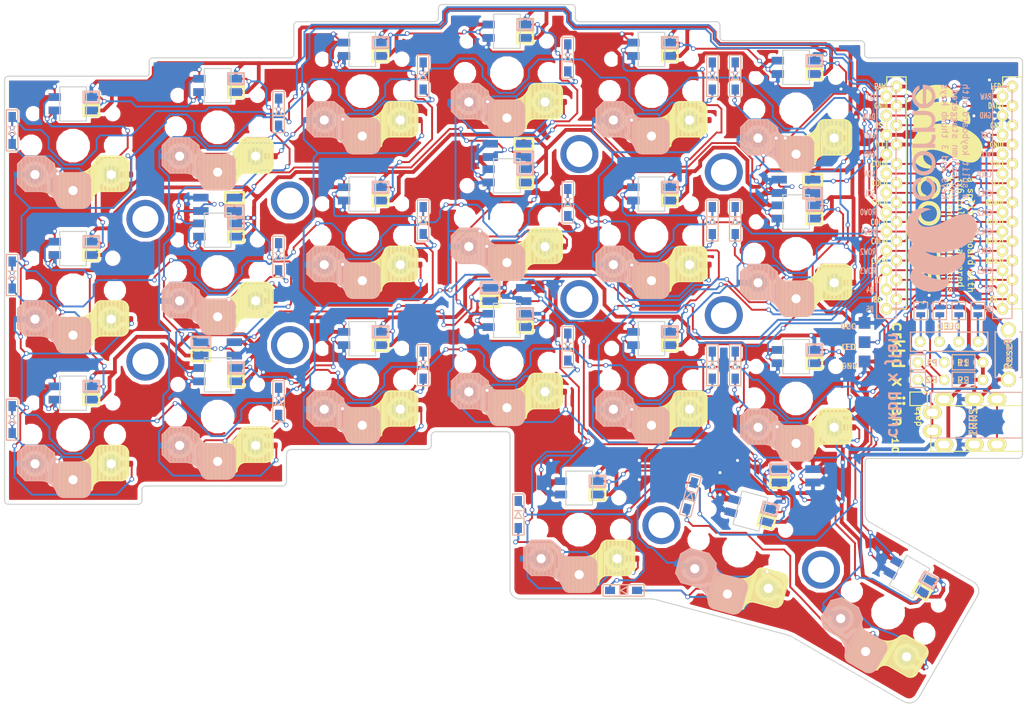
<source format=kicad_pcb>
(kicad_pcb (version 20171130) (host pcbnew 5.0.2-bee76a0~70~ubuntu18.04.1)
  (title_block (title "Corne Chocolate") (date 2018-11-17) (rev 2.1) (company foostan))
  (layers (0 F.Cu signal) (31 B.Cu signal) (34 B.Paste user) (35 F.Paste user) (36 B.SilkS user) (37 F.SilkS user) (38 B.Mask user) (39 F.Mask user) (44 Edge.Cuts user))
  (net 0 "")
  (net 1 row0)
  (net 2 "Net-(D1-Pad2)")
  (net 3 row1)
  (net 4 "Net-(D2-Pad2)")
  (net 5 row2)
  (net 6 "Net-(D3-Pad2)")
  (net 7 row3)
  (net 8 "Net-(D4-Pad2)")
  (net 9 "Net-(D5-Pad2)")
  (net 10 "Net-(D6-Pad2)")
  (net 11 "Net-(D7-Pad2)")
  (net 12 "Net-(D8-Pad2)")
  (net 13 "Net-(D9-Pad2)")
  (net 14 "Net-(D10-Pad2)")
  (net 15 "Net-(D11-Pad2)")
  (net 16 "Net-(D12-Pad2)")
  (net 17 "Net-(D13-Pad2)")
  (net 18 "Net-(D14-Pad2)")
  (net 19 "Net-(D15-Pad2)")
  (net 20 "Net-(D16-Pad2)")
  (net 21 "Net-(D17-Pad2)")
  (net 22 "Net-(D18-Pad2)")
  (net 23 "Net-(D19-Pad2)")
  (net 24 "Net-(D20-Pad2)")
  (net 25 "Net-(D21-Pad2)")
  (net 26 GND)
  (net 27 VCC)
  (net 28 col0)
  (net 29 col1)
  (net 30 col2)
  (net 31 col3)
  (net 32 col4)
  (net 33 col5)
  (net 34 LED)
  (net 35 data)
  (net 36 "Net-(L1-Pad3)")
  (net 37 "Net-(L1-Pad1)")
  (net 38 "Net-(L3-Pad3)")
  (net 39 "Net-(L10-Pad1)")
  (net 40 "Net-(L11-Pad1)")
  (net 41 "Net-(L13-Pad1)")
  (net 42 "Net-(L14-Pad3)")
  (net 43 "Net-(L10-Pad3)")
  (net 44 "Net-(L12-Pad1)")
  (net 45 "Net-(L13-Pad3)")
  (net 46 "Net-(L15-Pad3)")
  (net 47 "Net-(L16-Pad3)")
  (net 48 reset)
  (net 49 SCL)
  (net 50 SDA)
  (net 51 "Net-(L5-Pad3)")
  (net 52 "Net-(U1-Pad14)")
  (net 53 "Net-(U1-Pad13)")
  (net 54 "Net-(U1-Pad12)")
  (net 55 "Net-(U1-Pad11)")
  (net 56 "Net-(J2-Pad1)")
  (net 57 "Net-(J2-Pad2)")
  (net 58 "Net-(J2-Pad3)")
  (net 59 "Net-(J2-Pad4)")
  (net 60 "Net-(L2-Pad3)")
  (net 61 "Net-(L3-Pad1)")
  (net 62 "Net-(L11-Pad3)")
  (net 63 "Net-(L14-Pad1)")
  (net 64 "Net-(L12-Pad3)")
  (net 65 "Net-(L17-Pad1)")
  (net 66 "Net-(L18-Pad3)")
  (net 67 "Net-(L19-Pad3)")
  (net 68 "Net-(J1-PadA)")
  (net 69 "Net-(J1-PadB)")
  (net 70 "Net-(U1-Pad24)")
  (net 71 "Net-(L21-Pad3)")
  (net 72 "Net-(L22-Pad3)")
  (net 73 "Net-(L22-Pad1)")
  (net 74 "Net-(L23-Pad3)")
  (net 75 "Net-(L25-Pad1)")
  (net 76 "Net-(L26-Pad1)")
  (module custom-footprint:Choc_Switch_SpecialCap (layer F.Cu) (at 157.5 132.75 165)
    (fp_text reference SW20 hide)
    (fp_text value SW_PUSH hide)
    (pad "" np_thru_hole circle (at -5.5 0 75) (size 1.9 1.9) (drill 1.9) (layers *.Cu *.Mask))
    (pad "" np_thru_hole circle (at 5.5 0 75) (size 1.9 1.9) (drill 1.9) (layers *.Cu *.Mask))
    (pad "" np_thru_hole circle (at 0 0 75) (size 3.4 3.4) (drill 3.4) (layers *.Cu *.Mask))
    (pad 2 thru_hole circle (at 0 -5.9 75) (size 2.4 2.4) (drill 1.2) (layers *.Cu *.Mask) (net 24 "Net-(D20-Pad2)"))
    (pad 1 thru_hole circle (at 5 -3.8 75) (size 2.4 2.4) (drill 1.2) (layers *.Cu *.Mask) (net 32 col4))
    (pad 2 connect roundrect (at -2.8 -5.9 165) (size 3 0.8) (drill (offset 1.5 0)) (layers B.Cu) (net 24 "Net-(D20-Pad2)"))
    (pad 1 connect roundrect (at 7.8 -3.7 165) (size 3 0.8) (drill (offset -1.5 -0.1)) (layers B.Cu) (net 32 col4))
    (pad 1 connect roundrect (at -7.9 -3.7 165) (size 3.2 0.8) (drill (offset 1.6 -0.1)) (layers F.Cu) (net 32 col4))
    (pad 2 connect roundrect (at 2.8 -5.9 165) (size 3 0.8) (drill (offset -1.45 0)) (layers F.Cu) (net 24 "Net-(D20-Pad2)"))
    (pad 1 thru_hole circle (at -5 -3.8 255) (size 2.4 2.4) (drill 1.2) (layers *.Cu *.Mask) (net 32 col4))
    (pad "" np_thru_hole circle (at 5.22 4.2 165) (size 1 1) (drill 1) (layers *.Cu *.Mask))
    (pad "" np_thru_hole circle (at -5.22 4.2 165) (size 1 1) (drill 1) (layers *.Cu *.Mask))
  )
  (module custom-footprint:TRRS (layer F.Cu) (at 194.7 116.7 270)
    (fp_text reference TRRS (at -0.889 6.4135 270) (layer F.SilkS))
    (fp_text value TRRS hide)
    (fp_text user TRRS (at -0.8255 6.4135 270) (layer B.SilkS) (effects (justify mirror)))
    (pad A thru_hole oval (at -2.1 11.8 270) (size 1.7 2.5) (drill oval 1 1.5) (layers *.Cu *.Mask F.SilkS) (net 68 "Net-(J1-PadA)") (clearance 0.15))
    (pad D thru_hole oval (at 2.1 10.3 270) (size 1.7 2.5) (drill oval 1 1.5) (layers *.Cu *.Mask F.SilkS) (net 27 VCC) (clearance 0.15))
    (pad C thru_hole oval (at 2.1 6.3 270) (size 1.7 2.5) (drill oval 1 1.5) (layers *.Cu *.Mask F.SilkS) (net 26 GND))
    (pad B thru_hole oval (at 2.1 3.3 270) (size 1.7 2.5) (drill oval 1 1.5) (layers *.Cu *.Mask F.SilkS) (net 69 "Net-(J1-PadB)"))
    (pad "" np_thru_hole circle (at 0 8.5 270) (size 1.2 1.2) (drill 1.2) (layers *.Cu *.Mask F.SilkS))
    (pad "" np_thru_hole circle (at 0 1.5 270) (size 1.2 1.2) (drill 1.2) (layers *.Cu *.Mask F.SilkS))
    (pad C thru_hole oval (at -3.85 6.3 270) (size 1.7 2.5) (drill oval 1 1.5) (layers *.Cu *.Mask F.SilkS) (net 26 GND))
    (pad B thru_hole oval (at -3.85 3.3 270) (size 1.7 2.5) (drill oval 1 1.5) (layers *.Cu *.Mask F.SilkS) (net 69 "Net-(J1-PadB)"))
    (pad A thru_hole oval (at 0.35 11.8 270) (size 1.7 2.5) (drill oval 1 1.5) (layers *.Cu *.Mask F.SilkS) (net 68 "Net-(J1-PadA)") (clearance 0.15))
    (pad D thru_hole oval (at -3.85 10.3 270) (size 1.7 2.5) (drill oval 1 1.5) (layers *.Cu *.Mask F.SilkS) (net 27 VCC) (clearance 0.15))
    (pad "" np_thru_hole circle (at -1.75 1.5 270) (size 1.2 1.2) (drill 1.2) (layers *.Cu *.Mask F.SilkS))
    (pad "" np_thru_hole circle (at -1.75 8.5 270) (size 1.2 1.2) (drill 1.2) (layers *.Cu *.Mask F.SilkS))
  )
  (module custom-footprint:Choc_Switch (layer F.Cu) (at 89 115.125 180)
    (fp_text reference SW14 hide)
    (fp_text value SW_PUSH hide)
    (pad "" np_thru_hole circle (at -5.5 0 90) (size 1.9 1.9) (drill 1.9) (layers *.Cu *.Mask))
    (pad "" np_thru_hole circle (at 5.5 0 90) (size 1.9 1.9) (drill 1.9) (layers *.Cu *.Mask))
    (pad "" np_thru_hole circle (at 0 0 90) (size 3.4 3.4) (drill 3.4) (layers *.Cu *.Mask))
    (pad 2 thru_hole circle (at 0 -5.9 90) (size 2.4 2.4) (drill 1.2) (layers *.Cu *.Mask) (net 18 "Net-(D14-Pad2)"))
    (pad 1 thru_hole circle (at 5 -3.8 90) (size 2.4 2.4) (drill 1.2) (layers *.Cu *.Mask) (net 29 col1))
    (pad 2 connect roundrect (at -2.8 -5.9 180) (size 3 0.8) (drill (offset 1.5 0)) (layers B.Cu) (net 18 "Net-(D14-Pad2)"))
    (pad 1 connect roundrect (at 7.8 -3.7 180) (size 3 0.8) (drill (offset -1.5 -0.1)) (layers B.Cu) (net 29 col1))
    (pad 1 connect roundrect (at -7.9 -3.7 180) (size 3.2 0.8) (drill (offset 1.6 -0.1)) (layers F.Cu) (net 29 col1))
    (pad 2 connect roundrect (at 2.8 -5.9 180) (size 3 0.8) (drill (offset -1.45 0)) (layers F.Cu) (net 18 "Net-(D14-Pad2)"))
    (pad 1 thru_hole circle (at -5 -3.8 270) (size 2.4 2.4) (drill 1.2) (layers *.Cu *.Mask) (net 29 col1))
    (pad "" np_thru_hole circle (at 5.22 4.2 180) (size 1 1) (drill 1) (layers *.Cu *.Mask))
    (pad "" np_thru_hole circle (at -5.22 4.2 180) (size 1 1) (drill 1) (layers *.Cu *.Mask))
  )
  (module custom-footprint:Choc_Switch (layer F.Cu) (at 70 117.535 180)
    (fp_text reference SW13 hide)
    (fp_text value SW_PUSH hide)
    (pad "" np_thru_hole circle (at -5.5 0 90) (size 1.9 1.9) (drill 1.9) (layers *.Cu *.Mask))
    (pad "" np_thru_hole circle (at 5.5 0 90) (size 1.9 1.9) (drill 1.9) (layers *.Cu *.Mask))
    (pad "" np_thru_hole circle (at 0 0 90) (size 3.4 3.4) (drill 3.4) (layers *.Cu *.Mask))
    (pad 2 thru_hole circle (at 0 -5.9 90) (size 2.4 2.4) (drill 1.2) (layers *.Cu *.Mask) (net 17 "Net-(D13-Pad2)"))
    (pad 1 thru_hole circle (at 5 -3.8 90) (size 2.4 2.4) (drill 1.2) (layers *.Cu *.Mask) (net 28 col0))
    (pad 2 connect roundrect (at -2.8 -5.9 180) (size 3 0.8) (drill (offset 1.5 0)) (layers B.Cu) (net 17 "Net-(D13-Pad2)"))
    (pad 1 connect roundrect (at 7.8 -3.7 180) (size 3 0.8) (drill (offset -1.5 -0.1)) (layers B.Cu) (net 28 col0))
    (pad 1 connect roundrect (at -7.9 -3.7 180) (size 3.2 0.8) (drill (offset 1.6 -0.1)) (layers F.Cu) (net 28 col0))
    (pad 2 connect roundrect (at 2.8 -5.9 180) (size 3 0.8) (drill (offset -1.45 0)) (layers F.Cu) (net 17 "Net-(D13-Pad2)"))
    (pad 1 thru_hole circle (at -5 -3.8 270) (size 2.4 2.4) (drill 1.2) (layers *.Cu *.Mask) (net 28 col0))
    (pad "" np_thru_hole circle (at 5.22 4.2 180) (size 1 1) (drill 1) (layers *.Cu *.Mask))
    (pad "" np_thru_hole circle (at -5.22 4.2 180) (size 1 1) (drill 1) (layers *.Cu *.Mask))
  )
  (module custom-footprint:Choc_Switch (layer F.Cu) (at 177.0888 140.8938 149.9)
    (fp_text reference SW21 hide)
    (fp_text value SW_PUSH hide)
    (pad "" np_thru_hole circle (at -5.5 0 59.9) (size 1.9 1.9) (drill 1.9) (layers *.Cu *.Mask))
    (pad "" np_thru_hole circle (at 5.5 0 59.9) (size 1.9 1.9) (drill 1.9) (layers *.Cu *.Mask))
    (pad "" np_thru_hole circle (at 0 0 59.9) (size 3.4 3.4) (drill 3.4) (layers *.Cu *.Mask))
    (pad 2 thru_hole circle (at 0 -5.9 59.9) (size 2.4 2.4) (drill 1.2) (layers *.Cu *.Mask) (net 25 "Net-(D21-Pad2)"))
    (pad 1 thru_hole circle (at 5 -3.8 59.9) (size 2.4 2.4) (drill 1.2) (layers *.Cu *.Mask) (net 33 col5))
    (pad 2 connect roundrect (at -2.8 -5.9 149.9) (size 3 0.8) (drill (offset 1.5 0)) (layers B.Cu) (net 25 "Net-(D21-Pad2)"))
    (pad 1 connect roundrect (at 7.8 -3.7 149.9) (size 3 0.8) (drill (offset -1.5 -0.1)) (layers B.Cu) (net 33 col5))
    (pad 1 connect roundrect (at -7.9 -3.7 149.9) (size 3.2 0.8) (drill (offset 1.6 -0.1)) (layers F.Cu) (net 33 col5))
    (pad 2 connect roundrect (at 2.8 -5.9 149.9) (size 3 0.8) (drill (offset -1.45 0)) (layers F.Cu) (net 25 "Net-(D21-Pad2)"))
    (pad 1 thru_hole circle (at -5 -3.8 239.9) (size 2.4 2.4) (drill 1.2) (layers *.Cu *.Mask) (net 33 col5))
    (pad "" np_thru_hole circle (at 5.22 4.2 149.9) (size 1 1) (drill 1) (layers *.Cu *.Mask))
    (pad "" np_thru_hole circle (at -5.22 4.2 149.9) (size 1 1) (drill 1) (layers *.Cu *.Mask))
  )
  (module custom-footprint:Choc_Switch (layer F.Cu) (at 127 108.077 180)
    (fp_text reference SW16 hide)
    (fp_text value SW_PUSH hide)
    (pad "" np_thru_hole circle (at -5.5 0 90) (size 1.9 1.9) (drill 1.9) (layers *.Cu *.Mask))
    (pad "" np_thru_hole circle (at 5.5 0 90) (size 1.9 1.9) (drill 1.9) (layers *.Cu *.Mask))
    (pad "" np_thru_hole circle (at 0 0 90) (size 3.4 3.4) (drill 3.4) (layers *.Cu *.Mask))
    (pad 2 thru_hole circle (at 0 -5.9 90) (size 2.4 2.4) (drill 1.2) (layers *.Cu *.Mask) (net 20 "Net-(D16-Pad2)"))
    (pad 1 thru_hole circle (at 5 -3.8 90) (size 2.4 2.4) (drill 1.2) (layers *.Cu *.Mask) (net 31 col3))
    (pad 2 connect roundrect (at -2.8 -5.9 180) (size 3 0.8) (drill (offset 1.5 0)) (layers B.Cu) (net 20 "Net-(D16-Pad2)"))
    (pad 1 connect roundrect (at 7.8 -3.7 180) (size 3 0.8) (drill (offset -1.5 -0.1)) (layers B.Cu) (net 31 col3))
    (pad 1 connect roundrect (at -7.9 -3.7 180) (size 3.2 0.8) (drill (offset 1.6 -0.1)) (layers F.Cu) (net 31 col3))
    (pad 2 connect roundrect (at 2.8 -5.9 180) (size 3 0.8) (drill (offset -1.45 0)) (layers F.Cu) (net 20 "Net-(D16-Pad2)"))
    (pad 1 thru_hole circle (at -5 -3.8 270) (size 2.4 2.4) (drill 1.2) (layers *.Cu *.Mask) (net 31 col3))
    (pad "" np_thru_hole circle (at 5.22 4.2 180) (size 1 1) (drill 1) (layers *.Cu *.Mask))
    (pad "" np_thru_hole circle (at -5.22 4.2 180) (size 1 1) (drill 1) (layers *.Cu *.Mask))
  )
  (module custom-footprint:Choc_Switch (layer F.Cu) (at 70 79.535 180)
    (fp_text reference SW1 hide)
    (fp_text value SW_PUSH hide)
    (pad "" np_thru_hole circle (at -5.5 0 90) (size 1.9 1.9) (drill 1.9) (layers *.Cu *.Mask))
    (pad "" np_thru_hole circle (at 5.5 0 90) (size 1.9 1.9) (drill 1.9) (layers *.Cu *.Mask))
    (pad "" np_thru_hole circle (at 0 0 90) (size 3.4 3.4) (drill 3.4) (layers *.Cu *.Mask))
    (pad 2 thru_hole circle (at 0 -5.9 90) (size 2.4 2.4) (drill 1.2) (layers *.Cu *.Mask) (net 2 "Net-(D1-Pad2)"))
    (pad 1 thru_hole circle (at 5 -3.8 90) (size 2.4 2.4) (drill 1.2) (layers *.Cu *.Mask) (net 28 col0))
    (pad 2 connect roundrect (at -2.8 -5.9 180) (size 3 0.8) (drill (offset 1.5 0)) (layers B.Cu) (net 2 "Net-(D1-Pad2)"))
    (pad 1 connect roundrect (at 7.8 -3.7 180) (size 3 0.8) (drill (offset -1.5 -0.1)) (layers B.Cu) (net 28 col0))
    (pad 1 connect roundrect (at -7.9 -3.7 180) (size 3.2 0.8) (drill (offset 1.6 -0.1)) (layers F.Cu) (net 28 col0))
    (pad 2 connect roundrect (at 2.8 -5.9 180) (size 3 0.8) (drill (offset -1.45 0)) (layers F.Cu) (net 2 "Net-(D1-Pad2)"))
    (pad 1 thru_hole circle (at -5 -3.8 270) (size 2.4 2.4) (drill 1.2) (layers *.Cu *.Mask) (net 28 col0))
    (pad "" np_thru_hole circle (at 5.22 4.2 180) (size 1 1) (drill 1) (layers *.Cu *.Mask))
    (pad "" np_thru_hole circle (at -5.22 4.2 180) (size 1 1) (drill 1) (layers *.Cu *.Mask))
  )
  (module custom-footprint:Choc_Switch (layer F.Cu) (at 146 91.375 180)
    (fp_text reference SW11 hide)
    (fp_text value SW_PUSH hide)
    (pad "" np_thru_hole circle (at -5.5 0 90) (size 1.9 1.9) (drill 1.9) (layers *.Cu *.Mask))
    (pad "" np_thru_hole circle (at 5.5 0 90) (size 1.9 1.9) (drill 1.9) (layers *.Cu *.Mask))
    (pad "" np_thru_hole circle (at 0 0 90) (size 3.4 3.4) (drill 3.4) (layers *.Cu *.Mask))
    (pad 2 thru_hole circle (at 0 -5.9 90) (size 2.4 2.4) (drill 1.2) (layers *.Cu *.Mask) (net 15 "Net-(D11-Pad2)"))
    (pad 1 thru_hole circle (at 5 -3.8 90) (size 2.4 2.4) (drill 1.2) (layers *.Cu *.Mask) (net 32 col4))
    (pad 2 connect roundrect (at -2.8 -5.9 180) (size 3 0.8) (drill (offset 1.5 0)) (layers B.Cu) (net 15 "Net-(D11-Pad2)"))
    (pad 1 connect roundrect (at 7.8 -3.7 180) (size 3 0.8) (drill (offset -1.5 -0.1)) (layers B.Cu) (net 32 col4))
    (pad 1 connect roundrect (at -7.9 -3.7 180) (size 3.2 0.8) (drill (offset 1.6 -0.1)) (layers F.Cu) (net 32 col4))
    (pad 2 connect roundrect (at 2.8 -5.9 180) (size 3 0.8) (drill (offset -1.45 0)) (layers F.Cu) (net 15 "Net-(D11-Pad2)"))
    (pad 1 thru_hole circle (at -5 -3.8 270) (size 2.4 2.4) (drill 1.2) (layers *.Cu *.Mask) (net 32 col4))
    (pad "" np_thru_hole circle (at 5.22 4.2 180) (size 1 1) (drill 1) (layers *.Cu *.Mask))
    (pad "" np_thru_hole circle (at -5.22 4.2 180) (size 1 1) (drill 1) (layers *.Cu *.Mask))
  )
  (module custom-footprint:Choc_Switch (layer F.Cu) (at 165 112.75 180)
    (fp_text reference SW18 hide)
    (fp_text value SW_PUSH hide)
    (pad "" np_thru_hole circle (at -5.5 0 90) (size 1.9 1.9) (drill 1.9) (layers *.Cu *.Mask))
    (pad "" np_thru_hole circle (at 5.5 0 90) (size 1.9 1.9) (drill 1.9) (layers *.Cu *.Mask))
    (pad "" np_thru_hole circle (at 0 0 90) (size 3.4 3.4) (drill 3.4) (layers *.Cu *.Mask))
    (pad 2 thru_hole circle (at 0 -5.9 90) (size 2.4 2.4) (drill 1.2) (layers *.Cu *.Mask) (net 22 "Net-(D18-Pad2)"))
    (pad 1 thru_hole circle (at 5 -3.8 90) (size 2.4 2.4) (drill 1.2) (layers *.Cu *.Mask) (net 33 col5))
    (pad 2 connect roundrect (at -2.8 -5.9 180) (size 3 0.8) (drill (offset 1.5 0)) (layers B.Cu) (net 22 "Net-(D18-Pad2)"))
    (pad 1 connect roundrect (at 7.8 -3.7 180) (size 3 0.8) (drill (offset -1.5 -0.1)) (layers B.Cu) (net 33 col5))
    (pad 1 connect roundrect (at -7.9 -3.7 180) (size 3.2 0.8) (drill (offset 1.6 -0.1)) (layers F.Cu) (net 33 col5))
    (pad 2 connect roundrect (at 2.8 -5.9 180) (size 3 0.8) (drill (offset -1.45 0)) (layers F.Cu) (net 22 "Net-(D18-Pad2)"))
    (pad 1 thru_hole circle (at -5 -3.8 270) (size 2.4 2.4) (drill 1.2) (layers *.Cu *.Mask) (net 33 col5))
    (pad "" np_thru_hole circle (at 5.22 4.2 180) (size 1 1) (drill 1) (layers *.Cu *.Mask))
    (pad "" np_thru_hole circle (at -5.22 4.2 180) (size 1 1) (drill 1) (layers *.Cu *.Mask))
  )
  (module custom-footprint:Choc_Switch (layer F.Cu) (at 165 93.75 180)
    (fp_text reference SW12 hide)
    (fp_text value SW_PUSH hide)
    (pad "" np_thru_hole circle (at -5.5 0 90) (size 1.9 1.9) (drill 1.9) (layers *.Cu *.Mask))
    (pad "" np_thru_hole circle (at 5.5 0 90) (size 1.9 1.9) (drill 1.9) (layers *.Cu *.Mask))
    (pad "" np_thru_hole circle (at 0 0 90) (size 3.4 3.4) (drill 3.4) (layers *.Cu *.Mask))
    (pad 2 thru_hole circle (at 0 -5.9 90) (size 2.4 2.4) (drill 1.2) (layers *.Cu *.Mask) (net 16 "Net-(D12-Pad2)"))
    (pad 1 thru_hole circle (at 5 -3.8 90) (size 2.4 2.4) (drill 1.2) (layers *.Cu *.Mask) (net 33 col5))
    (pad 2 connect roundrect (at -2.8 -5.9 180) (size 3 0.8) (drill (offset 1.5 0)) (layers B.Cu) (net 16 "Net-(D12-Pad2)"))
    (pad 1 connect roundrect (at 7.8 -3.7 180) (size 3 0.8) (drill (offset -1.5 -0.1)) (layers B.Cu) (net 33 col5))
    (pad 1 connect roundrect (at -7.9 -3.7 180) (size 3.2 0.8) (drill (offset 1.6 -0.1)) (layers F.Cu) (net 33 col5))
    (pad 2 connect roundrect (at 2.8 -5.9 180) (size 3 0.8) (drill (offset -1.45 0)) (layers F.Cu) (net 16 "Net-(D12-Pad2)"))
    (pad 1 thru_hole circle (at -5 -3.8 270) (size 2.4 2.4) (drill 1.2) (layers *.Cu *.Mask) (net 33 col5))
    (pad "" np_thru_hole circle (at 5.22 4.2 180) (size 1 1) (drill 1) (layers *.Cu *.Mask))
    (pad "" np_thru_hole circle (at -5.22 4.2 180) (size 1 1) (drill 1) (layers *.Cu *.Mask))
  )
  (module custom-footprint:Choc_Switch (layer F.Cu) (at 165 74.75 180)
    (fp_text reference SW6 hide)
    (fp_text value SW_PUSH hide)
    (pad "" np_thru_hole circle (at -5.5 0 90) (size 1.9 1.9) (drill 1.9) (layers *.Cu *.Mask))
    (pad "" np_thru_hole circle (at 5.5 0 90) (size 1.9 1.9) (drill 1.9) (layers *.Cu *.Mask))
    (pad "" np_thru_hole circle (at 0 0 90) (size 3.4 3.4) (drill 3.4) (layers *.Cu *.Mask))
    (pad 2 thru_hole circle (at 0 -5.9 90) (size 2.4 2.4) (drill 1.2) (layers *.Cu *.Mask) (net 10 "Net-(D6-Pad2)"))
    (pad 1 thru_hole circle (at 5 -3.8 90) (size 2.4 2.4) (drill 1.2) (layers *.Cu *.Mask) (net 33 col5))
    (pad 2 connect roundrect (at -2.8 -5.9 180) (size 3 0.8) (drill (offset 1.5 0)) (layers B.Cu) (net 10 "Net-(D6-Pad2)"))
    (pad 1 connect roundrect (at 7.8 -3.7 180) (size 3 0.8) (drill (offset -1.5 -0.1)) (layers B.Cu) (net 33 col5))
    (pad 1 connect roundrect (at -7.9 -3.7 180) (size 3.2 0.8) (drill (offset 1.6 -0.1)) (layers F.Cu) (net 33 col5))
    (pad 2 connect roundrect (at 2.8 -5.9 180) (size 3 0.8) (drill (offset -1.45 0)) (layers F.Cu) (net 10 "Net-(D6-Pad2)"))
    (pad 1 thru_hole circle (at -5 -3.8 270) (size 2.4 2.4) (drill 1.2) (layers *.Cu *.Mask) (net 33 col5))
    (pad "" np_thru_hole circle (at 5.22 4.2 180) (size 1 1) (drill 1) (layers *.Cu *.Mask))
    (pad "" np_thru_hole circle (at -5.22 4.2 180) (size 1 1) (drill 1) (layers *.Cu *.Mask))
  )
  (module custom-footprint:Choc_Switch (layer F.Cu) (at 146 72.375 180)
    (fp_text reference SW5 hide)
    (fp_text value SW_PUSH hide)
    (pad "" np_thru_hole circle (at -5.5 0 90) (size 1.9 1.9) (drill 1.9) (layers *.Cu *.Mask))
    (pad "" np_thru_hole circle (at 5.5 0 90) (size 1.9 1.9) (drill 1.9) (layers *.Cu *.Mask))
    (pad "" np_thru_hole circle (at 0 0 90) (size 3.4 3.4) (drill 3.4) (layers *.Cu *.Mask))
    (pad 2 thru_hole circle (at 0 -5.9 90) (size 2.4 2.4) (drill 1.2) (layers *.Cu *.Mask) (net 9 "Net-(D5-Pad2)"))
    (pad 1 thru_hole circle (at 5 -3.8 90) (size 2.4 2.4) (drill 1.2) (layers *.Cu *.Mask) (net 32 col4))
    (pad 2 connect roundrect (at -2.8 -5.9 180) (size 3 0.8) (drill (offset 1.5 0)) (layers B.Cu) (net 9 "Net-(D5-Pad2)"))
    (pad 1 connect roundrect (at 7.8 -3.7 180) (size 3 0.8) (drill (offset -1.5 -0.1)) (layers B.Cu) (net 32 col4))
    (pad 1 connect roundrect (at -7.9 -3.7 180) (size 3.2 0.8) (drill (offset 1.6 -0.1)) (layers F.Cu) (net 32 col4))
    (pad 2 connect roundrect (at 2.8 -5.9 180) (size 3 0.8) (drill (offset -1.45 0)) (layers F.Cu) (net 9 "Net-(D5-Pad2)"))
    (pad 1 thru_hole circle (at -5 -3.8 270) (size 2.4 2.4) (drill 1.2) (layers *.Cu *.Mask) (net 32 col4))
    (pad "" np_thru_hole circle (at 5.22 4.2 180) (size 1 1) (drill 1) (layers *.Cu *.Mask))
    (pad "" np_thru_hole circle (at -5.22 4.2 180) (size 1 1) (drill 1) (layers *.Cu *.Mask))
  )
  (module custom-footprint:Choc_Switch (layer F.Cu) (at 108 110.375 180)
    (fp_text reference SW15 hide)
    (fp_text value SW_PUSH hide)
    (pad "" np_thru_hole circle (at -5.5 0 90) (size 1.9 1.9) (drill 1.9) (layers *.Cu *.Mask))
    (pad "" np_thru_hole circle (at 5.5 0 90) (size 1.9 1.9) (drill 1.9) (layers *.Cu *.Mask))
    (pad "" np_thru_hole circle (at 0 0 90) (size 3.4 3.4) (drill 3.4) (layers *.Cu *.Mask))
    (pad 2 thru_hole circle (at 0 -5.9 90) (size 2.4 2.4) (drill 1.2) (layers *.Cu *.Mask) (net 19 "Net-(D15-Pad2)"))
    (pad 1 thru_hole circle (at 5 -3.8 90) (size 2.4 2.4) (drill 1.2) (layers *.Cu *.Mask) (net 30 col2))
    (pad 2 connect roundrect (at -2.8 -5.9 180) (size 3 0.8) (drill (offset 1.5 0)) (layers B.Cu) (net 19 "Net-(D15-Pad2)"))
    (pad 1 connect roundrect (at 7.8 -3.7 180) (size 3 0.8) (drill (offset -1.5 -0.1)) (layers B.Cu) (net 30 col2))
    (pad 1 connect roundrect (at -7.9 -3.7 180) (size 3.2 0.8) (drill (offset 1.6 -0.1)) (layers F.Cu) (net 30 col2))
    (pad 2 connect roundrect (at 2.8 -5.9 180) (size 3 0.8) (drill (offset -1.45 0)) (layers F.Cu) (net 19 "Net-(D15-Pad2)"))
    (pad 1 thru_hole circle (at -5 -3.8 270) (size 2.4 2.4) (drill 1.2) (layers *.Cu *.Mask) (net 30 col2))
    (pad "" np_thru_hole circle (at 5.22 4.2 180) (size 1 1) (drill 1) (layers *.Cu *.Mask))
    (pad "" np_thru_hole circle (at -5.22 4.2 180) (size 1 1) (drill 1) (layers *.Cu *.Mask))
  )
  (module custom-footprint:Choc_Switch (layer F.Cu) (at 127 89 180)
    (fp_text reference SW10 hide)
    (fp_text value SW_PUSH hide)
    (pad "" np_thru_hole circle (at -5.5 0 90) (size 1.9 1.9) (drill 1.9) (layers *.Cu *.Mask))
    (pad "" np_thru_hole circle (at 5.5 0 90) (size 1.9 1.9) (drill 1.9) (layers *.Cu *.Mask))
    (pad "" np_thru_hole circle (at 0 0 90) (size 3.4 3.4) (drill 3.4) (layers *.Cu *.Mask))
    (pad 2 thru_hole circle (at 0 -5.9 90) (size 2.4 2.4) (drill 1.2) (layers *.Cu *.Mask) (net 14 "Net-(D10-Pad2)"))
    (pad 1 thru_hole circle (at 5 -3.8 90) (size 2.4 2.4) (drill 1.2) (layers *.Cu *.Mask) (net 31 col3))
    (pad 2 connect roundrect (at -2.8 -5.9 180) (size 3 0.8) (drill (offset 1.5 0)) (layers B.Cu) (net 14 "Net-(D10-Pad2)"))
    (pad 1 connect roundrect (at 7.8 -3.7 180) (size 3 0.8) (drill (offset -1.5 -0.1)) (layers B.Cu) (net 31 col3))
    (pad 1 connect roundrect (at -7.9 -3.7 180) (size 3.2 0.8) (drill (offset 1.6 -0.1)) (layers F.Cu) (net 31 col3))
    (pad 2 connect roundrect (at 2.8 -5.9 180) (size 3 0.8) (drill (offset -1.45 0)) (layers F.Cu) (net 14 "Net-(D10-Pad2)"))
    (pad 1 thru_hole circle (at -5 -3.8 270) (size 2.4 2.4) (drill 1.2) (layers *.Cu *.Mask) (net 31 col3))
    (pad "" np_thru_hole circle (at 5.22 4.2 180) (size 1 1) (drill 1) (layers *.Cu *.Mask))
    (pad "" np_thru_hole circle (at -5.22 4.2 180) (size 1 1) (drill 1) (layers *.Cu *.Mask))
  )
  (module custom-footprint:Choc_Switch (layer F.Cu) (at 108 72.375 180)
    (fp_text reference SW3 hide)
    (fp_text value SW_PUSH hide)
    (pad "" np_thru_hole circle (at -5.5 0 90) (size 1.9 1.9) (drill 1.9) (layers *.Cu *.Mask))
    (pad "" np_thru_hole circle (at 5.5 0 90) (size 1.9 1.9) (drill 1.9) (layers *.Cu *.Mask))
    (pad "" np_thru_hole circle (at 0 0 90) (size 3.4 3.4) (drill 3.4) (layers *.Cu *.Mask))
    (pad 2 thru_hole circle (at 0 -5.9 90) (size 2.4 2.4) (drill 1.2) (layers *.Cu *.Mask) (net 6 "Net-(D3-Pad2)"))
    (pad 1 thru_hole circle (at 5 -3.8 90) (size 2.4 2.4) (drill 1.2) (layers *.Cu *.Mask) (net 30 col2))
    (pad 2 connect roundrect (at -2.8 -5.9 180) (size 3 0.8) (drill (offset 1.5 0)) (layers B.Cu) (net 6 "Net-(D3-Pad2)"))
    (pad 1 connect roundrect (at 7.8 -3.7 180) (size 3 0.8) (drill (offset -1.5 -0.1)) (layers B.Cu) (net 30 col2))
    (pad 1 connect roundrect (at -7.9 -3.7 180) (size 3.2 0.8) (drill (offset 1.6 -0.1)) (layers F.Cu) (net 30 col2))
    (pad 2 connect roundrect (at 2.8 -5.9 180) (size 3 0.8) (drill (offset -1.45 0)) (layers F.Cu) (net 6 "Net-(D3-Pad2)"))
    (pad 1 thru_hole circle (at -5 -3.8 270) (size 2.4 2.4) (drill 1.2) (layers *.Cu *.Mask) (net 30 col2))
    (pad "" np_thru_hole circle (at 5.22 4.2 180) (size 1 1) (drill 1) (layers *.Cu *.Mask))
    (pad "" np_thru_hole circle (at -5.22 4.2 180) (size 1 1) (drill 1) (layers *.Cu *.Mask))
  )
  (module custom-footprint:Choc_Switch (layer F.Cu) (at 89 77.125 180)
    (fp_text reference SW2 hide)
    (fp_text value SW_PUSH hide)
    (pad "" np_thru_hole circle (at -5.5 0 90) (size 1.9 1.9) (drill 1.9) (layers *.Cu *.Mask))
    (pad "" np_thru_hole circle (at 5.5 0 90) (size 1.9 1.9) (drill 1.9) (layers *.Cu *.Mask))
    (pad "" np_thru_hole circle (at 0 0 90) (size 3.4 3.4) (drill 3.4) (layers *.Cu *.Mask))
    (pad 2 thru_hole circle (at 0 -5.9 90) (size 2.4 2.4) (drill 1.2) (layers *.Cu *.Mask) (net 4 "Net-(D2-Pad2)"))
    (pad 1 thru_hole circle (at 5 -3.8 90) (size 2.4 2.4) (drill 1.2) (layers *.Cu *.Mask) (net 29 col1))
    (pad 2 connect roundrect (at -2.8 -5.9 180) (size 3 0.8) (drill (offset 1.5 0)) (layers B.Cu) (net 4 "Net-(D2-Pad2)"))
    (pad 1 connect roundrect (at 7.8 -3.7 180) (size 3 0.8) (drill (offset -1.5 -0.1)) (layers B.Cu) (net 29 col1))
    (pad 1 connect roundrect (at -7.9 -3.7 180) (size 3.2 0.8) (drill (offset 1.6 -0.1)) (layers F.Cu) (net 29 col1))
    (pad 2 connect roundrect (at 2.8 -5.9 180) (size 3 0.8) (drill (offset -1.45 0)) (layers F.Cu) (net 4 "Net-(D2-Pad2)"))
    (pad 1 thru_hole circle (at -5 -3.8 270) (size 2.4 2.4) (drill 1.2) (layers *.Cu *.Mask) (net 29 col1))
    (pad "" np_thru_hole circle (at 5.22 4.2 180) (size 1 1) (drill 1) (layers *.Cu *.Mask))
    (pad "" np_thru_hole circle (at -5.22 4.2 180) (size 1 1) (drill 1) (layers *.Cu *.Mask))
  )
  (module custom-footprint:Choc_Switch (layer F.Cu) (at 146 110.375 180)
    (fp_text reference SW17 hide)
    (fp_text value SW_PUSH hide)
    (pad "" np_thru_hole circle (at -5.5 0 90) (size 1.9 1.9) (drill 1.9) (layers *.Cu *.Mask))
    (pad "" np_thru_hole circle (at 5.5 0 90) (size 1.9 1.9) (drill 1.9) (layers *.Cu *.Mask))
    (pad "" np_thru_hole circle (at 0 0 90) (size 3.4 3.4) (drill 3.4) (layers *.Cu *.Mask))
    (pad 2 thru_hole circle (at 0 -5.9 90) (size 2.4 2.4) (drill 1.2) (layers *.Cu *.Mask) (net 21 "Net-(D17-Pad2)"))
    (pad 1 thru_hole circle (at 5 -3.8 90) (size 2.4 2.4) (drill 1.2) (layers *.Cu *.Mask) (net 32 col4))
    (pad 2 connect roundrect (at -2.8 -5.9 180) (size 3 0.8) (drill (offset 1.5 0)) (layers B.Cu) (net 21 "Net-(D17-Pad2)"))
    (pad 1 connect roundrect (at 7.8 -3.7 180) (size 3 0.8) (drill (offset -1.5 -0.1)) (layers B.Cu) (net 32 col4))
    (pad 1 connect roundrect (at -7.9 -3.7 180) (size 3.2 0.8) (drill (offset 1.6 -0.1)) (layers F.Cu) (net 32 col4))
    (pad 2 connect roundrect (at 2.8 -5.9 180) (size 3 0.8) (drill (offset -1.45 0)) (layers F.Cu) (net 21 "Net-(D17-Pad2)"))
    (pad 1 thru_hole circle (at -5 -3.8 270) (size 2.4 2.4) (drill 1.2) (layers *.Cu *.Mask) (net 32 col4))
    (pad "" np_thru_hole circle (at 5.22 4.2 180) (size 1 1) (drill 1) (layers *.Cu *.Mask))
    (pad "" np_thru_hole circle (at -5.22 4.2 180) (size 1 1) (drill 1) (layers *.Cu *.Mask))
  )
  (module custom-footprint:Choc_Switch (layer F.Cu) (at 127 70 180)
    (fp_text reference SW4 hide)
    (fp_text value SW_PUSH hide)
    (pad "" np_thru_hole circle (at -5.5 0 90) (size 1.9 1.9) (drill 1.9) (layers *.Cu *.Mask))
    (pad "" np_thru_hole circle (at 5.5 0 90) (size 1.9 1.9) (drill 1.9) (layers *.Cu *.Mask))
    (pad "" np_thru_hole circle (at 0 0 90) (size 3.4 3.4) (drill 3.4) (layers *.Cu *.Mask))
    (pad 2 thru_hole circle (at 0 -5.9 90) (size 2.4 2.4) (drill 1.2) (layers *.Cu *.Mask) (net 8 "Net-(D4-Pad2)"))
    (pad 1 thru_hole circle (at 5 -3.8 90) (size 2.4 2.4) (drill 1.2) (layers *.Cu *.Mask) (net 31 col3))
    (pad 2 connect roundrect (at -2.8 -5.9 180) (size 3 0.8) (drill (offset 1.5 0)) (layers B.Cu) (net 8 "Net-(D4-Pad2)"))
    (pad 1 connect roundrect (at 7.8 -3.7 180) (size 3 0.8) (drill (offset -1.5 -0.1)) (layers B.Cu) (net 31 col3))
    (pad 1 connect roundrect (at -7.9 -3.7 180) (size 3.2 0.8) (drill (offset 1.6 -0.1)) (layers F.Cu) (net 31 col3))
    (pad 2 connect roundrect (at 2.8 -5.9 180) (size 3 0.8) (drill (offset -1.45 0)) (layers F.Cu) (net 8 "Net-(D4-Pad2)"))
    (pad 1 thru_hole circle (at -5 -3.8 270) (size 2.4 2.4) (drill 1.2) (layers *.Cu *.Mask) (net 31 col3))
    (pad "" np_thru_hole circle (at 5.22 4.2 180) (size 1 1) (drill 1) (layers *.Cu *.Mask))
    (pad "" np_thru_hole circle (at -5.22 4.2 180) (size 1 1) (drill 1) (layers *.Cu *.Mask))
  )
  (module custom-footprint:Choc_Switch (layer F.Cu) (at 136.5 130 180)
    (fp_text reference SW19 hide)
    (fp_text value SW_PUSH hide)
    (pad "" np_thru_hole circle (at -5.5 0 90) (size 1.9 1.9) (drill 1.9) (layers *.Cu *.Mask))
    (pad "" np_thru_hole circle (at 5.5 0 90) (size 1.9 1.9) (drill 1.9) (layers *.Cu *.Mask))
    (pad "" np_thru_hole circle (at 0 0 90) (size 3.4 3.4) (drill 3.4) (layers *.Cu *.Mask))
    (pad 2 thru_hole circle (at 0 -5.9 90) (size 2.4 2.4) (drill 1.2) (layers *.Cu *.Mask) (net 23 "Net-(D19-Pad2)"))
    (pad 1 thru_hole circle (at 5 -3.8 90) (size 2.4 2.4) (drill 1.2) (layers *.Cu *.Mask) (net 31 col3))
    (pad 2 connect roundrect (at -2.8 -5.9 180) (size 3 0.8) (drill (offset 1.5 0)) (layers B.Cu) (net 23 "Net-(D19-Pad2)"))
    (pad 1 connect roundrect (at 7.8 -3.7 180) (size 3 0.8) (drill (offset -1.5 -0.1)) (layers B.Cu) (net 31 col3))
    (pad 1 connect roundrect (at -7.9 -3.7 180) (size 3.2 0.8) (drill (offset 1.6 -0.1)) (layers F.Cu) (net 31 col3))
    (pad 2 connect roundrect (at 2.8 -5.9 180) (size 3 0.8) (drill (offset -1.45 0)) (layers F.Cu) (net 23 "Net-(D19-Pad2)"))
    (pad 1 thru_hole circle (at -5 -3.8 270) (size 2.4 2.4) (drill 1.2) (layers *.Cu *.Mask) (net 31 col3))
    (pad "" np_thru_hole circle (at 5.22 4.2 180) (size 1 1) (drill 1) (layers *.Cu *.Mask))
    (pad "" np_thru_hole circle (at -5.22 4.2 180) (size 1 1) (drill 1) (layers *.Cu *.Mask))
  )
  (module custom-footprint:Choc_Switch (layer F.Cu) (at 108 91.375 180)
    (fp_text reference SW9 hide)
    (fp_text value SW_PUSH hide)
    (pad "" np_thru_hole circle (at -5.5 0 90) (size 1.9 1.9) (drill 1.9) (layers *.Cu *.Mask))
    (pad "" np_thru_hole circle (at 5.5 0 90) (size 1.9 1.9) (drill 1.9) (layers *.Cu *.Mask))
    (pad "" np_thru_hole circle (at 0 0 90) (size 3.4 3.4) (drill 3.4) (layers *.Cu *.Mask))
    (pad 2 thru_hole circle (at 0 -5.9 90) (size 2.4 2.4) (drill 1.2) (layers *.Cu *.Mask) (net 13 "Net-(D9-Pad2)"))
    (pad 1 thru_hole circle (at 5 -3.8 90) (size 2.4 2.4) (drill 1.2) (layers *.Cu *.Mask) (net 30 col2))
    (pad 2 connect roundrect (at -2.8 -5.9 180) (size 3 0.8) (drill (offset 1.5 0)) (layers B.Cu) (net 13 "Net-(D9-Pad2)"))
    (pad 1 connect roundrect (at 7.8 -3.7 180) (size 3 0.8) (drill (offset -1.5 -0.1)) (layers B.Cu) (net 30 col2))
    (pad 1 connect roundrect (at -7.9 -3.7 180) (size 3.2 0.8) (drill (offset 1.6 -0.1)) (layers F.Cu) (net 30 col2))
    (pad 2 connect roundrect (at 2.8 -5.9 180) (size 3 0.8) (drill (offset -1.45 0)) (layers F.Cu) (net 13 "Net-(D9-Pad2)"))
    (pad 1 thru_hole circle (at -5 -3.8 270) (size 2.4 2.4) (drill 1.2) (layers *.Cu *.Mask) (net 30 col2))
    (pad "" np_thru_hole circle (at 5.22 4.2 180) (size 1 1) (drill 1) (layers *.Cu *.Mask))
    (pad "" np_thru_hole circle (at -5.22 4.2 180) (size 1 1) (drill 1) (layers *.Cu *.Mask))
  )
  (module custom-footprint:Choc_Switch (layer F.Cu) (at 89 96.125 180)
    (fp_text reference SW8 hide)
    (fp_text value SW_PUSH hide)
    (pad "" np_thru_hole circle (at -5.5 0 90) (size 1.9 1.9) (drill 1.9) (layers *.Cu *.Mask))
    (pad "" np_thru_hole circle (at 5.5 0 90) (size 1.9 1.9) (drill 1.9) (layers *.Cu *.Mask))
    (pad "" np_thru_hole circle (at 0 0 90) (size 3.4 3.4) (drill 3.4) (layers *.Cu *.Mask))
    (pad 2 thru_hole circle (at 0 -5.9 90) (size 2.4 2.4) (drill 1.2) (layers *.Cu *.Mask) (net 12 "Net-(D8-Pad2)"))
    (pad 1 thru_hole circle (at 5 -3.8 90) (size 2.4 2.4) (drill 1.2) (layers *.Cu *.Mask) (net 29 col1))
    (pad 2 connect roundrect (at -2.8 -5.9 180) (size 3 0.8) (drill (offset 1.5 0)) (layers B.Cu) (net 12 "Net-(D8-Pad2)"))
    (pad 1 connect roundrect (at 7.8 -3.7 180) (size 3 0.8) (drill (offset -1.5 -0.1)) (layers B.Cu) (net 29 col1))
    (pad 1 connect roundrect (at -7.9 -3.7 180) (size 3.2 0.8) (drill (offset 1.6 -0.1)) (layers F.Cu) (net 29 col1))
    (pad 2 connect roundrect (at 2.8 -5.9 180) (size 3 0.8) (drill (offset -1.45 0)) (layers F.Cu) (net 12 "Net-(D8-Pad2)"))
    (pad 1 thru_hole circle (at -5 -3.8 270) (size 2.4 2.4) (drill 1.2) (layers *.Cu *.Mask) (net 29 col1))
    (pad "" np_thru_hole circle (at 5.22 4.2 180) (size 1 1) (drill 1) (layers *.Cu *.Mask))
    (pad "" np_thru_hole circle (at -5.22 4.2 180) (size 1 1) (drill 1) (layers *.Cu *.Mask))
  )
  (module custom-footprint:Choc_Switch (layer F.Cu) (at 70 98.535 180)
    (fp_text reference SW7 hide)
    (fp_text value SW_PUSH hide)
    (pad "" np_thru_hole circle (at -5.5 0 90) (size 1.9 1.9) (drill 1.9) (layers *.Cu *.Mask))
    (pad "" np_thru_hole circle (at 5.5 0 90) (size 1.9 1.9) (drill 1.9) (layers *.Cu *.Mask))
    (pad "" np_thru_hole circle (at 0 0 90) (size 3.4 3.4) (drill 3.4) (layers *.Cu *.Mask))
    (pad 2 thru_hole circle (at 0 -5.9 90) (size 2.4 2.4) (drill 1.2) (layers *.Cu *.Mask) (net 11 "Net-(D7-Pad2)"))
    (pad 1 thru_hole circle (at 5 -3.8 90) (size 2.4 2.4) (drill 1.2) (layers *.Cu *.Mask) (net 28 col0))
    (pad 2 connect roundrect (at -2.8 -5.9 180) (size 3 0.8) (drill (offset 1.5 0)) (layers B.Cu) (net 11 "Net-(D7-Pad2)"))
    (pad 1 connect roundrect (at 7.8 -3.7 180) (size 3 0.8) (drill (offset -1.5 -0.1)) (layers B.Cu) (net 28 col0))
    (pad 1 connect roundrect (at -7.9 -3.7 180) (size 3.2 0.8) (drill (offset 1.6 -0.1)) (layers F.Cu) (net 28 col0))
    (pad 2 connect roundrect (at 2.8 -5.9 180) (size 3 0.8) (drill (offset -1.45 0)) (layers F.Cu) (net 11 "Net-(D7-Pad2)"))
    (pad 1 thru_hole circle (at -5 -3.8 270) (size 2.4 2.4) (drill 1.2) (layers *.Cu *.Mask) (net 28 col0))
    (pad "" np_thru_hole circle (at 5.22 4.2 180) (size 1 1) (drill 1) (layers *.Cu *.Mask))
    (pad "" np_thru_hole circle (at -5.22 4.2 180) (size 1 1) (drill 1) (layers *.Cu *.Mask))
  )
  (module kbd:LEGO_HOLE (layer F.Cu) (at 147.3 129.4)
    (fp_text reference "" (at 0 -3.2) (layer F.SilkS))
    (fp_text value "")
    (pad "" np_thru_hole circle (at 0 0) (size 5 5) (drill 3.4) (layers *.Cu *.Mask))
  )
  (module kbd:LEGO_HOLE (layer F.Cu) (at 155.5 101.8)
    (fp_text reference "" (at 0 -3.2) (layer F.SilkS))
    (fp_text value "")
    (pad "" np_thru_hole circle (at 0 0) (size 5 5) (drill 3.4) (layers *.Cu *.Mask))
  )
  (module kbd:LEGO_HOLE (layer F.Cu) (at 136.525 99.695)
    (fp_text reference "" (at 0 -3.2) (layer F.SilkS))
    (fp_text value "")
    (pad "" np_thru_hole circle (at 0 0) (size 5 5) (drill 3.4) (layers *.Cu *.Mask))
  )
  (module kbd:SK6812MINI_underglow_rev (layer F.Cu) (at 165.01 122.92 180)
    (fp_text reference L27 hide)
    (fp_text value SK6812MINI hide)
    (pad 4 smd rect (at 2.2 -0.875 180) (size 2 1) (layers F.Cu F.Paste F.Mask) (net 27 VCC))
    (pad 3 smd rect (at 2.2 0.875 180) (size 2 1) (layers F.Cu F.Paste F.Mask) (net 76 "Net-(L26-Pad1)"))
    (pad 1 smd rect (at -2.2 -0.875 180) (size 2 1) (layers F.Cu F.Paste F.Mask) (net 71 "Net-(L21-Pad3)"))
    (pad 2 smd rect (at -2.2 0.875 180) (size 2 1) (layers F.Cu F.Paste F.Mask) (net 26 GND))
    (pad 3 smd rect (at 2.2 -0.875 180) (size 2 1) (layers B.Cu B.Paste B.Mask) (net 76 "Net-(L26-Pad1)"))
    (pad 4 smd rect (at 2.2 0.875 180) (size 2 1) (layers B.Cu B.Paste B.Mask) (net 27 VCC))
    (pad 1 smd rect (at -2.2 0.875 180) (size 2 1) (layers B.Cu B.Paste B.Mask) (net 71 "Net-(L21-Pad3)"))
    (pad 2 smd rect (at -2.2 -0.875 180) (size 2 1) (layers B.Cu B.Paste B.Mask) (net 26 GND))
  )
  (module kbd:SK6812MINI_underglow_rev (layer F.Cu) (at 164.97 84.88)
    (fp_text reference L24 hide)
    (fp_text value SK6812MINI hide)
    (pad 4 smd rect (at 2.2 -0.875) (size 2 1) (layers F.Cu F.Paste F.Mask) (net 27 VCC))
    (pad 3 smd rect (at 2.2 0.875) (size 2 1) (layers F.Cu F.Paste F.Mask) (net 34 LED))
    (pad 1 smd rect (at -2.2 -0.875) (size 2 1) (layers F.Cu F.Paste F.Mask) (net 74 "Net-(L23-Pad3)"))
    (pad 2 smd rect (at -2.2 0.875) (size 2 1) (layers F.Cu F.Paste F.Mask) (net 26 GND))
    (pad 3 smd rect (at 2.2 -0.875) (size 2 1) (layers B.Cu B.Paste B.Mask) (net 34 LED))
    (pad 4 smd rect (at 2.2 0.875) (size 2 1) (layers B.Cu B.Paste B.Mask) (net 27 VCC))
    (pad 1 smd rect (at -2.2 0.875) (size 2 1) (layers B.Cu B.Paste B.Mask) (net 74 "Net-(L23-Pad3)"))
    (pad 2 smd rect (at -2.2 -0.875) (size 2 1) (layers B.Cu B.Paste B.Mask) (net 26 GND))
  )
  (module kbd:SK6812MINI_underglow_rev (layer F.Cu) (at 127.02 80.16)
    (fp_text reference L23 hide)
    (fp_text value SK6812MINI hide)
    (pad 4 smd rect (at 2.2 -0.875) (size 2 1) (layers F.Cu F.Paste F.Mask) (net 27 VCC))
    (pad 3 smd rect (at 2.2 0.875) (size 2 1) (layers F.Cu F.Paste F.Mask) (net 74 "Net-(L23-Pad3)"))
    (pad 1 smd rect (at -2.2 -0.875) (size 2 1) (layers F.Cu F.Paste F.Mask) (net 72 "Net-(L22-Pad3)"))
    (pad 2 smd rect (at -2.2 0.875) (size 2 1) (layers F.Cu F.Paste F.Mask) (net 26 GND))
    (pad 3 smd rect (at 2.2 -0.875) (size 2 1) (layers B.Cu B.Paste B.Mask) (net 74 "Net-(L23-Pad3)"))
    (pad 4 smd rect (at 2.2 0.875) (size 2 1) (layers B.Cu B.Paste B.Mask) (net 27 VCC))
    (pad 1 smd rect (at -2.2 0.875) (size 2 1) (layers B.Cu B.Paste B.Mask) (net 72 "Net-(L22-Pad3)"))
    (pad 2 smd rect (at -2.2 -0.875) (size 2 1) (layers B.Cu B.Paste B.Mask) (net 26 GND))
  )
  (module kbd:SK6812MINI_underglow_rev (layer F.Cu) (at 89 87.25)
    (fp_text reference L22 hide)
    (fp_text value SK6812MINI hide)
    (pad 4 smd rect (at 2.2 -0.875) (size 2 1) (layers F.Cu F.Paste F.Mask) (net 27 VCC))
    (pad 3 smd rect (at 2.2 0.875) (size 2 1) (layers F.Cu F.Paste F.Mask) (net 72 "Net-(L22-Pad3)"))
    (pad 1 smd rect (at -2.2 -0.875) (size 2 1) (layers F.Cu F.Paste F.Mask) (net 73 "Net-(L22-Pad1)"))
    (pad 2 smd rect (at -2.2 0.875) (size 2 1) (layers F.Cu F.Paste F.Mask) (net 26 GND))
    (pad 3 smd rect (at 2.2 -0.875) (size 2 1) (layers B.Cu B.Paste B.Mask) (net 72 "Net-(L22-Pad3)"))
    (pad 4 smd rect (at 2.2 0.875) (size 2 1) (layers B.Cu B.Paste B.Mask) (net 27 VCC))
    (pad 1 smd rect (at -2.2 0.875) (size 2 1) (layers B.Cu B.Paste B.Mask) (net 73 "Net-(L22-Pad1)"))
    (pad 2 smd rect (at -2.2 -0.875) (size 2 1) (layers B.Cu B.Paste B.Mask) (net 26 GND))
  )
  (module kbd:SK6812MINI_underglow_rev (layer F.Cu) (at 89 106.24 180)
    (fp_text reference L25 hide)
    (fp_text value SK6812MINI hide)
    (pad 4 smd rect (at 2.2 -0.875 180) (size 2 1) (layers F.Cu F.Paste F.Mask) (net 27 VCC))
    (pad 3 smd rect (at 2.2 0.875 180) (size 2 1) (layers F.Cu F.Paste F.Mask) (net 73 "Net-(L22-Pad1)"))
    (pad 1 smd rect (at -2.2 -0.875 180) (size 2 1) (layers F.Cu F.Paste F.Mask) (net 75 "Net-(L25-Pad1)"))
    (pad 2 smd rect (at -2.2 0.875 180) (size 2 1) (layers F.Cu F.Paste F.Mask) (net 26 GND))
    (pad 3 smd rect (at 2.2 -0.875 180) (size 2 1) (layers B.Cu B.Paste B.Mask) (net 73 "Net-(L22-Pad1)"))
    (pad 4 smd rect (at 2.2 0.875 180) (size 2 1) (layers B.Cu B.Paste B.Mask) (net 27 VCC))
    (pad 1 smd rect (at -2.2 0.875 180) (size 2 1) (layers B.Cu B.Paste B.Mask) (net 75 "Net-(L25-Pad1)"))
    (pad 2 smd rect (at -2.2 -0.875 180) (size 2 1) (layers B.Cu B.Paste B.Mask) (net 26 GND))
  )
  (module kbd:SK6812MINI_underglow_rev (layer F.Cu) (at 127.0027 99.0946 180)
    (fp_text reference L26 hide)
    (fp_text value SK6812MINI hide)
    (pad 4 smd rect (at 2.2 -0.875 180) (size 2 1) (layers F.Cu F.Paste F.Mask) (net 27 VCC))
    (pad 3 smd rect (at 2.2 0.875 180) (size 2 1) (layers F.Cu F.Paste F.Mask) (net 75 "Net-(L25-Pad1)"))
    (pad 1 smd rect (at -2.2 -0.875 180) (size 2 1) (layers F.Cu F.Paste F.Mask) (net 76 "Net-(L26-Pad1)"))
    (pad 2 smd rect (at -2.2 0.875 180) (size 2 1) (layers F.Cu F.Paste F.Mask) (net 26 GND))
    (pad 3 smd rect (at 2.2 -0.875 180) (size 2 1) (layers B.Cu B.Paste B.Mask) (net 75 "Net-(L25-Pad1)"))
    (pad 4 smd rect (at 2.2 0.875 180) (size 2 1) (layers B.Cu B.Paste B.Mask) (net 27 VCC))
    (pad 1 smd rect (at -2.2 0.875 180) (size 2 1) (layers B.Cu B.Paste B.Mask) (net 76 "Net-(L26-Pad1)"))
    (pad 2 smd rect (at -2.2 -0.875 180) (size 2 1) (layers B.Cu B.Paste B.Mask) (net 26 GND))
  )
  (module kbd:SK6812MINI_rev (layer F.Cu) (at 179.913038 136.179319 330)
    (fp_text reference L21 hide)
    (fp_text value SK6812MINI hide)
    (pad 2 smd rect (at -2.4 0.875 330) (size 1.6 1) (layers B.Cu B.Paste B.Mask) (net 26 GND))
    (pad 1 smd rect (at -2.4 -0.875 330) (size 1.6 1) (layers B.Cu B.Paste B.Mask) (net 66 "Net-(L18-Pad3)"))
    (pad 4 smd rect (at 2.4 -0.875 330) (size 1.6 1) (layers B.Cu B.Paste B.Mask) (net 27 VCC))
    (pad 3 smd rect (at 2.4 0.875 330) (size 1.6 1) (layers B.Cu B.Paste B.Mask) (net 71 "Net-(L21-Pad3)"))
    (pad 2 smd rect (at -2.4 -0.875 330) (size 1.6 1) (layers F.Cu F.Paste F.Mask) (net 26 GND))
    (pad 1 smd rect (at -2.4 0.875 330) (size 1.6 1) (layers F.Cu F.Paste F.Mask) (net 66 "Net-(L18-Pad3)"))
    (pad 3 smd rect (at 2.4 -0.875 330) (size 1.6 1) (layers F.Cu F.Paste F.Mask) (net 71 "Net-(L21-Pad3)"))
    (pad 4 smd rect (at 2.4 0.875 330) (size 1.6 1) (layers F.Cu F.Paste F.Mask) (net 27 VCC))
  )
  (module kbd:SK6812MINI_rev (layer F.Cu) (at 159 127.5 345)
    (fp_text reference L20 hide)
    (fp_text value SK6812MINI hide)
    (pad 2 smd rect (at -2.4 0.875 345) (size 1.6 1) (layers B.Cu B.Paste B.Mask) (net 26 GND))
    (pad 1 smd rect (at -2.4 -0.875 345) (size 1.6 1) (layers B.Cu B.Paste B.Mask) (net 67 "Net-(L19-Pad3)"))
    (pad 4 smd rect (at 2.4 -0.875 345) (size 1.6 1) (layers B.Cu B.Paste B.Mask) (net 27 VCC))
    (pad 3 smd rect (at 2.4 0.875 345) (size 1.6 1) (layers B.Cu B.Paste B.Mask) (net 65 "Net-(L17-Pad1)"))
    (pad 2 smd rect (at -2.4 -0.875 345) (size 1.6 1) (layers F.Cu F.Paste F.Mask) (net 26 GND))
    (pad 1 smd rect (at -2.4 0.875 345) (size 1.6 1) (layers F.Cu F.Paste F.Mask) (net 67 "Net-(L19-Pad3)"))
    (pad 3 smd rect (at 2.4 -0.875 345) (size 1.6 1) (layers F.Cu F.Paste F.Mask) (net 65 "Net-(L17-Pad1)"))
    (pad 4 smd rect (at 2.4 0.875 345) (size 1.6 1) (layers F.Cu F.Paste F.Mask) (net 27 VCC))
  )
  (module kbd:SK6812MINI_rev (layer F.Cu) (at 136.5 124.5)
    (fp_text reference L19 hide)
    (fp_text value SK6812MINI hide)
    (pad 2 smd rect (at -2.4 0.875) (size 1.6 1) (layers B.Cu B.Paste B.Mask) (net 26 GND))
    (pad 1 smd rect (at -2.4 -0.875) (size 1.6 1) (layers B.Cu B.Paste B.Mask) (net 47 "Net-(L16-Pad3)"))
    (pad 4 smd rect (at 2.4 -0.875) (size 1.6 1) (layers B.Cu B.Paste B.Mask) (net 27 VCC))
    (pad 3 smd rect (at 2.4 0.875) (size 1.6 1) (layers B.Cu B.Paste B.Mask) (net 67 "Net-(L19-Pad3)"))
    (pad 2 smd rect (at -2.4 -0.875) (size 1.6 1) (layers F.Cu F.Paste F.Mask) (net 26 GND))
    (pad 1 smd rect (at -2.4 0.875) (size 1.6 1) (layers F.Cu F.Paste F.Mask) (net 47 "Net-(L16-Pad3)"))
    (pad 3 smd rect (at 2.4 -0.875) (size 1.6 1) (layers F.Cu F.Paste F.Mask) (net 67 "Net-(L19-Pad3)"))
    (pad 4 smd rect (at 2.4 0.875) (size 1.6 1) (layers F.Cu F.Paste F.Mask) (net 27 VCC))
  )
  (module kbd:SK6812MINI_rev (layer F.Cu) (at 165 107.25)
    (fp_text reference L18 hide)
    (fp_text value SK6812MINI hide)
    (pad 2 smd rect (at -2.4 0.875) (size 1.6 1) (layers B.Cu B.Paste B.Mask) (net 26 GND))
    (pad 1 smd rect (at -2.4 -0.875) (size 1.6 1) (layers B.Cu B.Paste B.Mask) (net 64 "Net-(L12-Pad3)"))
    (pad 4 smd rect (at 2.4 -0.875) (size 1.6 1) (layers B.Cu B.Paste B.Mask) (net 27 VCC))
    (pad 3 smd rect (at 2.4 0.875) (size 1.6 1) (layers B.Cu B.Paste B.Mask) (net 66 "Net-(L18-Pad3)"))
    (pad 2 smd rect (at -2.4 -0.875) (size 1.6 1) (layers F.Cu F.Paste F.Mask) (net 26 GND))
    (pad 1 smd rect (at -2.4 0.875) (size 1.6 1) (layers F.Cu F.Paste F.Mask) (net 64 "Net-(L12-Pad3)"))
    (pad 3 smd rect (at 2.4 -0.875) (size 1.6 1) (layers F.Cu F.Paste F.Mask) (net 66 "Net-(L18-Pad3)"))
    (pad 4 smd rect (at 2.4 0.875) (size 1.6 1) (layers F.Cu F.Paste F.Mask) (net 27 VCC))
  )
  (module kbd:SK6812MINI_rev (layer F.Cu) (at 146 104.875)
    (fp_text reference L17 hide)
    (fp_text value SK6812MINI hide)
    (pad 2 smd rect (at -2.4 0.875) (size 1.6 1) (layers B.Cu B.Paste B.Mask) (net 26 GND))
    (pad 1 smd rect (at -2.4 -0.875) (size 1.6 1) (layers B.Cu B.Paste B.Mask) (net 65 "Net-(L17-Pad1)"))
    (pad 4 smd rect (at 2.4 -0.875) (size 1.6 1) (layers B.Cu B.Paste B.Mask) (net 27 VCC))
    (pad 3 smd rect (at 2.4 0.875) (size 1.6 1) (layers B.Cu B.Paste B.Mask) (net 40 "Net-(L11-Pad1)"))
    (pad 2 smd rect (at -2.4 -0.875) (size 1.6 1) (layers F.Cu F.Paste F.Mask) (net 26 GND))
    (pad 1 smd rect (at -2.4 0.875) (size 1.6 1) (layers F.Cu F.Paste F.Mask) (net 65 "Net-(L17-Pad1)"))
    (pad 3 smd rect (at 2.4 -0.875) (size 1.6 1) (layers F.Cu F.Paste F.Mask) (net 40 "Net-(L11-Pad1)"))
    (pad 4 smd rect (at 2.4 0.875) (size 1.6 1) (layers F.Cu F.Paste F.Mask) (net 27 VCC))
  )
  (module kbd:SK6812MINI_rev (layer F.Cu) (at 127 102.5)
    (fp_text reference L16 hide)
    (fp_text value SK6812MINI hide)
    (pad 2 smd rect (at -2.4 0.875) (size 1.6 1) (layers B.Cu B.Paste B.Mask) (net 26 GND))
    (pad 1 smd rect (at -2.4 -0.875) (size 1.6 1) (layers B.Cu B.Paste B.Mask) (net 43 "Net-(L10-Pad3)"))
    (pad 4 smd rect (at 2.4 -0.875) (size 1.6 1) (layers B.Cu B.Paste B.Mask) (net 27 VCC))
    (pad 3 smd rect (at 2.4 0.875) (size 1.6 1) (layers B.Cu B.Paste B.Mask) (net 47 "Net-(L16-Pad3)"))
    (pad 2 smd rect (at -2.4 -0.875) (size 1.6 1) (layers F.Cu F.Paste F.Mask) (net 26 GND))
    (pad 1 smd rect (at -2.4 0.875) (size 1.6 1) (layers F.Cu F.Paste F.Mask) (net 43 "Net-(L10-Pad3)"))
    (pad 3 smd rect (at 2.4 -0.875) (size 1.6 1) (layers F.Cu F.Paste F.Mask) (net 47 "Net-(L16-Pad3)"))
    (pad 4 smd rect (at 2.4 0.875) (size 1.6 1) (layers F.Cu F.Paste F.Mask) (net 27 VCC))
  )
  (module kbd:SK6812MINI_rev (layer F.Cu) (at 108 104.875)
    (fp_text reference L15 hide)
    (fp_text value SK6812MINI hide)
    (pad 2 smd rect (at -2.4 0.875) (size 1.6 1) (layers B.Cu B.Paste B.Mask) (net 26 GND))
    (pad 1 smd rect (at -2.4 -0.875) (size 1.6 1) (layers B.Cu B.Paste B.Mask) (net 42 "Net-(L14-Pad3)"))
    (pad 4 smd rect (at 2.4 -0.875) (size 1.6 1) (layers B.Cu B.Paste B.Mask) (net 27 VCC))
    (pad 3 smd rect (at 2.4 0.875) (size 1.6 1) (layers B.Cu B.Paste B.Mask) (net 46 "Net-(L15-Pad3)"))
    (pad 2 smd rect (at -2.4 -0.875) (size 1.6 1) (layers F.Cu F.Paste F.Mask) (net 26 GND))
    (pad 1 smd rect (at -2.4 0.875) (size 1.6 1) (layers F.Cu F.Paste F.Mask) (net 42 "Net-(L14-Pad3)"))
    (pad 3 smd rect (at 2.4 -0.875) (size 1.6 1) (layers F.Cu F.Paste F.Mask) (net 46 "Net-(L15-Pad3)"))
    (pad 4 smd rect (at 2.4 0.875) (size 1.6 1) (layers F.Cu F.Paste F.Mask) (net 27 VCC))
  )
  (module kbd:SK6812MINI_rev (layer F.Cu) (at 89 109.625)
    (fp_text reference L14 hide)
    (fp_text value SK6812MINI hide)
    (pad 2 smd rect (at -2.4 0.875) (size 1.6 1) (layers B.Cu B.Paste B.Mask) (net 26 GND))
    (pad 1 smd rect (at -2.4 -0.875) (size 1.6 1) (layers B.Cu B.Paste B.Mask) (net 63 "Net-(L14-Pad1)"))
    (pad 4 smd rect (at 2.4 -0.875) (size 1.6 1) (layers B.Cu B.Paste B.Mask) (net 27 VCC))
    (pad 3 smd rect (at 2.4 0.875) (size 1.6 1) (layers B.Cu B.Paste B.Mask) (net 42 "Net-(L14-Pad3)"))
    (pad 2 smd rect (at -2.4 -0.875) (size 1.6 1) (layers F.Cu F.Paste F.Mask) (net 26 GND))
    (pad 1 smd rect (at -2.4 0.875) (size 1.6 1) (layers F.Cu F.Paste F.Mask) (net 63 "Net-(L14-Pad1)"))
    (pad 3 smd rect (at 2.4 -0.875) (size 1.6 1) (layers F.Cu F.Paste F.Mask) (net 42 "Net-(L14-Pad3)"))
    (pad 4 smd rect (at 2.4 0.875) (size 1.6 1) (layers F.Cu F.Paste F.Mask) (net 27 VCC))
  )
  (module kbd:SK6812MINI_rev (layer F.Cu) (at 70 112.035)
    (fp_text reference L13 hide)
    (fp_text value SK6812MINI hide)
    (pad 2 smd rect (at -2.4 0.875) (size 1.6 1) (layers B.Cu B.Paste B.Mask) (net 26 GND))
    (pad 1 smd rect (at -2.4 -0.875) (size 1.6 1) (layers B.Cu B.Paste B.Mask) (net 41 "Net-(L13-Pad1)"))
    (pad 4 smd rect (at 2.4 -0.875) (size 1.6 1) (layers B.Cu B.Paste B.Mask) (net 27 VCC))
    (pad 3 smd rect (at 2.4 0.875) (size 1.6 1) (layers B.Cu B.Paste B.Mask) (net 45 "Net-(L13-Pad3)"))
    (pad 2 smd rect (at -2.4 -0.875) (size 1.6 1) (layers F.Cu F.Paste F.Mask) (net 26 GND))
    (pad 1 smd rect (at -2.4 0.875) (size 1.6 1) (layers F.Cu F.Paste F.Mask) (net 41 "Net-(L13-Pad1)"))
    (pad 3 smd rect (at 2.4 -0.875) (size 1.6 1) (layers F.Cu F.Paste F.Mask) (net 45 "Net-(L13-Pad3)"))
    (pad 4 smd rect (at 2.4 0.875) (size 1.6 1) (layers F.Cu F.Paste F.Mask) (net 27 VCC))
  )
  (module kbd:SK6812MINI_rev (layer F.Cu) (at 165 88.25)
    (fp_text reference L12 hide)
    (fp_text value SK6812MINI hide)
    (pad 2 smd rect (at -2.4 0.875) (size 1.6 1) (layers B.Cu B.Paste B.Mask) (net 26 GND))
    (pad 1 smd rect (at -2.4 -0.875) (size 1.6 1) (layers B.Cu B.Paste B.Mask) (net 44 "Net-(L12-Pad1)"))
    (pad 4 smd rect (at 2.4 -0.875) (size 1.6 1) (layers B.Cu B.Paste B.Mask) (net 27 VCC))
    (pad 3 smd rect (at 2.4 0.875) (size 1.6 1) (layers B.Cu B.Paste B.Mask) (net 64 "Net-(L12-Pad3)"))
    (pad 2 smd rect (at -2.4 -0.875) (size 1.6 1) (layers F.Cu F.Paste F.Mask) (net 26 GND))
    (pad 1 smd rect (at -2.4 0.875) (size 1.6 1) (layers F.Cu F.Paste F.Mask) (net 44 "Net-(L12-Pad1)"))
    (pad 3 smd rect (at 2.4 -0.875) (size 1.6 1) (layers F.Cu F.Paste F.Mask) (net 64 "Net-(L12-Pad3)"))
    (pad 4 smd rect (at 2.4 0.875) (size 1.6 1) (layers F.Cu F.Paste F.Mask) (net 27 VCC))
  )
  (module kbd:SK6812MINI_rev (layer F.Cu) (at 146 85.875)
    (fp_text reference L11 hide)
    (fp_text value SK6812MINI hide)
    (pad 2 smd rect (at -2.4 0.875) (size 1.6 1) (layers B.Cu B.Paste B.Mask) (net 26 GND))
    (pad 1 smd rect (at -2.4 -0.875) (size 1.6 1) (layers B.Cu B.Paste B.Mask) (net 40 "Net-(L11-Pad1)"))
    (pad 4 smd rect (at 2.4 -0.875) (size 1.6 1) (layers B.Cu B.Paste B.Mask) (net 27 VCC))
    (pad 3 smd rect (at 2.4 0.875) (size 1.6 1) (layers B.Cu B.Paste B.Mask) (net 62 "Net-(L11-Pad3)"))
    (pad 2 smd rect (at -2.4 -0.875) (size 1.6 1) (layers F.Cu F.Paste F.Mask) (net 26 GND))
    (pad 1 smd rect (at -2.4 0.875) (size 1.6 1) (layers F.Cu F.Paste F.Mask) (net 40 "Net-(L11-Pad1)"))
    (pad 3 smd rect (at 2.4 -0.875) (size 1.6 1) (layers F.Cu F.Paste F.Mask) (net 62 "Net-(L11-Pad3)"))
    (pad 4 smd rect (at 2.4 0.875) (size 1.6 1) (layers F.Cu F.Paste F.Mask) (net 27 VCC))
  )
  (module kbd:SK6812MINI_rev (layer F.Cu) (at 127 83.5)
    (fp_text reference L10 hide)
    (fp_text value SK6812MINI hide)
    (pad 2 smd rect (at -2.4 0.875) (size 1.6 1) (layers B.Cu B.Paste B.Mask) (net 26 GND))
    (pad 1 smd rect (at -2.4 -0.875) (size 1.6 1) (layers B.Cu B.Paste B.Mask) (net 39 "Net-(L10-Pad1)"))
    (pad 4 smd rect (at 2.4 -0.875) (size 1.6 1) (layers B.Cu B.Paste B.Mask) (net 27 VCC))
    (pad 3 smd rect (at 2.4 0.875) (size 1.6 1) (layers B.Cu B.Paste B.Mask) (net 43 "Net-(L10-Pad3)"))
    (pad 2 smd rect (at -2.4 -0.875) (size 1.6 1) (layers F.Cu F.Paste F.Mask) (net 26 GND))
    (pad 1 smd rect (at -2.4 0.875) (size 1.6 1) (layers F.Cu F.Paste F.Mask) (net 39 "Net-(L10-Pad1)"))
    (pad 3 smd rect (at 2.4 -0.875) (size 1.6 1) (layers F.Cu F.Paste F.Mask) (net 43 "Net-(L10-Pad3)"))
    (pad 4 smd rect (at 2.4 0.875) (size 1.6 1) (layers F.Cu F.Paste F.Mask) (net 27 VCC))
  )
  (module kbd:SK6812MINI_rev (layer F.Cu) (at 108 85.875)
    (fp_text reference L9 hide)
    (fp_text value SK6812MINI hide)
    (pad 2 smd rect (at -2.4 0.875) (size 1.6 1) (layers B.Cu B.Paste B.Mask) (net 26 GND))
    (pad 1 smd rect (at -2.4 -0.875) (size 1.6 1) (layers B.Cu B.Paste B.Mask) (net 46 "Net-(L15-Pad3)"))
    (pad 4 smd rect (at 2.4 -0.875) (size 1.6 1) (layers B.Cu B.Paste B.Mask) (net 27 VCC))
    (pad 3 smd rect (at 2.4 0.875) (size 1.6 1) (layers B.Cu B.Paste B.Mask) (net 61 "Net-(L3-Pad1)"))
    (pad 2 smd rect (at -2.4 -0.875) (size 1.6 1) (layers F.Cu F.Paste F.Mask) (net 26 GND))
    (pad 1 smd rect (at -2.4 0.875) (size 1.6 1) (layers F.Cu F.Paste F.Mask) (net 46 "Net-(L15-Pad3)"))
    (pad 3 smd rect (at 2.4 -0.875) (size 1.6 1) (layers F.Cu F.Paste F.Mask) (net 61 "Net-(L3-Pad1)"))
    (pad 4 smd rect (at 2.4 0.875) (size 1.6 1) (layers F.Cu F.Paste F.Mask) (net 27 VCC))
  )
  (module kbd:SK6812MINI_rev (layer F.Cu) (at 89 90.625)
    (fp_text reference L8 hide)
    (fp_text value SK6812MINI hide)
    (pad 2 smd rect (at -2.4 0.875) (size 1.6 1) (layers B.Cu B.Paste B.Mask) (net 26 GND))
    (pad 1 smd rect (at -2.4 -0.875) (size 1.6 1) (layers B.Cu B.Paste B.Mask) (net 60 "Net-(L2-Pad3)"))
    (pad 4 smd rect (at 2.4 -0.875) (size 1.6 1) (layers B.Cu B.Paste B.Mask) (net 27 VCC))
    (pad 3 smd rect (at 2.4 0.875) (size 1.6 1) (layers B.Cu B.Paste B.Mask) (net 63 "Net-(L14-Pad1)"))
    (pad 2 smd rect (at -2.4 -0.875) (size 1.6 1) (layers F.Cu F.Paste F.Mask) (net 26 GND))
    (pad 1 smd rect (at -2.4 0.875) (size 1.6 1) (layers F.Cu F.Paste F.Mask) (net 60 "Net-(L2-Pad3)"))
    (pad 3 smd rect (at 2.4 -0.875) (size 1.6 1) (layers F.Cu F.Paste F.Mask) (net 63 "Net-(L14-Pad1)"))
    (pad 4 smd rect (at 2.4 0.875) (size 1.6 1) (layers F.Cu F.Paste F.Mask) (net 27 VCC))
  )
  (module kbd:SK6812MINI_rev (layer F.Cu) (at 70 93.035)
    (fp_text reference L7 hide)
    (fp_text value SK6812MINI hide)
    (pad 2 smd rect (at -2.4 0.875) (size 1.6 1) (layers B.Cu B.Paste B.Mask) (net 26 GND))
    (pad 1 smd rect (at -2.4 -0.875) (size 1.6 1) (layers B.Cu B.Paste B.Mask) (net 45 "Net-(L13-Pad3)"))
    (pad 4 smd rect (at 2.4 -0.875) (size 1.6 1) (layers B.Cu B.Paste B.Mask) (net 27 VCC))
    (pad 3 smd rect (at 2.4 0.875) (size 1.6 1) (layers B.Cu B.Paste B.Mask) (net 37 "Net-(L1-Pad1)"))
    (pad 2 smd rect (at -2.4 -0.875) (size 1.6 1) (layers F.Cu F.Paste F.Mask) (net 26 GND))
    (pad 1 smd rect (at -2.4 0.875) (size 1.6 1) (layers F.Cu F.Paste F.Mask) (net 45 "Net-(L13-Pad3)"))
    (pad 3 smd rect (at 2.4 -0.875) (size 1.6 1) (layers F.Cu F.Paste F.Mask) (net 37 "Net-(L1-Pad1)"))
    (pad 4 smd rect (at 2.4 0.875) (size 1.6 1) (layers F.Cu F.Paste F.Mask) (net 27 VCC))
  )
  (module kbd:SK6812MINI_rev (layer F.Cu) (at 165 69.25)
    (fp_text reference L6 hide)
    (fp_text value SK6812MINI hide)
    (pad 2 smd rect (at -2.4 0.875) (size 1.6 1) (layers B.Cu B.Paste B.Mask) (net 26 GND))
    (pad 1 smd rect (at -2.4 -0.875) (size 1.6 1) (layers B.Cu B.Paste B.Mask) (net 51 "Net-(L5-Pad3)"))
    (pad 4 smd rect (at 2.4 -0.875) (size 1.6 1) (layers B.Cu B.Paste B.Mask) (net 27 VCC))
    (pad 3 smd rect (at 2.4 0.875) (size 1.6 1) (layers B.Cu B.Paste B.Mask) (net 44 "Net-(L12-Pad1)"))
    (pad 2 smd rect (at -2.4 -0.875) (size 1.6 1) (layers F.Cu F.Paste F.Mask) (net 26 GND))
    (pad 1 smd rect (at -2.4 0.875) (size 1.6 1) (layers F.Cu F.Paste F.Mask) (net 51 "Net-(L5-Pad3)"))
    (pad 3 smd rect (at 2.4 -0.875) (size 1.6 1) (layers F.Cu F.Paste F.Mask) (net 44 "Net-(L12-Pad1)"))
    (pad 4 smd rect (at 2.4 0.875) (size 1.6 1) (layers F.Cu F.Paste F.Mask) (net 27 VCC))
  )
  (module kbd:SK6812MINI_rev (layer F.Cu) (at 146 66.875)
    (fp_text reference L5 hide)
    (fp_text value SK6812MINI hide)
    (pad 2 smd rect (at -2.4 0.875) (size 1.6 1) (layers B.Cu B.Paste B.Mask) (net 26 GND))
    (pad 1 smd rect (at -2.4 -0.875) (size 1.6 1) (layers B.Cu B.Paste B.Mask) (net 62 "Net-(L11-Pad3)"))
    (pad 4 smd rect (at 2.4 -0.875) (size 1.6 1) (layers B.Cu B.Paste B.Mask) (net 27 VCC))
    (pad 3 smd rect (at 2.4 0.875) (size 1.6 1) (layers B.Cu B.Paste B.Mask) (net 51 "Net-(L5-Pad3)"))
    (pad 2 smd rect (at -2.4 -0.875) (size 1.6 1) (layers F.Cu F.Paste F.Mask) (net 26 GND))
    (pad 1 smd rect (at -2.4 0.875) (size 1.6 1) (layers F.Cu F.Paste F.Mask) (net 62 "Net-(L11-Pad3)"))
    (pad 3 smd rect (at 2.4 -0.875) (size 1.6 1) (layers F.Cu F.Paste F.Mask) (net 51 "Net-(L5-Pad3)"))
    (pad 4 smd rect (at 2.4 0.875) (size 1.6 1) (layers F.Cu F.Paste F.Mask) (net 27 VCC))
  )
  (module kbd:SK6812MINI_rev (layer F.Cu) (at 127 64.5)
    (fp_text reference L4 hide)
    (fp_text value SK6812MINI hide)
    (pad 2 smd rect (at -2.4 0.875) (size 1.6 1) (layers B.Cu B.Paste B.Mask) (net 26 GND))
    (pad 1 smd rect (at -2.4 -0.875) (size 1.6 1) (layers B.Cu B.Paste B.Mask) (net 38 "Net-(L3-Pad3)"))
    (pad 4 smd rect (at 2.4 -0.875) (size 1.6 1) (layers B.Cu B.Paste B.Mask) (net 27 VCC))
    (pad 3 smd rect (at 2.4 0.875) (size 1.6 1) (layers B.Cu B.Paste B.Mask) (net 39 "Net-(L10-Pad1)"))
    (pad 2 smd rect (at -2.4 -0.875) (size 1.6 1) (layers F.Cu F.Paste F.Mask) (net 26 GND))
    (pad 1 smd rect (at -2.4 0.875) (size 1.6 1) (layers F.Cu F.Paste F.Mask) (net 38 "Net-(L3-Pad3)"))
    (pad 3 smd rect (at 2.4 -0.875) (size 1.6 1) (layers F.Cu F.Paste F.Mask) (net 39 "Net-(L10-Pad1)"))
    (pad 4 smd rect (at 2.4 0.875) (size 1.6 1) (layers F.Cu F.Paste F.Mask) (net 27 VCC))
  )
  (module kbd:SK6812MINI_rev (layer F.Cu) (at 108 66.875)
    (fp_text reference L3 hide)
    (fp_text value SK6812MINI hide)
    (pad 2 smd rect (at -2.4 0.875) (size 1.6 1) (layers B.Cu B.Paste B.Mask) (net 26 GND))
    (pad 1 smd rect (at -2.4 -0.875) (size 1.6 1) (layers B.Cu B.Paste B.Mask) (net 61 "Net-(L3-Pad1)"))
    (pad 4 smd rect (at 2.4 -0.875) (size 1.6 1) (layers B.Cu B.Paste B.Mask) (net 27 VCC))
    (pad 3 smd rect (at 2.4 0.875) (size 1.6 1) (layers B.Cu B.Paste B.Mask) (net 38 "Net-(L3-Pad3)"))
    (pad 2 smd rect (at -2.4 -0.875) (size 1.6 1) (layers F.Cu F.Paste F.Mask) (net 26 GND))
    (pad 1 smd rect (at -2.4 0.875) (size 1.6 1) (layers F.Cu F.Paste F.Mask) (net 61 "Net-(L3-Pad1)"))
    (pad 3 smd rect (at 2.4 -0.875) (size 1.6 1) (layers F.Cu F.Paste F.Mask) (net 38 "Net-(L3-Pad3)"))
    (pad 4 smd rect (at 2.4 0.875) (size 1.6 1) (layers F.Cu F.Paste F.Mask) (net 27 VCC))
  )
  (module kbd:SK6812MINI_rev (layer F.Cu) (at 89 71.625)
    (fp_text reference L2 hide)
    (fp_text value SK6812MINI hide)
    (pad 2 smd rect (at -2.4 0.875) (size 1.6 1) (layers B.Cu B.Paste B.Mask) (net 26 GND))
    (pad 1 smd rect (at -2.4 -0.875) (size 1.6 1) (layers B.Cu B.Paste B.Mask) (net 36 "Net-(L1-Pad3)"))
    (pad 4 smd rect (at 2.4 -0.875) (size 1.6 1) (layers B.Cu B.Paste B.Mask) (net 27 VCC))
    (pad 3 smd rect (at 2.4 0.875) (size 1.6 1) (layers B.Cu B.Paste B.Mask) (net 60 "Net-(L2-Pad3)"))
    (pad 2 smd rect (at -2.4 -0.875) (size 1.6 1) (layers F.Cu F.Paste F.Mask) (net 26 GND))
    (pad 1 smd rect (at -2.4 0.875) (size 1.6 1) (layers F.Cu F.Paste F.Mask) (net 36 "Net-(L1-Pad3)"))
    (pad 3 smd rect (at 2.4 -0.875) (size 1.6 1) (layers F.Cu F.Paste F.Mask) (net 60 "Net-(L2-Pad3)"))
    (pad 4 smd rect (at 2.4 0.875) (size 1.6 1) (layers F.Cu F.Paste F.Mask) (net 27 VCC))
  )
  (module kbd:SK6812MINI_rev (layer F.Cu) (at 70 74.035)
    (fp_text reference L1 hide)
    (fp_text value SK6812MINI hide)
    (pad 2 smd rect (at -2.4 0.875) (size 1.6 1) (layers B.Cu B.Paste B.Mask) (net 26 GND))
    (pad 1 smd rect (at -2.4 -0.875) (size 1.6 1) (layers B.Cu B.Paste B.Mask) (net 37 "Net-(L1-Pad1)"))
    (pad 4 smd rect (at 2.4 -0.875) (size 1.6 1) (layers B.Cu B.Paste B.Mask) (net 27 VCC))
    (pad 3 smd rect (at 2.4 0.875) (size 1.6 1) (layers B.Cu B.Paste B.Mask) (net 36 "Net-(L1-Pad3)"))
    (pad 2 smd rect (at -2.4 -0.875) (size 1.6 1) (layers F.Cu F.Paste F.Mask) (net 26 GND))
    (pad 1 smd rect (at -2.4 0.875) (size 1.6 1) (layers F.Cu F.Paste F.Mask) (net 37 "Net-(L1-Pad1)"))
    (pad 3 smd rect (at 2.4 -0.875) (size 1.6 1) (layers F.Cu F.Paste F.Mask) (net 36 "Net-(L1-Pad3)"))
    (pad 4 smd rect (at 2.4 0.875) (size 1.6 1) (layers F.Cu F.Paste F.Mask) (net 27 VCC))
  )
  (module kbd:corne (layer B.Cu) (at 184.025 85.05 90)
    (fp_text reference G*** hide)
    (fp_text value LOGO hide)
  )
  (module kbd:ProMicro_v2 (layer F.Cu) (at 185.75 86.25)
    (fp_text reference U1 hide)
    (fp_text value ProMicro hide)
    (fp_text user "" (at -0.5 -17.25) (layer F.SilkS))
    (fp_text user "" (at -1.2065 -16.256) (layer B.SilkS) (effects (justify mirror)))
    (fp_text user RAW (at -9.7155 -14.478) (layer F.SilkS) (effects (font (size 0.75 0.5) (thickness 0.125))))
    (fp_text user LED (at 5.5 -14.478) (layer F.SilkS) (effects (font (size 0.75 0.5) (thickness 0.125))))
    (fp_text user GND (at -9.7155 -11.938) (layer F.SilkS) (effects (font (size 0.75 0.5) (thickness 0.125))))
    (fp_text user DATA (at 5.35 -11.95) (layer F.SilkS) (effects (font (size 0.75 0.5) (thickness 0.125))))
    (fp_text user RST (at -9.7155 -9.3345) (layer F.SilkS) (effects (font (size 0.75 0.5) (thickness 0.125))))
    (fp_text user GND (at 5.5245 -9.3345) (layer F.SilkS) (effects (font (size 0.75 0.5) (thickness 0.125))))
    (fp_text user VCC (at -9.7155 -6.858) (layer F.SilkS) (effects (font (size 0.75 0.5) (thickness 0.125))))
    (fp_text user GND (at 5.461 -6.7945) (layer F.SilkS) (effects (font (size 0.75 0.5) (thickness 0.125))))
    (fp_text user COL3 (at -10 3.35) (layer F.SilkS) (effects (font (size 0.75 0.5) (thickness 0.125))))
    (fp_text user ROW0 (at 5.2 0.8) (layer F.SilkS) (effects (font (size 0.75 0.5) (thickness 0.125))))
    (fp_text user COL2 (at -9.9 0.762) (layer F.SilkS) (effects (font (size 0.75 0.5) (thickness 0.125))))
    (fp_text user SCL (at 5.461 -1.778) (layer F.SilkS) (effects (font (size 0.75 0.5) (thickness 0.125))))
    (fp_text user COL1 (at -9.85 -1.778) (layer F.SilkS) (effects (font (size 0.75 0.5) (thickness 0.125))))
    (fp_text user SDA (at 5.461 -4.318) (layer F.SilkS) (effects (font (size 0.75 0.5) (thickness 0.125))))
    (fp_text user COL0 (at -9.9 -4.3) (layer F.SilkS) (effects (font (size 0.75 0.5) (thickness 0.125))))
    (fp_text user B6 (at -10.05 13.5) (layer F.SilkS) (effects (font (size 0.75 0.5) (thickness 0.125))))
    (fp_text user B5 (at 5.2 13.5255) (layer F.SilkS) (effects (font (size 0.75 0.5) (thickness 0.125))))
    (fp_text user B4 (at 5.2 10.922) (layer F.SilkS) (effects (font (size 0.75 0.5) (thickness 0.125))))
    (fp_text user B2 (at -9.95 10.95) (layer F.SilkS) (effects (font (size 0.75 0.5) (thickness 0.125))))
    (fp_text user ROW3 (at 5.2 8.4455) (layer F.SilkS) (effects (font (size 0.75 0.5) (thickness 0.125))))
    (fp_text user COL5 (at -9.95 8.4455) (layer F.SilkS) (effects (font (size 0.75 0.5) (thickness 0.125))))
    (fp_text user ROW2 (at 5.2 5.85) (layer F.SilkS) (effects (font (size 0.75 0.5) (thickness 0.125))))
    (fp_text user COL4 (at -9.95 5.85) (layer F.SilkS) (effects (font (size 0.75 0.5) (thickness 0.125))))
    (fp_text user ROW1 (at 5.25 3.302) (layer F.SilkS) (effects (font (size 0.75 0.5) (thickness 0.125))))
    (fp_text user ROW1 (at -11.3 4.6355) (layer B.SilkS) (effects (font (size 0.75 0.5) (thickness 0.125)) (justify mirror)))
    (fp_text user COL4 (at 3.95 7.112) (layer B.SilkS) (effects (font (size 0.75 0.5) (thickness 0.125)) (justify mirror)))
    (fp_text user ROW2 (at -11.3 7.239) (layer B.SilkS) (effects (font (size 0.75 0.5) (thickness 0.125)) (justify mirror)))
    (fp_text user COL5 (at 4 9.75) (layer B.SilkS) (effects (font (size 0.75 0.5) (thickness 0.125)) (justify mirror)))
    (fp_text user ROW3 (at -11.3 9.75) (layer B.SilkS) (effects (font (size 0.75 0.5) (thickness 0.125)) (justify mirror)))
    (fp_text user B2 (at 4.5085 12.1285) (layer B.SilkS) (effects (font (size 0.75 0.5) (thickness 0.125)) (justify mirror)))
    (fp_text user B4 (at -11.049 12.2555) (layer B.SilkS) (effects (font (size 0.75 0.5) (thickness 0.125)) (justify mirror)))
    (fp_text user B5 (at -11.049 14.7955) (layer B.SilkS) (effects (font (size 0.75 0.5) (thickness 0.125)) (justify mirror)))
    (fp_text user B6 (at 4.445 14.732) (layer B.SilkS) (effects (font (size 0.75 0.5) (thickness 0.125)) (justify mirror)))
    (fp_text user COL0 (at 4 -2.95) (layer B.SilkS) (effects (font (size 0.75 0.5) (thickness 0.125)) (justify mirror)))
    (fp_text user SDA (at -11.049 -2.9845) (layer B.SilkS) (effects (font (size 0.75 0.5) (thickness 0.125)) (justify mirror)))
    (fp_text user COL1 (at 4 -0.4445) (layer B.SilkS) (effects (font (size 0.75 0.5) (thickness 0.125)) (justify mirror)))
    (fp_text user SCL (at -11.049 -0.4445) (layer B.SilkS) (effects (font (size 0.75 0.5) (thickness 0.125)) (justify mirror)))
    (fp_text user COL2 (at 4 2.1) (layer B.SilkS) (effects (font (size 0.75 0.5) (thickness 0.125)) (justify mirror)))
    (fp_text user ROW0 (at -11.3 2.032) (layer B.SilkS) (effects (font (size 0.75 0.5) (thickness 0.125)) (justify mirror)))
    (fp_text user COL3 (at 4 4.6) (layer B.SilkS) (effects (font (size 0.75 0.5) (thickness 0.125)) (justify mirror)))
    (fp_text user GND (at -11.049 -5.5245) (layer B.SilkS) (effects (font (size 0.75 0.5) (thickness 0.125)) (justify mirror)))
    (fp_text user VCC (at 4.1275 -5.5245) (layer B.SilkS) (effects (font (size 0.75 0.5) (thickness 0.125)) (justify mirror)))
    (fp_text user GND (at -11.049 -8.0645) (layer B.SilkS) (effects (font (size 0.75 0.5) (thickness 0.125)) (justify mirror)))
    (fp_text user RST (at 4.191 -8.0645) (layer B.SilkS) (effects (font (size 0.75 0.5) (thickness 0.125)) (justify mirror)))
    (fp_text user DATA (at -11.2 -10.5) (layer B.SilkS) (effects (font (size 0.75 0.5) (thickness 0.125)) (justify mirror)))
    (fp_text user GND (at 4.1275 -10.668) (layer B.SilkS) (effects (font (size 0.75 0.5) (thickness 0.125)) (justify mirror)))
    (fp_text user LED (at -11.049 -13.1445) (layer B.SilkS) (effects (font (size 0.75 0.5) (thickness 0.125)) (justify mirror)))
    (fp_text user RAW (at 4.191 -13.1445) (layer B.SilkS) (effects (font (size 0.75 0.5) (thickness 0.125)) (justify mirror)))
    (pad 24 thru_hole circle (at 6.35 -13.208) (size 1.524 1.524) (drill 0.8128) (layers *.Cu *.Mask F.SilkS) (net 70 "Net-(U1-Pad24)"))
    (pad 23 thru_hole circle (at 6.35 -10.668) (size 1.524 1.524) (drill 0.8128) (layers *.Cu *.Mask F.SilkS) (net 26 GND))
    (pad 22 thru_hole circle (at 6.35 -8.128) (size 1.524 1.524) (drill 0.8128) (layers *.Cu *.Mask F.SilkS) (net 48 reset))
    (pad 21 thru_hole circle (at 6.35 -5.588) (size 1.524 1.524) (drill 0.8128) (layers *.Cu *.Mask F.SilkS) (net 27 VCC))
    (pad 20 thru_hole circle (at 6.35 -3.048) (size 1.524 1.524) (drill 0.8128) (layers *.Cu *.Mask F.SilkS) (net 28 col0))
    (pad 19 thru_hole circle (at 6.35 -0.508) (size 1.524 1.524) (drill 0.8128) (layers *.Cu *.Mask F.SilkS) (net 29 col1))
    (pad 18 thru_hole circle (at 6.35 2.032) (size 1.524 1.524) (drill 0.8128) (layers *.Cu *.Mask F.SilkS) (net 30 col2))
    (pad 17 thru_hole circle (at 6.35 4.572) (size 1.524 1.524) (drill 0.8128) (layers *.Cu *.Mask F.SilkS) (net 31 col3))
    (pad 16 thru_hole circle (at 6.35 7.112) (size 1.524 1.524) (drill 0.8128) (layers *.Cu *.Mask F.SilkS) (net 32 col4))
    (pad 15 thru_hole circle (at 6.35 9.652) (size 1.524 1.524) (drill 0.8128) (layers *.Cu *.Mask F.SilkS) (net 33 col5))
    (pad 14 thru_hole circle (at 6.35 12.192) (size 1.524 1.524) (drill 0.8128) (layers *.Cu *.Mask F.SilkS) (net 52 "Net-(U1-Pad14)"))
    (pad 13 thru_hole circle (at 6.35 14.732) (size 1.524 1.524) (drill 0.8128) (layers *.Cu *.Mask F.SilkS) (net 53 "Net-(U1-Pad13)"))
    (pad 12 thru_hole circle (at -8.89 14.732) (size 1.524 1.524) (drill 0.8128) (layers *.Cu *.Mask F.SilkS) (net 54 "Net-(U1-Pad12)"))
    (pad 11 thru_hole circle (at -8.89 12.192) (size 1.524 1.524) (drill 0.8128) (layers *.Cu *.Mask F.SilkS) (net 55 "Net-(U1-Pad11)"))
    (pad 10 thru_hole circle (at -8.89 9.652) (size 1.524 1.524) (drill 0.8128) (layers *.Cu *.Mask F.SilkS) (net 7 row3))
    (pad 9 thru_hole circle (at -8.89 7.112) (size 1.524 1.524) (drill 0.8128) (layers *.Cu *.Mask F.SilkS) (net 5 row2))
    (pad 8 thru_hole circle (at -8.89 4.572) (size 1.524 1.524) (drill 0.8128) (layers *.Cu *.Mask F.SilkS) (net 3 row1))
    (pad 7 thru_hole circle (at -8.89 2.032) (size 1.524 1.524) (drill 0.8128) (layers *.Cu *.Mask F.SilkS) (net 1 row0))
    (pad 6 thru_hole circle (at -8.89 -0.508) (size 1.524 1.524) (drill 0.8128) (layers *.Cu *.Mask F.SilkS) (net 49 SCL))
    (pad 5 thru_hole circle (at -8.89 -3.048) (size 1.524 1.524) (drill 0.8128) (layers *.Cu *.Mask F.SilkS) (net 50 SDA))
    (pad 4 thru_hole circle (at -8.89 -5.588) (size 1.524 1.524) (drill 0.8128) (layers *.Cu *.Mask F.SilkS) (net 26 GND))
    (pad 3 thru_hole circle (at -8.89 -8.128) (size 1.524 1.524) (drill 0.8128) (layers *.Cu *.Mask F.SilkS) (net 26 GND))
    (pad 2 thru_hole circle (at -8.89 -10.668) (size 1.524 1.524) (drill 0.8128) (layers *.Cu *.Mask F.SilkS) (net 35 data))
    (pad 1 thru_hole circle (at -8.89 -13.208) (size 1.524 1.524) (drill 0.8128) (layers *.Cu *.Mask F.SilkS) (net 34 LED))
    (pad 1 thru_hole circle (at 7.6564 -14.478) (size 1.524 1.524) (drill 0.8128) (layers *.Cu *.Mask F.SilkS) (net 34 LED))
    (pad 2 thru_hole circle (at 7.6564 -11.938) (size 1.524 1.524) (drill 0.8128) (layers *.Cu *.Mask F.SilkS) (net 35 data))
    (pad 3 thru_hole circle (at 7.6564 -9.398) (size 1.524 1.524) (drill 0.8128) (layers *.Cu *.Mask F.SilkS) (net 26 GND))
    (pad 4 thru_hole circle (at 7.6564 -6.858) (size 1.524 1.524) (drill 0.8128) (layers *.Cu *.Mask F.SilkS) (net 26 GND))
    (pad 5 thru_hole circle (at 7.6564 -4.318) (size 1.524 1.524) (drill 0.8128) (layers *.Cu *.Mask F.SilkS) (net 50 SDA))
    (pad 6 thru_hole circle (at 7.6564 -1.778) (size 1.524 1.524) (drill 0.8128) (layers *.Cu *.Mask F.SilkS) (net 49 SCL))
    (pad 7 thru_hole circle (at 7.6564 0.762) (size 1.524 1.524) (drill 0.8128) (layers *.Cu *.Mask F.SilkS) (net 1 row0))
    (pad 8 thru_hole circle (at 7.6564 3.302) (size 1.524 1.524) (drill 0.8128) (layers *.Cu *.Mask F.SilkS) (net 3 row1))
    (pad 9 thru_hole circle (at 7.6564 5.842) (size 1.524 1.524) (drill 0.8128) (layers *.Cu *.Mask F.SilkS) (net 5 row2))
    (pad 10 thru_hole circle (at 7.6564 8.382) (size 1.524 1.524) (drill 0.8128) (layers *.Cu *.Mask F.SilkS) (net 7 row3))
    (pad 11 thru_hole circle (at 7.6564 10.922) (size 1.524 1.524) (drill 0.8128) (layers *.Cu *.Mask F.SilkS) (net 55 "Net-(U1-Pad11)"))
    (pad 12 thru_hole circle (at 7.6564 13.462) (size 1.524 1.524) (drill 0.8128) (layers *.Cu *.Mask F.SilkS) (net 54 "Net-(U1-Pad12)"))
    (pad 13 thru_hole circle (at -7.5636 13.462) (size 1.524 1.524) (drill 0.8128) (layers *.Cu *.Mask F.SilkS) (net 53 "Net-(U1-Pad13)"))
    (pad 14 thru_hole circle (at -7.5636 10.922) (size 1.524 1.524) (drill 0.8128) (layers *.Cu *.Mask F.SilkS) (net 52 "Net-(U1-Pad14)"))
    (pad 15 thru_hole circle (at -7.5636 8.382) (size 1.524 1.524) (drill 0.8128) (layers *.Cu *.Mask F.SilkS) (net 33 col5))
    (pad 16 thru_hole circle (at -7.5636 5.842) (size 1.524 1.524) (drill 0.8128) (layers *.Cu *.Mask F.SilkS) (net 32 col4))
    (pad 17 thru_hole circle (at -7.5636 3.302) (size 1.524 1.524) (drill 0.8128) (layers *.Cu *.Mask F.SilkS) (net 31 col3))
    (pad 18 thru_hole circle (at -7.5636 0.762) (size 1.524 1.524) (drill 0.8128) (layers *.Cu *.Mask F.SilkS) (net 30 col2))
    (pad 19 thru_hole circle (at -7.5636 -1.778) (size 1.524 1.524) (drill 0.8128) (layers *.Cu *.Mask F.SilkS) (net 29 col1))
    (pad 20 thru_hole circle (at -7.5636 -4.318) (size 1.524 1.524) (drill 0.8128) (layers *.Cu *.Mask F.SilkS) (net 28 col0))
    (pad 21 thru_hole circle (at -7.5636 -6.858) (size 1.524 1.524) (drill 0.8128) (layers *.Cu *.Mask F.SilkS) (net 27 VCC))
    (pad 22 thru_hole circle (at -7.5636 -9.398) (size 1.524 1.524) (drill 0.8128) (layers *.Cu *.Mask F.SilkS) (net 48 reset))
    (pad 23 thru_hole circle (at -7.5636 -11.938) (size 1.524 1.524) (drill 0.8128) (layers *.Cu *.Mask F.SilkS) (net 26 GND))
    (pad 24 thru_hole circle (at -7.5636 -14.478) (size 1.524 1.524) (drill 0.8128) (layers *.Cu *.Mask F.SilkS) (net 70 "Net-(U1-Pad24)"))
  )
  (module kbd:D3_SMD (layer F.Cu) (at 154 70.375 270)
    (fp_text reference D5 hide)
    (fp_text value D hide)
    (pad 2 smd rect (at 1.775 0 270) (size 1.3 0.95) (layers F.Cu F.Paste F.Mask) (net 9 "Net-(D5-Pad2)"))
    (pad 1 smd rect (at -1.775 0 270) (size 1.3 0.95) (layers B.Cu B.Paste B.Mask) (net 1 row0))
    (pad 2 smd rect (at 1.775 0 270) (size 1.3 0.95) (layers B.Cu B.Paste B.Mask) (net 9 "Net-(D5-Pad2)"))
    (pad 1 smd rect (at -1.775 0 270) (size 1.3 0.95) (layers F.Cu F.Paste F.Mask) (net 1 row0))
  )
  (module kbd:D3_SMD (layer F.Cu) (at 62 77.535 270)
    (fp_text reference D1 hide)
    (fp_text value D hide)
    (pad 2 smd rect (at 1.775 0 270) (size 1.3 0.95) (layers F.Cu F.Paste F.Mask) (net 2 "Net-(D1-Pad2)"))
    (pad 1 smd rect (at -1.775 0 270) (size 1.3 0.95) (layers B.Cu B.Paste B.Mask) (net 1 row0))
    (pad 2 smd rect (at 1.775 0 270) (size 1.3 0.95) (layers B.Cu B.Paste B.Mask) (net 2 "Net-(D1-Pad2)"))
    (pad 1 smd rect (at -1.775 0 270) (size 1.3 0.95) (layers F.Cu F.Paste F.Mask) (net 1 row0))
  )
  (module kbd:D3_SMD (layer F.Cu) (at 97 75.125 270)
    (fp_text reference D2 hide)
    (fp_text value D hide)
    (pad 2 smd rect (at 1.775 0 270) (size 1.3 0.95) (layers F.Cu F.Paste F.Mask) (net 4 "Net-(D2-Pad2)"))
    (pad 1 smd rect (at -1.775 0 270) (size 1.3 0.95) (layers B.Cu B.Paste B.Mask) (net 1 row0))
    (pad 2 smd rect (at 1.775 0 270) (size 1.3 0.95) (layers B.Cu B.Paste B.Mask) (net 4 "Net-(D2-Pad2)"))
    (pad 1 smd rect (at -1.775 0 270) (size 1.3 0.95) (layers F.Cu F.Paste F.Mask) (net 1 row0))
  )
  (module kbd:D3_SMD (layer F.Cu) (at 116 70.375 270)
    (fp_text reference D3 hide)
    (fp_text value D hide)
    (pad 2 smd rect (at 1.775 0 270) (size 1.3 0.95) (layers F.Cu F.Paste F.Mask) (net 6 "Net-(D3-Pad2)"))
    (pad 1 smd rect (at -1.775 0 270) (size 1.3 0.95) (layers B.Cu B.Paste B.Mask) (net 1 row0))
    (pad 2 smd rect (at 1.775 0 270) (size 1.3 0.95) (layers B.Cu B.Paste B.Mask) (net 6 "Net-(D3-Pad2)"))
    (pad 1 smd rect (at -1.775 0 270) (size 1.3 0.95) (layers F.Cu F.Paste F.Mask) (net 1 row0))
  )
  (module kbd:D3_SMD (layer F.Cu) (at 135 68 270)
    (fp_text reference D4 hide)
    (fp_text value D hide)
    (pad 2 smd rect (at 1.775 0 270) (size 1.3 0.95) (layers F.Cu F.Paste F.Mask) (net 8 "Net-(D4-Pad2)"))
    (pad 1 smd rect (at -1.775 0 270) (size 1.3 0.95) (layers B.Cu B.Paste B.Mask) (net 1 row0))
    (pad 2 smd rect (at 1.775 0 270) (size 1.3 0.95) (layers B.Cu B.Paste B.Mask) (net 8 "Net-(D4-Pad2)"))
    (pad 1 smd rect (at -1.775 0 270) (size 1.3 0.95) (layers F.Cu F.Paste F.Mask) (net 1 row0))
  )
  (module kbd:D3_SMD (layer F.Cu) (at 157 70.375 270)
    (fp_text reference D6 hide)
    (fp_text value D hide)
    (pad 2 smd rect (at 1.775 0 270) (size 1.3 0.95) (layers F.Cu F.Paste F.Mask) (net 10 "Net-(D6-Pad2)"))
    (pad 1 smd rect (at -1.775 0 270) (size 1.3 0.95) (layers B.Cu B.Paste B.Mask) (net 1 row0))
    (pad 2 smd rect (at 1.775 0 270) (size 1.3 0.95) (layers B.Cu B.Paste B.Mask) (net 10 "Net-(D6-Pad2)"))
    (pad 1 smd rect (at -1.775 0 270) (size 1.3 0.95) (layers F.Cu F.Paste F.Mask) (net 1 row0))
  )
  (module kbd:D3_SMD (layer F.Cu) (at 62 96.535 270)
    (fp_text reference D7 hide)
    (fp_text value D hide)
    (pad 2 smd rect (at 1.775 0 270) (size 1.3 0.95) (layers F.Cu F.Paste F.Mask) (net 11 "Net-(D7-Pad2)"))
    (pad 1 smd rect (at -1.775 0 270) (size 1.3 0.95) (layers B.Cu B.Paste B.Mask) (net 3 row1))
    (pad 2 smd rect (at 1.775 0 270) (size 1.3 0.95) (layers B.Cu B.Paste B.Mask) (net 11 "Net-(D7-Pad2)"))
    (pad 1 smd rect (at -1.775 0 270) (size 1.3 0.95) (layers F.Cu F.Paste F.Mask) (net 3 row1))
  )
  (module kbd:D3_SMD (layer F.Cu) (at 97 94.125 270)
    (fp_text reference D8 hide)
    (fp_text value D hide)
    (pad 2 smd rect (at 1.775 0 270) (size 1.3 0.95) (layers F.Cu F.Paste F.Mask) (net 12 "Net-(D8-Pad2)"))
    (pad 1 smd rect (at -1.775 0 270) (size 1.3 0.95) (layers B.Cu B.Paste B.Mask) (net 3 row1))
    (pad 2 smd rect (at 1.775 0 270) (size 1.3 0.95) (layers B.Cu B.Paste B.Mask) (net 12 "Net-(D8-Pad2)"))
    (pad 1 smd rect (at -1.775 0 270) (size 1.3 0.95) (layers F.Cu F.Paste F.Mask) (net 3 row1))
  )
  (module kbd:D3_SMD (layer F.Cu) (at 116 89.375 270)
    (fp_text reference D9 hide)
    (fp_text value D hide)
    (pad 2 smd rect (at 1.775 0 270) (size 1.3 0.95) (layers F.Cu F.Paste F.Mask) (net 13 "Net-(D9-Pad2)"))
    (pad 1 smd rect (at -1.775 0 270) (size 1.3 0.95) (layers B.Cu B.Paste B.Mask) (net 3 row1))
    (pad 2 smd rect (at 1.775 0 270) (size 1.3 0.95) (layers B.Cu B.Paste B.Mask) (net 13 "Net-(D9-Pad2)"))
    (pad 1 smd rect (at -1.775 0 270) (size 1.3 0.95) (layers F.Cu F.Paste F.Mask) (net 3 row1))
  )
  (module kbd:D3_SMD (layer F.Cu) (at 135 87 270)
    (fp_text reference D10 hide)
    (fp_text value D hide)
    (pad 2 smd rect (at 1.775 0 270) (size 1.3 0.95) (layers F.Cu F.Paste F.Mask) (net 14 "Net-(D10-Pad2)"))
    (pad 1 smd rect (at -1.775 0 270) (size 1.3 0.95) (layers B.Cu B.Paste B.Mask) (net 3 row1))
    (pad 2 smd rect (at 1.775 0 270) (size 1.3 0.95) (layers B.Cu B.Paste B.Mask) (net 14 "Net-(D10-Pad2)"))
    (pad 1 smd rect (at -1.775 0 270) (size 1.3 0.95) (layers F.Cu F.Paste F.Mask) (net 3 row1))
  )
  (module kbd:D3_SMD (layer F.Cu) (at 154 89.375 270)
    (fp_text reference D11 hide)
    (fp_text value D hide)
    (pad 2 smd rect (at 1.775 0 270) (size 1.3 0.95) (layers F.Cu F.Paste F.Mask) (net 15 "Net-(D11-Pad2)"))
    (pad 1 smd rect (at -1.775 0 270) (size 1.3 0.95) (layers B.Cu B.Paste B.Mask) (net 3 row1))
    (pad 2 smd rect (at 1.775 0 270) (size 1.3 0.95) (layers B.Cu B.Paste B.Mask) (net 15 "Net-(D11-Pad2)"))
    (pad 1 smd rect (at -1.775 0 270) (size 1.3 0.95) (layers F.Cu F.Paste F.Mask) (net 3 row1))
  )
  (module kbd:D3_SMD (layer F.Cu) (at 157 89.375 270)
    (fp_text reference D12 hide)
    (fp_text value D hide)
    (pad 2 smd rect (at 1.775 0 270) (size 1.3 0.95) (layers F.Cu F.Paste F.Mask) (net 16 "Net-(D12-Pad2)"))
    (pad 1 smd rect (at -1.775 0 270) (size 1.3 0.95) (layers B.Cu B.Paste B.Mask) (net 3 row1))
    (pad 2 smd rect (at 1.775 0 270) (size 1.3 0.95) (layers B.Cu B.Paste B.Mask) (net 16 "Net-(D12-Pad2)"))
    (pad 1 smd rect (at -1.775 0 270) (size 1.3 0.95) (layers F.Cu F.Paste F.Mask) (net 3 row1))
  )
  (module kbd:D3_SMD (layer F.Cu) (at 62 115.535 270)
    (fp_text reference D13 hide)
    (fp_text value D hide)
    (pad 2 smd rect (at 1.775 0 270) (size 1.3 0.95) (layers F.Cu F.Paste F.Mask) (net 17 "Net-(D13-Pad2)"))
    (pad 1 smd rect (at -1.775 0 270) (size 1.3 0.95) (layers B.Cu B.Paste B.Mask) (net 5 row2))
    (pad 2 smd rect (at 1.775 0 270) (size 1.3 0.95) (layers B.Cu B.Paste B.Mask) (net 17 "Net-(D13-Pad2)"))
    (pad 1 smd rect (at -1.775 0 270) (size 1.3 0.95) (layers F.Cu F.Paste F.Mask) (net 5 row2))
  )
  (module kbd:D3_SMD (layer F.Cu) (at 97 113.125 270)
    (fp_text reference D14 hide)
    (fp_text value D hide)
    (pad 2 smd rect (at 1.775 0 270) (size 1.3 0.95) (layers F.Cu F.Paste F.Mask) (net 18 "Net-(D14-Pad2)"))
    (pad 1 smd rect (at -1.775 0 270) (size 1.3 0.95) (layers B.Cu B.Paste B.Mask) (net 5 row2))
    (pad 2 smd rect (at 1.775 0 270) (size 1.3 0.95) (layers B.Cu B.Paste B.Mask) (net 18 "Net-(D14-Pad2)"))
    (pad 1 smd rect (at -1.775 0 270) (size 1.3 0.95) (layers F.Cu F.Paste F.Mask) (net 5 row2))
  )
  (module kbd:D3_SMD (layer F.Cu) (at 116 108.375 270)
    (fp_text reference D15 hide)
    (fp_text value D hide)
    (pad 2 smd rect (at 1.775 0 270) (size 1.3 0.95) (layers F.Cu F.Paste F.Mask) (net 19 "Net-(D15-Pad2)"))
    (pad 1 smd rect (at -1.775 0 270) (size 1.3 0.95) (layers B.Cu B.Paste B.Mask) (net 5 row2))
    (pad 2 smd rect (at 1.775 0 270) (size 1.3 0.95) (layers B.Cu B.Paste B.Mask) (net 19 "Net-(D15-Pad2)"))
    (pad 1 smd rect (at -1.775 0 270) (size 1.3 0.95) (layers F.Cu F.Paste F.Mask) (net 5 row2))
  )
  (module kbd:D3_SMD (layer F.Cu) (at 135 106 270)
    (fp_text reference D16 hide)
    (fp_text value D hide)
    (pad 2 smd rect (at 1.775 0 270) (size 1.3 0.95) (layers F.Cu F.Paste F.Mask) (net 20 "Net-(D16-Pad2)"))
    (pad 1 smd rect (at -1.775 0 270) (size 1.3 0.95) (layers B.Cu B.Paste B.Mask) (net 5 row2))
    (pad 2 smd rect (at 1.775 0 270) (size 1.3 0.95) (layers B.Cu B.Paste B.Mask) (net 20 "Net-(D16-Pad2)"))
    (pad 1 smd rect (at -1.775 0 270) (size 1.3 0.95) (layers F.Cu F.Paste F.Mask) (net 5 row2))
  )
  (module kbd:D3_SMD (layer F.Cu) (at 157 108.375 270)
    (fp_text reference D18 hide)
    (fp_text value D hide)
    (pad 2 smd rect (at 1.775 0 270) (size 1.3 0.95) (layers F.Cu F.Paste F.Mask) (net 22 "Net-(D18-Pad2)"))
    (pad 1 smd rect (at -1.775 0 270) (size 1.3 0.95) (layers B.Cu B.Paste B.Mask) (net 5 row2))
    (pad 2 smd rect (at 1.775 0 270) (size 1.3 0.95) (layers B.Cu B.Paste B.Mask) (net 22 "Net-(D18-Pad2)"))
    (pad 1 smd rect (at -1.775 0 270) (size 1.3 0.95) (layers F.Cu F.Paste F.Mask) (net 5 row2))
  )
  (module kbd:D3_SMD (layer F.Cu) (at 128.5 128 270)
    (fp_text reference D19 hide)
    (fp_text value D hide)
    (pad 2 smd rect (at 1.775 0 270) (size 1.3 0.95) (layers F.Cu F.Paste F.Mask) (net 23 "Net-(D19-Pad2)"))
    (pad 1 smd rect (at -1.775 0 270) (size 1.3 0.95) (layers B.Cu B.Paste B.Mask) (net 7 row3))
    (pad 2 smd rect (at 1.775 0 270) (size 1.3 0.95) (layers B.Cu B.Paste B.Mask) (net 23 "Net-(D19-Pad2)"))
    (pad 1 smd rect (at -1.775 0 270) (size 1.3 0.95) (layers F.Cu F.Paste F.Mask) (net 7 row3))
  )
  (module kbd:D3_SMD (layer F.Cu) (at 142.33144 137.97788)
    (fp_text reference D20 hide)
    (fp_text value D hide)
    (pad 2 smd rect (at 1.775 0) (size 1.3 0.95) (layers F.Cu F.Paste F.Mask) (net 24 "Net-(D20-Pad2)"))
    (pad 1 smd rect (at -1.775 0) (size 1.3 0.95) (layers B.Cu B.Paste B.Mask) (net 7 row3))
    (pad 2 smd rect (at 1.775 0) (size 1.3 0.95) (layers B.Cu B.Paste B.Mask) (net 24 "Net-(D20-Pad2)"))
    (pad 1 smd rect (at -1.775 0) (size 1.3 0.95) (layers F.Cu F.Paste F.Mask) (net 7 row3))
  )
  (module kbd:D3_SMD (layer F.Cu) (at 151.104936 125.539518 255)
    (fp_text reference D21 hide)
    (fp_text value D hide)
    (pad 2 smd rect (at 1.775 0 255) (size 1.3 0.95) (layers F.Cu F.Paste F.Mask) (net 25 "Net-(D21-Pad2)"))
    (pad 1 smd rect (at -1.775 0 255) (size 1.3 0.95) (layers B.Cu B.Paste B.Mask) (net 7 row3))
    (pad 2 smd rect (at 1.775 0 255) (size 1.3 0.95) (layers B.Cu B.Paste B.Mask) (net 25 "Net-(D21-Pad2)"))
    (pad 1 smd rect (at -1.775 0 255) (size 1.3 0.95) (layers F.Cu F.Paste F.Mask) (net 7 row3))
  )
  (module kbd:D3_SMD (layer F.Cu) (at 154 108.375 270)
    (fp_text reference D17 hide)
    (fp_text value D hide)
    (pad 2 smd rect (at 1.775 0 270) (size 1.3 0.95) (layers F.Cu F.Paste F.Mask) (net 21 "Net-(D17-Pad2)"))
    (pad 1 smd rect (at -1.775 0 270) (size 1.3 0.95) (layers B.Cu B.Paste B.Mask) (net 5 row2))
    (pad 2 smd rect (at 1.775 0 270) (size 1.3 0.95) (layers B.Cu B.Paste B.Mask) (net 21 "Net-(D17-Pad2)"))
    (pad 1 smd rect (at -1.775 0 270) (size 1.3 0.95) (layers F.Cu F.Paste F.Mask) (net 5 row2))
  )
  (module kbd:R (layer F.Cu) (at 187 108 180)
    (fp_text reference R1 (at 0.05 -0.08 180) (layer F.SilkS) (effects (font (size 0.8128 0.8128))))
    (fp_text value R hide)
    (fp_text user R1 (at 0 -0.0635 180) (layer B.SilkS) (effects (font (size 0.8128 0.8128)) (justify mirror)))
    (pad 1 thru_hole circle (at -2.54 0 180) (size 1.397 1.397) (drill 0.8128) (layers *.Cu *.Mask F.SilkS) (net 27 VCC))
    (pad 2 thru_hole circle (at 2.54 0 180) (size 1.397 1.397) (drill 0.8128) (layers *.Cu *.Mask F.SilkS) (net 50 SDA))
  )
  (module kbd:R (layer F.Cu) (at 187 110.3 180)
    (fp_text reference R2 (at 0.05 -0.08 180) (layer F.SilkS) (effects (font (size 0.8128 0.8128))))
    (fp_text value R hide)
    (fp_text user R2 (at 0 -0.0635 180) (layer B.SilkS) (effects (font (size 0.8128 0.8128)) (justify mirror)))
    (pad 1 thru_hole circle (at -2.54 0 180) (size 1.397 1.397) (drill 0.8128) (layers *.Cu *.Mask F.SilkS) (net 27 VCC))
    (pad 2 thru_hole circle (at 2.54 0 180) (size 1.397 1.397) (drill 0.8128) (layers *.Cu *.Mask F.SilkS) (net 49 SCL))
  )
  (module kbd:Jumper (layer F.Cu) (at 188.875 101.25 270)
    (fp_text reference JP2 hide)
    (fp_text value " " (at -2.25 -0.125 270) (layer F.SilkS) (effects (font (size 0.8128 0.8128))))
    (pad 1 smd rect (at -0.50038 0 270) (size 0.635 1.143) (layers F.Cu F.Paste F.Mask) (net 26 GND) (clearance 0.1905))
    (pad 2 smd rect (at 0.50038 0 270) (size 0.635 1.143) (layers F.Cu F.Paste F.Mask) (net 59 "Net-(J2-Pad4)") (clearance 0.1905))
  )
  (module kbd:Jumper (layer F.Cu) (at 186.375 101.25 270)
    (fp_text reference JP3 hide)
    (fp_text value " " (at -2.25 0.125 270) (layer F.SilkS) (effects (font (size 0.8128 0.8128))))
    (pad 1 smd rect (at -0.50038 0 270) (size 0.635 1.143) (layers F.Cu F.Paste F.Mask) (net 27 VCC) (clearance 0.1905))
    (pad 2 smd rect (at 0.50038 0 270) (size 0.635 1.143) (layers F.Cu F.Paste F.Mask) (net 58 "Net-(J2-Pad3)") (clearance 0.1905))
  )
  (module kbd:Jumper (layer F.Cu) (at 183.875 101.25 270)
    (fp_text reference JP4 hide)
    (fp_text value " " (at -2.5 -0.125 270) (layer F.SilkS) (effects (font (size 0.8128 0.8128))))
    (pad 1 smd rect (at -0.50038 0 270) (size 0.635 1.143) (layers F.Cu F.Paste F.Mask) (net 49 SCL) (clearance 0.1905))
    (pad 2 smd rect (at 0.50038 0 270) (size 0.635 1.143) (layers F.Cu F.Paste F.Mask) (net 57 "Net-(J2-Pad2)") (clearance 0.1905))
  )
  (module kbd:Jumper (layer F.Cu) (at 181.375 101.25 270)
    (fp_text reference JP5 hide)
    (fp_text value " " (at -2.25 -0.125 270) (layer F.SilkS) (effects (font (size 0.8128 0.8128))))
    (pad 1 smd rect (at -0.50038 0 270) (size 0.635 1.143) (layers F.Cu F.Paste F.Mask) (net 50 SDA) (clearance 0.1905))
    (pad 2 smd rect (at 0.50038 0 270) (size 0.635 1.143) (layers F.Cu F.Paste F.Mask) (net 56 "Net-(J2-Pad1)") (clearance 0.1905))
  )
  (module kbd:Jumper (layer B.Cu) (at 188.875 101.25 270)
    (fp_text reference JP6 hide)
    (fp_text value " " (at -2.794 0 270) (layer B.SilkS) (effects (font (size 0.8128 0.8128)) (justify mirror)))
    (pad 1 smd rect (at -0.50038 0 270) (size 0.635 1.143) (layers B.Cu B.Paste B.Mask) (net 50 SDA) (clearance 0.1905))
    (pad 2 smd rect (at 0.50038 0 270) (size 0.635 1.143) (layers B.Cu B.Paste B.Mask) (net 59 "Net-(J2-Pad4)") (clearance 0.1905))
  )
  (module kbd:Jumper (layer B.Cu) (at 186.375 101.25 270)
    (fp_text reference JP7 hide)
    (fp_text value " " (at -2.794 0 270) (layer B.SilkS) (effects (font (size 0.8128 0.8128)) (justify mirror)))
    (pad 1 smd rect (at -0.50038 0 270) (size 0.635 1.143) (layers B.Cu B.Paste B.Mask) (net 49 SCL) (clearance 0.1905))
    (pad 2 smd rect (at 0.50038 0 270) (size 0.635 1.143) (layers B.Cu B.Paste B.Mask) (net 58 "Net-(J2-Pad3)") (clearance 0.1905))
  )
  (module kbd:Jumper (layer B.Cu) (at 183.875 101.25 270)
    (fp_text reference JP8 hide)
    (fp_text value " " (at -2.794 0 270) (layer B.SilkS) (effects (font (size 0.8128 0.8128)) (justify mirror)))
    (pad 1 smd rect (at -0.50038 0 270) (size 0.635 1.143) (layers B.Cu B.Paste B.Mask) (net 27 VCC) (clearance 0.1905))
    (pad 2 smd rect (at 0.50038 0 270) (size 0.635 1.143) (layers B.Cu B.Paste B.Mask) (net 57 "Net-(J2-Pad2)") (clearance 0.1905))
  )
  (module kbd:Jumper (layer B.Cu) (at 181.375 101.25 270)
    (fp_text reference JP9 hide)
    (fp_text value " " (at -2.794 0 270) (layer B.SilkS) (effects (font (size 0.8128 0.8128)) (justify mirror)))
    (pad 1 smd rect (at -0.50038 0 270) (size 0.635 1.143) (layers B.Cu B.Paste B.Mask) (net 26 GND) (clearance 0.1905))
    (pad 2 smd rect (at 0.50038 0 270) (size 0.635 1.143) (layers B.Cu B.Paste B.Mask) (net 56 "Net-(J2-Pad1)") (clearance 0.1905))
  )
  (module kbd:StripLED_rev (layer F.Cu) (at 174 107.9 180)
    (fp_text reference J3 hide)
    (fp_text value LED hide)
    (pad 3 smd rect (at 0 5.08 180) (size 1.524 1.524) (layers F.Cu F.Paste F.Mask) (net 27 VCC))
    (pad 2 smd rect (at 0 2.54 180) (size 1.524 1.524) (layers F.Cu F.Paste F.Mask) (net 34 LED))
    (pad 1 smd rect (at 0 0 180) (size 1.524 1.524) (layers F.Cu F.Paste F.Mask) (net 26 GND))
    (pad 1 smd rect (at 0 5.08 180) (size 1.524 1.524) (layers B.Cu B.Paste B.Mask) (net 26 GND))
    (pad 2 smd rect (at 0 2.54 180) (size 1.524 1.524) (layers B.Cu B.Paste B.Mask) (net 34 LED))
    (pad 3 smd rect (at 0 0 180) (size 1.524 1.524) (layers B.Cu B.Paste B.Mask) (net 27 VCC))
  )
  (module kbd:OLED (layer F.Cu) (at 181.3 105.3)
    (fp_text reference OLED (at 3.7 -2 180) (layer F.SilkS) (effects (font (size 0.8128 0.8128))))
    (fp_text value OLED hide)
    (pad 1 thru_hole circle (at 0 0) (size 1.397 1.397) (drill 0.8128) (layers *.Cu *.Mask F.SilkS) (net 56 "Net-(J2-Pad1)"))
    (pad 2 thru_hole circle (at 2.54 0) (size 1.397 1.397) (drill 0.8128) (layers *.Cu *.Mask F.SilkS) (net 57 "Net-(J2-Pad2)"))
    (pad 3 thru_hole circle (at 5.08 0) (size 1.397 1.397) (drill 0.8128) (layers *.Cu *.Mask F.SilkS) (net 58 "Net-(J2-Pad3)"))
    (pad 4 thru_hole circle (at 7.62 0) (size 1.397 1.397) (drill 0.8128) (layers *.Cu *.Mask F.SilkS) (net 59 "Net-(J2-Pad4)"))
  )
  (module kbd:LEGO_HOLE (layer F.Cu) (at 79.5 107.91)
    (fp_text reference "" (at 0 -3.2) (layer F.SilkS))
    (fp_text value "")
    (pad "" np_thru_hole circle (at 0 0) (size 5 5) (drill 3.4) (layers *.Cu *.Mask))
  )
  (module kbd:LEGO_HOLE (layer F.Cu) (at 79.5 89.16)
    (fp_text reference "" (at 0 -3.2) (layer F.SilkS))
    (fp_text value "")
    (pad "" np_thru_hole circle (at 0 0) (size 5 5) (drill 3.4) (layers *.Cu *.Mask))
  )
  (module kbd:LEGO_HOLE (layer F.Cu) (at 98.5 86.75)
    (fp_text reference "" (at 0 -3.2) (layer F.SilkS))
    (fp_text value "")
    (pad "" np_thru_hole circle (at 0 0) (size 5 5) (drill 3.4) (layers *.Cu *.Mask))
  )
  (module kbd:LEGO_HOLE (layer F.Cu) (at 98.5 105.75)
    (fp_text reference "" (at 0 -3.2) (layer F.SilkS))
    (fp_text value "")
    (pad "" np_thru_hole circle (at 0 0) (size 5 5) (drill 3.4) (layers *.Cu *.Mask))
  )
  (module kbd:LEGO_HOLE (layer F.Cu) (at 155.5 83)
    (fp_text reference "" (at 0 -3.2) (layer F.SilkS))
    (fp_text value "")
    (pad "" np_thru_hole circle (at 0 0) (size 5 5) (drill 3.4) (layers *.Cu *.Mask))
  )
  (module kbd:LEGO_HOLE (layer F.Cu) (at 136.525 80.645)
    (fp_text reference "" (at 0 -3.2) (layer F.SilkS))
    (fp_text value "")
    (pad "" np_thru_hole circle (at 0 0) (size 5 5) (drill 3.4) (layers *.Cu *.Mask))
  )
  (module kbd:LEGO_HOLE (layer F.Cu) (at 168.275 135.255)
    (fp_text reference "" (at 0 -3.2) (layer F.SilkS))
    (fp_text value "")
    (pad "" np_thru_hole circle (at 0 0) (size 5 5) (drill 3.4) (layers *.Cu *.Mask))
  )
  (module kbd:1pin_conn (layer F.Cu) (at 181 108)
    (fp_text reference P1 (at 1.9 0.1) (layer F.SilkS) (effects (font (size 0.8128 0.8128))))
    (fp_text value i2c-pin hide)
    (fp_text user P1 (at 1.8 0.1) (layer B.SilkS) (effects (font (size 0.8128 0.8128)) (justify mirror)))
    (pad 1 thru_hole circle (at 0 0) (size 1.397 1.397) (drill 0.8128) (layers *.Cu *.Mask F.SilkS) (net 68 "Net-(J1-PadA)"))
  )
  (module kbd:1pin_conn (layer F.Cu) (at 181 110.3)
    (fp_text reference P2 (at 1.8 0) (layer F.SilkS) (effects (font (size 0.8128 0.8128))))
    (fp_text value i2c-pin hide)
    (fp_text user P2 (at 1.8 0) (layer B.SilkS) (effects (font (size 0.8128 0.8128)) (justify mirror)))
    (pad 1 thru_hole circle (at 0 0) (size 1.397 1.397) (drill 0.8128) (layers *.Cu *.Mask F.SilkS) (net 69 "Net-(J1-PadB)"))
  )
  (module kbd:ResetSW (layer F.Cu) (at 192.9 107 90)
    (fp_text reference RSW1 hide)
    (fp_text value Reset (at 0 0 90) (layer F.SilkS))
    (fp_text user Reset (at 0.127 0 90) (layer B.SilkS) (effects (justify mirror)))
    (pad 1 thru_hole circle (at 3.25 0 90) (size 2 2) (drill 1.3) (layers *.Cu *.Mask F.SilkS) (net 48 reset))
    (pad 2 thru_hole circle (at -3.25 0 90) (size 2 2) (drill 1.3) (layers *.Cu *.Mask F.SilkS) (net 26 GND))
  )
  (module kbd:JPC2 (layer F.Cu) (at 181.1 112.8)
    (fp_text reference data (at -0.1 2.3 270) (layer F.SilkS) (effects (font (size 0.8128 0.8128) (thickness 0.1524))))
    (fp_text value " " hide)
    (pad "" smd rect (at 0 0) (size 0.4 0.4) (layers F.Cu F.Paste F.Mask) (clearance 0.1905))
    (pad 1 smd rect (at -0.5 0) (size 0.6 1.143) (layers F.Cu F.Paste F.Mask) (net 35 data) (clearance 0.1905))
    (pad 2 smd rect (at 0.5 0) (size 0.6 1.143) (layers F.Cu F.Paste F.Mask) (net 69 "Net-(J1-PadB)") (clearance 0.1905))
  )
  (module kbd:corne (layer F.Cu) (at 184.7 85.225 270)
    (fp_text reference G*** hide)
    (fp_text value LOGO hide)
  )
  (gr_line (start 180.89 152.32) (end 181.05 152.17) (layer Edge.Cuts) (width 0.15))
  (gr_arc (start 179.85 151.32) (end 179.110001 152.559999) (angle -77.19811332) (layer Edge.Cuts) (width 0.15))
  (gr_text v1.0 (at 178 118.6 270) (layer F.SilkS) (effects (font (size 0.8 0.8) (thickness 0.2))))
  (gr_text "crkbd x jian" (at 177.9 103.9 270) (layer B.SilkS) (effects (font (size 1.5 1.5) (thickness 0.3)) (justify right mirror)))
  (gr_text "crkbd x jian" (at 178.4 102.5 270) (layer F.SilkS) (effects (font (size 1.5 1.5) (thickness 0.3)) (justify left)))
  (gr_arc (start 175.387 127.889) (end 174.066201 127.736601) (angle -60.15108654) (layer Edge.Cuts) (width 0.15))
  (gr_arc (start 174.4726 121.031) (end 174.4726 120.6246) (angle -90) (layer Edge.Cuts) (width 0.15))
  (gr_arc (start 187.608592 138.046313) (end 188.758591 138.821312) (angle -90.22347501) (layer Edge.Cuts) (width 0.15))
  (gr_arc (start 194.217204 120.091171) (end 194.217204 120.624571) (angle -92.72631099) (layer Edge.Cuts) (width 0.15))
  (gr_line (start 194.2211 120.6246) (end 174.4726 120.6246) (layer Edge.Cuts) (width 0.15))
  (gr_line (start 174.0662 127.7366) (end 174.0662 121.031) (layer Edge.Cuts) (width 0.15))
  (gr_line (start 188.3791 136.8933) (end 174.5996 128.9558) (layer Edge.Cuts) (width 0.15))
  (gr_arc (start 145.5166 143.9418) (end 146.684999 139.217401) (angle -18.38164309) (layer Edge.Cuts) (width 0.15))
  (gr_arc (start 162.433 148.1836) (end 164.998399 144.399001) (angle -18.31739048) (layer Edge.Cuts) (width 0.15))
  (gr_arc (start 128.7018 137.795) (end 127.4064 137.795) (angle -90) (layer Edge.Cuts) (width 0.15))
  (gr_line (start 128.7018 139.0904) (end 145.14 139.09) (layer Edge.Cuts) (width 0.15))
  (gr_line (start 163.68 143.78) (end 146.685 139.2174) (layer Edge.Cuts) (width 0.15))
  (gr_arc (start 126.9238 117.602) (end 127.4064 117.602) (angle -90) (layer Edge.Cuts) (width 0.15))
  (gr_line (start 127.4064 137.795) (end 127.4064 117.602) (layer Edge.Cuts) (width 0.15))
  (gr_arc (start 117.6528 117.7036) (end 117.6528 117.118849) (angle -90) (layer Edge.Cuts) (width 0.15))
  (gr_line (start 117.6528 117.1194) (end 126.9238 117.1194) (layer Edge.Cuts) (width 0.15))
  (gr_arc (start 116.4844 118.872) (end 116.4844 119.4562) (angle -90) (layer Edge.Cuts) (width 0.15))
  (gr_line (start 117.0686 118.872) (end 117.0686 117.7036) (layer Edge.Cuts) (width 0.15))
  (gr_arc (start 98.7044 120.1166) (end 98.7044 119.4562) (angle -90) (layer Edge.Cuts) (width 0.15))
  (gr_line (start 98.7044 119.4562) (end 116.4844 119.4562) (layer Edge.Cuts) (width 0.15))
  (gr_arc (start 97.4852 123.698) (end 97.4852 124.2568) (angle -90) (layer Edge.Cuts) (width 0.15))
  (gr_line (start 98.044 123.698) (end 98.044 120.1166) (layer Edge.Cuts) (width 0.15))
  (gr_arc (start 79.5274 124.7394) (end 79.5274 124.2568) (angle -90) (layer Edge.Cuts) (width 0.15))
  (gr_arc (start 79.5909 70.0024) (end 79.5782 70.4088) (angle -91.78991061) (layer Edge.Cuts) (width 0.15))
  (gr_line (start 181.0512 152.1714) (end 188.7601 138.8237) (layer Edge.Cuts) (width 0.15))
  (gr_line (start 164.9984 144.399) (end 179.1081 152.5651) (layer Edge.Cuts) (width 0.15))
  (gr_text OLED (at 185.1 103.3) (layer B.SilkS) (effects (font (size 0.8128 0.8128)) (justify mirror)))
  (gr_text LED (at 171.9 106) (layer F.SilkS) (effects (font (size 0.7 0.7) (thickness 0.125))))
  (gr_text LED (at 172 106) (layer B.SilkS) (effects (font (size 0.7 0.7) (thickness 0.125)) (justify mirror)))
  (gr_text GND (at 172 108.5) (layer F.SilkS) (effects (font (size 0.7 0.7) (thickness 0.125))))
  (gr_text VCC (at 172 108.5) (layer B.SilkS) (effects (font (size 0.7 0.7) (thickness 0.125)) (justify mirror)))
  (gr_text GND (at 171.9 103.3) (layer B.SilkS) (effects (font (size 0.7 0.7) (thickness 0.125)) (justify mirror)))
  (gr_text VCC (at 171.9 103.3) (layer F.SilkS) (effects (font (size 0.7 0.7) (thickness 0.125))))
  (gr_line (start 174 66.25) (end 174 67.5) (angle 90) (layer Edge.Cuts) (width 0.15))
  (gr_arc (start 173.5 66.25) (end 173.5 65.75) (angle 90) (layer Edge.Cuts) (width 0.15))
  (gr_arc (start 174.5 67.5) (end 174.5 68) (angle 90) (layer Edge.Cuts) (width 0.15))
  (gr_line (start 194.25 68) (end 174.5 68) (angle 90) (layer Edge.Cuts) (width 0.15))
  (gr_arc (start 61.5 126.16) (end 61.5 126.66) (angle 90) (layer Edge.Cuts) (width 0.15))
  (gr_arc (start 61.5 70.91) (end 61 70.91) (angle 90) (layer Edge.Cuts) (width 0.15))
  (gr_arc (start 78.5508 126.16) (end 79.0508 126.16) (angle 90) (layer Edge.Cuts) (width 0.15))
  (gr_arc (start 80.5 68.5) (end 80 68.5) (angle 90) (layer Edge.Cuts) (width 0.15))
  (gr_arc (start 98.5 67.5) (end 99 67.5) (angle 90) (layer Edge.Cuts) (width 0.15))
  (gr_arc (start 99.5 63.75) (end 99 63.75) (angle 90) (layer Edge.Cuts) (width 0.15))
  (gr_arc (start 117.5 62.75) (end 118 62.75) (angle 90) (layer Edge.Cuts) (width 0.15))
  (gr_arc (start 118.5 61.5) (end 118 61.5) (angle 90) (layer Edge.Cuts) (width 0.15))
  (gr_arc (start 135.5 61.5) (end 135.5 61) (angle 90) (layer Edge.Cuts) (width 0.15))
  (gr_arc (start 136.5 62.75) (end 136.5 63.25) (angle 90) (layer Edge.Cuts) (width 0.15))
  (gr_arc (start 154.5 63.75) (end 154.5 63.25) (angle 90) (layer Edge.Cuts) (width 0.15))
  (gr_arc (start 155.5 65.25) (end 155.5 65.75) (angle 90) (layer Edge.Cuts) (width 0.15))
  (gr_arc (start 194.25 68.5) (end 194.25 68) (angle 90) (layer Edge.Cuts) (width 0.15))
  (gr_line (start 138.25 122.3) (end 134.75 122.3) (angle 90) (layer Edge.Cuts) (width 0.15))
  (gr_line (start 194.75 68.5) (end 194.75 120.0658) (angle 90) (layer Edge.Cuts) (width 0.15))
  (gr_line (start 79.0508 126.16) (end 79.0448 124.7394) (angle 90) (layer Edge.Cuts) (width 0.15))
  (gr_line (start 97.4852 124.2568) (end 79.5274 124.2568) (angle 90) (layer Edge.Cuts) (width 0.15))
  (gr_line (start 79.5782 70.4088) (end 61.5 70.41) (angle 90) (layer Edge.Cuts) (width 0.15))
  (gr_line (start 79.9973 70.0024) (end 80 68.5) (angle 90) (layer Edge.Cuts) (width 0.15))
  (gr_line (start 177.233458 137.260568) (end 180.3146 139.0396) (angle 90) (layer Edge.Cuts) (width 0.15))
  (gr_line (start 179.533458 133.360568) (end 177.233458 137.260568) (angle 90) (layer Edge.Cuts) (width 0.15))
  (gr_line (start 182.5752 135.128) (end 179.533458 133.360568) (angle 90) (layer Edge.Cuts) (width 0.15))
  (gr_line (start 180.3146 139.0396) (end 182.5752 135.128) (angle 90) (layer Edge.Cuts) (width 0.15))
  (gr_line (start 161.3 125.8) (end 157.9 124.9) (angle 90) (layer Edge.Cuts) (width 0.15))
  (gr_line (start 160.1 130.2) (end 161.3 125.8) (angle 90) (layer Edge.Cuts) (width 0.15))
  (gr_line (start 156.7 129.3) (end 160.1 130.2) (angle 90) (layer Edge.Cuts) (width 0.15))
  (gr_line (start 157.9 124.9) (end 156.7 129.3) (angle 90) (layer Edge.Cuts) (width 0.15))
  (gr_line (start 138.25 126.75) (end 138.25 122.3) (angle 90) (layer Edge.Cuts) (width 0.15))
  (gr_line (start 134.75 126.75) (end 138.25 126.75) (angle 90) (layer Edge.Cuts) (width 0.15))
  (gr_line (start 134.75 122.3) (end 134.75 126.75) (angle 90) (layer Edge.Cuts) (width 0.15))
  (gr_line (start 166.75 105) (end 163.25 105) (angle 90) (layer Edge.Cuts) (width 0.15))
  (gr_line (start 166.75 109.5) (end 166.75 105) (angle 90) (layer Edge.Cuts) (width 0.15))
  (gr_line (start 163.25 109.5) (end 166.75 109.5) (angle 90) (layer Edge.Cuts) (width 0.15))
  (gr_line (start 163.25 105) (end 163.25 109.5) (angle 90) (layer Edge.Cuts) (width 0.15))
  (gr_line (start 147.75 102.65) (end 144.25 102.65) (angle 90) (layer Edge.Cuts) (width 0.15))
  (gr_line (start 147.75 107.15) (end 147.75 102.65) (angle 90) (layer Edge.Cuts) (width 0.15))
  (gr_line (start 144.25 107.15) (end 147.75 107.15) (angle 90) (layer Edge.Cuts) (width 0.15))
  (gr_line (start 144.25 102.65) (end 144.25 107.15) (angle 90) (layer Edge.Cuts) (width 0.15))
  (gr_line (start 128.75 100.25) (end 125.25 100.25) (angle 90) (layer Edge.Cuts) (width 0.15))
  (gr_line (start 128.75 104.75) (end 128.75 100.25) (angle 90) (layer Edge.Cuts) (width 0.15))
  (gr_line (start 125.25 104.75) (end 128.75 104.75) (angle 90) (layer Edge.Cuts) (width 0.15))
  (gr_line (start 125.25 100.25) (end 125.25 104.75) (angle 90) (layer Edge.Cuts) (width 0.15))
  (gr_line (start 109.75 102.65) (end 106.25 102.65) (angle 90) (layer Edge.Cuts) (width 0.15))
  (gr_line (start 109.75 107.15) (end 109.75 102.65) (angle 90) (layer Edge.Cuts) (width 0.15))
  (gr_line (start 106.25 107.15) (end 109.75 107.15) (angle 90) (layer Edge.Cuts) (width 0.15))
  (gr_line (start 106.25 102.65) (end 106.25 107.15) (angle 90) (layer Edge.Cuts) (width 0.15))
  (gr_line (start 166.75 86) (end 163.25 86) (angle 90) (layer Edge.Cuts) (width 0.15))
  (gr_line (start 166.75 90.5) (end 166.75 86) (angle 90) (layer Edge.Cuts) (width 0.15))
  (gr_line (start 163.25 90.5) (end 166.75 90.5) (angle 90) (layer Edge.Cuts) (width 0.15))
  (gr_line (start 163.25 86) (end 163.25 90.5) (angle 90) (layer Edge.Cuts) (width 0.15))
  (gr_line (start 147.75 83.65) (end 144.25 83.65) (angle 90) (layer Edge.Cuts) (width 0.15))
  (gr_line (start 147.75 88.15) (end 147.75 83.65) (angle 90) (layer Edge.Cuts) (width 0.15))
  (gr_line (start 144.25 88.15) (end 147.75 88.15) (angle 90) (layer Edge.Cuts) (width 0.15))
  (gr_line (start 144.25 83.65) (end 144.25 88.15) (angle 90) (layer Edge.Cuts) (width 0.15))
  (gr_line (start 128.75 81.25) (end 125.25 81.25) (angle 90) (layer Edge.Cuts) (width 0.15))
  (gr_line (start 128.75 85.75) (end 128.75 81.25) (angle 90) (layer Edge.Cuts) (width 0.15))
  (gr_line (start 125.25 85.75) (end 128.75 85.75) (angle 90) (layer Edge.Cuts) (width 0.15))
  (gr_line (start 125.25 81.25) (end 125.25 85.75) (angle 90) (layer Edge.Cuts) (width 0.15))
  (gr_line (start 109.75 83.65) (end 106.25 83.65) (angle 90) (layer Edge.Cuts) (width 0.15))
  (gr_line (start 109.75 88.15) (end 109.75 83.65) (angle 90) (layer Edge.Cuts) (width 0.15))
  (gr_line (start 106.25 88.15) (end 109.75 88.15) (angle 90) (layer Edge.Cuts) (width 0.15))
  (gr_line (start 106.25 83.65) (end 106.25 88.15) (angle 90) (layer Edge.Cuts) (width 0.15))
  (gr_line (start 166.75 67) (end 163.25 67) (angle 90) (layer Edge.Cuts) (width 0.15))
  (gr_line (start 166.75 71.5) (end 166.75 67) (angle 90) (layer Edge.Cuts) (width 0.15))
  (gr_line (start 163.25 71.5) (end 166.75 71.5) (angle 90) (layer Edge.Cuts) (width 0.15))
  (gr_line (start 163.25 67) (end 163.25 71.5) (angle 90) (layer Edge.Cuts) (width 0.15))
  (gr_line (start 147.75 64.65) (end 144.25 64.65) (angle 90) (layer Edge.Cuts) (width 0.15))
  (gr_line (start 147.75 69.15) (end 147.75 64.65) (angle 90) (layer Edge.Cuts) (width 0.15))
  (gr_line (start 144.25 69.15) (end 147.75 69.15) (angle 90) (layer Edge.Cuts) (width 0.15))
  (gr_line (start 144.25 64.65) (end 144.25 69.15) (angle 90) (layer Edge.Cuts) (width 0.15))
  (gr_line (start 128.75 62.25) (end 125.25 62.25) (angle 90) (layer Edge.Cuts) (width 0.15))
  (gr_line (start 128.75 66.75) (end 128.75 62.25) (angle 90) (layer Edge.Cuts) (width 0.15))
  (gr_line (start 125.25 66.75) (end 128.75 66.75) (angle 90) (layer Edge.Cuts) (width 0.15))
  (gr_line (start 125.25 62.25) (end 125.25 66.75) (angle 90) (layer Edge.Cuts) (width 0.15))
  (gr_line (start 109.75 64.65) (end 106.25 64.65) (angle 90) (layer Edge.Cuts) (width 0.15))
  (gr_line (start 109.75 69.15) (end 109.75 64.65) (angle 90) (layer Edge.Cuts) (width 0.15))
  (gr_line (start 106.25 69.15) (end 109.75 69.15) (angle 90) (layer Edge.Cuts) (width 0.15))
  (gr_line (start 106.25 64.65) (end 106.25 69.15) (angle 90) (layer Edge.Cuts) (width 0.15))
  (gr_line (start 90.75 107.4) (end 87.25 107.4) (angle 90) (layer Edge.Cuts) (width 0.15))
  (gr_line (start 90.75 111.9) (end 90.75 107.4) (angle 90) (layer Edge.Cuts) (width 0.15))
  (gr_line (start 87.25 111.9) (end 90.75 111.9) (angle 90) (layer Edge.Cuts) (width 0.15))
  (gr_line (start 87.25 107.4) (end 87.25 111.9) (angle 90) (layer Edge.Cuts) (width 0.15))
  (gr_line (start 71.75 109.81) (end 68.25 109.81) (angle 90) (layer Edge.Cuts) (width 0.15))
  (gr_line (start 71.75 114.31) (end 71.75 109.81) (angle 90) (layer Edge.Cuts) (width 0.15))
  (gr_line (start 68.25 114.31) (end 71.75 114.31) (angle 90) (layer Edge.Cuts) (width 0.15))
  (gr_line (start 68.25 109.81) (end 68.25 114.31) (angle 90) (layer Edge.Cuts) (width 0.15))
  (gr_line (start 90.75 88.4) (end 87.25 88.4) (angle 90) (layer Edge.Cuts) (width 0.15))
  (gr_line (start 90.75 92.9) (end 90.75 88.4) (angle 90) (layer Edge.Cuts) (width 0.15))
  (gr_line (start 87.25 92.9) (end 90.75 92.9) (angle 90) (layer Edge.Cuts) (width 0.15))
  (gr_line (start 87.25 88.4) (end 87.25 92.9) (angle 90) (layer Edge.Cuts) (width 0.15))
  (gr_line (start 71.75 90.81) (end 68.25 90.81) (angle 90) (layer Edge.Cuts) (width 0.15))
  (gr_line (start 71.75 95.31) (end 71.75 90.81) (angle 90) (layer Edge.Cuts) (width 0.15))
  (gr_line (start 68.25 95.31) (end 71.75 95.31) (angle 90) (layer Edge.Cuts) (width 0.15))
  (gr_line (start 68.25 90.81) (end 68.25 95.31) (angle 90) (layer Edge.Cuts) (width 0.15))
  (gr_line (start 90.75 69.4) (end 87.25 69.4) (angle 90) (layer Edge.Cuts) (width 0.15))
  (gr_line (start 90.75 73.9) (end 90.75 69.4) (angle 90) (layer Edge.Cuts) (width 0.15))
  (gr_line (start 87.25 73.9) (end 90.75 73.9) (angle 90) (layer Edge.Cuts) (width 0.15))
  (gr_line (start 87.25 69.4) (end 87.25 73.9) (angle 90) (layer Edge.Cuts) (width 0.15))
  (gr_line (start 71.75 71.81) (end 68.25 71.81) (angle 90) (layer Edge.Cuts) (width 0.15))
  (gr_line (start 71.75 76.31) (end 71.75 71.81) (angle 90) (layer Edge.Cuts) (width 0.15))
  (gr_line (start 68.25 76.31) (end 71.75 76.31) (angle 90) (layer Edge.Cuts) (width 0.15))
  (gr_line (start 68.25 71.81) (end 68.25 76.31) (angle 90) (layer Edge.Cuts) (width 0.15))
  (gr_line (start 61.5 126.66) (end 78.55 126.66) (angle 90) (layer Edge.Cuts) (width 0.15))
  (gr_line (start 61 70.91) (end 61 126.16) (angle 90) (layer Edge.Cuts) (width 0.15))
  (gr_line (start 98.5 68) (end 80.5 68) (angle 90) (layer Edge.Cuts) (width 0.15))
  (gr_line (start 99 63.75) (end 99 67.5) (angle 90) (layer Edge.Cuts) (width 0.15))
  (gr_line (start 117.5 63.25) (end 99.5 63.25) (angle 90) (layer Edge.Cuts) (width 0.15))
  (gr_line (start 118 61.5) (end 118 62.75) (angle 90) (layer Edge.Cuts) (width 0.15))
  (gr_line (start 135.5 61) (end 118.5 61) (angle 90) (layer Edge.Cuts) (width 0.15))
  (gr_line (start 136 62.75) (end 136 61.5) (angle 90) (layer Edge.Cuts) (width 0.15))
  (gr_line (start 154.5 63.25) (end 136.5 63.25) (angle 90) (layer Edge.Cuts) (width 0.15))
  (gr_line (start 155 65.25) (end 155 63.75) (angle 90) (layer Edge.Cuts) (width 0.15))
  (gr_line (start 173.5 65.75) (end 155.5 65.75) (angle 90) (layer Edge.Cuts) (width 0.15))
  (via (at 174.8 77) (size 0.6) (drill 0.4) (layers F.Cu B.Cu) (net 1))
  (segment (start 154 70) (end 154 68.6) (width 0.25) (layer B.Cu) (net 1))
  (segment (start 157 70) (end 157 68.6) (width 0.25) (layer B.Cu) (net 1))
  (segment (start 157 68.6) (end 157 70) (width 0.25) (layer F.Cu) (net 1))
  (segment (start 157.05 70.05) (end 157.05 70.6) (width 0.25) (layer B.Cu) (net 1))
  (segment (start 157 70) (end 157.05 70.05) (width 0.25) (layer B.Cu) (net 1))
  (via (at 157 70) (size 0.6) (drill 0.4) (layers F.Cu B.Cu) (net 1))
  (segment (start 154 70.6) (end 154 70) (width 0.25) (layer B.Cu) (net 1))
  (segment (start 154 70) (end 154 68.6) (width 0.25) (layer F.Cu) (net 1))
  (via (at 154 70) (size 0.6) (drill 0.4) (layers F.Cu B.Cu) (net 1))
  (segment (start 62 75.76) (end 62 77.21) (width 0.25) (layer B.Cu) (net 1))
  (segment (start 62 77.21) (end 62 75.76) (width 0.25) (layer F.Cu) (net 1))
  (via (at 62 77.21) (size 0.6) (drill 0.4) (layers F.Cu B.Cu) (net 1))
  (segment (start 97 74.75) (end 97 73.35) (width 0.25) (layer B.Cu) (net 1))
  (segment (start 97 75.35) (end 97 74.75) (width 0.25) (layer B.Cu) (net 1))
  (segment (start 97 74.75) (end 97 73.35) (width 0.25) (layer F.Cu) (net 1))
  (via (at 97 74.75) (size 0.6) (drill 0.4) (layers F.Cu B.Cu) (net 1))
  (segment (start 135 66.225) (end 135 67.6) (width 0.25) (layer B.Cu) (net 1))
  (segment (start 135 68.2) (end 135 67.6) (width 0.25) (layer B.Cu) (net 1))
  (segment (start 135 67.6) (end 135 66.225) (width 0.25) (layer F.Cu) (net 1))
  (via (at 135 67.6) (size 0.6) (drill 0.4) (layers F.Cu B.Cu) (net 1))
  (segment (start 116 68.6) (end 116 69.7) (width 0.25) (layer B.Cu) (net 1))
  (segment (start 116 69.7) (end 115.75 69.95) (width 0.25) (layer B.Cu) (net 1))
  (segment (start 115.8 70.8) (end 115.8 70) (width 0.25) (layer B.Cu) (net 1))
  (segment (start 116 69.7) (end 116 68.6) (width 0.25) (layer F.Cu) (net 1))
  (segment (start 115.75 69.95) (end 116 69.7) (width 0.25) (layer F.Cu) (net 1))
  (via (at 115.75 69.95) (size 0.6) (drill 0.4) (layers F.Cu B.Cu) (net 1))
  (segment (start 115.8 70) (end 115.75 69.95) (width 0.25) (layer B.Cu) (net 1))
  (segment (start 176.86 88.282) (end 187.518 88.282) (width 0.25) (layer F.Cu) (net 1))
  (segment (start 187.518 88.282) (end 188.788 87.012) (width 0.25) (layer F.Cu) (net 1))
  (segment (start 188.788 87.012) (end 193.4064 87.012) (width 0.25) (layer F.Cu) (net 1))
  (segment (start 157.05 70.6) (end 157 70.6) (width 0.25) (layer B.Cu) (net 1))
  (segment (start 97 75.35) (end 97.85 75.35) (width 0.25) (layer B.Cu) (net 1))
  (segment (start 111.7 70.8) (end 115.8 70.8) (width 0.25) (layer B.Cu) (net 1))
  (segment (start 111 71.5) (end 111.7 70.8) (width 0.25) (layer B.Cu) (net 1))
  (segment (start 111 73) (end 111 71.5) (width 0.25) (layer B.Cu) (net 1))
  (segment (start 109.1 74.9) (end 111 73) (width 0.25) (layer B.Cu) (net 1))
  (segment (start 106.95 74.9) (end 109.1 74.9) (width 0.25) (layer B.Cu) (net 1))
  (segment (start 104.9 72.85) (end 106.95 74.9) (width 0.25) (layer B.Cu) (net 1))
  (segment (start 104.9 71.7) (end 104.9 72.85) (width 0.25) (layer B.Cu) (net 1))
  (segment (start 104 70.8) (end 104.9 71.7) (width 0.25) (layer B.Cu) (net 1))
  (segment (start 101.4 70.8) (end 104 70.8) (width 0.25) (layer B.Cu) (net 1))
  (segment (start 100.8 71.4) (end 101.4 70.8) (width 0.25) (layer B.Cu) (net 1))
  (segment (start 100.8 72.4) (end 100.8 71.4) (width 0.25) (layer B.Cu) (net 1))
  (segment (start 97.85 75.35) (end 100.8 72.4) (width 0.25) (layer B.Cu) (net 1))
  (segment (start 154 70.6) (end 157 70.6) (width 0.25) (layer B.Cu) (net 1))
  (segment (start 174.8 77.592016) (end 174.623487 77.768529) (width 0.25) (layer F.Cu) (net 1))
  (via (at 174.623487 77.768529) (size 0.6) (drill 0.4) (layers F.Cu B.Cu) (net 1))
  (segment (start 174.8 77) (end 174.8 77.592016) (width 0.25) (layer F.Cu) (net 1))
  (segment (start 116 70.6) (end 115.8 70.8) (width 0.25) (layer B.Cu) (net 1))
  (segment (start 117.2 69.4) (end 116 70.6) (width 0.25) (layer B.Cu) (net 1))
  (segment (start 119.5 69.4) (end 117.2 69.4) (width 0.25) (layer B.Cu) (net 1))
  (segment (start 120.8 68.1) (end 119.5 69.4) (width 0.25) (layer B.Cu) (net 1))
  (segment (start 123.8 69.2) (end 122.7 68.1) (width 0.25) (layer B.Cu) (net 1))
  (segment (start 123.8 70.45) (end 123.8 69.2) (width 0.25) (layer B.Cu) (net 1))
  (segment (start 125.95 72.6) (end 123.8 70.45) (width 0.25) (layer B.Cu) (net 1))
  (segment (start 129.9 69.5) (end 129.9 70.6) (width 0.25) (layer B.Cu) (net 1))
  (segment (start 127.9 72.6) (end 125.95 72.6) (width 0.25) (layer B.Cu) (net 1))
  (segment (start 131.18 68.2) (end 130.63 68.75) (width 0.25) (layer B.Cu) (net 1))
  (segment (start 130.63 68.77) (end 129.9 69.5) (width 0.25) (layer B.Cu) (net 1))
  (segment (start 122.7 68.1) (end 120.8 68.1) (width 0.25) (layer B.Cu) (net 1))
  (segment (start 129.9 70.6) (end 127.9 72.6) (width 0.25) (layer B.Cu) (net 1))
  (segment (start 130.63 68.75) (end 130.63 68.77) (width 0.25) (layer B.Cu) (net 1))
  (segment (start 135 68.2) (end 131.18 68.2) (width 0.25) (layer B.Cu) (net 1))
  (segment (start 151.063589 70.6) (end 146.763589 74.9) (width 0.25) (layer B.Cu) (net 1))
  (segment (start 142.55 70.6) (end 139.3 70.6) (width 0.25) (layer B.Cu) (net 1))
  (segment (start 144.95 74.9) (end 143.1 73.05) (width 0.25) (layer B.Cu) (net 1))
  (segment (start 154 70.6) (end 151.063589 70.6) (width 0.25) (layer B.Cu) (net 1))
  (segment (start 143.1 73.05) (end 143.1 71.15) (width 0.25) (layer B.Cu) (net 1))
  (segment (start 136.9 68.2) (end 135 68.2) (width 0.25) (layer B.Cu) (net 1))
  (segment (start 143.1 71.15) (end 142.55 70.6) (width 0.25) (layer B.Cu) (net 1))
  (segment (start 146.763589 74.9) (end 144.95 74.9) (width 0.25) (layer B.Cu) (net 1))
  (segment (start 139.3 70.6) (end 136.9 68.2) (width 0.25) (layer B.Cu) (net 1))
  (via (at 174.62 81.58) (size 0.6) (drill 0.4) (layers F.Cu B.Cu) (net 1))
  (segment (start 174.62 82.004264) (end 174.62 81.58) (width 0.25) (layer F.Cu) (net 1))
  (segment (start 174.623487 77.768529) (end 174.623487 81.576513) (width 0.25) (layer B.Cu) (net 1))
  (segment (start 176.86 88.282) (end 174.62 86.042) (width 0.25) (layer F.Cu) (net 1))
  (segment (start 174.62 86.042) (end 174.62 82.004264) (width 0.25) (layer F.Cu) (net 1))
  (segment (start 174.623487 81.576513) (end 174.62 81.58) (width 0.25) (layer B.Cu) (net 1))
  (segment (start 174.259263 76.034999) (end 174.8 76.575736) (width 0.25) (layer B.Cu) (net 1))
  (segment (start 174.090003 76.034999) (end 174.259263 76.034999) (width 0.25) (layer B.Cu) (net 1))
  (segment (start 173.635002 75.529998) (end 173.635002 75.579998) (width 0.25) (layer B.Cu) (net 1))
  (segment (start 174.8 76.575736) (end 174.8 77) (width 0.25) (layer B.Cu) (net 1))
  (segment (start 157.05 70.6) (end 158.2 70.6) (width 0.25) (layer B.Cu) (net 1))
  (segment (start 171.375004 73.27) (end 173.635002 75.529998) (width 0.25) (layer B.Cu) (net 1))
  (segment (start 170.03 73.27) (end 171.375004 73.27) (width 0.25) (layer B.Cu) (net 1))
  (segment (start 166 77.3) (end 170.03 73.27) (width 0.25) (layer B.Cu) (net 1))
  (segment (start 158.2 70.6) (end 161.95 74.35) (width 0.25) (layer B.Cu) (net 1))
  (segment (start 161.95 75.75) (end 163.5 77.3) (width 0.25) (layer B.Cu) (net 1))
  (segment (start 173.635002 75.579998) (end 174.090003 76.034999) (width 0.25) (layer B.Cu) (net 1))
  (segment (start 163.5 77.3) (end 166 77.3) (width 0.25) (layer B.Cu) (net 1))
  (segment (start 161.95 74.35) (end 161.95 75.75) (width 0.25) (layer B.Cu) (net 1))
  (segment (start 95.25 75.35) (end 97 75.35) (width 0.25) (layer B.Cu) (net 1))
  (segment (start 95 75.1) (end 95.25 75.35) (width 0.25) (layer B.Cu) (net 1))
  (segment (start 68.9 82.01) (end 71.15 82.01) (width 0.25) (layer B.Cu) (net 1))
  (segment (start 66.8 79.91) (end 68.9 82.01) (width 0.25) (layer B.Cu) (net 1))
  (segment (start 66.8 78.46) (end 66.8 79.91) (width 0.25) (layer B.Cu) (net 1))
  (segment (start 62 75.76) (end 63.7 77.46) (width 0.25) (layer B.Cu) (net 1))
  (segment (start 73.566786 78.193214) (end 77.675376 78.193214) (width 0.25) (layer B.Cu) (net 1))
  (segment (start 87.4 75) (end 87.9 74.5) (width 0.25) (layer B.Cu) (net 1))
  (segment (start 65.8 77.46) (end 66.8 78.46) (width 0.25) (layer B.Cu) (net 1))
  (segment (start 90.8 75.1) (end 95 75.1) (width 0.25) (layer B.Cu) (net 1))
  (segment (start 63.7 77.46) (end 65.8 77.46) (width 0.25) (layer B.Cu) (net 1))
  (segment (start 71.15 82.01) (end 73.1 80.06) (width 0.25) (layer B.Cu) (net 1))
  (segment (start 73.1 80.06) (end 73.1 78.66) (width 0.25) (layer B.Cu) (net 1))
  (segment (start 77.675376 78.193214) (end 80.86859 75) (width 0.25) (layer B.Cu) (net 1))
  (segment (start 73.1 78.66) (end 73.566786 78.193214) (width 0.25) (layer B.Cu) (net 1))
  (segment (start 80.86859 75) (end 87.4 75) (width 0.25) (layer B.Cu) (net 1))
  (segment (start 87.9 74.5) (end 90.2 74.5) (width 0.25) (layer B.Cu) (net 1))
  (segment (start 90.2 74.5) (end 90.8 75.1) (width 0.25) (layer B.Cu) (net 1))
  (segment (start 62 79.31) (end 62 78.06) (width 0.25) (layer B.Cu) (net 2))
  (segment (start 62 78.06) (end 62 79.31) (width 0.25) (layer F.Cu) (net 2))
  (via (at 62 78.06) (size 0.6) (drill 0.4) (layers F.Cu B.Cu) (net 2))
  (segment (start 72.8 84.57) (end 72.8 85.435) (width 0.25) (layer B.Cu) (net 2))
  (segment (start 68.67 82.55) (end 70.78 82.55) (width 0.25) (layer B.Cu) (net 2))
  (segment (start 67.04 80.92) (end 68.67 82.55) (width 0.25) (layer B.Cu) (net 2))
  (segment (start 70.78 82.55) (end 72.8 84.57) (width 0.25) (layer B.Cu) (net 2))
  (segment (start 63.435 80.92) (end 67.04 80.92) (width 0.25) (layer B.Cu) (net 2))
  (segment (start 62 79.485) (end 63.435 80.92) (width 0.25) (layer B.Cu) (net 2))
  (segment (start 62 79.31) (end 62 79.485) (width 0.25) (layer B.Cu) (net 2))
  (via (at 67.99 83.23) (size 0.6) (drill 0.4) (layers F.Cu B.Cu) (net 2))
  (segment (start 67.2 85.435) (end 67.2 83.935) (width 0.25) (layer F.Cu) (net 2))
  (segment (start 67.2 83.935) (end 67.905 83.23) (width 0.25) (layer F.Cu) (net 2))
  (segment (start 68.289999 82.930001) (end 67.99 83.23) (width 0.25) (layer B.Cu) (net 2))
  (segment (start 67.905 83.23) (end 67.99 83.23) (width 0.25) (layer F.Cu) (net 2))
  (segment (start 68.67 82.55) (end 68.289999 82.930001) (width 0.25) (layer B.Cu) (net 2))
  (via (at 102.14 89.75) (size 0.6) (drill 0.4) (layers F.Cu B.Cu) (net 3))
  (segment (start 99 93.55) (end 98.98 93.53) (width 0.25) (layer B.Cu) (net 3))
  (via (at 98.98 93.53) (size 0.6) (drill 0.4) (layers F.Cu B.Cu) (net 3))
  (segment (start 98.98 92.91) (end 98.98 93.53) (width 0.25) (layer F.Cu) (net 3))
  (segment (start 98.98 92.91) (end 102.14 89.75) (width 0.25) (layer F.Cu) (net 3))
  (segment (start 157 87.6) (end 157 89.6) (width 0.25) (layer F.Cu) (net 3))
  (segment (start 154 87.6) (end 154 89.6) (width 0.25) (layer F.Cu) (net 3))
  (segment (start 154 89.6) (end 154 87.6) (width 0.25) (layer B.Cu) (net 3))
  (via (at 154 89.6) (size 0.6) (drill 0.4) (layers F.Cu B.Cu) (net 3))
  (segment (start 135 87.225) (end 135.925 87.225) (width 0.25) (layer B.Cu) (net 3))
  (segment (start 138.2 89.5) (end 135.925 87.225) (width 0.25) (layer B.Cu) (net 3))
  (via (at 138.2 89.5) (size 0.6) (drill 0.4) (layers F.Cu B.Cu) (net 3))
  (segment (start 139.9 89.5) (end 138.2 89.5) (width 0.25) (layer F.Cu) (net 3))
  (via (at 139.9 89.5) (size 0.6) (drill 0.4) (layers F.Cu B.Cu) (net 3))
  (via (at 157 89.6) (size 0.6) (drill 0.4) (layers F.Cu B.Cu) (net 3))
  (segment (start 154 89.6) (end 157 89.6) (width 0.25) (layer F.Cu) (net 3))
  (segment (start 157 89.6) (end 157 87.6) (width 0.25) (layer B.Cu) (net 3))
  (segment (start 62 94.76) (end 62 96.21) (width 0.25) (layer F.Cu) (net 3))
  (segment (start 62 96.21) (end 62 94.76) (width 0.25) (layer B.Cu) (net 3))
  (via (at 62 96.21) (size 0.6) (drill 0.4) (layers F.Cu B.Cu) (net 3))
  (segment (start 135 85.225) (end 135 86.6) (width 0.25) (layer B.Cu) (net 3))
  (segment (start 135 87.225) (end 135 86.6) (width 0.25) (layer B.Cu) (net 3))
  (segment (start 135 86.6) (end 135 85.225) (width 0.25) (layer F.Cu) (net 3))
  (via (at 135 86.6) (size 0.6) (drill 0.4) (layers F.Cu B.Cu) (net 3))
  (segment (start 98.2 94.35) (end 96.95 94.35) (width 0.25) (layer B.Cu) (net 3))
  (segment (start 99 93.55) (end 98.2 94.35) (width 0.25) (layer B.Cu) (net 3))
  (segment (start 116 87.6) (end 116 89.05) (width 0.25) (layer B.Cu) (net 3))
  (segment (start 116 89.6) (end 116 89.05) (width 0.25) (layer B.Cu) (net 3))
  (segment (start 117.6 89.6) (end 116 89.6) (width 0.25) (layer B.Cu) (net 3))
  (segment (start 118.2 89) (end 117.6 89.6) (width 0.25) (layer B.Cu) (net 3))
  (segment (start 118.2 88.1) (end 118.2 89) (width 0.25) (layer B.Cu) (net 3))
  (segment (start 119 87.3) (end 118.2 88.1) (width 0.25) (layer B.Cu) (net 3))
  (via (at 119 87.3) (size 0.6) (drill 0.4) (layers F.Cu B.Cu) (net 3))
  (segment (start 121 87.3) (end 119 87.3) (width 0.25) (layer F.Cu) (net 3))
  (via (at 121 87.3) (size 0.6) (drill 0.4) (layers F.Cu B.Cu) (net 3))
  (segment (start 116 89.05) (end 116 87.6) (width 0.25) (layer F.Cu) (net 3))
  (via (at 116 89.05) (size 0.6) (drill 0.4) (layers F.Cu B.Cu) (net 3))
  (segment (start 97 92.35) (end 97 93.65) (width 0.25) (layer B.Cu) (net 3))
  (segment (start 97 93.65) (end 96.95 93.7) (width 0.25) (layer B.Cu) (net 3))
  (segment (start 96.95 94.35) (end 96.95 93.7) (width 0.25) (layer B.Cu) (net 3))
  (segment (start 97 93.65) (end 97 92.35) (width 0.25) (layer F.Cu) (net 3))
  (segment (start 96.95 93.7) (end 97 93.65) (width 0.25) (layer F.Cu) (net 3))
  (via (at 96.95 93.7) (size 0.6) (drill 0.4) (layers F.Cu B.Cu) (net 3))
  (via (at 82.9 94.6) (size 0.6) (drill 0.4) (layers F.Cu B.Cu) (net 3))
  (segment (start 176.86 90.822) (end 182.478 90.822) (width 0.25) (layer F.Cu) (net 3))
  (segment (start 183.748 89.552) (end 193.4064 89.552) (width 0.25) (layer F.Cu) (net 3))
  (segment (start 182.478 90.822) (end 183.748 89.552) (width 0.25) (layer F.Cu) (net 3))
  (via (at 80.689988 97.2) (size 0.6) (drill 0.4) (layers F.Cu B.Cu) (net 3))
  (segment (start 73.3 97.21) (end 78.289988 97.21) (width 0.25) (layer B.Cu) (net 3))
  (segment (start 71.345001 100.664999) (end 72.7 99.31) (width 0.25) (layer B.Cu) (net 3))
  (segment (start 65.15 96.01) (end 67.1 97.96) (width 0.25) (layer B.Cu) (net 3))
  (segment (start 62 94.76) (end 62.725 94.76) (width 0.25) (layer B.Cu) (net 3))
  (segment (start 63.975 96.01) (end 65.15 96.01) (width 0.25) (layer B.Cu) (net 3))
  (segment (start 62.725 94.76) (end 63.975 96.01) (width 0.25) (layer B.Cu) (net 3))
  (segment (start 72.7 97.81) (end 73.3 97.21) (width 0.25) (layer B.Cu) (net 3))
  (segment (start 72.7 99.31) (end 72.7 97.81) (width 0.25) (layer B.Cu) (net 3))
  (segment (start 67.1 97.96) (end 67.1 99.11) (width 0.25) (layer B.Cu) (net 3))
  (segment (start 67.1 99.11) (end 68.654999 100.664999) (width 0.25) (layer B.Cu) (net 3))
  (segment (start 68.654999 100.664999) (end 71.345001 100.664999) (width 0.25) (layer B.Cu) (net 3))
  (segment (start 92.2 95.5) (end 92.2 96.45) (width 0.25) (layer B.Cu) (net 3))
  (segment (start 86 95.5) (end 85.1 94.6) (width 0.25) (layer B.Cu) (net 3))
  (segment (start 92.2 96.45) (end 90 98.65) (width 0.25) (layer B.Cu) (net 3))
  (segment (start 90 98.65) (end 87.95 98.65) (width 0.25) (layer B.Cu) (net 3))
  (segment (start 93 94.7) (end 92.2 95.5) (width 0.25) (layer B.Cu) (net 3))
  (segment (start 95.7 95.1) (end 95.3 94.7) (width 0.25) (layer B.Cu) (net 3))
  (segment (start 95.9 95.1) (end 95.7 95.1) (width 0.25) (layer B.Cu) (net 3))
  (segment (start 85.1 94.6) (end 82.9 94.6) (width 0.25) (layer B.Cu) (net 3))
  (segment (start 96.65 94.35) (end 95.9 95.1) (width 0.25) (layer B.Cu) (net 3))
  (segment (start 87.95 98.65) (end 86 96.7) (width 0.25) (layer B.Cu) (net 3))
  (segment (start 86 96.7) (end 86 95.5) (width 0.25) (layer B.Cu) (net 3))
  (segment (start 96.95 94.35) (end 96.65 94.35) (width 0.25) (layer B.Cu) (net 3))
  (segment (start 95.3 94.7) (end 93 94.7) (width 0.25) (layer B.Cu) (net 3))
  (segment (start 174.407072 90.822) (end 174.185032 90.59996) (width 0.25) (layer F.Cu) (net 3))
  (segment (start 157 89.6) (end 157.7 89.6) (width 0.25) (layer B.Cu) (net 3))
  (segment (start 173.885033 90.899959) (end 174.185032 90.59996) (width 0.25) (layer B.Cu) (net 3))
  (via (at 174.185032 90.59996) (size 0.6) (drill 0.4) (layers F.Cu B.Cu) (net 3))
  (segment (start 157.7 89.6) (end 159.2 91.1) (width 0.25) (layer B.Cu) (net 3))
  (segment (start 176.86 90.822) (end 174.407072 90.822) (width 0.25) (layer F.Cu) (net 3))
  (segment (start 159.2 91.1) (end 173.684992 91.1) (width 0.25) (layer B.Cu) (net 3))
  (segment (start 173.684992 91.1) (end 173.885033 90.899959) (width 0.25) (layer B.Cu) (net 3))
  (segment (start 104 89.75) (end 102.14 89.75) (width 0.25) (layer B.Cu) (net 3))
  (segment (start 105.4 92.4) (end 105.4 91.15) (width 0.25) (layer B.Cu) (net 3))
  (segment (start 109.1 93.95) (end 106.95 93.95) (width 0.25) (layer B.Cu) (net 3))
  (segment (start 105.4 91.15) (end 104 89.75) (width 0.25) (layer B.Cu) (net 3))
  (segment (start 110.45 92.6) (end 109.1 93.95) (width 0.25) (layer B.Cu) (net 3))
  (segment (start 110.45 91.55) (end 110.45 92.6) (width 0.25) (layer B.Cu) (net 3))
  (segment (start 112.05 89.95) (end 110.45 91.55) (width 0.25) (layer B.Cu) (net 3))
  (segment (start 106.95 93.95) (end 105.4 92.4) (width 0.25) (layer B.Cu) (net 3))
  (segment (start 115.35 89.95) (end 112.05 89.95) (width 0.25) (layer B.Cu) (net 3))
  (segment (start 115.7 89.6) (end 115.35 89.95) (width 0.25) (layer B.Cu) (net 3))
  (segment (start 116 89.6) (end 115.7 89.6) (width 0.25) (layer B.Cu) (net 3))
  (segment (start 123.1 87.3) (end 121 87.3) (width 0.25) (layer B.Cu) (net 3))
  (segment (start 123.9 89.5) (end 123.9 88.1) (width 0.25) (layer B.Cu) (net 3))
  (segment (start 123.9 88.1) (end 123.1 87.3) (width 0.25) (layer B.Cu) (net 3))
  (segment (start 125.9 91.5) (end 123.9 89.5) (width 0.25) (layer B.Cu) (net 3))
  (segment (start 129.9 89.7) (end 128.1 91.5) (width 0.25) (layer B.Cu) (net 3))
  (segment (start 128.1 91.5) (end 125.9 91.5) (width 0.25) (layer B.Cu) (net 3))
  (segment (start 129.9 88.2) (end 129.9 89.7) (width 0.25) (layer B.Cu) (net 3))
  (segment (start 130.875 87.225) (end 129.9 88.2) (width 0.25) (layer B.Cu) (net 3))
  (segment (start 135 87.225) (end 130.875 87.225) (width 0.25) (layer B.Cu) (net 3))
  (segment (start 143.1 90.05) (end 142.55 89.5) (width 0.25) (layer B.Cu) (net 3))
  (segment (start 143.1 92.05) (end 143.1 90.05) (width 0.25) (layer B.Cu) (net 3))
  (segment (start 145.15 94.1) (end 143.1 92.05) (width 0.25) (layer B.Cu) (net 3))
  (segment (start 146.8 94.1) (end 145.15 94.1) (width 0.25) (layer B.Cu) (net 3))
  (segment (start 148.9 92) (end 146.8 94.1) (width 0.25) (layer B.Cu) (net 3))
  (segment (start 148.9 90.56) (end 148.9 92) (width 0.25) (layer B.Cu) (net 3))
  (segment (start 149.58 89.88) (end 148.9 90.56) (width 0.25) (layer B.Cu) (net 3))
  (segment (start 153.02 89.88) (end 149.58 89.88) (width 0.25) (layer B.Cu) (net 3))
  (segment (start 153.3 89.6) (end 153.02 89.88) (width 0.25) (layer B.Cu) (net 3))
  (segment (start 142.55 89.5) (end 139.9 89.5) (width 0.25) (layer B.Cu) (net 3))
  (segment (start 154 89.6) (end 153.3 89.6) (width 0.25) (layer B.Cu) (net 3))
  (segment (start 78.299988 97.2) (end 80.689988 97.2) (width 0.25) (layer B.Cu) (net 3))
  (segment (start 78.289988 97.21) (end 78.299988 97.2) (width 0.25) (layer B.Cu) (net 3))
  (segment (start 80.689988 96.810012) (end 80.689988 97.2) (width 0.25) (layer F.Cu) (net 3))
  (segment (start 82.9 94.6) (end 80.689988 96.810012) (width 0.25) (layer F.Cu) (net 3))
  (segment (start 97.953051 78.028051) (end 98.028051 78.028051) (width 0.25) (layer F.Cu) (net 4))
  (segment (start 97 77.075) (end 97.953051 78.028051) (width 0.25) (layer F.Cu) (net 4))
  (via (at 98.028051 78.028051) (size 0.6) (drill 0.4) (layers F.Cu B.Cu) (net 4))
  (segment (start 97 77.075) (end 97.953051 78.028051) (width 0.25) (layer B.Cu) (net 4))
  (segment (start 97 76.9) (end 97 77.075) (width 0.25) (layer F.Cu) (net 4))
  (segment (start 97.953051 78.028051) (end 98.028051 78.028051) (width 0.25) (layer B.Cu) (net 4))
  (segment (start 86.3 81.33) (end 86.3 83.025) (width 0.25) (layer F.Cu) (net 4))
  (segment (start 87.02 80.61) (end 86.3 81.33) (width 0.25) (layer F.Cu) (net 4))
  (segment (start 90.8 80.61) (end 87.02 80.61) (width 0.25) (layer F.Cu) (net 4))
  (via (at 90.8 80.61) (size 0.6) (drill 0.4) (layers F.Cu B.Cu) (net 4))
  (segment (start 91.69 83.015) (end 91.7 83.025) (width 0.25) (layer B.Cu) (net 4))
  (segment (start 91.69 81.5) (end 91.69 83.015) (width 0.25) (layer B.Cu) (net 4))
  (segment (start 90.8 80.61) (end 91.69 81.5) (width 0.25) (layer B.Cu) (net 4))
  (via (at 95.9612 78.536806) (size 0.6) (drill 0.4) (layers F.Cu B.Cu) (net 4))
  (segment (start 95.536936 78.536806) (end 95.9612 78.536806) (width 0.25) (layer F.Cu) (net 4))
  (segment (start 97 76.9) (end 97 77.075) (width 0.25) (layer B.Cu) (net 4))
  (segment (start 97 77.075) (end 97 77.498006) (width 0.25) (layer B.Cu) (net 4))
  (segment (start 96.261199 78.236807) (end 95.9612 78.536806) (width 0.25) (layer B.Cu) (net 4))
  (segment (start 97 77.498006) (end 96.261199 78.236807) (width 0.25) (layer B.Cu) (net 4))
  (segment (start 90.8 80.61) (end 92.873194 78.536806) (width 0.25) (layer F.Cu) (net 4))
  (segment (start 92.873194 78.536806) (end 95.536936 78.536806) (width 0.25) (layer F.Cu) (net 4))
  (via (at 157 108.6) (size 0.6) (drill 0.4) (layers F.Cu B.Cu) (net 5))
  (segment (start 154 108.55) (end 154 108.6) (width 0.25) (layer F.Cu) (net 5))
  (via (at 154 108.6) (size 0.6) (drill 0.4) (layers F.Cu B.Cu) (net 5))
  (segment (start 154 106.565) (end 154 108.6) (width 0.25) (layer B.Cu) (net 5))
  (segment (start 145 113) (end 142.9 110.9) (width 0.25) (layer B.Cu) (net 5))
  (segment (start 62 113.76) (end 62 115.16) (width 0.25) (layer B.Cu) (net 5))
  (segment (start 62 115.16) (end 62 113.76) (width 0.25) (layer F.Cu) (net 5))
  (via (at 62 115.16) (size 0.6) (drill 0.4) (layers F.Cu B.Cu) (net 5))
  (segment (start 135 104.225) (end 135 105.6) (width 0.25) (layer B.Cu) (net 5))
  (segment (start 135 106.225) (end 135 105.6) (width 0.25) (layer B.Cu) (net 5))
  (segment (start 135 105.6) (end 135 104.225) (width 0.25) (layer F.Cu) (net 5))
  (via (at 135 105.6) (size 0.6) (drill 0.4) (layers F.Cu B.Cu) (net 5))
  (segment (start 116 108) (end 116 106.6) (width 0.25) (layer B.Cu) (net 5))
  (segment (start 116 106.6) (end 116 108) (width 0.25) (layer F.Cu) (net 5))
  (segment (start 116 108) (end 116 108.6) (width 0.25) (layer B.Cu) (net 5))
  (via (at 116 108) (size 0.6) (drill 0.4) (layers F.Cu B.Cu) (net 5))
  (segment (start 154 108.6) (end 157 108.6) (width 0.25) (layer F.Cu) (net 5))
  (segment (start 154 108.6) (end 150.2 108.6) (width 0.25) (layer B.Cu) (net 5))
  (segment (start 135.725 106.225) (end 135 106.225) (width 0.25) (layer B.Cu) (net 5))
  (segment (start 137.9 108.4) (end 135.725 106.225) (width 0.25) (layer B.Cu) (net 5))
  (via (at 137.9 108.4) (size 0.6) (drill 0.4) (layers F.Cu B.Cu) (net 5))
  (segment (start 140 108.4) (end 137.9 108.4) (width 0.25) (layer F.Cu) (net 5))
  (via (at 140 108.4) (size 0.6) (drill 0.4) (layers F.Cu B.Cu) (net 5))
  (segment (start 142 108.4) (end 140 108.4) (width 0.25) (layer B.Cu) (net 5))
  (segment (start 142.9 109.3) (end 142 108.4) (width 0.25) (layer B.Cu) (net 5))
  (segment (start 142.9 110.9) (end 142.9 109.3) (width 0.25) (layer B.Cu) (net 5))
  (segment (start 147 113) (end 145 113) (width 0.25) (layer B.Cu) (net 5))
  (segment (start 149 111) (end 147 113) (width 0.25) (layer B.Cu) (net 5))
  (segment (start 149 109.8) (end 149 111) (width 0.25) (layer B.Cu) (net 5))
  (segment (start 150.2 108.6) (end 149 109.8) (width 0.25) (layer B.Cu) (net 5))
  (segment (start 135 106.225) (end 130.575 106.225) (width 0.25) (layer B.Cu) (net 5))
  (segment (start 130.575 106.225) (end 130.1 106.7) (width 0.25) (layer B.Cu) (net 5))
  (segment (start 130.1 106.7) (end 130.1 108.45) (width 0.25) (layer B.Cu) (net 5))
  (segment (start 130.1 108.45) (end 128.05 110.5) (width 0.25) (layer B.Cu) (net 5))
  (segment (start 128.05 110.5) (end 125.95 110.5) (width 0.25) (layer B.Cu) (net 5))
  (segment (start 125.95 110.5) (end 124 108.55) (width 0.25) (layer B.Cu) (net 5))
  (segment (start 124 108.55) (end 124 107.1) (width 0.25) (layer B.Cu) (net 5))
  (segment (start 124 107.1) (end 123.2 106.3) (width 0.25) (layer B.Cu) (net 5))
  (segment (start 123.2 106.3) (end 121 106.3) (width 0.25) (layer B.Cu) (net 5))
  (via (at 121 106.3) (size 0.6) (drill 0.4) (layers F.Cu B.Cu) (net 5))
  (segment (start 121 106.3) (end 119 106.3) (width 0.25) (layer F.Cu) (net 5))
  (via (at 119 106.3) (size 0.6) (drill 0.4) (layers F.Cu B.Cu) (net 5))
  (segment (start 119 106.3) (end 116.7 108.6) (width 0.25) (layer B.Cu) (net 5))
  (segment (start 116.7 108.6) (end 116 108.6) (width 0.25) (layer B.Cu) (net 5))
  (segment (start 116 108.6) (end 111.9 108.6) (width 0.25) (layer B.Cu) (net 5))
  (segment (start 111.9 108.6) (end 110.9 109.6) (width 0.25) (layer B.Cu) (net 5))
  (segment (start 110.9 109.6) (end 110.9 111.05) (width 0.25) (layer B.Cu) (net 5))
  (segment (start 110.9 111.05) (end 109.05 112.9) (width 0.25) (layer B.Cu) (net 5))
  (segment (start 157 106.565) (end 157 108.6) (width 0.25) (layer F.Cu) (net 5))
  (segment (start 157 108.6) (end 157 106.565) (width 0.25) (layer B.Cu) (net 5))
  (segment (start 97 112.7) (end 97 111.35) (width 0.25) (layer B.Cu) (net 5))
  (segment (start 97 111.35) (end 97 112.7) (width 0.25) (layer F.Cu) (net 5))
  (segment (start 97 112.7) (end 97 113.35) (width 0.25) (layer B.Cu) (net 5))
  (via (at 97 112.7) (size 0.6) (drill 0.4) (layers F.Cu B.Cu) (net 5))
  (segment (start 109.05 112.9) (end 106.85 112.9) (width 0.25) (layer B.Cu) (net 5))
  (segment (start 106.85 112.9) (end 104.8 110.85) (width 0.25) (layer B.Cu) (net 5))
  (segment (start 104.8 110.85) (end 104.8 109.4) (width 0.25) (layer B.Cu) (net 5))
  (via (at 104.8 109.4) (size 0.6) (drill 0.4) (layers F.Cu B.Cu) (net 5))
  (segment (start 154 108.55) (end 154 106.565) (width 0.25) (layer F.Cu) (net 5))
  (segment (start 101.869027 109) (end 99.677919 111.191108) (width 0.25) (layer F.Cu) (net 5))
  (segment (start 97 113.35) (end 98.858893 111.491107) (width 0.25) (layer B.Cu) (net 5))
  (segment (start 98.953656 111.491107) (end 99.37792 111.491107) (width 0.25) (layer B.Cu) (net 5))
  (via (at 99.37792 111.491107) (size 0.6) (drill 0.4) (layers F.Cu B.Cu) (net 5))
  (segment (start 99.677919 111.191108) (end 99.37792 111.491107) (width 0.25) (layer F.Cu) (net 5))
  (segment (start 103.9 109.4) (end 103.5 109) (width 0.25) (layer F.Cu) (net 5))
  (segment (start 104.8 109.4) (end 103.9 109.4) (width 0.25) (layer F.Cu) (net 5))
  (segment (start 98.858893 111.491107) (end 98.953656 111.491107) (width 0.25) (layer B.Cu) (net 5))
  (segment (start 103.5 109) (end 101.869027 109) (width 0.25) (layer F.Cu) (net 5))
  (segment (start 162.1 112.4) (end 162.1 113.42) (width 0.25) (layer B.Cu) (net 5))
  (segment (start 172.2 111.2) (end 172.841119 111.841119) (width 0.25) (layer B.Cu) (net 5))
  (segment (start 175.322988 94.899012) (end 175.322988 102.022988) (width 0.25) (layer F.Cu) (net 5))
  (segment (start 176.6 103.3) (end 176.6 110.342914) (width 0.25) (layer F.Cu) (net 5))
  (segment (start 172.841119 111.841119) (end 174.677531 111.841119) (width 0.25) (layer B.Cu) (net 5))
  (segment (start 157 108.6) (end 157.6 108.6) (width 0.25) (layer B.Cu) (net 5))
  (segment (start 176.86 93.362) (end 175.322988 94.899012) (width 0.25) (layer F.Cu) (net 5))
  (segment (start 157.6 108.6) (end 159.3 110.3) (width 0.25) (layer B.Cu) (net 5))
  (segment (start 160 110.3) (end 162.1 112.4) (width 0.25) (layer B.Cu) (net 5))
  (segment (start 159.3 110.3) (end 160 110.3) (width 0.25) (layer B.Cu) (net 5))
  (segment (start 165.91 115.4) (end 170.11 111.2) (width 0.25) (layer B.Cu) (net 5))
  (segment (start 162.1 113.42) (end 164.08 115.4) (width 0.25) (layer B.Cu) (net 5))
  (segment (start 164.08 115.4) (end 165.91 115.4) (width 0.25) (layer B.Cu) (net 5))
  (segment (start 170.11 111.2) (end 172.2 111.2) (width 0.25) (layer B.Cu) (net 5))
  (segment (start 175.322988 102.022988) (end 176.6 103.3) (width 0.25) (layer F.Cu) (net 5))
  (segment (start 176.6 110.342914) (end 175.401794 111.54112) (width 0.25) (layer F.Cu) (net 5))
  (segment (start 175.401794 111.54112) (end 175.101795 111.841119) (width 0.25) (layer F.Cu) (net 5))
  (via (at 175.101795 111.841119) (size 0.6) (drill 0.4) (layers F.Cu B.Cu) (net 5))
  (segment (start 174.677531 111.841119) (end 175.101795 111.841119) (width 0.25) (layer B.Cu) (net 5))
  (segment (start 189.010001 92.105001) (end 189.023002 92.092) (width 0.25) (layer F.Cu) (net 5))
  (segment (start 176.86 93.362) (end 181.938 93.362) (width 0.25) (layer F.Cu) (net 5))
  (segment (start 188.396998 92.092) (end 188.409999 92.105001) (width 0.25) (layer F.Cu) (net 5))
  (segment (start 188.409999 92.105001) (end 189.010001 92.105001) (width 0.25) (layer F.Cu) (net 5))
  (segment (start 192.32877 92.092) (end 193.4064 92.092) (width 0.25) (layer F.Cu) (net 5))
  (segment (start 183.208 92.092) (end 188.396998 92.092) (width 0.25) (layer F.Cu) (net 5))
  (segment (start 189.023002 92.092) (end 192.32877 92.092) (width 0.25) (layer F.Cu) (net 5))
  (segment (start 181.938 93.362) (end 183.208 92.092) (width 0.25) (layer F.Cu) (net 5))
  (segment (start 97 113.35) (end 93 113.35) (width 0.25) (layer B.Cu) (net 5))
  (segment (start 83.40501 113.4) (end 81.10501 115.7) (width 0.25) (layer F.Cu) (net 5))
  (segment (start 88.129274 117.7) (end 83.829274 113.4) (width 0.25) (layer B.Cu) (net 5))
  (segment (start 92.1 115.5) (end 89.9 117.7) (width 0.25) (layer B.Cu) (net 5))
  (segment (start 93 113.35) (end 92.1 114.25) (width 0.25) (layer B.Cu) (net 5))
  (segment (start 92.1 114.25) (end 92.1 115.5) (width 0.25) (layer B.Cu) (net 5))
  (segment (start 83.829274 113.4) (end 83.40501 113.4) (width 0.25) (layer B.Cu) (net 5))
  (segment (start 81.10501 115.7) (end 81.03599 115.7) (width 0.25) (layer F.Cu) (net 5))
  (via (at 81.03599 115.7) (size 0.6) (drill 0.4) (layers F.Cu B.Cu) (net 5))
  (segment (start 89.9 117.7) (end 88.129274 117.7) (width 0.25) (layer B.Cu) (net 5))
  (via (at 83.40501 113.4) (size 0.6) (drill 0.4) (layers F.Cu B.Cu) (net 5))
  (segment (start 77.71 115.7) (end 81.03599 115.7) (width 0.25) (layer B.Cu) (net 5))
  (segment (start 72.7 118.31) (end 72.7 116.71) (width 0.25) (layer B.Cu) (net 5))
  (segment (start 73.71 115.7) (end 77.71 115.7) (width 0.25) (layer B.Cu) (net 5))
  (segment (start 71.010011 119.999989) (end 72.7 118.31) (width 0.25) (layer B.Cu) (net 5))
  (segment (start 68.939989 119.999989) (end 71.010011 119.999989) (width 0.25) (layer B.Cu) (net 5))
  (segment (start 62.725 113.76) (end 63.875 114.91) (width 0.25) (layer B.Cu) (net 5))
  (segment (start 62 113.76) (end 62.725 113.76) (width 0.25) (layer B.Cu) (net 5))
  (segment (start 66.9 117.96) (end 68.939989 119.999989) (width 0.25) (layer B.Cu) (net 5))
  (segment (start 72.7 116.71) (end 73.71 115.7) (width 0.25) (layer B.Cu) (net 5))
  (segment (start 63.875 114.91) (end 65.25 114.91) (width 0.25) (layer B.Cu) (net 5))
  (segment (start 65.25 114.91) (end 66.9 116.56) (width 0.25) (layer B.Cu) (net 5))
  (segment (start 66.9 116.56) (end 66.9 117.96) (width 0.25) (layer B.Cu) (net 5))
  (segment (start 116 72.15) (end 116 72.33) (width 0.25) (layer F.Cu) (net 6))
  (segment (start 116 72.33) (end 117.18 73.51) (width 0.25) (layer F.Cu) (net 6))
  (via (at 117.18 73.51) (size 0.6) (drill 0.4) (layers F.Cu B.Cu) (net 6))
  (segment (start 117.18 73.51) (end 116 72.33) (width 0.25) (layer B.Cu) (net 6))
  (segment (start 116 72.33) (end 116 72.15) (width 0.25) (layer B.Cu) (net 6))
  (via (at 105.45 76.07) (size 0.6) (drill 0.4) (layers F.Cu B.Cu) (net 6))
  (segment (start 106.16999 75.35001) (end 105.45 76.07) (width 0.25) (layer B.Cu) (net 6))
  (segment (start 109.2864 75.35001) (end 106.16999 75.35001) (width 0.25) (layer B.Cu) (net 6))
  (segment (start 105.45 78.125) (end 105.3 78.275) (width 0.25) (layer F.Cu) (net 6))
  (segment (start 105.45 76.07) (end 105.45 78.125) (width 0.25) (layer F.Cu) (net 6))
  (segment (start 110.7 76.76361) (end 110.7 78.275) (width 0.25) (layer B.Cu) (net 6))
  (segment (start 109.2864 75.35001) (end 110.7 76.76361) (width 0.25) (layer B.Cu) (net 6))
  (segment (start 110.89641 73.74) (end 109.2864 75.35001) (width 0.25) (layer B.Cu) (net 6))
  (segment (start 116.95 73.74) (end 110.89641 73.74) (width 0.25) (layer B.Cu) (net 6))
  (segment (start 117.18 73.51) (end 116.95 73.74) (width 0.25) (layer B.Cu) (net 6))
  (segment (start 176.86 95.902) (end 181.398 95.902) (width 0.25) (layer F.Cu) (net 7))
  (segment (start 182.668 94.632) (end 193.4064 94.632) (width 0.25) (layer F.Cu) (net 7))
  (segment (start 181.398 95.902) (end 182.668 94.632) (width 0.25) (layer F.Cu) (net 7))
  (segment (start 129.413 127.313) (end 129.413 127.591736) (width 0.25) (layer B.Cu) (net 7))
  (segment (start 129.413 127.591736) (end 129.413 128.016) (width 0.25) (layer B.Cu) (net 7))
  (segment (start 129.413 127.591736) (end 129.413 128.016) (width 0.25) (layer F.Cu) (net 7))
  (segment (start 128.5 126.4) (end 129.413 127.313) (width 0.25) (layer F.Cu) (net 7))
  (via (at 129.413 128.016) (size 0.6) (drill 0.4) (layers F.Cu B.Cu) (net 7))
  (segment (start 129.413 127.313) (end 129.413 127.591736) (width 0.25) (layer F.Cu) (net 7))
  (segment (start 128.5 126.4) (end 129.413 127.313) (width 0.25) (layer B.Cu) (net 7))
  (segment (start 128.5 126.225) (end 128.5 126.4) (width 0.25) (layer F.Cu) (net 7))
  (segment (start 128.5 126.225) (end 128.5 126.4) (width 0.25) (layer B.Cu) (net 7))
  (segment (start 129.837264 128.016) (end 129.413 128.016) (width 0.25) (layer B.Cu) (net 7))
  (segment (start 134.584 128.016) (end 129.837264 128.016) (width 0.25) (layer B.Cu) (net 7))
  (segment (start 137.795 127.635) (end 134.965 127.635) (width 0.25) (layer B.Cu) (net 7))
  (segment (start 134.965 127.635) (end 134.584 128.016) (width 0.25) (layer B.Cu) (net 7))
  (segment (start 138.135 127.975) (end 137.795 127.635) (width 0.25) (layer B.Cu) (net 7))
  (segment (start 141.7 127.975) (end 138.135 127.975) (width 0.25) (layer B.Cu) (net 7))
  (via (at 172.7835 126.290396) (size 0.6) (drill 0.4) (layers F.Cu B.Cu) (net 7))
  (segment (start 172.7835 120.83909) (end 172.7835 126.290396) (width 0.25) (layer F.Cu) (net 7))
  (segment (start 176.86 95.902) (end 175.772999 96.989001) (width 0.25) (layer F.Cu) (net 7))
  (segment (start 177.1 102.830762) (end 177.1 110.735782) (width 0.25) (layer F.Cu) (net 7))
  (segment (start 174.888999 118.733591) (end 172.7835 120.83909) (width 0.25) (layer F.Cu) (net 7))
  (segment (start 177.1 110.735782) (end 174.888999 112.946783) (width 0.25) (layer F.Cu) (net 7))
  (segment (start 175.772999 96.989001) (end 175.772999 101.503761) (width 0.25) (layer F.Cu) (net 7))
  (segment (start 175.772999 101.503761) (end 177.1 102.830762) (width 0.25) (layer F.Cu) (net 7))
  (segment (start 174.888999 112.946783) (end 174.888999 118.733591) (width 0.25) (layer F.Cu) (net 7))
  (via (at 143.06296 127.39624) (size 0.6) (drill 0.4) (layers F.Cu B.Cu) (net 7))
  (segment (start 142.4842 127.975) (end 142.762961 127.696239) (width 0.25) (layer B.Cu) (net 7))
  (segment (start 142.762961 127.696239) (end 143.06296 127.39624) (width 0.25) (layer B.Cu) (net 7))
  (segment (start 141.7 127.975) (end 142.4842 127.975) (width 0.25) (layer B.Cu) (net 7))
  (segment (start 143.362959 127.096241) (end 143.06296 127.39624) (width 0.25) (layer F.Cu) (net 7))
  (segment (start 146.6342 123.825) (end 143.362959 127.096241) (width 0.25) (layer F.Cu) (net 7))
  (segment (start 151.56434 123.825) (end 146.6342 123.825) (width 0.25) (layer F.Cu) (net 7))
  (via (at 152.3492 127.92964) (size 0.6) (drill 0.4) (layers F.Cu B.Cu) (net 7))
  (segment (start 152.3492 124.60986) (end 152.3492 127.505376) (width 0.25) (layer F.Cu) (net 7))
  (segment (start 152.3492 124.60986) (end 152.3492 127.505376) (width 0.25) (layer B.Cu) (net 7))
  (segment (start 152.3492 127.505376) (end 152.3492 127.92964) (width 0.25) (layer B.Cu) (net 7))
  (segment (start 151.56434 123.825) (end 152.3492 124.60986) (width 0.25) (layer B.Cu) (net 7))
  (segment (start 152.3492 127.505376) (end 152.3492 127.92964) (width 0.25) (layer F.Cu) (net 7))
  (segment (start 151.56434 123.825) (end 152.3492 124.60986) (width 0.25) (layer F.Cu) (net 7))
  (segment (start 167.773896 131.4) (end 172.7835 126.390396) (width 0.25) (layer B.Cu) (net 7))
  (segment (start 163.1 131.4) (end 167.773896 131.4) (width 0.25) (layer B.Cu) (net 7))
  (segment (start 162.35252 130.65252) (end 163.1 131.4) (width 0.25) (layer B.Cu) (net 7))
  (segment (start 152.3492 127.92964) (end 155.07208 130.65252) (width 0.25) (layer B.Cu) (net 7))
  (segment (start 155.07208 130.65252) (end 162.35252 130.65252) (width 0.25) (layer B.Cu) (net 7))
  (via (at 141.44752 136.64946) (size 0.6) (drill 0.4) (layers F.Cu B.Cu) (net 7))
  (segment (start 141.25702 136.64946) (end 141.44752 136.64946) (width 0.25) (layer F.Cu) (net 7))
  (segment (start 140.55644 137.97788) (end 140.55644 137.35004) (width 0.25) (layer F.Cu) (net 7))
  (segment (start 140.55644 137.35004) (end 141.25702 136.64946) (width 0.25) (layer F.Cu) (net 7))
  (segment (start 141.26464 136.64184) (end 140.55644 137.35004) (width 0.25) (layer B.Cu) (net 7))
  (segment (start 143.78432 136.64184) (end 141.26464 136.64184) (width 0.25) (layer B.Cu) (net 7))
  (segment (start 144.9705 135.45566) (end 143.78432 136.64184) (width 0.25) (layer B.Cu) (net 7))
  (segment (start 142.5 127.975) (end 143.4 128.875) (width 0.25) (layer B.Cu) (net 7))
  (segment (start 141.7 127.975) (end 142.5 127.975) (width 0.25) (layer B.Cu) (net 7))
  (segment (start 143.449994 131.699994) (end 144.9705 133.2205) (width 0.25) (layer B.Cu) (net 7))
  (segment (start 144.9705 133.2205) (end 144.9705 135.45566) (width 0.25) (layer B.Cu) (net 7))
  (segment (start 143.4 128.875) (end 143.4 131.699994) (width 0.25) (layer B.Cu) (net 7))
  (segment (start 140.55644 137.35004) (end 140.55644 137.97788) (width 0.25) (layer B.Cu) (net 7))
  (segment (start 143.4 131.699994) (end 143.449994 131.699994) (width 0.25) (layer B.Cu) (net 7))
  (segment (start 135 69.775) (end 135 70.08) (width 0.25) (layer F.Cu) (net 8))
  (segment (start 135 70.08) (end 136.05 71.13) (width 0.25) (layer F.Cu) (net 8))
  (via (at 136.05 71.13) (size 0.6) (drill 0.4) (layers F.Cu B.Cu) (net 8))
  (segment (start 136.05 71.13) (end 135 70.08) (width 0.25) (layer B.Cu) (net 8))
  (segment (start 135 70.08) (end 135 69.775) (width 0.25) (layer B.Cu) (net 8))
  (via (at 124.46 73.76) (size 0.6) (drill 0.4) (layers F.Cu B.Cu) (net 8))
  (segment (start 124.46 75.74) (end 124.3 75.9) (width 0.25) (layer F.Cu) (net 8))
  (segment (start 124.46 73.76) (end 124.46 75.74) (width 0.25) (layer F.Cu) (net 8))
  (segment (start 125.17 73.05) (end 124.46 73.76) (width 0.25) (layer B.Cu) (net 8))
  (segment (start 128.27 73.05) (end 125.17 73.05) (width 0.25) (layer B.Cu) (net 8))
  (segment (start 129.7 75.35) (end 129.7 75.9) (width 0.25) (layer B.Cu) (net 8))
  (segment (start 128.27 73.92) (end 129.7 75.35) (width 0.25) (layer B.Cu) (net 8))
  (segment (start 128.27 73.05) (end 128.27 73.92) (width 0.25) (layer B.Cu) (net 8))
  (segment (start 129.98 71.34) (end 128.27 73.05) (width 0.25) (layer B.Cu) (net 8))
  (segment (start 135.84 71.34) (end 129.98 71.34) (width 0.25) (layer B.Cu) (net 8))
  (segment (start 136.05 71.13) (end 135.84 71.34) (width 0.25) (layer B.Cu) (net 8))
  (via (at 143.37 76.18) (size 0.6) (drill 0.4) (layers F.Cu B.Cu) (net 9))
  (segment (start 143.37 78.205) (end 143.3 78.275) (width 0.25) (layer F.Cu) (net 9))
  (segment (start 143.37 76.18) (end 143.37 78.205) (width 0.25) (layer F.Cu) (net 9))
  (segment (start 148.7 77.725) (end 148.7 78.275) (width 0.25) (layer B.Cu) (net 9))
  (segment (start 147.01641 76.04141) (end 148.7 77.725) (width 0.25) (layer B.Cu) (net 9))
  (segment (start 147.01641 75.52) (end 147.01641 76.04141) (width 0.25) (layer B.Cu) (net 9))
  (segment (start 144.19 75.36) (end 143.37 76.18) (width 0.25) (layer B.Cu) (net 9))
  (segment (start 146.85641 75.36) (end 144.19 75.36) (width 0.25) (layer B.Cu) (net 9))
  (segment (start 147.01641 75.52) (end 146.85641 75.36) (width 0.25) (layer B.Cu) (net 9))
  (segment (start 154 73.17) (end 153.879999 73.290001) (width 0.25) (layer B.Cu) (net 9))
  (via (at 153.58 73.59) (size 0.6) (drill 0.4) (layers F.Cu B.Cu) (net 9))
  (segment (start 154 72.15) (end 154 73.17) (width 0.25) (layer B.Cu) (net 9))
  (segment (start 153.879999 73.290001) (end 153.58 73.59) (width 0.25) (layer B.Cu) (net 9))
  (segment (start 153.280001 73.889999) (end 153.58 73.59) (width 0.25) (layer B.Cu) (net 9))
  (segment (start 147.01641 75.52) (end 148.646411 73.889999) (width 0.25) (layer B.Cu) (net 9))
  (segment (start 148.646411 73.889999) (end 153.280001 73.889999) (width 0.25) (layer B.Cu) (net 9))
  (segment (start 153.879999 73.290001) (end 153.58 73.59) (width 0.25) (layer F.Cu) (net 9))
  (segment (start 154 72.15) (end 154 73.17) (width 0.25) (layer F.Cu) (net 9))
  (segment (start 154 73.17) (end 153.879999 73.290001) (width 0.25) (layer F.Cu) (net 9))
  (segment (start 157 72.15) (end 157 73.49) (width 0.25) (layer B.Cu) (net 10))
  (segment (start 157 73.49) (end 156.91 73.58) (width 0.25) (layer B.Cu) (net 10))
  (segment (start 157 73.49) (end 157 72.15) (width 0.25) (layer F.Cu) (net 10))
  (segment (start 156.91 73.58) (end 157 73.49) (width 0.25) (layer F.Cu) (net 10))
  (via (at 156.91 73.58) (size 0.6) (drill 0.4) (layers F.Cu B.Cu) (net 10))
  (segment (start 165.97 77.78) (end 167.7 79.51) (width 0.25) (layer B.Cu) (net 10))
  (segment (start 161.58 76.09) (end 163.27 77.78) (width 0.25) (layer B.Cu) (net 10))
  (segment (start 156.91 73.58) (end 156.91 74.004264) (width 0.25) (layer B.Cu) (net 10))
  (segment (start 163.27 77.78) (end 165.97 77.78) (width 0.25) (layer B.Cu) (net 10))
  (segment (start 167.7 79.51) (end 167.7 80.65) (width 0.25) (layer B.Cu) (net 10))
  (segment (start 158.995736 76.09) (end 161.58 76.09) (width 0.25) (layer B.Cu) (net 10))
  (segment (start 156.91 74.004264) (end 158.995736 76.09) (width 0.25) (layer B.Cu) (net 10))
  (via (at 162.36 78.55) (size 0.6) (drill 0.4) (layers F.Cu B.Cu) (net 10))
  (segment (start 163.13 77.78) (end 162.36 78.55) (width 0.25) (layer B.Cu) (net 10))
  (segment (start 163.27 77.78) (end 163.13 77.78) (width 0.25) (layer B.Cu) (net 10))
  (segment (start 162.36 80.59) (end 162.3 80.65) (width 0.25) (layer F.Cu) (net 10))
  (segment (start 162.36 78.55) (end 162.36 80.59) (width 0.25) (layer F.Cu) (net 10))
  (segment (start 62 98.31) (end 62 97.06) (width 0.25) (layer B.Cu) (net 11))
  (segment (start 62 97.06) (end 62 98.31) (width 0.25) (layer F.Cu) (net 11))
  (via (at 62 97.06) (size 0.6) (drill 0.4) (layers F.Cu B.Cu) (net 11))
  (segment (start 67.3 104.435) (end 67.3 102.729998) (width 0.25) (layer F.Cu) (net 11))
  (segment (start 72.7 103.885) (end 70.224998 101.409998) (width 0.25) (layer B.Cu) (net 11))
  (via (at 68.62 101.409998) (size 0.6) (drill 0.4) (layers F.Cu B.Cu) (net 11))
  (segment (start 67.3 102.729998) (end 68.320001 101.709997) (width 0.25) (layer F.Cu) (net 11))
  (segment (start 68.320001 101.709997) (end 68.62 101.409998) (width 0.25) (layer F.Cu) (net 11))
  (segment (start 72.7 104.435) (end 72.7 103.885) (width 0.25) (layer B.Cu) (net 11))
  (segment (start 70.224998 101.409998) (end 69.044264 101.409998) (width 0.25) (layer B.Cu) (net 11))
  (segment (start 69.044264 101.409998) (end 68.62 101.409998) (width 0.25) (layer B.Cu) (net 11))
  (segment (start 68.59 101.42) (end 68.63 101.42) (width 0.25) (layer B.Cu) (net 11))
  (segment (start 67.11 99.94) (end 68.59 101.42) (width 0.25) (layer B.Cu) (net 11))
  (segment (start 63.455 99.94) (end 67.11 99.94) (width 0.25) (layer B.Cu) (net 11))
  (segment (start 62 98.485) (end 63.455 99.94) (width 0.25) (layer B.Cu) (net 11))
  (segment (start 62 98.31) (end 62 98.485) (width 0.25) (layer B.Cu) (net 11))
  (segment (start 97 95.9) (end 97 96.3) (width 0.25) (layer F.Cu) (net 12))
  (segment (start 97 96.3) (end 98 97.3) (width 0.25) (layer F.Cu) (net 12))
  (segment (start 98 97.3) (end 97 96.3) (width 0.25) (layer B.Cu) (net 12))
  (via (at 98 97.3) (size 0.6) (drill 0.4) (layers F.Cu B.Cu) (net 12))
  (segment (start 97 96.3) (end 97 95.9) (width 0.25) (layer B.Cu) (net 12))
  (segment (start 86.3 101.475) (end 86.3 102.025) (width 0.25) (layer F.Cu) (net 12))
  (segment (start 88.025 99.75) (end 86.3 101.475) (width 0.25) (layer F.Cu) (net 12))
  (segment (start 95.88 96.8) (end 95.05 97.63) (width 0.25) (layer F.Cu) (net 12))
  (segment (start 95.05 97.63) (end 92.59 97.63) (width 0.25) (layer F.Cu) (net 12))
  (segment (start 96.275 96.8) (end 95.88 96.8) (width 0.25) (layer F.Cu) (net 12))
  (segment (start 97 96.075) (end 96.275 96.8) (width 0.25) (layer F.Cu) (net 12))
  (segment (start 90.47 99.75) (end 88.025 99.75) (width 0.25) (layer F.Cu) (net 12))
  (segment (start 92.59 97.63) (end 90.47 99.75) (width 0.25) (layer F.Cu) (net 12))
  (segment (start 97 95.9) (end 97 96.075) (width 0.25) (layer F.Cu) (net 12))
  (via (at 90.47 99.75) (size 0.6) (drill 0.4) (layers F.Cu B.Cu) (net 12))
  (segment (start 91.72 101) (end 91.72 102.005) (width 0.25) (layer B.Cu) (net 12))
  (segment (start 91.72 102.005) (end 91.7 102.025) (width 0.25) (layer B.Cu) (net 12))
  (segment (start 90.47 99.75) (end 91.72 101) (width 0.25) (layer B.Cu) (net 12))
  (segment (start 116 91.15) (end 116 91.16) (width 0.25) (layer F.Cu) (net 13))
  (segment (start 116 91.16) (end 117.46 92.62) (width 0.25) (layer F.Cu) (net 13))
  (via (at 117.46 92.62) (size 0.6) (drill 0.4) (layers F.Cu B.Cu) (net 13))
  (segment (start 117.46 92.62) (end 116 91.16) (width 0.25) (layer B.Cu) (net 13))
  (segment (start 116 91.16) (end 116 91.15) (width 0.25) (layer B.Cu) (net 13))
  (via (at 105.41 95.15) (size 0.6) (drill 0.4) (layers F.Cu B.Cu) (net 13))
  (segment (start 106.14 94.42) (end 105.41 95.15) (width 0.25) (layer B.Cu) (net 13))
  (segment (start 109.26641 94.42) (end 106.14 94.42) (width 0.25) (layer B.Cu) (net 13))
  (segment (start 105.41 97.165) (end 105.3 97.275) (width 0.25) (layer F.Cu) (net 13))
  (segment (start 105.41 95.15) (end 105.41 97.165) (width 0.25) (layer F.Cu) (net 13))
  (segment (start 110.7 96.725) (end 110.7 97.275) (width 0.25) (layer B.Cu) (net 13))
  (segment (start 109.26641 95.29141) (end 110.7 96.725) (width 0.25) (layer B.Cu) (net 13))
  (segment (start 109.26641 94.42) (end 109.26641 95.29141) (width 0.25) (layer B.Cu) (net 13))
  (segment (start 110.69701 92.9894) (end 109.26641 94.42) (width 0.25) (layer B.Cu) (net 13))
  (segment (start 117.46 92.62) (end 117.0906 92.9894) (width 0.25) (layer B.Cu) (net 13))
  (segment (start 117.0906 92.9894) (end 110.69701 92.9894) (width 0.25) (layer B.Cu) (net 13))
  (segment (start 135 88.775) (end 135.045 88.775) (width 0.25) (layer F.Cu) (net 14))
  (segment (start 135.045 88.775) (end 136.35 90.08) (width 0.25) (layer F.Cu) (net 14))
  (via (at 136.35 90.08) (size 0.6) (drill 0.4) (layers F.Cu B.Cu) (net 14))
  (segment (start 136.35 90.08) (end 135.045 88.775) (width 0.25) (layer B.Cu) (net 14))
  (segment (start 135.045 88.775) (end 135 88.775) (width 0.25) (layer B.Cu) (net 14))
  (segment (start 129.411411 90.824999) (end 128.22641 92.01) (width 0.25) (layer B.Cu) (net 14))
  (segment (start 135.605001 90.824999) (end 129.411411 90.824999) (width 0.25) (layer B.Cu) (net 14))
  (segment (start 136.35 90.08) (end 135.605001 90.824999) (width 0.25) (layer B.Cu) (net 14))
  (segment (start 125.11 92.01) (end 124.35 92.77) (width 0.25) (layer B.Cu) (net 14))
  (via (at 124.35 92.77) (size 0.6) (drill 0.4) (layers F.Cu B.Cu) (net 14))
  (segment (start 128.22641 92.01) (end 125.11 92.01) (width 0.25) (layer B.Cu) (net 14))
  (segment (start 124.35 94.85) (end 124.3 94.9) (width 0.25) (layer F.Cu) (net 14))
  (segment (start 124.35 92.77) (end 124.35 94.85) (width 0.25) (layer F.Cu) (net 14))
  (segment (start 129.7 94.35) (end 129.7 94.9) (width 0.25) (layer B.Cu) (net 14))
  (segment (start 128.22641 92.87641) (end 129.7 94.35) (width 0.25) (layer B.Cu) (net 14))
  (segment (start 128.22641 92.01) (end 128.22641 92.87641) (width 0.25) (layer B.Cu) (net 14))
  (via (at 143.39 95.22) (size 0.6) (drill 0.4) (layers F.Cu B.Cu) (net 15))
  (segment (start 144 94.61) (end 143.39 95.22) (width 0.25) (layer B.Cu) (net 15))
  (segment (start 146.92641 94.61) (end 144 94.61) (width 0.25) (layer B.Cu) (net 15))
  (segment (start 143.39 97.185) (end 143.3 97.275) (width 0.25) (layer F.Cu) (net 15))
  (segment (start 143.39 95.22) (end 143.39 97.185) (width 0.25) (layer F.Cu) (net 15))
  (segment (start 146.92641 94.95141) (end 148.7 96.725) (width 0.25) (layer B.Cu) (net 15))
  (segment (start 148.7 96.725) (end 148.7 97.275) (width 0.25) (layer B.Cu) (net 15))
  (segment (start 146.92641 94.61) (end 146.92641 94.95141) (width 0.25) (layer B.Cu) (net 15))
  (segment (start 154 92.21921) (end 153.909209 92.310001) (width 0.25) (layer B.Cu) (net 15))
  (segment (start 154 91.15) (end 154 92.21921) (width 0.25) (layer F.Cu) (net 15))
  (segment (start 154 91.15) (end 154 92.21921) (width 0.25) (layer B.Cu) (net 15))
  (via (at 153.60921 92.61) (size 0.6) (drill 0.4) (layers F.Cu B.Cu) (net 15))
  (segment (start 146.92641 94.61) (end 148.626411 92.909999) (width 0.25) (layer B.Cu) (net 15))
  (segment (start 154 92.21921) (end 153.909209 92.310001) (width 0.25) (layer F.Cu) (net 15))
  (segment (start 153.909209 92.310001) (end 153.60921 92.61) (width 0.25) (layer F.Cu) (net 15))
  (segment (start 148.626411 92.909999) (end 153.309211 92.909999) (width 0.25) (layer B.Cu) (net 15))
  (segment (start 153.909209 92.310001) (end 153.60921 92.61) (width 0.25) (layer B.Cu) (net 15))
  (segment (start 153.309211 92.909999) (end 153.60921 92.61) (width 0.25) (layer B.Cu) (net 15))
  (segment (start 157 91.15) (end 157 92.53) (width 0.25) (layer B.Cu) (net 16))
  (segment (start 157 92.53) (end 156.95 92.58) (width 0.25) (layer B.Cu) (net 16))
  (segment (start 157 92.53) (end 157 91.15) (width 0.25) (layer F.Cu) (net 16))
  (segment (start 156.95 92.58) (end 157 92.53) (width 0.25) (layer F.Cu) (net 16))
  (via (at 156.95 92.58) (size 0.6) (drill 0.4) (layers F.Cu B.Cu) (net 16))
  (via (at 158.37 95.31) (size 0.6) (drill 0.4) (layers F.Cu B.Cu) (net 16))
  (segment (start 156.95 93.89) (end 158.37 95.31) (width 0.25) (layer F.Cu) (net 16))
  (segment (start 156.95 92.58) (end 156.95 93.89) (width 0.25) (layer F.Cu) (net 16))
  (segment (start 162.39 95.31) (end 163.81001 96.73001) (width 0.25) (layer B.Cu) (net 16))
  (segment (start 158.37 95.31) (end 162.39 95.31) (width 0.25) (layer B.Cu) (net 16))
  (via (at 163.756487 96.826357) (size 0.6) (drill 0.4) (layers F.Cu B.Cu) (net 16))
  (segment (start 163.81001 96.772834) (end 163.756487 96.826357) (width 0.25) (layer B.Cu) (net 16))
  (segment (start 163.81001 96.73001) (end 163.81001 96.772834) (width 0.25) (layer B.Cu) (net 16))
  (segment (start 167.7 97.69002) (end 167.7 99.65) (width 0.25) (layer B.Cu) (net 16))
  (segment (start 166.83998 96.83) (end 167.7 97.69002) (width 0.25) (layer B.Cu) (net 16))
  (segment (start 163.76013 96.83) (end 166.83998 96.83) (width 0.25) (layer B.Cu) (net 16))
  (segment (start 163.756487 96.826357) (end 163.76013 96.83) (width 0.25) (layer B.Cu) (net 16))
  (segment (start 162.3 98.15) (end 162.3 99.65) (width 0.25) (layer F.Cu) (net 16))
  (segment (start 162.3 97.85858) (end 162.3 98.15) (width 0.25) (layer F.Cu) (net 16))
  (segment (start 163.332223 96.826357) (end 162.3 97.85858) (width 0.25) (layer F.Cu) (net 16))
  (segment (start 163.756487 96.826357) (end 163.332223 96.826357) (width 0.25) (layer F.Cu) (net 16))
  (segment (start 62 117.31) (end 62 116.06) (width 0.25) (layer B.Cu) (net 17))
  (segment (start 62 116.06) (end 62 117.31) (width 0.25) (layer F.Cu) (net 17))
  (via (at 62 116.06) (size 0.6) (drill 0.4) (layers F.Cu B.Cu) (net 17))
  (via (at 67.89 121.07) (size 0.6) (drill 0.4) (layers F.Cu B.Cu) (net 17))
  (segment (start 67.3 123.435) (end 67.3 121.66) (width 0.25) (layer F.Cu) (net 17))
  (segment (start 67.590001 121.369999) (end 67.89 121.07) (width 0.25) (layer F.Cu) (net 17))
  (segment (start 67.3 121.66) (end 67.590001 121.369999) (width 0.25) (layer F.Cu) (net 17))
  (segment (start 67.96 121.07) (end 67.89 121.07) (width 0.25) (layer B.Cu) (net 17))
  (segment (start 72.7 122.13) (end 72.7 123.435) (width 0.25) (layer B.Cu) (net 17))
  (segment (start 71.02 120.45) (end 72.7 122.13) (width 0.25) (layer B.Cu) (net 17))
  (segment (start 68.69 120.45) (end 71.02 120.45) (width 0.25) (layer B.Cu) (net 17))
  (segment (start 62 117.485) (end 63.435 118.92) (width 0.25) (layer B.Cu) (net 17))
  (segment (start 67.16 118.92) (end 68.69 120.45) (width 0.25) (layer B.Cu) (net 17))
  (segment (start 63.435 118.92) (end 67.16 118.92) (width 0.25) (layer B.Cu) (net 17))
  (segment (start 62 117.31) (end 62 117.485) (width 0.25) (layer B.Cu) (net 17))
  (segment (start 68.51 120.45) (end 67.89 121.07) (width 0.25) (layer B.Cu) (net 17))
  (segment (start 68.69 120.45) (end 68.51 120.45) (width 0.25) (layer B.Cu) (net 17))
  (segment (start 97 114.9) (end 97 115.25) (width 0.25) (layer F.Cu) (net 18))
  (segment (start 97 115.25) (end 98 116.25) (width 0.25) (layer F.Cu) (net 18))
  (segment (start 97 115.25) (end 97 114.9) (width 0.25) (layer B.Cu) (net 18))
  (segment (start 98 116.25) (end 97 115.25) (width 0.25) (layer B.Cu) (net 18))
  (via (at 98 116.25) (size 0.6) (drill 0.4) (layers F.Cu B.Cu) (net 18))
  (segment (start 86.3 119.35) (end 86.3 121.025) (width 0.25) (layer F.Cu) (net 18))
  (segment (start 87.41 118.24) (end 86.3 119.35) (width 0.25) (layer F.Cu) (net 18))
  (segment (start 97 114.9) (end 97 115.8) (width 0.25) (layer F.Cu) (net 18))
  (segment (start 89.95 118.24) (end 87.41 118.24) (width 0.25) (layer F.Cu) (net 18))
  (segment (start 97 115.8) (end 96.08 116.72) (width 0.25) (layer F.Cu) (net 18))
  (segment (start 96.08 116.72) (end 91.47 116.72) (width 0.25) (layer F.Cu) (net 18))
  (via (at 89.957624 118.322339) (size 0.6) (drill 0.4) (layers F.Cu B.Cu) (net 18))
  (segment (start 89.95 118.314715) (end 89.957624 118.322339) (width 0.25) (layer F.Cu) (net 18))
  (segment (start 89.95 118.24) (end 89.95 118.314715) (width 0.25) (layer F.Cu) (net 18))
  (segment (start 91.47 116.72) (end 89.957624 118.322339) (width 0.25) (layer F.Cu) (net 18))
  (segment (start 91.7 120.064715) (end 91.7 121.025) (width 0.25) (layer B.Cu) (net 18))
  (segment (start 89.957624 118.322339) (end 91.7 120.064715) (width 0.25) (layer B.Cu) (net 18))
  (via (at 105.4 114.09) (size 0.6) (drill 0.4) (layers F.Cu B.Cu) (net 19))
  (segment (start 106.13999 113.35001) (end 105.4 114.09) (width 0.25) (layer B.Cu) (net 19))
  (segment (start 109.2364 113.35001) (end 106.13999 113.35001) (width 0.25) (layer B.Cu) (net 19))
  (segment (start 105.4 116.175) (end 105.3 116.275) (width 0.25) (layer F.Cu) (net 19))
  (segment (start 105.4 114.09) (end 105.4 116.175) (width 0.25) (layer F.Cu) (net 19))
  (segment (start 110.7 115.725) (end 110.7 116.275) (width 0.25) (layer B.Cu) (net 19))
  (segment (start 109.2364 114.2614) (end 110.7 115.725) (width 0.25) (layer B.Cu) (net 19))
  (segment (start 109.2364 113.35001) (end 109.2364 114.2614) (width 0.25) (layer B.Cu) (net 19))
  (segment (start 109.2364 113.35001) (end 110.72481 111.8616) (width 0.25) (layer B.Cu) (net 19))
  (segment (start 115.920799 111.561601) (end 115.6208 111.8616) (width 0.25) (layer B.Cu) (net 19))
  (segment (start 110.72481 111.8616) (end 115.196536 111.8616) (width 0.25) (layer B.Cu) (net 19))
  (segment (start 116 111.4824) (end 115.920799 111.561601) (width 0.25) (layer B.Cu) (net 19))
  (via (at 115.6208 111.8616) (size 0.6) (drill 0.4) (layers F.Cu B.Cu) (net 19))
  (segment (start 115.196536 111.8616) (end 115.6208 111.8616) (width 0.25) (layer B.Cu) (net 19))
  (segment (start 116 111.4824) (end 115.920799 111.561601) (width 0.25) (layer F.Cu) (net 19))
  (segment (start 116 110.15) (end 116 111.4824) (width 0.25) (layer B.Cu) (net 19))
  (segment (start 115.920799 111.561601) (end 115.6208 111.8616) (width 0.25) (layer F.Cu) (net 19))
  (segment (start 116 110.15) (end 116 111.4824) (width 0.25) (layer F.Cu) (net 19))
  (segment (start 135 107.775) (end 135.045 107.775) (width 0.25) (layer F.Cu) (net 20))
  (segment (start 135.045 107.775) (end 136.28 109.01) (width 0.25) (layer F.Cu) (net 20))
  (via (at 136.28 109.01) (size 0.6) (drill 0.4) (layers F.Cu B.Cu) (net 20))
  (segment (start 136.28 109.01) (end 135.045 107.775) (width 0.25) (layer B.Cu) (net 20))
  (segment (start 135.045 107.775) (end 135 107.775) (width 0.25) (layer B.Cu) (net 20))
  (segment (start 129.361411 109.824999) (end 128.2364 110.95001) (width 0.25) (layer B.Cu) (net 20))
  (segment (start 135.855736 109.01) (end 135.040737 109.824999) (width 0.25) (layer B.Cu) (net 20))
  (segment (start 135.040737 109.824999) (end 129.361411 109.824999) (width 0.25) (layer B.Cu) (net 20))
  (segment (start 136.28 109.01) (end 135.855736 109.01) (width 0.25) (layer B.Cu) (net 20))
  (via (at 124.4 111.69) (size 0.6) (drill 0.4) (layers F.Cu B.Cu) (net 20))
  (segment (start 125.13999 110.95001) (end 124.4 111.69) (width 0.25) (layer B.Cu) (net 20))
  (segment (start 128.2364 110.95001) (end 125.13999 110.95001) (width 0.25) (layer B.Cu) (net 20))
  (segment (start 124.4 113.8) (end 124.3 113.9) (width 0.25) (layer F.Cu) (net 20))
  (segment (start 124.4 111.69) (end 124.4 113.8) (width 0.25) (layer F.Cu) (net 20))
  (segment (start 129.7 113.35) (end 129.7 113.9) (width 0.25) (layer B.Cu) (net 20))
  (segment (start 128.2364 111.8864) (end 129.7 113.35) (width 0.25) (layer B.Cu) (net 20))
  (segment (start 128.2364 110.95001) (end 128.2364 111.8864) (width 0.25) (layer B.Cu) (net 20))
  (segment (start 154 111.230002) (end 153.739999 111.490003) (width 0.25) (layer F.Cu) (net 21))
  (via (at 153.44 111.790002) (size 0.6) (drill 0.4) (layers F.Cu B.Cu) (net 21))
  (segment (start 154 110.15) (end 154 111.230002) (width 0.25) (layer F.Cu) (net 21))
  (segment (start 153.739999 111.490003) (end 153.44 111.790002) (width 0.25) (layer B.Cu) (net 21))
  (segment (start 153.739999 111.490003) (end 153.44 111.790002) (width 0.25) (layer F.Cu) (net 21))
  (segment (start 154 110.15) (end 154 111.230002) (width 0.25) (layer B.Cu) (net 21))
  (segment (start 154 111.230002) (end 153.739999 111.490003) (width 0.25) (layer B.Cu) (net 21))
  (segment (start 148.846408 111.790002) (end 147.16641 113.47) (width 0.25) (layer B.Cu) (net 21))
  (segment (start 153.44 111.790002) (end 148.846408 111.790002) (width 0.25) (layer B.Cu) (net 21))
  (via (at 143.4 114.19) (size 0.6) (drill 0.4) (layers F.Cu B.Cu) (net 21))
  (segment (start 144.12 113.47) (end 143.4 114.19) (width 0.25) (layer B.Cu) (net 21))
  (segment (start 147.16641 113.47) (end 144.12 113.47) (width 0.25) (layer B.Cu) (net 21))
  (segment (start 143.4 116.175) (end 143.3 116.275) (width 0.25) (layer F.Cu) (net 21))
  (segment (start 143.4 114.19) (end 143.4 116.175) (width 0.25) (layer F.Cu) (net 21))
  (segment (start 148.7 115.725) (end 148.7 116.275) (width 0.25) (layer B.Cu) (net 21))
  (segment (start 147.16641 114.19141) (end 148.7 115.725) (width 0.25) (layer B.Cu) (net 21))
  (segment (start 147.16641 113.47) (end 147.16641 114.19141) (width 0.25) (layer B.Cu) (net 21))
  (segment (start 157 110.15) (end 157 111.53) (width 0.25) (layer B.Cu) (net 22))
  (segment (start 157 111.53) (end 156.9 111.63) (width 0.25) (layer B.Cu) (net 22))
  (segment (start 157 111.53) (end 157 110.15) (width 0.25) (layer F.Cu) (net 22))
  (segment (start 156.9 111.63) (end 157 111.53) (width 0.25) (layer F.Cu) (net 22))
  (via (at 156.9 111.63) (size 0.6) (drill 0.4) (layers F.Cu B.Cu) (net 22))
  (segment (start 165.52 115.92) (end 167.7 118.1) (width 0.25) (layer B.Cu) (net 22))
  (segment (start 167.7 118.1) (end 167.7 118.65) (width 0.25) (layer B.Cu) (net 22))
  (segment (start 156.9 111.63) (end 156.9 112.32) (width 0.25) (layer B.Cu) (net 22))
  (segment (start 163.96359 115.92) (end 165.52 115.92) (width 0.25) (layer B.Cu) (net 22))
  (segment (start 158.82 114.24) (end 162.28359 114.24) (width 0.25) (layer B.Cu) (net 22))
  (segment (start 162.28359 114.24) (end 163.96359 115.92) (width 0.25) (layer B.Cu) (net 22))
  (segment (start 156.9 112.32) (end 158.82 114.24) (width 0.25) (layer B.Cu) (net 22))
  (via (at 162.49 116.47) (size 0.6) (drill 0.4) (layers F.Cu B.Cu) (net 22))
  (segment (start 163.04 115.92) (end 162.49 116.47) (width 0.25) (layer B.Cu) (net 22))
  (segment (start 163.96359 115.92) (end 163.04 115.92) (width 0.25) (layer B.Cu) (net 22))
  (segment (start 162.49 118.46) (end 162.3 118.65) (width 0.25) (layer F.Cu) (net 22))
  (segment (start 162.49 116.47) (end 162.49 118.46) (width 0.25) (layer F.Cu) (net 22))
  (via (at 134.31 132.92) (size 0.6) (drill 0.4) (layers F.Cu B.Cu) (net 23))
  (segment (start 134.31 135.39) (end 133.8 135.9) (width 0.25) (layer F.Cu) (net 23))
  (segment (start 134.31 132.92) (end 134.31 135.39) (width 0.25) (layer F.Cu) (net 23))
  (via (at 128.143006 131.62) (size 0.6) (drill 0.4) (layers F.Cu B.Cu) (net 23))
  (segment (start 128.5 129.775) (end 128.5 131.263006) (width 0.25) (layer F.Cu) (net 23))
  (segment (start 128.5 129.775) (end 128.5 131.263006) (width 0.25) (layer B.Cu) (net 23))
  (segment (start 128.443005 131.320001) (end 128.143006 131.62) (width 0.25) (layer F.Cu) (net 23))
  (segment (start 134.31 132.92) (end 133.01 131.62) (width 0.25) (layer F.Cu) (net 23))
  (segment (start 128.5 131.263006) (end 128.443005 131.320001) (width 0.25) (layer F.Cu) (net 23))
  (segment (start 128.5 131.263006) (end 128.443005 131.320001) (width 0.25) (layer B.Cu) (net 23))
  (segment (start 133.01 131.62) (end 128.56727 131.62) (width 0.25) (layer F.Cu) (net 23))
  (segment (start 128.56727 131.62) (end 128.143006 131.62) (width 0.25) (layer F.Cu) (net 23))
  (segment (start 128.443005 131.320001) (end 128.143006 131.62) (width 0.25) (layer B.Cu) (net 23))
  (segment (start 134.734264 132.92) (end 134.31 132.92) (width 0.25) (layer B.Cu) (net 23))
  (segment (start 137.36754 132.92) (end 134.734264 132.92) (width 0.25) (layer B.Cu) (net 23))
  (segment (start 139.2 135.9) (end 139.2 134.75246) (width 0.25) (layer B.Cu) (net 23))
  (segment (start 139.2 134.75246) (end 137.36754 132.92) (width 0.25) (layer B.Cu) (net 23))
  (via (at 150.749994 138.830006) (size 0.6) (drill 0.4) (layers F.Cu B.Cu) (net 24))
  (segment (start 151.829849 137.750151) (end 151.049993 138.530007) (width 0.25) (layer F.Cu) (net 24))
  (segment (start 150.449995 138.530007) (end 150.749994 138.830006) (width 0.25) (layer F.Cu) (net 24))
  (segment (start 149.897868 137.97788) (end 150.449995 138.530007) (width 0.25) (layer B.Cu) (net 24))
  (segment (start 150.449995 138.530007) (end 150.749994 138.830006) (width 0.25) (layer B.Cu) (net 24))
  (segment (start 144.10644 137.97788) (end 149.897868 137.97788) (width 0.25) (layer B.Cu) (net 24))
  (segment (start 151.049993 138.530007) (end 150.749994 138.830006) (width 0.25) (layer F.Cu) (net 24))
  (segment (start 153.364968 137.750151) (end 151.829849 137.750151) (width 0.25) (layer F.Cu) (net 24))
  (segment (start 149.897868 137.97788) (end 150.449995 138.530007) (width 0.25) (layer F.Cu) (net 24))
  (segment (start 144.10644 137.97788) (end 149.897868 137.97788) (width 0.25) (layer F.Cu) (net 24))
  (segment (start 157.89402 140.56868) (end 155.00096 140.56868) (width 0.25) (layer B.Cu) (net 24))
  (segment (start 153.262286 138.830006) (end 150.749994 138.830006) (width 0.25) (layer B.Cu) (net 24))
  (segment (start 155.00096 140.56868) (end 153.262286 138.830006) (width 0.25) (layer B.Cu) (net 24))
  (segment (start 158.580967 139.147774) (end 158.580967 139.881733) (width 0.25) (layer B.Cu) (net 24))
  (segment (start 158.580967 139.881733) (end 157.89402 140.56868) (width 0.25) (layer B.Cu) (net 24))
  (via (at 175.099982 143.6) (size 0.6) (drill 0.4) (layers F.Cu B.Cu) (net 25))
  (segment (start 171.707463 144.593963) (end 172.701426 143.6) (width 0.25) (layer F.Cu) (net 25))
  (segment (start 174.675718 143.6) (end 175.099982 143.6) (width 0.25) (layer F.Cu) (net 25))
  (segment (start 175.399981 143.899999) (end 175.099982 143.6) (width 0.25) (layer B.Cu) (net 25))
  (segment (start 172.701426 143.6) (end 174.675718 143.6) (width 0.25) (layer F.Cu) (net 25))
  (segment (start 176.552311 147.402423) (end 176.552311 145.052329) (width 0.25) (layer B.Cu) (net 25))
  (segment (start 176.552311 145.052329) (end 175.399981 143.899999) (width 0.25) (layer B.Cu) (net 25))
  (segment (start 150.645532 128.710092) (end 150.645532 127.254036) (width 0.25) (layer F.Cu) (net 25))
  (segment (start 151.43226 129.49682) (end 150.645532 128.710092) (width 0.25) (layer F.Cu) (net 25))
  (segment (start 153.59682 129.49682) (end 151.43226 129.49682) (width 0.25) (layer F.Cu) (net 25))
  (segment (start 154.5 130.4) (end 153.59682 129.49682) (width 0.25) (layer F.Cu) (net 25))
  (segment (start 158.4 130.4) (end 154.5 130.4) (width 0.25) (layer F.Cu) (net 25))
  (segment (start 160.6 132.6) (end 158.4 130.4) (width 0.25) (layer F.Cu) (net 25))
  (segment (start 169.9 143.5) (end 165.6 138.9) (width 0.25) (layer F.Cu) (net 25))
  (segment (start 165.6 138.9) (end 164.23 137.53) (width 0.25) (layer F.Cu) (net 25))
  (segment (start 164.23 137.53) (end 164.23 133.43) (width 0.25) (layer F.Cu) (net 25))
  (segment (start 164.23 133.43) (end 163.4 132.6) (width 0.25) (layer F.Cu) (net 25))
  (segment (start 171.707463 144.593963) (end 169.9 143.5) (width 0.25) (layer F.Cu) (net 25))
  (segment (start 163.4 132.6) (end 160.6 132.6) (width 0.25) (layer F.Cu) (net 25))
  (segment (start 150.645532 128.026965) (end 150.64994 128.031373) (width 0.25) (layer B.Cu) (net 25))
  (segment (start 150.645532 127.254036) (end 150.645532 128.026965) (width 0.25) (layer B.Cu) (net 25))
  (via (at 150.645532 128.710092) (size 0.6) (drill 0.4) (layers F.Cu B.Cu) (net 25))
  (segment (start 150.64994 128.031373) (end 150.64994 128.705684) (width 0.25) (layer B.Cu) (net 25))
  (segment (start 150.64994 128.705684) (end 150.645532 128.710092) (width 0.25) (layer B.Cu) (net 25))
  (via (at 169.9 91.75) (size 0.6) (drill 0.4) (layers F.Cu B.Cu) (net 26))
  (segment (start 162.9 91.1) (end 169.25 91.1) (width 0.5) (layer F.Cu) (net 26))
  (segment (start 169.9 91.75) (end 169.25 91.1) (width 0.5) (layer F.Cu) (net 26))
  (segment (start 76.8 95.91) (end 68 95.91) (width 0.5) (layer F.Cu) (net 26))
  (segment (start 192.1 75.582) (end 190.582 75.582) (width 0.5) (layer B.Cu) (net 26))
  (via (at 190.4 70.9) (size 0.6) (drill 0.4) (layers F.Cu B.Cu) (net 26))
  (segment (start 190.4 75.4) (end 190.4 70.9) (width 0.5) (layer B.Cu) (net 26))
  (segment (start 190.582 75.582) (end 190.4 75.4) (width 0.5) (layer B.Cu) (net 26))
  (via (at 99.2 109.9) (size 0.6) (drill 0.4) (layers F.Cu B.Cu) (net 26))
  (via (at 123 81.6) (size 0.6) (drill 0.4) (layers F.Cu B.Cu) (net 26))
  (segment (start 176.86 80.662) (end 176.86 78.122) (width 0.5) (layer B.Cu) (net 26))
  (segment (start 176.86 78.122) (end 184.422 78.122) (width 0.5) (layer F.Cu) (net 26))
  (segment (start 185.692 79.392) (end 193.4064 79.392) (width 0.5) (layer F.Cu) (net 26))
  (segment (start 184.422 78.122) (end 185.692 79.392) (width 0.5) (layer F.Cu) (net 26))
  (segment (start 188.875 100.74962) (end 189.74962 100.74962) (width 0.5) (layer F.Cu) (net 26))
  (segment (start 189.74962 100.74962) (end 191.1 102.1) (width 0.5) (layer F.Cu) (net 26))
  (segment (start 67.6 112.91) (end 67.6 114.01) (width 0.5) (layer B.Cu) (net 26))
  (segment (start 67.9 114.31) (end 67.9 114.91) (width 0.5) (layer F.Cu) (net 26))
  (segment (start 67.7 114.11) (end 67.9 114.31) (width 0.5) (layer F.Cu) (net 26))
  (via (at 67.7 114.11) (size 0.6) (drill 0.4) (layers F.Cu B.Cu) (net 26))
  (segment (start 67.6 114.01) (end 67.7 114.11) (width 0.5) (layer B.Cu) (net 26))
  (segment (start 67.6 92.16) (end 66.65 92.16) (width 0.5) (layer F.Cu) (net 26))
  (segment (start 66.5 95.91) (end 68 95.91) (width 0.5) (layer F.Cu) (net 26))
  (segment (start 65.8 95.21) (end 66.5 95.91) (width 0.5) (layer F.Cu) (net 26))
  (segment (start 65.8 93.01) (end 65.8 95.21) (width 0.5) (layer F.Cu) (net 26))
  (segment (start 66.65 92.16) (end 65.8 93.01) (width 0.5) (layer F.Cu) (net 26))
  (segment (start 85.2 110.5) (end 85.1 110.5) (width 0.5) (layer F.Cu) (net 26))
  (segment (start 84.75 108.75) (end 86.6 108.75) (width 0.5) (layer F.Cu) (net 26))
  (segment (start 84.4 109.1) (end 84.75 108.75) (width 0.5) (layer F.Cu) (net 26))
  (segment (start 84.4 109.8) (end 84.4 109.1) (width 0.5) (layer F.Cu) (net 26))
  (segment (start 85.1 110.5) (end 84.4 109.8) (width 0.5) (layer F.Cu) (net 26))
  (segment (start 85.2 110.5) (end 85.2 111.9) (width 0.5) (layer F.Cu) (net 26))
  (segment (start 85.2 111.9) (end 84.7 112.4) (width 0.5) (layer F.Cu) (net 26))
  (segment (start 105.6 104) (end 104.1 104) (width 0.5) (layer F.Cu) (net 26))
  (segment (start 103.8 105.7) (end 103.8 107.7) (width 0.5) (layer F.Cu) (net 26))
  (segment (start 103.3 105.2) (end 103.8 105.7) (width 0.5) (layer F.Cu) (net 26))
  (segment (start 103.3 104.8) (end 103.3 105.2) (width 0.5) (layer F.Cu) (net 26))
  (segment (start 104.1 104) (end 103.3 104.8) (width 0.5) (layer F.Cu) (net 26))
  (segment (start 105.6 105.75) (end 105.6 106.9) (width 0.5) (layer B.Cu) (net 26))
  (segment (start 105.6 106.9) (end 105.6 107.7) (width 0.5) (layer F.Cu) (net 26))
  (via (at 105.6 106.9) (size 0.6) (drill 0.4) (layers F.Cu B.Cu) (net 26))
  (segment (start 105.6 107.7) (end 105.6 107.6) (width 0.5) (layer F.Cu) (net 26))
  (segment (start 105.6 85) (end 103.3 85) (width 0.5) (layer F.Cu) (net 26))
  (segment (start 103.9 86.6) (end 103.9 88.7) (width 0.5) (layer F.Cu) (net 26))
  (segment (start 103 85.7) (end 103.9 86.6) (width 0.5) (layer F.Cu) (net 26))
  (segment (start 103 85.3) (end 103 85.7) (width 0.5) (layer F.Cu) (net 26))
  (segment (start 103.3 85) (end 103 85.3) (width 0.5) (layer F.Cu) (net 26))
  (segment (start 124.6 63.625) (end 122.975 63.625) (width 0.5) (layer F.Cu) (net 26))
  (segment (start 122.8 66.7) (end 122.2 67.3) (width 0.5) (layer F.Cu) (net 26))
  (segment (start 122.8 65.4) (end 122.8 66.7) (width 0.5) (layer F.Cu) (net 26))
  (segment (start 122.2 64.8) (end 122.8 65.4) (width 0.5) (layer F.Cu) (net 26))
  (segment (start 122.2 64.4) (end 122.2 64.8) (width 0.5) (layer F.Cu) (net 26))
  (segment (start 122.975 63.625) (end 122.2 64.4) (width 0.5) (layer F.Cu) (net 26))
  (segment (start 124.275 84.375) (end 124.6 84.375) (width 0.25) (layer B.Cu) (net 26))
  (segment (start 123 81.6) (end 123 81.9) (width 0.5) (layer F.Cu) (net 26))
  (segment (start 123.7 86.3) (end 123 85.6) (width 0.5) (layer F.Cu) (net 26))
  (segment (start 123 84.3) (end 123 85.6) (width 0.5) (layer F.Cu) (net 26))
  (segment (start 122.4 83.7) (end 123 84.3) (width 0.5) (layer F.Cu) (net 26))
  (segment (start 122.4 82.5) (end 122.4 83.7) (width 0.5) (layer F.Cu) (net 26))
  (segment (start 123 81.9) (end 122.4 82.5) (width 0.5) (layer F.Cu) (net 26))
  (segment (start 122.9 103.4) (end 122.2 102.7) (width 0.5) (layer F.Cu) (net 26))
  (segment (start 122.575 101.625) (end 123.875 101.625) (width 0.5) (layer F.Cu) (net 26))
  (segment (start 122.2 102) (end 122.575 101.625) (width 0.5) (layer F.Cu) (net 26))
  (segment (start 122.2 102.7) (end 122.2 102) (width 0.5) (layer F.Cu) (net 26))
  (segment (start 123.875 101.625) (end 124.6 101.625) (width 0.5) (layer F.Cu) (net 26))
  (segment (start 124.6 103.375) (end 122.925 103.375) (width 0.5) (layer B.Cu) (net 26))
  (segment (start 122.9 104.5) (end 123.7 105.3) (width 0.5) (layer F.Cu) (net 26))
  (segment (start 122.9 103.4) (end 122.9 104.5) (width 0.5) (layer F.Cu) (net 26))
  (via (at 122.9 103.4) (size 0.6) (drill 0.4) (layers F.Cu B.Cu) (net 26))
  (segment (start 122.925 103.375) (end 122.9 103.4) (width 0.5) (layer B.Cu) (net 26))
  (segment (start 143.6 104) (end 141.3 104) (width 0.5) (layer F.Cu) (net 26))
  (segment (start 141.3 104) (end 140.8 104.5) (width 0.5) (layer F.Cu) (net 26))
  (segment (start 142.5 85) (end 142.1 85) (width 0.5) (layer F.Cu) (net 26))
  (segment (start 142.1 85) (end 141.1 86) (width 0.5) (layer F.Cu) (net 26))
  (segment (start 142.1 66) (end 142 66) (width 0.5) (layer F.Cu) (net 26))
  (segment (start 142 66) (end 141.1 66.9) (width 0.5) (layer F.Cu) (net 26))
  (segment (start 158.4 68.8) (end 158.4 67.8) (width 0.5) (layer F.Cu) (net 26))
  (segment (start 158.4 68.8) (end 159.1 69.5) (width 0.5) (layer F.Cu) (net 26))
  (segment (start 151.4 69.7) (end 152.6 68.5) (width 0.5) (layer F.Cu) (net 26))
  (segment (start 143.9 69.7) (end 151.4 69.7) (width 0.5) (layer F.Cu) (net 26))
  (segment (start 159.1 69.5) (end 160.2 69.5) (width 0.5) (layer F.Cu) (net 26))
  (segment (start 152.6 67.8) (end 152.6 68.5) (width 0.5) (layer F.Cu) (net 26))
  (segment (start 153 67.4) (end 152.6 67.8) (width 0.5) (layer F.Cu) (net 26))
  (segment (start 158 67.4) (end 153 67.4) (width 0.5) (layer F.Cu) (net 26))
  (segment (start 158.4 67.8) (end 158 67.4) (width 0.5) (layer F.Cu) (net 26))
  (segment (start 162.6 68.375) (end 162.6 68.1) (width 0.25) (layer F.Cu) (net 26))
  (segment (start 162.6 68.375) (end 161.325 68.375) (width 0.5) (layer F.Cu) (net 26))
  (segment (start 161.325 68.375) (end 160.2 69.5) (width 0.5) (layer F.Cu) (net 26))
  (segment (start 178.1864 74.312) (end 173.788 74.312) (width 0.5) (layer F.Cu) (net 26))
  (segment (start 160.05 87.25) (end 160.65 87.25) (width 0.5) (layer F.Cu) (net 26))
  (segment (start 160.65 87.25) (end 161 86.9) (width 0.5) (layer F.Cu) (net 26))
  (segment (start 161.3 90.6) (end 161.3 89.5) (width 0.5) (layer F.Cu) (net 26))
  (segment (start 144 88.7) (end 151.9 88.7) (width 0.5) (layer F.Cu) (net 26))
  (segment (start 152.5 88.1) (end 151.9 88.7) (width 0.5) (layer F.Cu) (net 26))
  (segment (start 152.5 86.8) (end 152.5 88.1) (width 0.5) (layer F.Cu) (net 26))
  (segment (start 153.1 86.2) (end 152.5 86.8) (width 0.5) (layer F.Cu) (net 26))
  (segment (start 159 86.2) (end 153.1 86.2) (width 0.5) (layer F.Cu) (net 26))
  (segment (start 161.8 91.1) (end 161.3 90.6) (width 0.5) (layer F.Cu) (net 26))
  (segment (start 161.8 91.1) (end 162.9 91.1) (width 0.5) (layer F.Cu) (net 26))
  (segment (start 160.1 87.3) (end 160.05 87.25) (width 0.5) (layer F.Cu) (net 26))
  (segment (start 160.05 87.25) (end 159 86.2) (width 0.5) (layer F.Cu) (net 26))
  (segment (start 160.1 88.3) (end 160.1 87.3) (width 0.5) (layer F.Cu) (net 26))
  (segment (start 161.3 89.5) (end 160.1 88.3) (width 0.5) (layer F.Cu) (net 26))
  (segment (start 161.7 106.375) (end 159.875 106.375) (width 0.5) (layer F.Cu) (net 26))
  (segment (start 159.875 106.375) (end 159.45 105.95) (width 0.5) (layer F.Cu) (net 26))
  (segment (start 161.3 109.2) (end 161.3 108.4) (width 0.5) (layer F.Cu) (net 26))
  (segment (start 161.3 108.4) (end 159.45 106.55) (width 0.5) (layer F.Cu) (net 26))
  (segment (start 159.45 106.55) (end 159.45 105.95) (width 0.5) (layer F.Cu) (net 26))
  (segment (start 162.2 110.1) (end 162.3 110.1) (width 0.5) (layer F.Cu) (net 26))
  (segment (start 162.2 110.1) (end 161.3 109.2) (width 0.5) (layer F.Cu) (net 26))
  (via (at 132.4 124.6) (size 0.6) (drill 0.4) (layers F.Cu B.Cu) (net 26))
  (segment (start 132.4 124.6) (end 133.375 123.625) (width 0.5) (layer F.Cu) (net 26))
  (segment (start 133.375 123.625) (end 134.1 123.625) (width 0.5) (layer F.Cu) (net 26))
  (via (at 132.8 120.9) (size 0.6) (drill 0.4) (layers F.Cu B.Cu) (net 26))
  (segment (start 134.1 125.375) (end 133.175 125.375) (width 0.5) (layer B.Cu) (net 26))
  (segment (start 132.4 124.6) (end 133.175 125.375) (width 0.5) (layer B.Cu) (net 26))
  (segment (start 132.4 121.3) (end 132.4 124.6) (width 0.5) (layer B.Cu) (net 26))
  (segment (start 132.4 121.3) (end 132.8 120.9) (width 0.5) (layer B.Cu) (net 26))
  (via (at 157.3 120.9) (size 0.6) (drill 0.4) (layers F.Cu B.Cu) (net 26))
  (segment (start 155 125.4) (end 155 122.5) (width 0.5) (layer F.Cu) (net 26))
  (via (at 155 122.5) (size 0.6) (drill 0.4) (layers F.Cu B.Cu) (net 26))
  (segment (start 155.7 122.5) (end 155 122.5) (width 0.5) (layer B.Cu) (net 26))
  (segment (start 155.7 122.5) (end 157.3 120.9) (width 0.5) (layer B.Cu) (net 26))
  (segment (start 156.455311 127.724019) (end 155.924019 127.724019) (width 0.5) (layer B.Cu) (net 26))
  (segment (start 155.924019 127.724019) (end 155 126.8) (width 0.5) (layer B.Cu) (net 26))
  (segment (start 155 126.8) (end 155 125.4) (width 0.5) (layer B.Cu) (net 26))
  (via (at 155 125.4) (size 0.6) (drill 0.4) (layers F.Cu B.Cu) (net 26))
  (segment (start 155 125.4) (end 155.633649 126.033649) (width 0.5) (layer F.Cu) (net 26))
  (segment (start 155.633649 126.033649) (end 156.908245 126.033649) (width 0.5) (layer F.Cu) (net 26))
  (segment (start 137.4 120.9) (end 132.8 120.9) (width 0.5) (layer F.Cu) (net 26))
  (segment (start 161.7 106.375) (end 162.6 106.375) (width 0.5) (layer F.Cu) (net 26))
  (segment (start 162.3 109.6) (end 162.3 110.1) (width 0.5) (layer F.Cu) (net 26))
  (segment (start 162.6 108.125) (end 162.6 109.3) (width 0.5) (layer B.Cu) (net 26))
  (via (at 162.6 109.3) (size 0.6) (drill 0.4) (layers F.Cu B.Cu) (net 26))
  (segment (start 162.6 109.3) (end 162.3 109.6) (width 0.5) (layer F.Cu) (net 26))
  (segment (start 143.7 107.7) (end 143.7 107.3) (width 0.5) (layer F.Cu) (net 26))
  (segment (start 143.6 106.8) (end 143.6 105.75) (width 0.5) (layer B.Cu) (net 26))
  (segment (start 143.4 107) (end 143.6 106.8) (width 0.5) (layer B.Cu) (net 26))
  (via (at 143.4 107) (size 0.6) (drill 0.4) (layers F.Cu B.Cu) (net 26))
  (segment (start 143.7 107.3) (end 143.4 107) (width 0.5) (layer F.Cu) (net 26))
  (segment (start 105.6 104) (end 104.9 104) (width 0.5) (layer F.Cu) (net 26))
  (segment (start 172.4 110.2) (end 171 110.2) (width 0.5) (layer B.Cu) (net 26))
  (segment (start 170.9 110.1) (end 162.3 110.1) (width 0.5) (layer F.Cu) (net 26))
  (segment (start 171 110.2) (end 170.9 110.1) (width 0.5) (layer F.Cu) (net 26))
  (via (at 171 110.2) (size 0.6) (drill 0.4) (layers F.Cu B.Cu) (net 26))
  (segment (start 143.7 107.7) (end 142.9 107.7) (width 0.5) (layer F.Cu) (net 26))
  (segment (start 142 105.7) (end 140.8 104.5) (width 0.5) (layer F.Cu) (net 26))
  (segment (start 142 106.8) (end 142 105.7) (width 0.5) (layer F.Cu) (net 26))
  (segment (start 142.9 107.7) (end 142 106.8) (width 0.5) (layer F.Cu) (net 26))
  (segment (start 113.7 107.7) (end 105.6 107.7) (width 0.5) (layer F.Cu) (net 26))
  (segment (start 105.6 107.7) (end 104.7 107.7) (width 0.5) (layer F.Cu) (net 26))
  (segment (start 114.4 107) (end 113.7 107.7) (width 0.5) (layer F.Cu) (net 26))
  (segment (start 114.4 105.6) (end 114.4 107) (width 0.5) (layer F.Cu) (net 26))
  (segment (start 114.9 105.1) (end 114.4 105.6) (width 0.5) (layer F.Cu) (net 26))
  (segment (start 117 105.1) (end 114.9 105.1) (width 0.5) (layer F.Cu) (net 26))
  (segment (start 117.2 105.3) (end 117 105.1) (width 0.5) (layer F.Cu) (net 26))
  (segment (start 123.7 105.3) (end 117.2 105.3) (width 0.5) (layer F.Cu) (net 26))
  (segment (start 103.8 107.7) (end 101.4 107.7) (width 0.5) (layer F.Cu) (net 26))
  (segment (start 65.8 114.41) (end 65.8 112.41) (width 0.5) (layer F.Cu) (net 26))
  (segment (start 66.3 114.91) (end 65.8 114.41) (width 0.5) (layer F.Cu) (net 26))
  (segment (start 67.9 114.91) (end 66.3 114.91) (width 0.5) (layer F.Cu) (net 26))
  (segment (start 85.2 110.5) (end 86.6 110.5) (width 0.5) (layer B.Cu) (net 26))
  (via (at 85.2 110.5) (size 0.6) (drill 0.4) (layers F.Cu B.Cu) (net 26))
  (segment (start 161.5 87.375) (end 161.475 87.375) (width 0.5) (layer F.Cu) (net 26))
  (segment (start 161.475 87.375) (end 161 86.9) (width 0.5) (layer F.Cu) (net 26))
  (segment (start 161.425 87.375) (end 161.5 87.375) (width 0.5) (layer F.Cu) (net 26))
  (segment (start 161.5 87.375) (end 162.6 87.375) (width 0.5) (layer F.Cu) (net 26))
  (segment (start 162.6 89.125) (end 162.6 90) (width 0.5) (layer B.Cu) (net 26))
  (segment (start 162.6 90) (end 162.3 90.3) (width 0.5) (layer B.Cu) (net 26))
  (via (at 162.3 90.3) (size 0.6) (drill 0.4) (layers F.Cu B.Cu) (net 26))
  (segment (start 162.3 90.3) (end 162.9 90.9) (width 0.5) (layer F.Cu) (net 26))
  (segment (start 162.9 90.9) (end 162.9 91.1) (width 0.5) (layer F.Cu) (net 26))
  (segment (start 144 88.7) (end 143.3 88) (width 0.5) (layer F.Cu) (net 26))
  (segment (start 143.6 87.7) (end 143.6 86.75) (width 0.5) (layer B.Cu) (net 26))
  (segment (start 143.3 88) (end 143.6 87.7) (width 0.5) (layer B.Cu) (net 26))
  (via (at 143.3 88) (size 0.6) (drill 0.4) (layers F.Cu B.Cu) (net 26))
  (segment (start 124.6 84.375) (end 124.6 85.3) (width 0.5) (layer B.Cu) (net 26))
  (segment (start 125.1 86.2) (end 125.1 86.3) (width 0.5) (layer F.Cu) (net 26))
  (segment (start 124.4 85.5) (end 125.1 86.2) (width 0.5) (layer F.Cu) (net 26))
  (via (at 124.4 85.5) (size 0.6) (drill 0.4) (layers F.Cu B.Cu) (net 26))
  (segment (start 124.6 85.3) (end 124.4 85.5) (width 0.5) (layer B.Cu) (net 26))
  (segment (start 106.3 88.7) (end 106.1 88.7) (width 0.5) (layer F.Cu) (net 26))
  (segment (start 105.6 87.8) (end 105.6 86.75) (width 0.5) (layer B.Cu) (net 26))
  (segment (start 105.4 88) (end 105.6 87.8) (width 0.5) (layer B.Cu) (net 26))
  (via (at 105.4 88) (size 0.6) (drill 0.4) (layers F.Cu B.Cu) (net 26))
  (segment (start 106.1 88.7) (end 105.4 88) (width 0.5) (layer F.Cu) (net 26))
  (segment (start 85.4 93.5) (end 84.8 92.9) (width 0.5) (layer F.Cu) (net 26))
  (segment (start 85.45 89.75) (end 86.6 89.75) (width 0.5) (layer F.Cu) (net 26))
  (segment (start 84.8 90.4) (end 85.45 89.75) (width 0.5) (layer F.Cu) (net 26))
  (segment (start 84.8 92.9) (end 84.8 90.4) (width 0.5) (layer F.Cu) (net 26))
  (segment (start 86.6 91.5) (end 86.6 92.5) (width 0.5) (layer B.Cu) (net 26))
  (segment (start 86.9 93.2) (end 86.9 93.5) (width 0.5) (layer F.Cu) (net 26))
  (segment (start 86.4 92.7) (end 86.9 93.2) (width 0.5) (layer F.Cu) (net 26))
  (via (at 86.4 92.7) (size 0.6) (drill 0.4) (layers F.Cu B.Cu) (net 26))
  (segment (start 86.6 92.5) (end 86.4 92.7) (width 0.5) (layer B.Cu) (net 26))
  (segment (start 68 95.91) (end 68 95.71) (width 0.5) (layer F.Cu) (net 26))
  (segment (start 68 95.71) (end 67.5 95.21) (width 0.5) (layer F.Cu) (net 26))
  (via (at 67.5 95.21) (size 0.6) (drill 0.4) (layers F.Cu B.Cu) (net 26))
  (segment (start 67.5 95.21) (end 67.6 95.11) (width 0.5) (layer B.Cu) (net 26))
  (segment (start 67.6 95.11) (end 67.6 93.91) (width 0.5) (layer B.Cu) (net 26))
  (segment (start 144 88.7) (end 142.7 88.7) (width 0.5) (layer F.Cu) (net 26))
  (segment (start 142.7 88.7) (end 142 88) (width 0.5) (layer F.Cu) (net 26))
  (segment (start 142 88) (end 142 86.9) (width 0.5) (layer F.Cu) (net 26))
  (segment (start 142 86.9) (end 141.1 86) (width 0.5) (layer F.Cu) (net 26))
  (segment (start 125.1 86.3) (end 123.7 86.3) (width 0.5) (layer F.Cu) (net 26))
  (segment (start 123.7 86.3) (end 117.4 86.3) (width 0.5) (layer F.Cu) (net 26))
  (segment (start 117.4 86.3) (end 117 85.9) (width 0.5) (layer F.Cu) (net 26))
  (segment (start 117 85.9) (end 114.7 85.9) (width 0.5) (layer F.Cu) (net 26))
  (segment (start 114.7 85.9) (end 114.4 86.2) (width 0.5) (layer F.Cu) (net 26))
  (segment (start 114.4 86.2) (end 114.4 88.3) (width 0.5) (layer F.Cu) (net 26))
  (segment (start 114.4 88.3) (end 114 88.7) (width 0.5) (layer F.Cu) (net 26))
  (segment (start 114 88.7) (end 106.3 88.7) (width 0.5) (layer F.Cu) (net 26))
  (segment (start 106.3 88.7) (end 104.5 88.7) (width 0.5) (layer F.Cu) (net 26))
  (segment (start 103.9 88.7) (end 101.3 88.7) (width 0.5) (layer F.Cu) (net 26))
  (segment (start 101.3 88.7) (end 99.1 90.9) (width 0.5) (layer F.Cu) (net 26))
  (segment (start 99.1 90.9) (end 96.1 90.9) (width 0.5) (layer F.Cu) (net 26))
  (segment (start 96.1 90.9) (end 95.6 91.4) (width 0.5) (layer F.Cu) (net 26))
  (segment (start 95.6 91.4) (end 95.6 93.2) (width 0.5) (layer F.Cu) (net 26))
  (segment (start 95.6 93.2) (end 95.3 93.5) (width 0.5) (layer F.Cu) (net 26))
  (segment (start 95.3 93.5) (end 86.9 93.5) (width 0.5) (layer F.Cu) (net 26))
  (segment (start 86.9 93.5) (end 85.4 93.5) (width 0.5) (layer F.Cu) (net 26))
  (segment (start 66.95 92.16) (end 67.6 92.16) (width 0.5) (layer F.Cu) (net 26))
  (via (at 173.3 111.1) (size 0.6) (drill 0.4) (layers F.Cu B.Cu) (net 26))
  (segment (start 172.4 110.2) (end 173.3 111.1) (width 0.5) (layer B.Cu) (net 26))
  (segment (start 162.6 70.125) (end 162.6 71.1) (width 0.5) (layer B.Cu) (net 26))
  (segment (start 162.3 71.4) (end 163 72.1) (width 0.5) (layer F.Cu) (net 26))
  (via (at 162.3 71.4) (size 0.6) (drill 0.4) (layers F.Cu B.Cu) (net 26))
  (segment (start 162.6 71.1) (end 162.3 71.4) (width 0.5) (layer B.Cu) (net 26))
  (segment (start 143.9 69.7) (end 143.9 69.5) (width 0.5) (layer F.Cu) (net 26))
  (segment (start 143.6 68.8) (end 143.6 67.75) (width 0.5) (layer B.Cu) (net 26))
  (segment (start 143.4 69) (end 143.6 68.8) (width 0.5) (layer B.Cu) (net 26))
  (via (at 143.4 69) (size 0.6) (drill 0.4) (layers F.Cu B.Cu) (net 26))
  (segment (start 143.9 69.5) (end 143.4 69) (width 0.5) (layer F.Cu) (net 26))
  (segment (start 124.6 65.375) (end 124.6 66.3) (width 0.5) (layer B.Cu) (net 26))
  (segment (start 124.3 66.6) (end 125 67.3) (width 0.5) (layer F.Cu) (net 26))
  (via (at 124.3 66.6) (size 0.6) (drill 0.4) (layers F.Cu B.Cu) (net 26))
  (segment (start 124.6 66.3) (end 124.3 66.6) (width 0.5) (layer B.Cu) (net 26))
  (segment (start 106 69.7) (end 106 69.6) (width 0.5) (layer F.Cu) (net 26))
  (segment (start 105.6 68.8) (end 105.6 67.75) (width 0.5) (layer B.Cu) (net 26))
  (segment (start 105.4 69) (end 105.6 68.8) (width 0.5) (layer B.Cu) (net 26))
  (via (at 105.4 69) (size 0.6) (drill 0.4) (layers F.Cu B.Cu) (net 26))
  (segment (start 106 69.6) (end 105.4 69) (width 0.5) (layer F.Cu) (net 26))
  (segment (start 86.6 72.5) (end 86.6 73.5) (width 0.5) (layer B.Cu) (net 26))
  (segment (start 86.8 73.7) (end 86.8 74.4) (width 0.5) (layer F.Cu) (net 26))
  (via (at 86.8 73.7) (size 0.6) (drill 0.4) (layers F.Cu B.Cu) (net 26))
  (segment (start 86.6 73.5) (end 86.8 73.7) (width 0.5) (layer B.Cu) (net 26))
  (segment (start 86.8 74.4) (end 86.8 74.3) (width 0.5) (layer F.Cu) (net 26))
  (segment (start 68.2 76.81) (end 68 76.81) (width 0.5) (layer F.Cu) (net 26))
  (segment (start 67.6 76.01) (end 67.6 74.91) (width 0.5) (layer B.Cu) (net 26))
  (segment (start 67.4 76.21) (end 67.6 76.01) (width 0.5) (layer B.Cu) (net 26))
  (via (at 67.4 76.21) (size 0.6) (drill 0.4) (layers F.Cu B.Cu) (net 26))
  (segment (start 68 76.81) (end 67.4 76.21) (width 0.5) (layer F.Cu) (net 26))
  (segment (start 84.2 74.4) (end 84.8 73.8) (width 0.5) (layer F.Cu) (net 26))
  (segment (start 85.75 70.75) (end 86.6 70.75) (width 0.5) (layer F.Cu) (net 26))
  (segment (start 84.8 71.7) (end 84.8 73.8) (width 0.5) (layer F.Cu) (net 26))
  (segment (start 85.75 70.75) (end 84.8 71.7) (width 0.5) (layer F.Cu) (net 26))
  (segment (start 105.6 66) (end 104.8 66) (width 0.5) (layer F.Cu) (net 26))
  (segment (start 104.8 66) (end 103.8 67) (width 0.5) (layer F.Cu) (net 26))
  (segment (start 103.8 68.9) (end 103 69.7) (width 0.5) (layer F.Cu) (net 26))
  (segment (start 103.8 67) (end 103.8 68.9) (width 0.5) (layer F.Cu) (net 26))
  (segment (start 66.65 73.16) (end 65.8 74.01) (width 0.5) (layer F.Cu) (net 26))
  (segment (start 65.8 74.01) (end 65.8 76.31) (width 0.5) (layer F.Cu) (net 26))
  (segment (start 65.8 76.31) (end 66.3 76.81) (width 0.5) (layer F.Cu) (net 26))
  (segment (start 66.3 76.81) (end 68.2 76.81) (width 0.5) (layer F.Cu) (net 26))
  (segment (start 68.2 76.81) (end 77.2 76.81) (width 0.5) (layer F.Cu) (net 26))
  (segment (start 67.6 73.16) (end 66.65 73.16) (width 0.5) (layer F.Cu) (net 26))
  (segment (start 84.2 74.4) (end 86.8 74.4) (width 0.5) (layer F.Cu) (net 26))
  (segment (start 86.8 74.4) (end 94.6 74.4) (width 0.5) (layer F.Cu) (net 26))
  (segment (start 94.6 74.4) (end 95.5 73.5) (width 0.5) (layer F.Cu) (net 26))
  (segment (start 95.5 73.5) (end 95.5 70.4) (width 0.5) (layer F.Cu) (net 26))
  (segment (start 95.5 70.4) (end 96.2 69.7) (width 0.5) (layer F.Cu) (net 26))
  (segment (start 96.2 69.7) (end 103 69.7) (width 0.5) (layer F.Cu) (net 26))
  (segment (start 103 69.7) (end 106 69.7) (width 0.5) (layer F.Cu) (net 26))
  (segment (start 106 69.7) (end 113.7 69.7) (width 0.5) (layer F.Cu) (net 26))
  (segment (start 114.9 67.3) (end 122.2 67.3) (width 0.5) (layer F.Cu) (net 26))
  (segment (start 114.5 67.7) (end 114.9 67.3) (width 0.5) (layer F.Cu) (net 26))
  (segment (start 114.5 68.9) (end 114.5 67.7) (width 0.5) (layer F.Cu) (net 26))
  (segment (start 113.7 69.7) (end 114.5 68.9) (width 0.5) (layer F.Cu) (net 26))
  (segment (start 161.7 72.1) (end 163 72.1) (width 0.5) (layer F.Cu) (net 26))
  (segment (start 160.2 69.5) (end 161.2 70.5) (width 0.5) (layer F.Cu) (net 26))
  (segment (start 161.2 70.5) (end 161.2 71.6) (width 0.5) (layer F.Cu) (net 26))
  (segment (start 161.2 71.6) (end 161.7 72.1) (width 0.5) (layer F.Cu) (net 26))
  (segment (start 142.6 69.7) (end 143.9 69.7) (width 0.5) (layer F.Cu) (net 26))
  (segment (start 141.1 66.9) (end 141.8 67.6) (width 0.5) (layer F.Cu) (net 26))
  (segment (start 141.8 67.6) (end 141.8 68.9) (width 0.5) (layer F.Cu) (net 26))
  (segment (start 141.8 68.9) (end 142.6 69.7) (width 0.5) (layer F.Cu) (net 26))
  (segment (start 137 66.9) (end 141.1 66.9) (width 0.5) (layer F.Cu) (net 26))
  (segment (start 125 67.3) (end 132.5 67.3) (width 0.5) (layer F.Cu) (net 26))
  (segment (start 132.5 67.3) (end 133.5 66.3) (width 0.5) (layer F.Cu) (net 26))
  (segment (start 133.5 66.3) (end 133.5 65.2) (width 0.5) (layer F.Cu) (net 26))
  (segment (start 133.5 65.2) (end 134 64.7) (width 0.5) (layer F.Cu) (net 26))
  (segment (start 134 64.7) (end 136 64.7) (width 0.5) (layer F.Cu) (net 26))
  (segment (start 136 64.7) (end 136.3 65) (width 0.5) (layer F.Cu) (net 26))
  (segment (start 136.3 65) (end 136.3 66.2) (width 0.5) (layer F.Cu) (net 26))
  (segment (start 136.3 66.2) (end 137 66.9) (width 0.5) (layer F.Cu) (net 26))
  (segment (start 122.2 67.3) (end 125 67.3) (width 0.5) (layer F.Cu) (net 26))
  (segment (start 67.6 111.16) (end 67.05 111.16) (width 0.5) (layer F.Cu) (net 26))
  (segment (start 67.05 111.16) (end 65.8 112.41) (width 0.5) (layer F.Cu) (net 26))
  (segment (start 86.6 110.5) (end 85.8 110.5) (width 0.5) (layer B.Cu) (net 26))
  (segment (start 85.95 108.75) (end 86.6 108.75) (width 0.5) (layer F.Cu) (net 26))
  (segment (start 105.6 104) (end 105 104) (width 0.5) (layer F.Cu) (net 26))
  (segment (start 124.6 103.375) (end 123.875 103.375) (width 0.5) (layer B.Cu) (net 26))
  (segment (start 143.6 104) (end 142.9 104) (width 0.5) (layer F.Cu) (net 26))
  (segment (start 161.925 106.375) (end 161.7 106.375) (width 0.5) (layer F.Cu) (net 26))
  (segment (start 162.6 87.375) (end 162.025 87.375) (width 0.5) (layer F.Cu) (net 26))
  (segment (start 86.6 89.75) (end 86.05 89.75) (width 0.5) (layer F.Cu) (net 26))
  (segment (start 67 93.91) (end 67.6 93.91) (width 0.5) (layer B.Cu) (net 26))
  (segment (start 67.05 73.16) (end 67.6 73.16) (width 0.5) (layer F.Cu) (net 26))
  (segment (start 86.6 70.75) (end 85.95 70.75) (width 0.5) (layer F.Cu) (net 26))
  (segment (start 105.6 67.75) (end 104.95 67.75) (width 0.5) (layer B.Cu) (net 26))
  (segment (start 105 66) (end 105.6 66) (width 0.5) (layer F.Cu) (net 26))
  (segment (start 124.6 63.625) (end 123.975 63.625) (width 0.5) (layer F.Cu) (net 26))
  (segment (start 123.975 65.375) (end 124.6 65.375) (width 0.5) (layer B.Cu) (net 26))
  (segment (start 143.6 67.75) (end 143.05 67.75) (width 0.5) (layer B.Cu) (net 26))
  (segment (start 143.1 66) (end 143.6 66) (width 0.5) (layer F.Cu) (net 26))
  (segment (start 162.6 68.375) (end 161.925 68.375) (width 0.5) (layer F.Cu) (net 26))
  (segment (start 162.025 70.125) (end 162.6 70.125) (width 0.5) (layer B.Cu) (net 26))
  (segment (start 99.2 109.9) (end 96.1 109.9) (width 0.5) (layer F.Cu) (net 26))
  (segment (start 96.1 109.9) (end 95.5 110.5) (width 0.5) (layer F.Cu) (net 26))
  (segment (start 95.5 110.5) (end 95.5 111.7) (width 0.5) (layer F.Cu) (net 26))
  (segment (start 95.5 111.7) (end 94.8 112.4) (width 0.5) (layer F.Cu) (net 26))
  (segment (start 101.4 107.7) (end 99.2 109.9) (width 0.5) (layer F.Cu) (net 26))
  (segment (start 94.8 112.4) (end 84.7 112.4) (width 0.5) (layer F.Cu) (net 26))
  (segment (start 188.4 112.85) (end 188.95 112.85) (width 0.5) (layer F.Cu) (net 26))
  (segment (start 188.4 112.85) (end 188.4 118.8) (width 0.5) (layer F.Cu) (net 26))
  (segment (start 175 109.4) (end 175 108.9) (width 0.5) (layer F.Cu) (net 26))
  (segment (start 173.3 111.1) (end 175 109.4) (width 0.5) (layer F.Cu) (net 26))
  (segment (start 175 108.9) (end 174 107.9) (width 0.5) (layer F.Cu) (net 26))
  (segment (start 191.1 102.1) (end 191.1 108.45) (width 0.5) (layer F.Cu) (net 26))
  (segment (start 191.1 108.45) (end 192.9 110.25) (width 0.5) (layer F.Cu) (net 26))
  (segment (start 188.95 112.85) (end 191.55 110.25) (width 0.5) (layer F.Cu) (net 26))
  (segment (start 191.55 110.25) (end 192.9 110.25) (width 0.5) (layer F.Cu) (net 26))
  (segment (start 104.5 88.7) (end 103.9 88.7) (width 0.5) (layer F.Cu) (net 26))
  (segment (start 104.7 107.7) (end 103.8 107.7) (width 0.5) (layer F.Cu) (net 26))
  (segment (start 143.6 66) (end 142.1 66) (width 0.5) (layer F.Cu) (net 26))
  (segment (start 143.6 85) (end 142.5 85) (width 0.5) (layer F.Cu) (net 26))
  (segment (start 86.8 74.3) (end 86.8 74.4) (width 0.5) (layer F.Cu) (net 26))
  (segment (start 105.6 107.6) (end 105.6 107.7) (width 0.5) (layer F.Cu) (net 26))
  (segment (start 86.6 70.75) (end 85.75 70.75) (width 0.5) (layer F.Cu) (net 26))
  (segment (start 123.875 101.625) (end 124.6 101.625) (width 0.5) (layer F.Cu) (net 26))
  (segment (start 67.6 92.16) (end 66.95 92.16) (width 0.5) (layer F.Cu) (net 26))
  (via (at 143.58 83.8) (size 0.6) (drill 0.4) (layers F.Cu B.Cu) (net 26))
  (segment (start 143.6 83.82) (end 143.58 83.8) (width 0.25) (layer F.Cu) (net 26))
  (segment (start 143.6 85) (end 143.6 83.82) (width 0.25) (layer F.Cu) (net 26))
  (via (at 143.59 102.85) (size 0.6) (drill 0.4) (layers F.Cu B.Cu) (net 26))
  (segment (start 143.6 102.86) (end 143.59 102.85) (width 0.25) (layer F.Cu) (net 26))
  (segment (start 143.6 104) (end 143.6 102.86) (width 0.25) (layer F.Cu) (net 26))
  (via (at 105.61 83.84) (size 0.6) (drill 0.4) (layers F.Cu B.Cu) (net 26))
  (segment (start 105.6 83.85) (end 105.61 83.84) (width 0.25) (layer F.Cu) (net 26))
  (segment (start 105.6 85) (end 105.6 83.85) (width 0.25) (layer F.Cu) (net 26))
  (via (at 105.61 102.89) (size 0.6) (drill 0.4) (layers F.Cu B.Cu) (net 26))
  (segment (start 105.6 102.9) (end 105.61 102.89) (width 0.25) (layer F.Cu) (net 26))
  (segment (start 105.6 104) (end 105.6 102.9) (width 0.25) (layer F.Cu) (net 26))
  (via (at 86.59 69.53) (size 0.6) (drill 0.4) (layers F.Cu B.Cu) (net 26))
  (segment (start 86.6 69.54) (end 86.59 69.53) (width 0.25) (layer F.Cu) (net 26))
  (segment (start 86.6 70.75) (end 86.6 69.54) (width 0.25) (layer F.Cu) (net 26))
  (via (at 67.59 71.76) (size 0.6) (drill 0.4) (layers F.Cu B.Cu) (net 26))
  (segment (start 67.6 71.77) (end 67.59 71.76) (width 0.25) (layer F.Cu) (net 26))
  (segment (start 67.6 73.16) (end 67.6 71.77) (width 0.25) (layer F.Cu) (net 26))
  (via (at 67.59 90.78) (size 0.6) (drill 0.4) (layers F.Cu B.Cu) (net 26))
  (segment (start 67.6 90.79) (end 67.59 90.78) (width 0.25) (layer F.Cu) (net 26))
  (segment (start 67.6 92.16) (end 67.6 90.79) (width 0.25) (layer F.Cu) (net 26))
  (via (at 67.58 109.76) (size 0.6) (drill 0.4) (layers F.Cu B.Cu) (net 26))
  (segment (start 67.6 109.78) (end 67.58 109.76) (width 0.25) (layer F.Cu) (net 26))
  (segment (start 67.6 111.16) (end 67.6 109.78) (width 0.25) (layer F.Cu) (net 26))
  (via (at 142.12 64.85) (size 0.6) (drill 0.4) (layers F.Cu B.Cu) (net 26))
  (segment (start 143.6 66) (end 143.3 66) (width 0.25) (layer F.Cu) (net 26))
  (segment (start 143.3 66) (end 142.15 64.85) (width 0.25) (layer F.Cu) (net 26))
  (segment (start 142.15 64.85) (end 142.12 64.85) (width 0.25) (layer F.Cu) (net 26))
  (via (at 104.21 64.85) (size 0.6) (drill 0.4) (layers F.Cu B.Cu) (net 26))
  (segment (start 105.3 66) (end 104.21 64.91) (width 0.25) (layer F.Cu) (net 26))
  (segment (start 104.21 64.91) (end 104.21 64.85) (width 0.25) (layer F.Cu) (net 26))
  (segment (start 105.6 66) (end 105.3 66) (width 0.25) (layer F.Cu) (net 26))
  (via (at 84.84 86.75) (size 0.6) (drill 0.4) (layers F.Cu B.Cu) (net 26))
  (segment (start 84.84 87.174264) (end 84.84 86.75) (width 0.5) (layer F.Cu) (net 26))
  (segment (start 84.8 90.4) (end 84.84 90.36) (width 0.5) (layer F.Cu) (net 26))
  (segment (start 85.215 86.375) (end 85.139999 86.450001) (width 0.5) (layer B.Cu) (net 26))
  (segment (start 86.8 86.375) (end 85.215 86.375) (width 0.5) (layer B.Cu) (net 26))
  (segment (start 85.139999 86.450001) (end 84.84 86.75) (width 0.5) (layer B.Cu) (net 26))
  (segment (start 85.3 88.125) (end 84.84 88.585) (width 0.5) (layer F.Cu) (net 26))
  (segment (start 84.84 88.585) (end 84.84 88.61) (width 0.5) (layer F.Cu) (net 26))
  (segment (start 84.84 88.61) (end 84.84 87.174264) (width 0.5) (layer F.Cu) (net 26))
  (segment (start 86.8 88.125) (end 85.3 88.125) (width 0.5) (layer F.Cu) (net 26))
  (segment (start 84.84 90.36) (end 84.84 88.61) (width 0.5) (layer F.Cu) (net 26))
  (via (at 92.943075 105.926925) (size 0.6) (drill 0.4) (layers F.Cu B.Cu) (net 26))
  (segment (start 92.38115 105.365) (end 92.943075 105.926925) (width 0.5) (layer F.Cu) (net 26))
  (segment (start 91.2 105.365) (end 92.38115 105.365) (width 0.5) (layer F.Cu) (net 26))
  (segment (start 91.755 107.115) (end 92.943075 105.926925) (width 0.5) (layer B.Cu) (net 26))
  (segment (start 91.2 107.115) (end 91.755 107.115) (width 0.5) (layer B.Cu) (net 26))
  (via (at 100.22 111.61) (size 0.6) (drill 0.4) (layers F.Cu B.Cu) (net 26))
  (segment (start 100.22 111.185736) (end 100.22 111.61) (width 0.5) (layer B.Cu) (net 26))
  (segment (start 100.22 110.92) (end 100.22 111.185736) (width 0.5) (layer B.Cu) (net 26))
  (segment (start 99.2 109.9) (end 100.22 110.92) (width 0.5) (layer B.Cu) (net 26))
  (via (at 174.65 101.32) (size 0.6) (drill 0.4) (layers F.Cu B.Cu) (net 26))
  (segment (start 173.67 102.3) (end 174.350001 101.619999) (width 0.5) (layer B.Cu) (net 26))
  (segment (start 174.350001 101.619999) (end 174.65 101.32) (width 0.5) (layer B.Cu) (net 26))
  (segment (start 174.660011 93.024989) (end 173.735021 92.099999) (width 0.5) (layer F.Cu) (net 26))
  (via (at 173.435022 91.8) (size 0.6) (drill 0.4) (layers F.Cu B.Cu) (net 26))
  (segment (start 173.735021 92.099999) (end 173.435022 91.8) (width 0.5) (layer F.Cu) (net 26))
  (segment (start 174.65 101.32) (end 174.65 100.895736) (width 0.5) (layer F.Cu) (net 26))
  (segment (start 173.385022 91.75) (end 173.435022 91.8) (width 0.5) (layer B.Cu) (net 26))
  (segment (start 174.65 100.895736) (end 174.660011 100.885725) (width 0.5) (layer F.Cu) (net 26))
  (segment (start 174.660011 100.885725) (end 174.660011 93.024989) (width 0.5) (layer F.Cu) (net 26))
  (segment (start 169.9 91.75) (end 173.385022 91.75) (width 0.5) (layer B.Cu) (net 26))
  (via (at 188.36 75.62) (size 0.6) (drill 0.4) (layers F.Cu B.Cu) (net 26))
  (segment (start 192.1 75.582) (end 188.398 75.582) (width 0.5) (layer F.Cu) (net 26))
  (segment (start 178.1864 74.312) (end 186.182 74.312) (width 0.5) (layer F.Cu) (net 26))
  (segment (start 188.398 75.582) (end 188.36 75.62) (width 0.5) (layer F.Cu) (net 26))
  (segment (start 186.182 74.312) (end 187.49 75.62) (width 0.5) (layer F.Cu) (net 26))
  (segment (start 187.49 75.62) (end 187.935736 75.62) (width 0.5) (layer F.Cu) (net 26))
  (segment (start 187.935736 75.62) (end 188.36 75.62) (width 0.5) (layer F.Cu) (net 26))
  (segment (start 185.692 79.392) (end 185.7 79.4) (width 0.5) (layer F.Cu) (net 26))
  (via (at 189.96 79.37) (size 0.6) (drill 0.4) (layers F.Cu B.Cu) (net 26))
  (segment (start 189.660001 79.070001) (end 189.96 79.37) (width 0.5) (layer B.Cu) (net 26))
  (segment (start 189.93 79.4) (end 189.96 79.37) (width 0.5) (layer F.Cu) (net 26))
  (segment (start 185.7 79.4) (end 189.93 79.4) (width 0.5) (layer F.Cu) (net 26))
  (segment (start 188.36 77.77) (end 189.660001 79.070001) (width 0.5) (layer B.Cu) (net 26))
  (segment (start 188.36 75.62) (end 188.36 77.77) (width 0.5) (layer B.Cu) (net 26))
  (segment (start 186.361381 98.490001) (end 183.189999 98.490001) (width 0.5) (layer F.Cu) (net 26))
  (segment (start 182.48 99.89862) (end 182.48 99.624264) (width 0.5) (layer B.Cu) (net 26))
  (segment (start 181.629 100.74962) (end 182.48 99.89862) (width 0.5) (layer B.Cu) (net 26))
  (segment (start 182.48 99.624264) (end 182.48 99.2) (width 0.5) (layer B.Cu) (net 26))
  (via (at 182.48 99.2) (size 0.6) (drill 0.4) (layers F.Cu B.Cu) (net 26))
  (segment (start 188.875 100.74962) (end 188.621 100.74962) (width 0.5) (layer F.Cu) (net 26))
  (segment (start 183.189999 98.490001) (end 182.779999 98.900001) (width 0.5) (layer F.Cu) (net 26))
  (segment (start 182.779999 98.900001) (end 182.48 99.2) (width 0.5) (layer F.Cu) (net 26))
  (segment (start 181.375 100.74962) (end 181.629 100.74962) (width 0.5) (layer B.Cu) (net 26))
  (segment (start 188.621 100.74962) (end 186.361381 98.490001) (width 0.5) (layer F.Cu) (net 26))
  (segment (start 124.554999 81.300001) (end 124.72499 81.13001) (width 0.5) (layer F.Cu) (net 26))
  (segment (start 123.299999 81.300001) (end 124.554999 81.300001) (width 0.5) (layer F.Cu) (net 26))
  (segment (start 123 81.6) (end 123.299999 81.300001) (width 0.5) (layer F.Cu) (net 26))
  (segment (start 123.575 81.6) (end 124.6 82.625) (width 0.5) (layer F.Cu) (net 26))
  (segment (start 123 81.6) (end 123.575 81.6) (width 0.5) (layer F.Cu) (net 26))
  (segment (start 123 81.175736) (end 123 81.6) (width 0.5) (layer B.Cu) (net 26))
  (segment (start 123 80.605) (end 123 81.175736) (width 0.5) (layer B.Cu) (net 26))
  (segment (start 124.32 79.285) (end 123 80.605) (width 0.5) (layer B.Cu) (net 26))
  (segment (start 124.82 79.285) (end 124.32 79.285) (width 0.5) (layer B.Cu) (net 26))
  (via (at 173.295338 81.665338) (size 0.6) (drill 0.4) (layers F.Cu B.Cu) (net 26))
  (segment (start 173.435022 91.8) (end 173.435022 81.805022) (width 0.5) (layer F.Cu) (net 26))
  (segment (start 173.435022 81.805022) (end 173.295338 81.665338) (width 0.5) (layer F.Cu) (net 26))
  (via (at 170.9 72.09499) (size 0.6) (drill 0.4) (layers F.Cu B.Cu) (net 26))
  (segment (start 163 72.1) (end 163.00501 72.09499) (width 0.5) (layer F.Cu) (net 26))
  (segment (start 163.00501 72.09499) (end 170.475736 72.09499) (width 0.5) (layer F.Cu) (net 26))
  (segment (start 170.475736 72.09499) (end 170.9 72.09499) (width 0.5) (layer F.Cu) (net 26))
  (segment (start 159.14 121.7) (end 160.61 121.7) (width 0.5) (layer F.Cu) (net 26))
  (segment (start 160.61 121.7) (end 161.659999 120.650001) (width 0.5) (layer F.Cu) (net 26))
  (segment (start 161.659999 120.650001) (end 169.150001 120.650001) (width 0.5) (layer F.Cu) (net 26))
  (segment (start 158.34 120.9) (end 159.14 121.7) (width 0.5) (layer F.Cu) (net 26))
  (segment (start 157.3 120.9) (end 158.34 120.9) (width 0.5) (layer F.Cu) (net 26))
  (segment (start 169.104999 120.650001) (end 167.71 122.045) (width 0.5) (layer F.Cu) (net 26))
  (segment (start 167.71 122.045) (end 167.21 122.045) (width 0.5) (layer F.Cu) (net 26))
  (segment (start 169.150001 120.650001) (end 169.104999 120.650001) (width 0.5) (layer F.Cu) (net 26))
  (segment (start 160.972712 86.804274) (end 160.972712 86.38001) (width 0.5) (layer F.Cu) (net 26))
  (via (at 160.972712 86.38001) (size 0.6) (drill 0.4) (layers F.Cu B.Cu) (net 26))
  (segment (start 160.972712 86.872712) (end 160.972712 86.804274) (width 0.5) (layer F.Cu) (net 26))
  (segment (start 161.27 85.755) (end 160.972712 86.052288) (width 0.5) (layer F.Cu) (net 26))
  (segment (start 162.77 85.755) (end 161.27 85.755) (width 0.5) (layer F.Cu) (net 26))
  (segment (start 160.972712 86.052288) (end 160.972712 86.38001) (width 0.5) (layer F.Cu) (net 26))
  (segment (start 161 86.9) (end 160.972712 86.872712) (width 0.5) (layer F.Cu) (net 26))
  (via (at 161.312274 84.838391) (size 0.6) (drill 0.4) (layers F.Cu B.Cu) (net 26))
  (segment (start 162.228883 85.755) (end 161.312274 84.838391) (width 0.5) (layer F.Cu) (net 26))
  (segment (start 162.77 85.755) (end 162.228883 85.755) (width 0.5) (layer F.Cu) (net 26))
  (segment (start 162.145665 84.005) (end 162.77 84.005) (width 0.5) (layer B.Cu) (net 26))
  (segment (start 161.312274 84.838391) (end 162.145665 84.005) (width 0.5) (layer B.Cu) (net 26))
  (via (at 168.96 122.86) (size 0.6) (drill 0.4) (layers F.Cu B.Cu) (net 26))
  (segment (start 168.025 123.795) (end 168.96 122.86) (width 0.5) (layer B.Cu) (net 26))
  (segment (start 167.21 123.795) (end 168.025 123.795) (width 0.5) (layer B.Cu) (net 26))
  (segment (start 168.145 122.045) (end 167.21 122.045) (width 0.5) (layer F.Cu) (net 26))
  (segment (start 168.96 122.86) (end 168.145 122.045) (width 0.5) (layer F.Cu) (net 26))
  (via (at 172.863344 75.788215) (size 0.6) (drill 0.4) (layers F.Cu B.Cu) (net 26))
  (segment (start 172.863344 76.212479) (end 172.863344 75.788215) (width 0.5) (layer B.Cu) (net 26))
  (segment (start 173.788 74.312) (end 172.863344 75.236656) (width 0.5) (layer F.Cu) (net 26))
  (segment (start 172.863344 75.236656) (end 172.863344 75.363951) (width 0.5) (layer F.Cu) (net 26))
  (segment (start 173.295338 81.665338) (end 172.863344 81.233344) (width 0.5) (layer B.Cu) (net 26))
  (segment (start 172.863344 81.233344) (end 172.863344 76.212479) (width 0.5) (layer B.Cu) (net 26))
  (segment (start 172.863344 75.363951) (end 172.863344 75.788215) (width 0.5) (layer F.Cu) (net 26))
  (segment (start 173.788 73.132721) (end 173.450009 72.79473) (width 0.5) (layer F.Cu) (net 26))
  (segment (start 173.450009 72.79473) (end 173.15001 72.494731) (width 0.5) (layer F.Cu) (net 26))
  (segment (start 173.788 74.312) (end 173.788 73.132721) (width 0.5) (layer F.Cu) (net 26))
  (via (at 173.15001 72.494731) (size 0.6) (drill 0.4) (layers F.Cu B.Cu) (net 26))
  (segment (start 172.750269 72.09499) (end 172.850011 72.194732) (width 0.5) (layer B.Cu) (net 26))
  (segment (start 170.9 72.09499) (end 172.750269 72.09499) (width 0.5) (layer B.Cu) (net 26))
  (segment (start 172.850011 72.194732) (end 173.15001 72.494731) (width 0.5) (layer B.Cu) (net 26))
  (segment (start 81.4 74.9) (end 81.9 74.4) (width 0.5) (layer F.Cu) (net 26))
  (segment (start 81.4 76.4) (end 81.4 74.9) (width 0.5) (layer F.Cu) (net 26))
  (segment (start 77.2 76.81) (end 80.99 76.81) (width 0.5) (layer F.Cu) (net 26))
  (segment (start 80.99 76.81) (end 81.4 76.4) (width 0.5) (layer F.Cu) (net 26))
  (segment (start 81.9 74.4) (end 84.2 74.4) (width 0.5) (layer F.Cu) (net 26))
  (segment (start 85.4 93.5) (end 82 93.5) (width 0.5) (layer F.Cu) (net 26))
  (segment (start 79.59 95.91) (end 82 93.5) (width 0.5) (layer F.Cu) (net 26))
  (segment (start 76.8 95.91) (end 79.59 95.91) (width 0.5) (layer F.Cu) (net 26))
  (segment (start 84.7 112.4) (end 83.225986 112.4) (width 0.5) (layer F.Cu) (net 26))
  (segment (start 80.715986 114.91) (end 80.881486 114.7445) (width 0.5) (layer F.Cu) (net 26))
  (segment (start 83.225986 112.4) (end 80.881486 114.7445) (width 0.5) (layer F.Cu) (net 26))
  (segment (start 75.438 114.91) (end 80.715986 114.91) (width 0.5) (layer F.Cu) (net 26))
  (segment (start 75.438 114.91) (end 67.9 114.91) (width 0.5) (layer F.Cu) (net 26))
  (segment (start 133.4 104.6) (end 132.7 105.3) (width 0.5) (layer F.Cu) (net 26))
  (segment (start 140.779 104.521) (end 137.795 104.521) (width 0.5) (layer F.Cu) (net 26))
  (segment (start 136.074 102.8) (end 134 102.8) (width 0.5) (layer F.Cu) (net 26))
  (segment (start 132.7 105.3) (end 123.7 105.3) (width 0.5) (layer F.Cu) (net 26))
  (segment (start 140.8 104.5) (end 140.779 104.521) (width 0.5) (layer F.Cu) (net 26))
  (segment (start 137.795 104.521) (end 136.074 102.8) (width 0.5) (layer F.Cu) (net 26))
  (segment (start 134 102.8) (end 133.4 103.4) (width 0.5) (layer F.Cu) (net 26))
  (segment (start 133.4 103.4) (end 133.4 104.6) (width 0.5) (layer F.Cu) (net 26))
  (segment (start 187.0707 120.1293) (end 188.4 118.8) (width 0.5) (layer B.Cu) (net 26))
  (segment (start 173.4 120.3) (end 173.5707 120.1293) (width 0.5) (layer B.Cu) (net 26))
  (segment (start 173.5707 120.1293) (end 187.0707 120.1293) (width 0.5) (layer B.Cu) (net 26))
  (segment (start 169.150001 120.650001) (end 169.150001 120.730005) (width 0.5) (layer F.Cu) (net 26))
  (segment (start 169.150001 120.730005) (end 171.959996 123.54) (width 0.5) (layer F.Cu) (net 26))
  (segment (start 173.3 111.1) (end 174.313988 112.113988) (width 0.5) (layer F.Cu) (net 26))
  (segment (start 174.313988 112.113988) (end 174.313988 118.357512) (width 0.5) (layer F.Cu) (net 26))
  (segment (start 171.959996 120.711504) (end 171.959996 123.54) (width 0.5) (layer F.Cu) (net 26))
  (segment (start 174.313988 118.357512) (end 171.959996 120.711504) (width 0.5) (layer F.Cu) (net 26))
  (segment (start 171.959996 123.54) (end 171.8945 128.651) (width 0.5) (layer F.Cu) (net 26))
  (segment (start 171.8945 128.651) (end 175.641 132.6515) (width 0.5) (layer F.Cu) (net 26))
  (segment (start 177.397077 135.737091) (end 176.149 134.489014) (width 0.5) (layer B.Cu) (net 26))
  (via (at 176.149 132.95464) (size 0.6) (drill 0.4) (layers F.Cu B.Cu) (net 26))
  (segment (start 176.149 134.489014) (end 176.149 132.95464) (width 0.5) (layer B.Cu) (net 26))
  (segment (start 175.641 132.6515) (end 176.149 132.95464) (width 0.5) (layer F.Cu) (net 26))
  (segment (start 176.149 132.95464) (end 178.272077 134.221547) (width 0.5) (layer F.Cu) (net 26))
  (segment (start 173.431007 120.268993) (end 172.826771 120.268993) (width 0.5) (layer B.Cu) (net 26))
  (via (at 172.402507 120.268993) (size 0.6) (drill 0.4) (layers F.Cu B.Cu) (net 26))
  (segment (start 172.826771 120.268993) (end 172.402507 120.268993) (width 0.5) (layer B.Cu) (net 26))
  (via (at 144.399 120.9) (size 0.6) (drill 0.4) (layers F.Cu B.Cu) (net 26))
  (segment (start 157.3 120.9) (end 144.399 120.9) (width 0.5) (layer F.Cu) (net 26))
  (segment (start 144.399 120.9) (end 137.4 120.9) (width 0.5) (layer F.Cu) (net 26))
  (segment (start 144.399 120.9) (end 144.399 121.324264) (width 0.5) (layer B.Cu) (net 26))
  (via (at 144.399 123.4186) (size 0.6) (drill 0.4) (layers F.Cu B.Cu) (net 26))
  (segment (start 144.399 121.324264) (end 144.399 123.4186) (width 0.5) (layer B.Cu) (net 26))
  (segment (start 172.9732 102.82) (end 174 102.82) (width 0.5) (layer B.Cu) (net 26))
  (segment (start 172.3644 110.1644) (end 172.4 110.2) (width 0.5) (layer B.Cu) (net 26))
  (segment (start 172.3644 103.1936) (end 172.3644 110.1644) (width 0.5) (layer B.Cu) (net 26))
  (segment (start 174 102.82) (end 172.738 102.82) (width 0.5) (layer B.Cu) (net 26))
  (segment (start 172.738 102.82) (end 172.3644 103.1936) (width 0.5) (layer B.Cu) (net 26))
  (segment (start 157.835001 105.499999) (end 156.164999 105.499999) (width 0.5) (layer F.Cu) (net 26))
  (segment (start 156.164999 105.499999) (end 156.164987 105.500011) (width 0.5) (layer F.Cu) (net 26))
  (segment (start 153.164999 105.499999) (end 152.4 106.264998) (width 0.5) (layer F.Cu) (net 26))
  (segment (start 151.8 107.7) (end 143.7 107.7) (width 0.5) (layer F.Cu) (net 26))
  (segment (start 158.285002 105.95) (end 157.835001 105.499999) (width 0.5) (layer F.Cu) (net 26))
  (segment (start 152.4 107.1) (end 151.8 107.7) (width 0.5) (layer F.Cu) (net 26))
  (segment (start 159.45 105.95) (end 158.285002 105.95) (width 0.5) (layer F.Cu) (net 26))
  (segment (start 152.4 106.264998) (end 152.4 107.1) (width 0.5) (layer F.Cu) (net 26))
  (segment (start 154.835001 105.499999) (end 153.164999 105.499999) (width 0.5) (layer F.Cu) (net 26))
  (segment (start 156.164987 105.500011) (end 154.835013 105.500011) (width 0.5) (layer F.Cu) (net 26))
  (segment (start 154.835013 105.500011) (end 154.835001 105.499999) (width 0.5) (layer F.Cu) (net 26))
  (via (at 94.999994 109.3) (size 0.6) (drill 0.4) (layers F.Cu B.Cu) (net 26))
  (segment (start 95.599994 109.9) (end 95.299993 109.599999) (width 0.5) (layer F.Cu) (net 26))
  (segment (start 94.999994 107.983844) (end 94.999994 108.875736) (width 0.5) (layer B.Cu) (net 26))
  (segment (start 96.1 109.9) (end 95.599994 109.9) (width 0.5) (layer F.Cu) (net 26))
  (segment (start 94.999994 108.875736) (end 94.999994 109.3) (width 0.5) (layer B.Cu) (net 26))
  (segment (start 95.299993 109.599999) (end 94.999994 109.3) (width 0.5) (layer F.Cu) (net 26))
  (segment (start 92.943075 105.926925) (end 94.999994 107.983844) (width 0.5) (layer B.Cu) (net 26))
  (segment (start 129.2027 98.2196) (end 128.5897 98.2196) (width 0.5) (layer F.Cu) (net 26))
  (segment (start 128.5897 98.2196) (end 127.5588 99.2505) (width 0.5) (layer F.Cu) (net 26))
  (via (at 127.5588 99.2505) (size 0.6) (drill 0.4) (layers F.Cu B.Cu) (net 26))
  (segment (start 127.858799 99.550499) (end 128.783599 99.550499) (width 0.5) (layer B.Cu) (net 26))
  (segment (start 128.783599 99.550499) (end 128.95809 99.72499) (width 0.5) (layer B.Cu) (net 26))
  (segment (start 127.5588 99.2505) (end 127.858799 99.550499) (width 0.5) (layer B.Cu) (net 26))
  (via (at 132.0165 97.5106) (size 0.6) (drill 0.4) (layers F.Cu B.Cu) (net 26))
  (segment (start 129.9117 97.5106) (end 129.2027 98.2196) (width 0.5) (layer F.Cu) (net 26))
  (segment (start 132.0165 97.5106) (end 129.9117 97.5106) (width 0.5) (layer F.Cu) (net 26))
  (segment (start 133.731 97.5106) (end 133.9596 97.7392) (width 0.5) (layer B.Cu) (net 26))
  (segment (start 132.0165 97.5106) (end 133.731 97.5106) (width 0.5) (layer B.Cu) (net 26))
  (via (at 133.9596 97.7392) (size 0.6) (drill 0.4) (layers F.Cu B.Cu) (net 26))
  (segment (start 133.659601 98.039199) (end 133.9596 97.7392) (width 0.5) (layer F.Cu) (net 26))
  (segment (start 133.4008 98.298) (end 133.659601 98.039199) (width 0.5) (layer F.Cu) (net 26))
  (segment (start 133.4008 102.2008) (end 133.4008 98.298) (width 0.5) (layer F.Cu) (net 26))
  (segment (start 134 102.8) (end 133.4008 102.2008) (width 0.5) (layer F.Cu) (net 26))
  (segment (start 134.783802 83.6422) (end 132.658524 85.767478) (width 0.5) (layer F.Cu) (net 26))
  (segment (start 141.1 86) (end 138.7422 83.6422) (width 0.5) (layer F.Cu) (net 26))
  (segment (start 125.114631 86.285369) (end 125.1 86.3) (width 0.5) (layer F.Cu) (net 26))
  (segment (start 138.7422 83.6422) (end 134.783802 83.6422) (width 0.5) (layer F.Cu) (net 26))
  (segment (start 129.754038 85.767478) (end 129.236147 86.285369) (width 0.5) (layer F.Cu) (net 26))
  (segment (start 129.236147 86.285369) (end 125.114631 86.285369) (width 0.5) (layer F.Cu) (net 26))
  (segment (start 132.658524 85.767478) (end 129.754038 85.767478) (width 0.5) (layer F.Cu) (net 26))
  (segment (start 93.8 87.6) (end 93.8 86.85) (width 0.5) (layer F.Cu) (net 27))
  (segment (start 93.8 86.85) (end 94.5 86.15) (width 0.5) (layer F.Cu) (net 27))
  (segment (start 186.375 100.74962) (end 187.04962 100.74962) (width 0.5) (layer F.Cu) (net 27))
  (segment (start 187.7 101.4) (end 187.7 106.16) (width 0.5) (layer F.Cu) (net 27))
  (segment (start 187.04962 100.74962) (end 187.7 101.4) (width 0.5) (layer F.Cu) (net 27))
  (segment (start 183.875 100.74962) (end 185.05038 100.74962) (width 0.5) (layer B.Cu) (net 27))
  (segment (start 185.14962 100.74962) (end 186.375 100.74962) (width 0.5) (layer F.Cu) (net 27))
  (segment (start 185.1 100.7) (end 185.14962 100.74962) (width 0.5) (layer F.Cu) (net 27))
  (via (at 185.1 100.7) (size 0.6) (drill 0.4) (layers F.Cu B.Cu) (net 27))
  (segment (start 185.05038 100.74962) (end 185.1 100.7) (width 0.5) (layer B.Cu) (net 27))
  (segment (start 178.1864 79.392) (end 184.192 79.392) (width 0.5) (layer F.Cu) (net 27))
  (segment (start 184.192 79.392) (end 185.462 80.662) (width 0.5) (layer F.Cu) (net 27))
  (segment (start 185.462 80.662) (end 192.1 80.662) (width 0.5) (layer F.Cu) (net 27))
  (segment (start 75.1 71.11) (end 75.1 73.81) (width 0.5) (layer F.Cu) (net 27))
  (segment (start 74 74.91) (end 72.4 74.91) (width 0.5) (layer F.Cu) (net 27))
  (segment (start 75.1 73.81) (end 74 74.91) (width 0.5) (layer F.Cu) (net 27))
  (segment (start 94.4 68.7) (end 94.4 71) (width 0.5) (layer F.Cu) (net 27))
  (segment (start 92.9 72.5) (end 91.4 72.5) (width 0.5) (layer F.Cu) (net 27))
  (segment (start 94.4 71) (end 92.9 72.5) (width 0.5) (layer F.Cu) (net 27))
  (segment (start 132.2 61.7) (end 132.2 63.5) (width 0.5) (layer F.Cu) (net 27))
  (segment (start 131.025 65.375) (end 129.4 65.375) (width 0.5) (layer F.Cu) (net 27))
  (segment (start 131.7 64.7) (end 131.025 65.375) (width 0.5) (layer F.Cu) (net 27))
  (segment (start 131.7 64) (end 131.7 64.7) (width 0.5) (layer F.Cu) (net 27))
  (segment (start 132.2 63.5) (end 131.7 64) (width 0.5) (layer F.Cu) (net 27))
  (segment (start 131.8 101.7) (end 131.8 102.6) (width 0.5) (layer F.Cu) (net 27))
  (segment (start 131.8 102.6) (end 131.025 103.375) (width 0.5) (layer F.Cu) (net 27))
  (segment (start 131.025 103.375) (end 129.4 103.375) (width 0.5) (layer F.Cu) (net 27))
  (via (at 131.7 101.6) (size 0.6) (drill 0.4) (layers F.Cu B.Cu) (net 27))
  (segment (start 138.9 125.375) (end 140.525 125.375) (width 0.5) (layer F.Cu) (net 27))
  (segment (start 141.4 122.5) (end 140.6 121.7) (width 0.5) (layer F.Cu) (net 27))
  (segment (start 141.4 124.5) (end 141.4 122.5) (width 0.5) (layer F.Cu) (net 27))
  (segment (start 140.525 125.375) (end 141.4 124.5) (width 0.5) (layer F.Cu) (net 27))
  (segment (start 168.8 67.5) (end 168.8 67.3) (width 0.5) (layer F.Cu) (net 27))
  (segment (start 167.4 67.5) (end 168.8 67.5) (width 0.5) (layer B.Cu) (net 27))
  (via (at 168.8 67.5) (size 0.6) (drill 0.4) (layers F.Cu B.Cu) (net 27))
  (segment (start 167.4 68.375) (end 167.4 67.5) (width 0.5) (layer B.Cu) (net 27))
  (segment (start 168.8 67.3) (end 166.9 66.2) (width 0.5) (layer F.Cu) (net 27))
  (segment (start 169.6 69.3) (end 169.6 66.9) (width 0.5) (layer F.Cu) (net 27))
  (segment (start 169.6 66.9) (end 168.9 66.2) (width 0.5) (layer F.Cu) (net 27))
  (segment (start 167.4 70.125) (end 168.775 70.125) (width 0.5) (layer F.Cu) (net 27))
  (segment (start 168.775 70.125) (end 169.6 69.3) (width 0.5) (layer F.Cu) (net 27))
  (segment (start 155 66.2) (end 154.3 65.5) (width 0.5) (layer F.Cu) (net 27))
  (segment (start 168.9 66.2) (end 166.9 66.2) (width 0.5) (layer F.Cu) (net 27))
  (segment (start 166.9 66.2) (end 155 66.2) (width 0.5) (layer F.Cu) (net 27))
  (segment (start 154.3 64.6) (end 153.6 63.9) (width 0.5) (layer F.Cu) (net 27))
  (segment (start 153.6 63.9) (end 151.2 63.9) (width 0.5) (layer F.Cu) (net 27))
  (segment (start 154.3 65.5) (end 154.3 64.6) (width 0.5) (layer F.Cu) (net 27))
  (segment (start 140.6 121.7) (end 139.8 121.7) (width 0.5) (layer F.Cu) (net 27))
  (segment (start 131.675 101.625) (end 129.4 101.625) (width 0.5) (layer B.Cu) (net 27))
  (segment (start 131.7 101.6) (end 131.675 101.625) (width 0.5) (layer B.Cu) (net 27))
  (segment (start 169.7 86.3) (end 169.7 88.1) (width 0.5) (layer F.Cu) (net 27))
  (segment (start 168.675 89.125) (end 167.4 89.125) (width 0.5) (layer F.Cu) (net 27))
  (segment (start 169.7 88.1) (end 168.675 89.125) (width 0.5) (layer F.Cu) (net 27))
  (segment (start 148.4 86.75) (end 149.55 86.75) (width 0.5) (layer F.Cu) (net 27))
  (segment (start 149.55 86.75) (end 150.7 85.6) (width 0.5) (layer F.Cu) (net 27))
  (segment (start 150.7 85.6) (end 150.7 83.5) (width 0.5) (layer F.Cu) (net 27))
  (segment (start 150.7 83.5) (end 151.3 82.9) (width 0.5) (layer F.Cu) (net 27))
  (segment (start 151.3 82.9) (end 149.4 82.9) (width 0.5) (layer F.Cu) (net 27))
  (segment (start 167.4 108.125) (end 168.675 108.125) (width 0.5) (layer F.Cu) (net 27))
  (segment (start 169.8 104.9) (end 170.4 104.3) (width 0.5) (layer F.Cu) (net 27))
  (segment (start 169.8 107) (end 169.8 104.9) (width 0.5) (layer F.Cu) (net 27))
  (segment (start 168.675 108.125) (end 169.8 107) (width 0.5) (layer F.Cu) (net 27))
  (segment (start 149.5 102) (end 149.3 102) (width 0.5) (layer F.Cu) (net 27))
  (segment (start 148.4 102.9) (end 148.4 104) (width 0.5) (layer B.Cu) (net 27))
  (segment (start 148.6 102.7) (end 148.4 102.9) (width 0.5) (layer B.Cu) (net 27))
  (via (at 148.6 102.7) (size 0.6) (drill 0.4) (layers F.Cu B.Cu) (net 27))
  (segment (start 149.3 102) (end 148.6 102.7) (width 0.5) (layer F.Cu) (net 27))
  (segment (start 148.4 105.75) (end 149.85 105.75) (width 0.5) (layer F.Cu) (net 27))
  (segment (start 149.85 105.75) (end 150.9 104.7) (width 0.5) (layer F.Cu) (net 27))
  (segment (start 110.4 105.75) (end 111.75 105.75) (width 0.5) (layer F.Cu) (net 27))
  (segment (start 113.1 102.8) (end 113.8 102.1) (width 0.5) (layer F.Cu) (net 27))
  (segment (start 113.1 104.4) (end 113.1 102.8) (width 0.5) (layer F.Cu) (net 27))
  (segment (start 111.75 105.75) (end 113.1 104.4) (width 0.5) (layer F.Cu) (net 27))
  (segment (start 110.4 104) (end 110.4 103.3) (width 0.5) (layer B.Cu) (net 27))
  (segment (start 110.8 102.9) (end 111.6 102.1) (width 0.5) (layer F.Cu) (net 27))
  (via (at 110.8 102.9) (size 0.6) (drill 0.4) (layers F.Cu B.Cu) (net 27))
  (segment (start 110.4 103.3) (end 110.8 102.9) (width 0.5) (layer B.Cu) (net 27))
  (segment (start 72.4 112.91) (end 73.6 112.91) (width 0.5) (layer F.Cu) (net 27))
  (segment (start 73.6 112.91) (end 74.8 111.71) (width 0.5) (layer F.Cu) (net 27))
  (segment (start 74.8 111.71) (end 74.8 110.01) (width 0.5) (layer F.Cu) (net 27))
  (segment (start 74.8 110.01) (end 75.5 109.31) (width 0.5) (layer F.Cu) (net 27))
  (segment (start 172.4 103.9) (end 172.3 103.9) (width 0.5) (layer F.Cu) (net 27))
  (segment (start 72.4 110.01) (end 72.4 111.16) (width 0.5) (layer B.Cu) (net 27))
  (segment (start 75.5 109.31) (end 73.1 109.31) (width 0.5) (layer F.Cu) (net 27))
  (segment (start 73.1 109.31) (end 72.6 109.81) (width 0.5) (layer F.Cu) (net 27))
  (via (at 72.6 109.81) (size 0.6) (drill 0.4) (layers F.Cu B.Cu) (net 27))
  (segment (start 72.6 109.81) (end 72.4 110.01) (width 0.5) (layer B.Cu) (net 27))
  (segment (start 113.8 102.1) (end 111.6 102.1) (width 0.5) (layer F.Cu) (net 27))
  (segment (start 171.9 104.3) (end 170.4 104.3) (width 0.5) (layer F.Cu) (net 27))
  (segment (start 172.3 103.9) (end 171.9 104.3) (width 0.5) (layer F.Cu) (net 27))
  (segment (start 148.4 85) (end 148.4 84) (width 0.5) (layer B.Cu) (net 27))
  (segment (start 148.4 84) (end 148.6 83.8) (width 0.5) (layer B.Cu) (net 27))
  (via (at 148.6 83.8) (size 0.6) (drill 0.4) (layers F.Cu B.Cu) (net 27))
  (segment (start 148.6 83.8) (end 149.4 83) (width 0.5) (layer F.Cu) (net 27))
  (segment (start 149.4 83) (end 149.4 82.9) (width 0.5) (layer F.Cu) (net 27))
  (segment (start 110.4 86.75) (end 111.85 86.75) (width 0.5) (layer F.Cu) (net 27))
  (segment (start 111.85 86.75) (end 112.8 85.8) (width 0.5) (layer F.Cu) (net 27))
  (segment (start 112.8 85.8) (end 112.8 83.7) (width 0.5) (layer F.Cu) (net 27))
  (segment (start 112.8 83.7) (end 113.5 83) (width 0.5) (layer F.Cu) (net 27))
  (segment (start 110.4 85) (end 110.4 84.1) (width 0.5) (layer B.Cu) (net 27))
  (segment (start 110.7 83.8) (end 111.5 83) (width 0.5) (layer F.Cu) (net 27))
  (via (at 110.7 83.8) (size 0.6) (drill 0.4) (layers F.Cu B.Cu) (net 27))
  (segment (start 110.4 84.1) (end 110.7 83.8) (width 0.5) (layer B.Cu) (net 27))
  (segment (start 91.4 91.5) (end 92.8 91.5) (width 0.5) (layer F.Cu) (net 27))
  (segment (start 92.8 91.5) (end 93.8 90.5) (width 0.5) (layer F.Cu) (net 27))
  (segment (start 72.4 91.11) (end 72.4 92.16) (width 0.5) (layer B.Cu) (net 27))
  (segment (start 75.2 90.41) (end 73.1 90.41) (width 0.5) (layer F.Cu) (net 27))
  (segment (start 73.1 90.41) (end 72.6 90.91) (width 0.5) (layer F.Cu) (net 27))
  (via (at 72.6 90.91) (size 0.6) (drill 0.4) (layers F.Cu B.Cu) (net 27))
  (segment (start 72.6 90.91) (end 72.4 91.11) (width 0.5) (layer B.Cu) (net 27))
  (segment (start 113.5 83) (end 111.5 83) (width 0.5) (layer F.Cu) (net 27))
  (segment (start 174 107.9) (end 174 109.2) (width 0.5) (layer B.Cu) (net 27))
  (segment (start 173.1 110.1) (end 172.4 110.1) (width 0.5) (layer F.Cu) (net 27))
  (segment (start 173.5 109.7) (end 173.1 110.1) (width 0.5) (layer F.Cu) (net 27))
  (via (at 173.5 109.7) (size 0.6) (drill 0.4) (layers F.Cu B.Cu) (net 27))
  (segment (start 174 109.2) (end 173.5 109.7) (width 0.5) (layer B.Cu) (net 27))
  (segment (start 138.9 122.6) (end 138.9 123.625) (width 0.5) (layer B.Cu) (net 27))
  (segment (start 139.8 121.7) (end 139.2 122.3) (width 0.5) (layer F.Cu) (net 27))
  (via (at 139.2 122.3) (size 0.6) (drill 0.4) (layers F.Cu B.Cu) (net 27))
  (segment (start 139.2 122.3) (end 138.9 122.6) (width 0.5) (layer B.Cu) (net 27))
  (segment (start 172.4 103.9) (end 172.4 110.1) (width 0.5) (layer F.Cu) (net 27))
  (segment (start 149.4 63.9) (end 148.6 64.9) (width 0.5) (layer F.Cu) (net 27))
  (segment (start 148.4 65.1) (end 148.4 66) (width 0.5) (layer B.Cu) (net 27))
  (segment (start 148.6 64.9) (end 148.4 65.1) (width 0.5) (layer B.Cu) (net 27))
  (via (at 148.6 64.9) (size 0.6) (drill 0.4) (layers F.Cu B.Cu) (net 27))
  (segment (start 148.4 67.75) (end 149.75 67.75) (width 0.5) (layer F.Cu) (net 27))
  (segment (start 149.75 67.75) (end 150.7 66.8) (width 0.5) (layer F.Cu) (net 27))
  (segment (start 150.7 66.8) (end 150.7 64.4) (width 0.5) (layer F.Cu) (net 27))
  (segment (start 150.7 64.4) (end 151.2 63.9) (width 0.5) (layer F.Cu) (net 27))
  (segment (start 129.4 63.625) (end 129.4 62.8) (width 0.5) (layer B.Cu) (net 27))
  (segment (start 129.7 62.5) (end 130.5 61.7) (width 0.5) (layer F.Cu) (net 27))
  (via (at 129.7 62.5) (size 0.6) (drill 0.4) (layers F.Cu B.Cu) (net 27))
  (segment (start 129.4 62.8) (end 129.7 62.5) (width 0.5) (layer B.Cu) (net 27))
  (segment (start 111.7 64) (end 111.4 64) (width 0.5) (layer F.Cu) (net 27))
  (segment (start 110.4 65) (end 110.4 66) (width 0.5) (layer B.Cu) (net 27))
  (segment (start 110.6 64.8) (end 110.4 65) (width 0.5) (layer B.Cu) (net 27))
  (via (at 110.6 64.8) (size 0.6) (drill 0.4) (layers F.Cu B.Cu) (net 27))
  (segment (start 111.4 64) (end 110.6 64.8) (width 0.5) (layer F.Cu) (net 27))
  (segment (start 110.4 67.75) (end 111.45 67.75) (width 0.5) (layer F.Cu) (net 27))
  (segment (start 112.5 65) (end 113.5 64) (width 0.5) (layer F.Cu) (net 27))
  (segment (start 112.5 66.7) (end 112.5 65) (width 0.5) (layer F.Cu) (net 27))
  (segment (start 111.45 67.75) (end 112.5 66.7) (width 0.5) (layer F.Cu) (net 27))
  (segment (start 92.4 68.7) (end 91.6 69.5) (width 0.5) (layer F.Cu) (net 27))
  (segment (start 91.4 69.7) (end 91.4 70.75) (width 0.5) (layer B.Cu) (net 27))
  (segment (start 91.6 69.5) (end 91.4 69.7) (width 0.5) (layer B.Cu) (net 27))
  (via (at 91.6 69.5) (size 0.6) (drill 0.4) (layers F.Cu B.Cu) (net 27))
  (via (at 72.6 71.61) (size 0.6) (drill 0.4) (layers F.Cu B.Cu) (net 27))
  (segment (start 75.1 71.11) (end 73.1 71.11) (width 0.5) (layer F.Cu) (net 27))
  (segment (start 73.1 71.11) (end 72.6 71.61) (width 0.5) (layer F.Cu) (net 27))
  (segment (start 99.3 68.7) (end 94.4 68.7) (width 0.5) (layer F.Cu) (net 27))
  (segment (start 94.4 68.7) (end 92.4 68.7) (width 0.5) (layer F.Cu) (net 27))
  (segment (start 99.8 68.2) (end 99.3 68.7) (width 0.5) (layer F.Cu) (net 27))
  (segment (start 99.8 64.3) (end 99.8 68.2) (width 0.5) (layer F.Cu) (net 27))
  (segment (start 100.1 64) (end 99.8 64.3) (width 0.5) (layer F.Cu) (net 27))
  (segment (start 118.3 64) (end 113.5 64) (width 0.5) (layer F.Cu) (net 27))
  (segment (start 113.5 64) (end 111.7 64) (width 0.5) (layer F.Cu) (net 27))
  (segment (start 111.7 64) (end 100.1 64) (width 0.5) (layer F.Cu) (net 27))
  (segment (start 118.9 63.4) (end 118.3 64) (width 0.5) (layer F.Cu) (net 27))
  (segment (start 118.9 62) (end 118.9 63.4) (width 0.5) (layer F.Cu) (net 27))
  (segment (start 119.2 61.7) (end 118.9 62) (width 0.5) (layer F.Cu) (net 27))
  (segment (start 134.8 61.7) (end 132.2 61.7) (width 0.5) (layer F.Cu) (net 27))
  (segment (start 132.2 61.7) (end 130.5 61.7) (width 0.5) (layer F.Cu) (net 27))
  (segment (start 130.5 61.7) (end 119.2 61.7) (width 0.5) (layer F.Cu) (net 27))
  (segment (start 135.2 62.1) (end 134.8 61.7) (width 0.5) (layer F.Cu) (net 27))
  (segment (start 135.2 63.3) (end 135.2 62.1) (width 0.5) (layer F.Cu) (net 27))
  (segment (start 135.8 63.9) (end 135.2 63.3) (width 0.5) (layer F.Cu) (net 27))
  (segment (start 151.2 63.9) (end 149.4 63.9) (width 0.5) (layer F.Cu) (net 27))
  (segment (start 149.4 63.9) (end 135.8 63.9) (width 0.5) (layer F.Cu) (net 27))
  (segment (start 72.4 71.81) (end 72.4 73.16) (width 0.5) (layer B.Cu) (net 27))
  (segment (start 72.6 71.61) (end 72.4 71.81) (width 0.5) (layer B.Cu) (net 27))
  (segment (start 172.4 86.3) (end 169.7 86.3) (width 0.5) (layer F.Cu) (net 27))
  (segment (start 172.4 81.5) (end 172.4 86.3) (width 0.5) (layer F.Cu) (net 27))
  (segment (start 93.8 90.5) (end 93.8 87.6) (width 0.5) (layer F.Cu) (net 27))
  (segment (start 185 118.2) (end 184.4 118.8) (width 0.5) (layer F.Cu) (net 27))
  (segment (start 184.4 112.85) (end 184.4 113.1) (width 0.5) (layer F.Cu) (net 27))
  (segment (start 184.4 113.1) (end 185 113.7) (width 0.5) (layer F.Cu) (net 27))
  (segment (start 184.4 112.85) (end 185.15 112.85) (width 0.5) (layer F.Cu) (net 27))
  (segment (start 187.7 110.3) (end 189.54 110.3) (width 0.5) (layer F.Cu) (net 27))
  (segment (start 185 113.7) (end 185 118.2) (width 0.5) (layer F.Cu) (net 27))
  (segment (start 189.54 110.3) (end 189.54 108) (width 0.5) (layer F.Cu) (net 27))
  (segment (start 187.7 106.16) (end 189.54 108) (width 0.5) (layer F.Cu) (net 27))
  (segment (start 185.15 112.85) (end 187.7 110.3) (width 0.5) (layer F.Cu) (net 27))
  (segment (start 94.075 105.998188) (end 94.075 106.775) (width 0.5) (layer F.Cu) (net 27))
  (via (at 92.97 89.039998) (size 0.6) (drill 0.4) (layers F.Cu B.Cu) (net 27))
  (via (at 93.769999 89.03) (size 0.6) (drill 0.4) (layers F.Cu B.Cu) (net 27))
  (segment (start 92.97 89.039998) (end 93.760001 89.039998) (width 0.5) (layer F.Cu) (net 27))
  (segment (start 93.769999 88.605736) (end 93.769999 89.03) (width 0.5) (layer F.Cu) (net 27))
  (segment (start 93.769999 87.630001) (end 93.769999 88.605736) (width 0.5) (layer F.Cu) (net 27))
  (segment (start 93.8 87.6) (end 93.769999 87.630001) (width 0.5) (layer F.Cu) (net 27))
  (segment (start 93.760001 89.039998) (end 93.769999 89.03) (width 0.5) (layer F.Cu) (net 27))
  (segment (start 92.340002 89.039998) (end 92.97 89.039998) (width 0.5) (layer B.Cu) (net 27))
  (segment (start 92.34 89.04) (end 92.340002 89.039998) (width 0.5) (layer B.Cu) (net 27))
  (segment (start 92.11 89.04) (end 92.34 89.04) (width 0.5) (layer B.Cu) (net 27))
  (segment (start 91.4 89.75) (end 92.11 89.04) (width 0.5) (layer B.Cu) (net 27))
  (segment (start 92.114998 89.039998) (end 91.2 88.125) (width 0.5) (layer B.Cu) (net 27))
  (segment (start 92.97 89.039998) (end 92.114998 89.039998) (width 0.5) (layer B.Cu) (net 27))
  (segment (start 92.787072 85.025001) (end 93.912071 86.15) (width 0.5) (layer F.Cu) (net 27))
  (segment (start 93.912071 86.15) (end 94.5 86.15) (width 0.5) (layer F.Cu) (net 27))
  (segment (start 91.7 86.375) (end 91.2 86.375) (width 0.5) (layer F.Cu) (net 27))
  (segment (start 92.787072 85.287928) (end 91.7 86.375) (width 0.5) (layer F.Cu) (net 27))
  (segment (start 92.787072 85.025001) (end 92.787072 85.287928) (width 0.5) (layer F.Cu) (net 27))
  (via (at 93.19 107.630002) (size 0.6) (drill 0.4) (layers F.Cu B.Cu) (net 27))
  (segment (start 94.045002 106.775) (end 93.489999 107.330003) (width 0.5) (layer F.Cu) (net 27))
  (segment (start 94.075 106.775) (end 94.045002 106.775) (width 0.5) (layer F.Cu) (net 27))
  (segment (start 93.489999 107.330003) (end 93.19 107.630002) (width 0.5) (layer F.Cu) (net 27))
  (segment (start 83.63 105.97) (end 84.775 107.115) (width 0.5) (layer F.Cu) (net 27))
  (segment (start 84.775 107.115) (end 86.8 107.115) (width 0.5) (layer F.Cu) (net 27))
  (segment (start 85.709999 104.625009) (end 85.41 104.32501) (width 0.5) (layer B.Cu) (net 27))
  (segment (start 83.63 105.97) (end 83.76501 105.97) (width 0.5) (layer F.Cu) (net 27))
  (segment (start 86.44999 105.365) (end 85.709999 104.625009) (width 0.5) (layer B.Cu) (net 27))
  (segment (start 94.075 105.998188) (end 92.401822 104.32501) (width 0.5) (layer F.Cu) (net 27))
  (segment (start 92.401822 104.32501) (end 85.834264 104.32501) (width 0.5) (layer F.Cu) (net 27))
  (via (at 85.41 104.32501) (size 0.6) (drill 0.4) (layers F.Cu B.Cu) (net 27))
  (segment (start 85.834264 104.32501) (end 85.41 104.32501) (width 0.5) (layer F.Cu) (net 27))
  (segment (start 85.110001 104.625009) (end 85.41 104.32501) (width 0.5) (layer F.Cu) (net 27))
  (segment (start 86.8 105.365) (end 86.44999 105.365) (width 0.5) (layer B.Cu) (net 27))
  (segment (start 83.76501 105.97) (end 85.110001 104.625009) (width 0.5) (layer F.Cu) (net 27))
  (segment (start 92.05 108.75) (end 93.169998 107.630002) (width 0.5) (layer B.Cu) (net 27))
  (segment (start 91.4 108.75) (end 92.05 108.75) (width 0.5) (layer B.Cu) (net 27))
  (segment (start 93.169998 107.630002) (end 93.19 107.630002) (width 0.5) (layer B.Cu) (net 27))
  (via (at 130.779998 82.07) (size 0.6) (drill 0.4) (layers F.Cu B.Cu) (net 27))
  (segment (start 129.4 82.625) (end 130.224998 82.625) (width 0.5) (layer B.Cu) (net 27))
  (segment (start 130.224998 82.625) (end 130.479999 82.369999) (width 0.5) (layer B.Cu) (net 27))
  (segment (start 130.479999 82.369999) (end 130.779998 82.07) (width 0.5) (layer B.Cu) (net 27))
  (via (at 168.98 86.87) (size 0.6) (drill 0.4) (layers F.Cu B.Cu) (net 27))
  (segment (start 167.4 87.375) (end 167.905 86.87) (width 0.5) (layer B.Cu) (net 27))
  (segment (start 167.905 86.87) (end 168.555736 86.87) (width 0.5) (layer B.Cu) (net 27))
  (segment (start 168.555736 86.87) (end 168.98 86.87) (width 0.5) (layer B.Cu) (net 27))
  (segment (start 169.55 86.3) (end 169.7 86.3) (width 0.5) (layer F.Cu) (net 27))
  (segment (start 168.98 86.87) (end 169.55 86.3) (width 0.5) (layer F.Cu) (net 27))
  (segment (start 114.7 83) (end 113.5 83) (width 0.5) (layer F.Cu) (net 27))
  (segment (start 130.389998 78.1) (end 119.6 78.1) (width 0.5) (layer F.Cu) (net 27))
  (segment (start 119.6 78.1) (end 114.7 83) (width 0.5) (layer F.Cu) (net 27))
  (segment (start 129.22 78.285) (end 129.22 79.285) (width 0.5) (layer F.Cu) (net 27))
  (segment (start 129.405 78.1) (end 129.22 78.285) (width 0.5) (layer F.Cu) (net 27))
  (segment (start 130.389998 78.1) (end 129.405 78.1) (width 0.5) (layer F.Cu) (net 27))
  (segment (start 129.27501 81.032534) (end 129.248738 81.006262) (width 0.5) (layer B.Cu) (net 27))
  (segment (start 130.312476 82.07) (end 129.27501 81.032534) (width 0.5) (layer B.Cu) (net 27))
  (segment (start 130.779998 82.07) (end 130.312476 82.07) (width 0.5) (layer B.Cu) (net 27))
  (segment (start 175.808 79.392) (end 174.84 80.36) (width 0.5) (layer F.Cu) (net 27))
  (segment (start 178.1864 79.392) (end 175.808 79.392) (width 0.5) (layer F.Cu) (net 27))
  (segment (start 174.84 80.36) (end 173.54 80.36) (width 0.5) (layer F.Cu) (net 27))
  (segment (start 173.54 80.36) (end 172.4 81.5) (width 0.5) (layer F.Cu) (net 27))
  (segment (start 162.93 125.19) (end 163.95 125.19) (width 0.5) (layer F.Cu) (net 27))
  (segment (start 162.945736 126.31) (end 163.37 126.31) (width 0.5) (layer B.Cu) (net 27))
  (segment (start 162.93 125.19) (end 163.37 125.63) (width 0.5) (layer F.Cu) (net 27))
  (segment (start 162.51067 126.31) (end 162.945736 126.31) (width 0.5) (layer B.Cu) (net 27))
  (via (at 163.37 126.31) (size 0.6) (drill 0.4) (layers F.Cu B.Cu) (net 27))
  (segment (start 161.544689 127.275981) (end 162.51067 126.31) (width 0.5) (layer B.Cu) (net 27))
  (segment (start 163.37 125.63) (end 163.37 125.885736) (width 0.5) (layer F.Cu) (net 27))
  (segment (start 163.37 125.885736) (end 163.37 126.31) (width 0.5) (layer F.Cu) (net 27))
  (segment (start 164.48 125.72) (end 163.95 125.19) (width 0.5) (layer F.Cu) (net 27))
  (segment (start 164.48 128.04) (end 164.48 125.72) (width 0.5) (layer F.Cu) (net 27))
  (segment (start 163.553649 128.966351) (end 164.48 128.04) (width 0.5) (layer F.Cu) (net 27))
  (segment (start 161.091755 128.966351) (end 163.553649 128.966351) (width 0.5) (layer F.Cu) (net 27))
  (segment (start 167.17 83.005) (end 167.395 82.78) (width 0.5) (layer F.Cu) (net 27))
  (segment (start 167.395 82.78) (end 167.78 82.78) (width 0.5) (layer F.Cu) (net 27))
  (segment (start 167.17 84.005) (end 167.17 83.005) (width 0.5) (layer F.Cu) (net 27))
  (segment (start 167.78 82.78) (end 167.54 82.78) (width 0.5) (layer F.Cu) (net 27))
  (segment (start 172.4 81.5) (end 172.4 81.860002) (width 0.5) (layer F.Cu) (net 27))
  (segment (start 172.4 81.860002) (end 171.480002 82.78) (width 0.5) (layer F.Cu) (net 27))
  (segment (start 171.480002 82.78) (end 167.78 82.78) (width 0.5) (layer F.Cu) (net 27))
  (segment (start 167.27501 85.782534) (end 167.208738 85.716262) (width 0.5) (layer B.Cu) (net 27))
  (segment (start 168.362476 86.87) (end 167.27501 85.782534) (width 0.5) (layer B.Cu) (net 27))
  (segment (start 168.98 86.87) (end 168.362476 86.87) (width 0.5) (layer B.Cu) (net 27))
  (segment (start 162.81 124.795) (end 163.205 125.19) (width 0.5) (layer F.Cu) (net 27))
  (segment (start 163.205 125.19) (end 163.95 125.19) (width 0.5) (layer F.Cu) (net 27))
  (segment (start 162.81 123.795) (end 162.81 124.795) (width 0.5) (layer F.Cu) (net 27))
  (segment (start 161.33 125.19) (end 162.93 125.19) (width 0.5) (layer F.Cu) (net 27))
  (segment (start 161.645 122.045) (end 161.181942 122.508058) (width 0.5) (layer B.Cu) (net 27))
  (via (at 161.181942 122.508058) (size 0.6) (drill 0.4) (layers F.Cu B.Cu) (net 27))
  (segment (start 162.81 122.045) (end 161.645 122.045) (width 0.5) (layer B.Cu) (net 27))
  (segment (start 160.881943 124.741943) (end 161.22 125.08) (width 0.5) (layer F.Cu) (net 27))
  (segment (start 161.181942 122.508058) (end 160.881943 122.808057) (width 0.5) (layer F.Cu) (net 27))
  (segment (start 161.22 125.08) (end 161.33 125.19) (width 0.5) (layer F.Cu) (net 27))
  (segment (start 160.881943 122.808057) (end 160.881943 124.741943) (width 0.5) (layer F.Cu) (net 27))
  (segment (start 151.7 82.9) (end 151.3 82.9) (width 0.5) (layer F.Cu) (net 27))
  (segment (start 160.750002 83.339998) (end 160.750002 84.340002) (width 0.5) (layer F.Cu) (net 27))
  (segment (start 152.4 81.539598) (end 152.4 82.2) (width 0.5) (layer F.Cu) (net 27))
  (segment (start 160.750002 84.340002) (end 160.140002 84.950002) (width 0.5) (layer F.Cu) (net 27))
  (segment (start 156.916812 79.8) (end 154.139598 79.8) (width 0.5) (layer F.Cu) (net 27))
  (segment (start 158.6 81.483188) (end 156.916812 79.8) (width 0.5) (layer F.Cu) (net 27))
  (segment (start 160.140002 84.950002) (end 159.220002 84.950002) (width 0.5) (layer F.Cu) (net 27))
  (segment (start 154.139598 79.8) (end 152.4 81.539598) (width 0.5) (layer F.Cu) (net 27))
  (segment (start 159.220002 84.950002) (end 158.6 84.33) (width 0.5) (layer F.Cu) (net 27))
  (segment (start 158.6 84.33) (end 158.6 81.483188) (width 0.5) (layer F.Cu) (net 27))
  (segment (start 161.31 82.78) (end 160.750002 83.339998) (width 0.5) (layer F.Cu) (net 27))
  (segment (start 152.4 82.2) (end 151.7 82.9) (width 0.5) (layer F.Cu) (net 27))
  (segment (start 167.54 82.78) (end 161.31 82.78) (width 0.5) (layer F.Cu) (net 27))
  (segment (start 98.608178 83.680012) (end 96.969988 83.680012) (width 0.5) (layer F.Cu) (net 27))
  (segment (start 111.5 83) (end 99.28819 83) (width 0.5) (layer F.Cu) (net 27))
  (segment (start 99.28819 83) (end 98.608178 83.680012) (width 0.5) (layer F.Cu) (net 27))
  (segment (start 96.969988 83.680012) (end 94.5 86.15) (width 0.5) (layer F.Cu) (net 27))
  (segment (start 173.89 102.82) (end 174 102.82) (width 0.5) (layer F.Cu) (net 27))
  (segment (start 173.88 102.83) (end 173.89 102.82) (width 0.5) (layer F.Cu) (net 27))
  (segment (start 172.493998 102.83) (end 173.88 102.83) (width 0.5) (layer F.Cu) (net 27))
  (segment (start 172.41 102.913998) (end 172.493998 102.83) (width 0.5) (layer F.Cu) (net 27))
  (segment (start 172.41 103.79) (end 172.41 102.913998) (width 0.5) (layer F.Cu) (net 27))
  (segment (start 172.3 103.9) (end 172.41 103.79) (width 0.5) (layer F.Cu) (net 27))
  (segment (start 169.11 101.47) (end 171.133998 101.47) (width 0.5) (layer F.Cu) (net 27))
  (segment (start 167.75 100.11) (end 169.11 101.47) (width 0.5) (layer F.Cu) (net 27))
  (segment (start 171.779976 95.31) (end 168.45 95.31) (width 0.5) (layer F.Cu) (net 27))
  (segment (start 171.133998 101.47) (end 172.493998 102.83) (width 0.5) (layer F.Cu) (net 27))
  (segment (start 172.549989 94.539987) (end 171.779976 95.31) (width 0.5) (layer F.Cu) (net 27))
  (segment (start 168.45 95.31) (end 167.75 96.01) (width 0.5) (layer F.Cu) (net 27))
  (segment (start 172.549989 86.449989) (end 172.549989 94.539987) (width 0.5) (layer F.Cu) (net 27))
  (segment (start 167.75 96.01) (end 167.75 100.11) (width 0.5) (layer F.Cu) (net 27))
  (segment (start 172.4 86.3) (end 172.549989 86.449989) (width 0.5) (layer F.Cu) (net 27))
  (segment (start 167.999999 77.280001) (end 167.999999 82.320001) (width 0.5) (layer F.Cu) (net 27))
  (segment (start 172.14 75.59) (end 171.4 76.33) (width 0.5) (layer F.Cu) (net 27))
  (segment (start 168.95 76.33) (end 167.999999 77.280001) (width 0.5) (layer F.Cu) (net 27))
  (segment (start 171.4 76.33) (end 168.95 76.33) (width 0.5) (layer F.Cu) (net 27))
  (segment (start 167.999999 82.320001) (end 167.54 82.78) (width 0.5) (layer F.Cu) (net 27))
  (segment (start 172.14 75.59) (end 172.14 67.24) (width 0.5) (layer F.Cu) (net 27))
  (segment (start 171.8 66.9) (end 172.14 67.24) (width 0.5) (layer F.Cu) (net 27))
  (segment (start 169.6 66.9) (end 171.8 66.9) (width 0.5) (layer F.Cu) (net 27))
  (segment (start 80.6 70.3268) (end 79.8168 71.11) (width 0.5) (layer F.Cu) (net 27))
  (segment (start 79.8168 71.11) (end 75.1 71.11) (width 0.5) (layer F.Cu) (net 27))
  (segment (start 92.4 68.7) (end 81.2 68.7) (width 0.5) (layer F.Cu) (net 27))
  (segment (start 80.6 69.3) (end 80.6 70.3268) (width 0.5) (layer F.Cu) (net 27))
  (segment (start 81.2 68.7) (end 80.6 69.3) (width 0.5) (layer F.Cu) (net 27))
  (segment (start 75.2 90.41) (end 75.2475 90.3625) (width 0.5) (layer F.Cu) (net 27))
  (segment (start 74.8 90.81) (end 75.2475 90.3625) (width 0.5) (layer F.Cu) (net 27))
  (segment (start 74.8 92.91) (end 74.8 90.81) (width 0.5) (layer F.Cu) (net 27))
  (segment (start 72.4 93.91) (end 73.8 93.91) (width 0.5) (layer F.Cu) (net 27))
  (segment (start 73.8 93.91) (end 74.8 92.91) (width 0.5) (layer F.Cu) (net 27))
  (segment (start 78.868499 85.025001) (end 92.787072 85.025001) (width 0.5) (layer F.Cu) (net 27))
  (segment (start 75.5015 88.392) (end 78.868499 85.025001) (width 0.5) (layer F.Cu) (net 27))
  (segment (start 75.2475 90.3625) (end 75.5015 90.1085) (width 0.5) (layer F.Cu) (net 27))
  (segment (start 75.5015 90.1085) (end 75.5015 88.392) (width 0.5) (layer F.Cu) (net 27))
  (segment (start 82.308 104.648) (end 83.63 105.97) (width 0.5) (layer F.Cu) (net 27))
  (segment (start 78.395998 104.648) (end 82.308 104.648) (width 0.5) (layer F.Cu) (net 27))
  (segment (start 75.5 109.31) (end 75.5 107.543998) (width 0.5) (layer F.Cu) (net 27))
  (segment (start 75.5 107.543998) (end 78.395998 104.648) (width 0.5) (layer F.Cu) (net 27))
  (segment (start 132.149998 80.7) (end 130.779998 82.07) (width 0.5) (layer F.Cu) (net 27))
  (segment (start 132.149998 80.7) (end 132.149998 79.86) (width 0.5) (layer F.Cu) (net 27))
  (segment (start 132.149998 79.86) (end 130.389998 78.1) (width 0.5) (layer F.Cu) (net 27))
  (segment (start 130.976602 84.375) (end 129.4 84.375) (width 0.5) (layer F.Cu) (net 27))
  (segment (start 132.149998 83.168396) (end 132.166602 83.185) (width 0.5) (layer F.Cu) (net 27))
  (segment (start 132.149998 80.7) (end 132.149998 83.168396) (width 0.5) (layer F.Cu) (net 27))
  (segment (start 132.166602 83.185) (end 130.976602 84.375) (width 0.5) (layer F.Cu) (net 27))
  (segment (start 143.479 82.9) (end 149.4 82.9) (width 0.5) (layer F.Cu) (net 27))
  (segment (start 138.049 77.47) (end 143.479 82.9) (width 0.5) (layer F.Cu) (net 27))
  (segment (start 134.747 77.47) (end 138.049 77.47) (width 0.5) (layer F.Cu) (net 27))
  (segment (start 132.149998 79.86) (end 132.357 79.86) (width 0.5) (layer F.Cu) (net 27))
  (segment (start 132.357 79.86) (end 134.747 77.47) (width 0.5) (layer F.Cu) (net 27))
  (via (at 171.1325 121.157999) (size 0.6) (drill 0.4) (layers F.Cu B.Cu) (net 27))
  (segment (start 168.979 118.999) (end 170.898736 118.999) (width 0.5) (layer F.Cu) (net 27))
  (segment (start 168.62 114.33) (end 167.38 115.57) (width 0.5) (layer F.Cu) (net 27))
  (segment (start 172.4 110.1) (end 172.4 111.819998) (width 0.5) (layer F.Cu) (net 27))
  (segment (start 170.898736 118.999) (end 171.323 118.999) (width 0.5) (layer F.Cu) (net 27))
  (segment (start 171.1325 121.157999) (end 171.1325 119.1895) (width 0.5) (layer F.Cu) (net 27))
  (segment (start 167.38 117.4) (end 168.979 118.999) (width 0.5) (layer F.Cu) (net 27))
  (segment (start 172.4 111.819998) (end 173.16 112.579998) (width 0.5) (layer F.Cu) (net 27))
  (segment (start 173.16 112.579998) (end 173.16 113.58) (width 0.5) (layer F.Cu) (net 27))
  (segment (start 167.38 115.57) (end 167.38 117.4) (width 0.5) (layer F.Cu) (net 27))
  (segment (start 172.41 114.33) (end 168.62 114.33) (width 0.5) (layer F.Cu) (net 27))
  (segment (start 171.1325 119.1895) (end 171.323 118.999) (width 0.5) (layer F.Cu) (net 27))
  (via (at 171.323 118.999) (size 0.6) (drill 0.4) (layers F.Cu B.Cu) (net 27))
  (segment (start 173.16 113.58) (end 172.41 114.33) (width 0.5) (layer F.Cu) (net 27))
  (via (at 184.3405 137.2235) (size 0.6) (drill 0.4) (layers F.Cu B.Cu) (net 27))
  (segment (start 182.210349 138.793441) (end 181.553999 138.137091) (width 0.5) (layer F.Cu) (net 27))
  (segment (start 183.850059 138.793441) (end 182.210349 138.793441) (width 0.5) (layer F.Cu) (net 27))
  (segment (start 184.3405 137.2235) (end 184.3405 137.9855) (width 0.5) (layer F.Cu) (net 27))
  (segment (start 184.3405 137.9855) (end 183.850059 138.793441) (width 0.5) (layer F.Cu) (net 27))
  (segment (start 183.134 136.5885) (end 182.428999 136.621547) (width 0.5) (layer B.Cu) (net 27))
  (segment (start 184.3405 137.2235) (end 183.8325 136.5885) (width 0.5) (layer B.Cu) (net 27))
  (segment (start 183.8325 136.5885) (end 183.134 136.5885) (width 0.5) (layer B.Cu) (net 27))
  (segment (start 171.747264 118.999) (end 171.323 118.999) (width 0.5) (layer B.Cu) (net 27))
  (segment (start 172.174263 119.425999) (end 171.747264 118.999) (width 0.5) (layer B.Cu) (net 27))
  (segment (start 184.4 118.8) (end 182.65 118.8) (width 0.5) (layer B.Cu) (net 27))
  (segment (start 182.024001 119.425999) (end 172.174263 119.425999) (width 0.5) (layer B.Cu) (net 27))
  (segment (start 182.65 118.8) (end 182.024001 119.425999) (width 0.5) (layer B.Cu) (net 27))
  (segment (start 150.9 104.7) (end 150.9 104.2416) (width 0.5) (layer F.Cu) (net 27))
  (segment (start 167.4 106.375) (end 167.4 104.898706) (width 0.5) (layer B.Cu) (net 27))
  (segment (start 167.4 104.898706) (end 167.270057 104.768763) (width 0.5) (layer B.Cu) (net 27))
  (segment (start 167.394322 104.468764) (end 166.970058 104.468764) (width 0.5) (layer F.Cu) (net 27))
  (segment (start 167.270057 104.768763) (end 166.970058 104.468764) (width 0.5) (layer B.Cu) (net 27))
  (segment (start 170.4 104.3) (end 170.231236 104.468764) (width 0.5) (layer F.Cu) (net 27))
  (via (at 166.970058 104.468764) (size 0.6) (drill 0.4) (layers F.Cu B.Cu) (net 27))
  (segment (start 170.231236 104.468764) (end 167.394322 104.468764) (width 0.5) (layer F.Cu) (net 27))
  (segment (start 151.4584 104.8) (end 150.9 104.2416) (width 0.5) (layer F.Cu) (net 27))
  (segment (start 152.875033 104.8) (end 151.4584 104.8) (width 0.5) (layer F.Cu) (net 27))
  (segment (start 152.875045 104.799988) (end 152.875033 104.8) (width 0.5) (layer F.Cu) (net 27))
  (segment (start 155.124955 104.799988) (end 152.875045 104.799988) (width 0.5) (layer F.Cu) (net 27))
  (segment (start 155.124967 104.8) (end 155.124955 104.799988) (width 0.5) (layer F.Cu) (net 27))
  (segment (start 155.875033 104.8) (end 155.124967 104.8) (width 0.5) (layer F.Cu) (net 27))
  (segment (start 155.875045 104.799988) (end 155.875033 104.8) (width 0.5) (layer F.Cu) (net 27))
  (segment (start 162.72499 104.8) (end 158.124967 104.8) (width 0.5) (layer F.Cu) (net 27))
  (segment (start 158.124967 104.8) (end 158.124955 104.799988) (width 0.5) (layer F.Cu) (net 27))
  (segment (start 167.27501 104.788401) (end 167.27501 104.782534) (width 0.5) (layer F.Cu) (net 27))
  (segment (start 163.032534 104.47499) (end 162.72499 104.782534) (width 0.5) (layer F.Cu) (net 27))
  (segment (start 158.124955 104.799988) (end 155.875045 104.799988) (width 0.5) (layer F.Cu) (net 27))
  (segment (start 162.72499 104.782534) (end 162.72499 104.8) (width 0.5) (layer F.Cu) (net 27))
  (segment (start 167.27501 104.782534) (end 166.967466 104.47499) (width 0.5) (layer F.Cu) (net 27))
  (segment (start 166.967466 104.47499) (end 163.032534 104.47499) (width 0.5) (layer F.Cu) (net 27))
  (segment (start 181.553999 138.814441) (end 180.85894 139.5095) (width 0.5) (layer F.Cu) (net 27))
  (segment (start 180.85894 139.5095) (end 180.0225 139.6365) (width 0.5) (layer F.Cu) (net 27))
  (via (at 170.99 126.3) (size 0.6) (drill 0.4) (layers F.Cu B.Cu) (net 27))
  (segment (start 181.553999 138.137091) (end 181.553999 138.814441) (width 0.5) (layer F.Cu) (net 27))
  (segment (start 170.99 126.724264) (end 170.99 126.3) (width 0.5) (layer F.Cu) (net 27))
  (segment (start 173.282 131.318) (end 170.99 129.026) (width 0.5) (layer F.Cu) (net 27))
  (segment (start 180.0225 139.6365) (end 173.7995 136.0805) (width 0.5) (layer F.Cu) (net 27))
  (segment (start 171.1325 121.157999) (end 171.1325 126.1575) (width 0.5) (layer B.Cu) (net 27))
  (segment (start 170.99 129.026) (end 170.99 126.724264) (width 0.5) (layer F.Cu) (net 27))
  (segment (start 171.1325 126.1575) (end 170.99 126.3) (width 0.5) (layer B.Cu) (net 27))
  (segment (start 173.7995 136.0805) (end 173.282 131.318) (width 0.5) (layer F.Cu) (net 27))
  (segment (start 150.9 104.2416) (end 150.849998 104.191598) (width 0.5) (layer F.Cu) (net 27))
  (segment (start 150.849998 103.349998) (end 149.5 102) (width 0.5) (layer F.Cu) (net 27))
  (segment (start 150.849998 104.191598) (end 150.849998 103.349998) (width 0.5) (layer F.Cu) (net 27))
  (segment (start 94.049998 109.150002) (end 92.7 110.5) (width 0.5) (layer F.Cu) (net 27))
  (segment (start 92.7 110.5) (end 91.4 110.5) (width 0.5) (layer F.Cu) (net 27))
  (segment (start 94.075 106.775) (end 94.049998 106.800002) (width 0.5) (layer F.Cu) (net 27))
  (segment (start 94.049998 106.800002) (end 94.049998 109.150002) (width 0.5) (layer F.Cu) (net 27))
  (segment (start 94.075 105.425) (end 94.075 105.998188) (width 0.5) (layer F.Cu) (net 27))
  (segment (start 111.6 102.1) (end 97.4 102.1) (width 0.5) (layer F.Cu) (net 27))
  (segment (start 97.4 102.1) (end 94.075 105.425) (width 0.5) (layer F.Cu) (net 27))
  (segment (start 139.827 100.457) (end 139.827 98.425) (width 0.5) (layer F.Cu) (net 27))
  (segment (start 149.5 102) (end 141.37 102) (width 0.5) (layer F.Cu) (net 27))
  (segment (start 141.37 102) (end 139.827 100.457) (width 0.5) (layer F.Cu) (net 27))
  (segment (start 134.8994 96.6216) (end 138.0236 96.6216) (width 0.5) (layer F.Cu) (net 27))
  (segment (start 139.827 98.425) (end 138.176 96.774) (width 0.5) (layer F.Cu) (net 27))
  (segment (start 138.0236 96.6216) (end 138.176 96.774) (width 0.5) (layer F.Cu) (net 27))
  (via (at 126.7079 98.2218) (size 0.6) (drill 0.4) (layers F.Cu B.Cu) (net 27))
  (segment (start 126.7057 98.2196) (end 126.7079 98.2218) (width 0.5) (layer B.Cu) (net 27))
  (segment (start 124.8027 98.2196) (end 126.7057 98.2196) (width 0.5) (layer B.Cu) (net 27))
  (segment (start 134.8994 96.6216) (end 127.8509 96.6216) (width 0.5) (layer F.Cu) (net 27))
  (segment (start 126.7079 98.646064) (end 125.628974 99.72499) (width 0.5) (layer F.Cu) (net 27))
  (segment (start 126.7079 98.2218) (end 126.7079 98.646064) (width 0.5) (layer F.Cu) (net 27))
  (segment (start 126.7079 97.5233) (end 126.7079 98.2218) (width 0.5) (layer F.Cu) (net 27))
  (segment (start 127.8509 96.6216) (end 127.6096 96.6216) (width 0.5) (layer F.Cu) (net 27))
  (segment (start 127.6096 96.6216) (end 126.7079 97.5233) (width 0.5) (layer F.Cu) (net 27))
  (segment (start 113.8301 102.0699) (end 113.8 102.1) (width 0.5) (layer F.Cu) (net 27))
  (segment (start 120.248704 102.0699) (end 113.8301 102.0699) (width 0.5) (layer F.Cu) (net 27))
  (segment (start 121.516617 98.180683) (end 121.516617 100.801987) (width 0.5) (layer F.Cu) (net 27))
  (segment (start 127.8509 96.6216) (end 123.0757 96.6216) (width 0.5) (layer F.Cu) (net 27))
  (segment (start 123.0757 96.6216) (end 121.516617 98.180683) (width 0.5) (layer F.Cu) (net 27))
  (segment (start 121.516617 100.801987) (end 120.248704 102.0699) (width 0.5) (layer F.Cu) (net 27))
  (segment (start 132.700789 100.599211) (end 132.700789 97.931607) (width 0.5) (layer F.Cu) (net 27))
  (segment (start 134.010796 96.6216) (end 134.8994 96.6216) (width 0.5) (layer F.Cu) (net 27))
  (segment (start 132.700789 97.931607) (end 134.010796 96.6216) (width 0.5) (layer F.Cu) (net 27))
  (segment (start 131.7 101.6) (end 132.700789 100.599211) (width 0.5) (layer F.Cu) (net 27))
  (segment (start 170.690001 126.000001) (end 170.99 126.3) (width 0.5) (layer F.Cu) (net 27))
  (segment (start 169.87644 125.18644) (end 170.690001 126.000001) (width 0.5) (layer F.Cu) (net 27))
  (segment (start 163.95 125.19) (end 163.95356 125.18644) (width 0.5) (layer F.Cu) (net 27))
  (segment (start 163.95356 125.18644) (end 169.87644 125.18644) (width 0.5) (layer F.Cu) (net 27))
  (segment (start 140.6 121.7) (end 140.642591 121.657409) (width 0.5) (layer F.Cu) (net 27))
  (segment (start 157.797409 121.657409) (end 161.22 125.08) (width 0.5) (layer F.Cu) (net 27))
  (segment (start 140.642591 121.657409) (end 157.797409 121.657409) (width 0.5) (layer F.Cu) (net 27))
  (segment (start 175.7 72.3) (end 174.349998 70.949998) (width 0.25) (layer B.Cu) (net 28))
  (segment (start 174.349998 70.949998) (end 172.8 70.949998) (width 0.25) (layer B.Cu) (net 28))
  (segment (start 172.8 70.949998) (end 172.4 70.549998) (width 0.25) (layer B.Cu) (net 28))
  (segment (start 172.4 70.549998) (end 172.4 68.6) (width 0.25) (layer B.Cu) (net 28))
  (segment (start 172.4 68.6) (end 171.349998 67.549998) (width 0.25) (layer B.Cu) (net 28))
  (segment (start 171.349998 67.549998) (end 170.349998 67.549998) (width 0.25) (layer B.Cu) (net 28))
  (segment (start 169.4 66.2) (end 170.1 66.9) (width 0.25) (layer B.Cu) (net 28))
  (segment (start 170.1 66.9) (end 170.1 67.3) (width 0.25) (layer B.Cu) (net 28))
  (segment (start 170.1 67.3) (end 170.349998 67.549998) (width 0.25) (layer B.Cu) (net 28))
  (segment (start 175.7 81.5) (end 176.132 81.932) (width 0.25) (layer B.Cu) (net 28))
  (segment (start 178.1864 81.932) (end 176.132 81.932) (width 0.25) (layer B.Cu) (net 28))
  (segment (start 153.4 63.7) (end 153.5 63.7) (width 0.25) (layer B.Cu) (net 28))
  (segment (start 99.4 68.8) (end 100.4 67.8) (width 0.25) (layer B.Cu) (net 28))
  (segment (start 100.4 67.8) (end 100.4 64.6) (width 0.25) (layer B.Cu) (net 28))
  (segment (start 100.4 64.6) (end 101.350002 63.649998) (width 0.25) (layer B.Cu) (net 28))
  (segment (start 101.350002 63.649998) (end 118.050002 63.649998) (width 0.25) (layer B.Cu) (net 28))
  (segment (start 118.050002 63.649998) (end 118.6 63.1) (width 0.25) (layer B.Cu) (net 28))
  (segment (start 118.6 63.1) (end 118.6 61.9) (width 0.25) (layer B.Cu) (net 28))
  (segment (start 118.6 61.9) (end 119.150002 61.349998) (width 0.25) (layer B.Cu) (net 28))
  (segment (start 119.150002 61.349998) (end 134.649998 61.349998) (width 0.25) (layer B.Cu) (net 28))
  (segment (start 134.649998 61.349998) (end 135.4 62.1) (width 0.25) (layer B.Cu) (net 28))
  (segment (start 135.4 62.1) (end 135.4 63.1) (width 0.25) (layer B.Cu) (net 28))
  (segment (start 135.4 63.1) (end 136.031801 63.731801) (width 0.25) (layer B.Cu) (net 28))
  (segment (start 136.031801 63.731801) (end 153.4 63.7) (width 0.25) (layer B.Cu) (net 28))
  (segment (start 99.4 72.9) (end 99.4 69) (width 0.25) (layer B.Cu) (net 28))
  (segment (start 99.2 73.1) (end 99.4 72.9) (width 0.25) (layer B.Cu) (net 28))
  (via (at 99.2 73.1) (size 0.6) (drill 0.4) (layers F.Cu B.Cu) (net 28))
  (segment (start 154.9 66.2) (end 169.2 66.2) (width 0.25) (layer B.Cu) (net 28))
  (segment (start 154.3 65.6) (end 154.9 66.2) (width 0.25) (layer B.Cu) (net 28))
  (segment (start 154.3 64.5) (end 154.3 65.6) (width 0.25) (layer B.Cu) (net 28))
  (segment (start 153.5 63.7) (end 154.3 64.5) (width 0.25) (layer B.Cu) (net 28))
  (segment (start 175.7 77.7) (end 175.7 81.5) (width 0.25) (layer B.Cu) (net 28))
  (segment (start 176 77.4) (end 175.7 77.7) (width 0.25) (layer B.Cu) (net 28))
  (segment (start 176 76.3) (end 176 77.4) (width 0.25) (layer B.Cu) (net 28))
  (segment (start 175.7 76) (end 176 76.3) (width 0.25) (layer B.Cu) (net 28))
  (segment (start 175.7 76) (end 175.7 72.3) (width 0.25) (layer B.Cu) (net 28))
  (via (at 63.9 113.96) (size 0.6) (drill 0.4) (layers F.Cu B.Cu) (net 28))
  (via (at 63.9 94.96) (size 0.6) (drill 0.4) (layers F.Cu B.Cu) (net 28))
  (via (at 185 83.3) (size 0.6) (drill 0.4) (layers F.Cu B.Cu) (net 28))
  (segment (start 184.032 81.932) (end 184.2 82.1) (width 0.25) (layer F.Cu) (net 28))
  (via (at 184.2 82.1) (size 0.6) (drill 0.4) (layers F.Cu B.Cu) (net 28))
  (segment (start 184.2 82.1) (end 185 82.9) (width 0.25) (layer B.Cu) (net 28))
  (segment (start 185 82.9) (end 185 83.3) (width 0.25) (layer B.Cu) (net 28))
  (segment (start 178.1864 81.932) (end 184.032 81.932) (width 0.25) (layer F.Cu) (net 28))
  (segment (start 185.5 82.8) (end 191.698 82.8) (width 0.25) (layer F.Cu) (net 28))
  (segment (start 185 83.3) (end 185.5 82.8) (width 0.25) (layer F.Cu) (net 28))
  (segment (start 191.698 82.8) (end 192.1 83.202) (width 0.25) (layer F.Cu) (net 28))
  (segment (start 169.2 66.2) (end 169.4 66.2) (width 0.25) (layer B.Cu) (net 28))
  (segment (start 99.4 69) (end 99.4 68.8) (width 0.25) (layer B.Cu) (net 28))
  (segment (start 63.22 94.28) (end 63.9 94.96) (width 0.25) (layer B.Cu) (net 28))
  (segment (start 64.33 87.72) (end 62.4 85.79) (width 0.25) (layer B.Cu) (net 28))
  (segment (start 77.66 85.35) (end 75.29 87.72) (width 0.25) (layer B.Cu) (net 28))
  (segment (start 77.66 81.255) (end 77.66 85.35) (width 0.25) (layer B.Cu) (net 28))
  (segment (start 62.4 85.79) (end 62.4 83.235) (width 0.25) (layer B.Cu) (net 28))
  (segment (start 75.29 87.72) (end 64.33 87.72) (width 0.25) (layer B.Cu) (net 28))
  (segment (start 63.22 88.83) (end 64.33 87.72) (width 0.25) (layer B.Cu) (net 28))
  (segment (start 63.22 94.28) (end 63.22 88.83) (width 0.25) (layer B.Cu) (net 28))
  (segment (start 77.499999 81.159999) (end 77.2 80.86) (width 0.25) (layer B.Cu) (net 28))
  (segment (start 77.595 81.255) (end 77.499999 81.159999) (width 0.25) (layer B.Cu) (net 28))
  (segment (start 77.499999 81.159999) (end 77.2 80.86) (width 0.25) (layer F.Cu) (net 28))
  (segment (start 77.6 83.235) (end 77.6 81.26) (width 0.25) (layer F.Cu) (net 28))
  (segment (start 77.66 81.255) (end 77.595 81.255) (width 0.25) (layer B.Cu) (net 28))
  (segment (start 77.6 81.26) (end 77.499999 81.159999) (width 0.25) (layer F.Cu) (net 28))
  (via (at 77.2 80.86) (size 0.6) (drill 0.4) (layers F.Cu B.Cu) (net 28))
  (segment (start 63.9 94.96) (end 63.124999 95.735001) (width 0.25) (layer F.Cu) (net 28))
  (via (at 63.86 106.85) (size 0.6) (drill 0.4) (layers F.Cu B.Cu) (net 28))
  (segment (start 63.82 106.85) (end 63.86 106.85) (width 0.25) (layer F.Cu) (net 28))
  (segment (start 63.124999 106.154999) (end 63.82 106.85) (width 0.25) (layer F.Cu) (net 28))
  (via (at 63.124999 104.64) (size 0.6) (drill 0.4) (layers F.Cu B.Cu) (net 28))
  (segment (start 62.3 103.815001) (end 63.124999 104.64) (width 0.25) (layer B.Cu) (net 28))
  (segment (start 62.3 102.235) (end 62.3 103.815001) (width 0.25) (layer B.Cu) (net 28))
  (segment (start 63.124999 104.64) (end 63.124999 106.154999) (width 0.25) (layer F.Cu) (net 28))
  (segment (start 63.124999 95.735001) (end 63.124999 104.64) (width 0.25) (layer F.Cu) (net 28))
  (via (at 77.72 123.360002) (size 0.6) (drill 0.4) (layers F.Cu B.Cu) (net 28))
  (segment (start 77.7 121.235) (end 77.7 123.340002) (width 0.25) (layer F.Cu) (net 28))
  (segment (start 77.7 123.340002) (end 77.72 123.360002) (width 0.25) (layer F.Cu) (net 28))
  (segment (start 64.61 125.39) (end 62.3 123.08) (width 0.25) (layer B.Cu) (net 28))
  (segment (start 62.3 123.08) (end 62.3 121.235) (width 0.25) (layer B.Cu) (net 28))
  (segment (start 75.690002 125.39) (end 64.61 125.39) (width 0.25) (layer B.Cu) (net 28))
  (segment (start 77.72 123.360002) (end 75.690002 125.39) (width 0.25) (layer B.Cu) (net 28))
  (via (at 62.31 118.99) (size 0.6) (drill 0.4) (layers F.Cu B.Cu) (net 28))
  (segment (start 62.3 119) (end 62.31 118.99) (width 0.25) (layer B.Cu) (net 28))
  (segment (start 62.3 121.235) (end 62.3 119) (width 0.25) (layer B.Cu) (net 28))
  (segment (start 63.124999 114.735001) (end 63.9 113.96) (width 0.25) (layer F.Cu) (net 28))
  (segment (start 63.06 118.24) (end 63.06 114.8) (width 0.25) (layer F.Cu) (net 28))
  (segment (start 63.06 114.8) (end 63.124999 114.735001) (width 0.25) (layer F.Cu) (net 28))
  (segment (start 62.31 118.99) (end 63.06 118.24) (width 0.25) (layer F.Cu) (net 28))
  (segment (start 63.26 113.32) (end 63.9 113.96) (width 0.25) (layer B.Cu) (net 28))
  (segment (start 63.26 107.45) (end 63.26 113.32) (width 0.25) (layer B.Cu) (net 28))
  (segment (start 63.86 106.85) (end 63.26 107.45) (width 0.25) (layer B.Cu) (net 28))
  (via (at 98.38 76.419998) (size 0.6) (drill 0.4) (layers F.Cu B.Cu) (net 28))
  (segment (start 98.38 75.995734) (end 98.38 76.419998) (width 0.25) (layer F.Cu) (net 28))
  (segment (start 98.38 73.92) (end 98.38 75.995734) (width 0.25) (layer F.Cu) (net 28))
  (segment (start 99.2 73.1) (end 98.38 73.92) (width 0.25) (layer F.Cu) (net 28))
  (segment (start 77.66 81.2795) (end 77.66 81.255) (width 0.25) (layer B.Cu) (net 28))
  (segment (start 77.6605 81.28) (end 77.66 81.2795) (width 0.25) (layer B.Cu) (net 28))
  (segment (start 77.6605 81.0395) (end 77.6605 81.28) (width 0.25) (layer B.Cu) (net 28))
  (segment (start 82.2 76.5) (end 77.6605 81.0395) (width 0.25) (layer B.Cu) (net 28))
  (segment (start 82.2 76) (end 82.2 76.5) (width 0.25) (layer B.Cu) (net 28))
  (segment (start 82.749998 75.450002) (end 82.2 76) (width 0.25) (layer B.Cu) (net 28))
  (segment (start 84.950002 75.450002) (end 82.749998 75.450002) (width 0.25) (layer B.Cu) (net 28))
  (segment (start 85.9 77.65) (end 85.9 76.4) (width 0.25) (layer B.Cu) (net 28))
  (segment (start 97.760003 75.800001) (end 95.000001 75.800001) (width 0.25) (layer B.Cu) (net 28))
  (segment (start 85.9 76.4) (end 84.950002 75.450002) (width 0.25) (layer B.Cu) (net 28))
  (segment (start 98.38 76.419998) (end 97.760003 75.800001) (width 0.25) (layer B.Cu) (net 28))
  (segment (start 87.85 79.6) (end 85.9 77.65) (width 0.25) (layer B.Cu) (net 28))
  (segment (start 94.8 75.6) (end 94.04359 75.6) (width 0.25) (layer B.Cu) (net 28))
  (segment (start 94.04359 75.6) (end 90.04359 79.6) (width 0.25) (layer B.Cu) (net 28))
  (segment (start 95.000001 75.800001) (end 94.8 75.6) (width 0.25) (layer B.Cu) (net 28))
  (segment (start 90.04359 79.6) (end 87.85 79.6) (width 0.25) (layer B.Cu) (net 28))
  (segment (start 63.86 106.85) (end 73.74 106.85) (width 0.25) (layer B.Cu) (net 28))
  (segment (start 73.74 106.85) (end 77.390001 103.199999) (width 0.25) (layer B.Cu) (net 28))
  (via (at 77.69 102.9) (size 0.6) (drill 0.4) (layers F.Cu B.Cu) (net 28))
  (segment (start 77.7 102.235) (end 77.69 102.245) (width 0.25) (layer F.Cu) (net 28))
  (segment (start 77.390001 103.199999) (end 77.69 102.9) (width 0.25) (layer B.Cu) (net 28))
  (segment (start 77.69 102.475736) (end 77.69 102.9) (width 0.25) (layer F.Cu) (net 28))
  (segment (start 77.69 102.245) (end 77.69 102.475736) (width 0.25) (layer F.Cu) (net 28))
  (segment (start 119.1 62.2) (end 119.1 63.25) (width 0.25) (layer B.Cu) (net 29))
  (segment (start 119.1 62.2) (end 119.5 61.8) (width 0.25) (layer B.Cu) (net 29))
  (segment (start 129.4 61.8) (end 119.5 61.8) (width 0.25) (layer B.Cu) (net 29))
  (via (at 100.1 72.05) (size 0.6) (drill 0.4) (layers F.Cu B.Cu) (net 29))
  (segment (start 100.1 69) (end 100.1 72.05) (width 0.25) (layer B.Cu) (net 29))
  (segment (start 101.05 68.05) (end 100.1 69) (width 0.25) (layer B.Cu) (net 29))
  (segment (start 101.05 64.95) (end 101.05 68.05) (width 0.25) (layer B.Cu) (net 29))
  (segment (start 101.85 64.15) (end 101.05 64.95) (width 0.25) (layer B.Cu) (net 29))
  (segment (start 118.2 64.15) (end 101.85 64.15) (width 0.25) (layer B.Cu) (net 29))
  (segment (start 119.1 63.25) (end 118.2 64.15) (width 0.25) (layer B.Cu) (net 29))
  (segment (start 153.8 64.9) (end 153.8 65.8) (width 0.25) (layer B.Cu) (net 29))
  (segment (start 148.2 64.2) (end 153.1 64.2) (width 0.25) (layer B.Cu) (net 29))
  (segment (start 153.1 64.2) (end 153.8 64.9) (width 0.25) (layer B.Cu) (net 29))
  (segment (start 153.8 65.8) (end 154.7 66.7) (width 0.25) (layer B.Cu) (net 29))
  (segment (start 154.7 66.7) (end 167 66.7) (width 0.25) (layer B.Cu) (net 29))
  (segment (start 178.1864 84.472) (end 185.028 84.472) (width 0.25) (layer F.Cu) (net 29))
  (segment (start 189.742 85.742) (end 192.1 85.742) (width 0.25) (layer F.Cu) (net 29))
  (segment (start 189.3 85.3) (end 189.742 85.742) (width 0.25) (layer F.Cu) (net 29))
  (via (at 189.3 85.3) (size 0.6) (drill 0.4) (layers F.Cu B.Cu) (net 29))
  (segment (start 189.3 84.1) (end 189.3 85.3) (width 0.25) (layer B.Cu) (net 29))
  (segment (start 188.9 83.7) (end 189.3 84.1) (width 0.25) (layer B.Cu) (net 29))
  (via (at 188.9 83.7) (size 0.6) (drill 0.4) (layers F.Cu B.Cu) (net 29))
  (segment (start 185.8 83.7) (end 188.9 83.7) (width 0.25) (layer F.Cu) (net 29))
  (segment (start 185.028 84.472) (end 185.8 83.7) (width 0.25) (layer F.Cu) (net 29))
  (segment (start 178.1864 84.472) (end 176.172 84.472) (width 0.25) (layer B.Cu) (net 29))
  (segment (start 176.172 84.472) (end 175.249998 83.549998) (width 0.25) (layer B.Cu) (net 29))
  (segment (start 175.249998 83.549998) (end 175.249998 77.513604) (width 0.25) (layer B.Cu) (net 29))
  (segment (start 175.249998 77.513604) (end 175.549998 77.213604) (width 0.25) (layer B.Cu) (net 29))
  (segment (start 175.549998 77.213604) (end 175.549998 76.549998) (width 0.25) (layer B.Cu) (net 29))
  (segment (start 175.549998 76.549998) (end 175.2 76.2) (width 0.25) (layer B.Cu) (net 29))
  (segment (start 175.2 76.2) (end 175.2 72.5) (width 0.25) (layer B.Cu) (net 29))
  (segment (start 175.2 72.5) (end 174.1 71.4) (width 0.25) (layer B.Cu) (net 29))
  (segment (start 174.1 71.4) (end 172.5 71.4) (width 0.25) (layer B.Cu) (net 29))
  (segment (start 172.5 71.4) (end 171.9 70.8) (width 0.25) (layer B.Cu) (net 29))
  (segment (start 171.9 70.8) (end 171.9 68.8) (width 0.25) (layer B.Cu) (net 29))
  (segment (start 171.9 68.8) (end 171.1 68) (width 0.25) (layer B.Cu) (net 29))
  (segment (start 169.9 68) (end 171.1 68) (width 0.25) (layer B.Cu) (net 29))
  (segment (start 169.6 67.7) (end 169.9 68) (width 0.25) (layer B.Cu) (net 29))
  (segment (start 169.6 67.1) (end 169.6 67.7) (width 0.25) (layer B.Cu) (net 29))
  (segment (start 169.2 66.7) (end 169.6 67.1) (width 0.25) (layer B.Cu) (net 29))
  (segment (start 134.9 63.3) (end 135.8 64.2) (width 0.25) (layer B.Cu) (net 29))
  (segment (start 134.9 62.3) (end 134.9 63.3) (width 0.25) (layer B.Cu) (net 29))
  (segment (start 134.4 61.8) (end 134.9 62.3) (width 0.25) (layer B.Cu) (net 29))
  (segment (start 169.2 66.7) (end 167 66.7) (width 0.25) (layer B.Cu) (net 29))
  (segment (start 135.8 64.2) (end 148.2 64.2) (width 0.25) (layer B.Cu) (net 29))
  (segment (start 129.4 61.8) (end 134.4 61.8) (width 0.25) (layer B.Cu) (net 29))
  (segment (start 167 66.7) (end 167 66.7) (width 0.25) (layer B.Cu) (net 29))
  (segment (start 148.2 64.2) (end 148.2 64.2) (width 0.25) (layer B.Cu) (net 29))
  (segment (start 129.4 61.8) (end 129.4 61.8) (width 0.25) (layer B.Cu) (net 29))
  (via (at 98.88 78.039998) (size 0.6) (drill 0.4) (layers F.Cu B.Cu) (net 29))
  (segment (start 98.24 78.7) (end 98.88 78.06) (width 0.25) (layer B.Cu) (net 29))
  (segment (start 98.88 78.06) (end 98.88 78.039998) (width 0.25) (layer B.Cu) (net 29))
  (via (at 96.14 97.63) (size 0.6) (drill 0.4) (layers F.Cu B.Cu) (net 29))
  (segment (start 96.7 98.19) (end 96.439999 97.929999) (width 0.25) (layer F.Cu) (net 29))
  (segment (start 96.7 99.825) (end 96.7 98.19) (width 0.25) (layer F.Cu) (net 29))
  (segment (start 87.78359 99.12) (end 90.25 99.12) (width 0.25) (layer B.Cu) (net 29))
  (segment (start 81.3 99.275) (end 83.045 97.53) (width 0.25) (layer B.Cu) (net 29))
  (segment (start 90.25 99.12) (end 91.74 97.63) (width 0.25) (layer B.Cu) (net 29))
  (segment (start 91.74 97.63) (end 95.715736 97.63) (width 0.25) (layer B.Cu) (net 29))
  (segment (start 96.439999 97.929999) (end 96.14 97.63) (width 0.25) (layer F.Cu) (net 29))
  (segment (start 81.3 99.825) (end 81.3 99.275) (width 0.25) (layer B.Cu) (net 29))
  (segment (start 83.045 97.53) (end 86.19359 97.53) (width 0.25) (layer B.Cu) (net 29))
  (segment (start 86.19359 97.53) (end 87.78359 99.12) (width 0.25) (layer B.Cu) (net 29))
  (segment (start 95.715736 97.63) (end 96.14 97.63) (width 0.25) (layer B.Cu) (net 29))
  (via (at 96.69 120.85) (size 0.6) (drill 0.4) (layers F.Cu B.Cu) (net 29))
  (segment (start 96.7 120.84) (end 96.69 120.85) (width 0.25) (layer F.Cu) (net 29))
  (segment (start 96.7 118.825) (end 96.7 120.84) (width 0.25) (layer F.Cu) (net 29))
  (segment (start 100.1 76.819998) (end 99.179999 77.739999) (width 0.25) (layer F.Cu) (net 29))
  (segment (start 100.1 72.05) (end 100.1 76.819998) (width 0.25) (layer F.Cu) (net 29))
  (segment (start 99.179999 77.739999) (end 98.88 78.039998) (width 0.25) (layer F.Cu) (net 29))
  (segment (start 94.639999 122.900001) (end 96.69 120.85) (width 0.25) (layer B.Cu) (net 29))
  (segment (start 83.150001 122.900001) (end 94.639999 122.900001) (width 0.25) (layer B.Cu) (net 29))
  (segment (start 81.3 121.05) (end 83.150001 122.900001) (width 0.25) (layer B.Cu) (net 29))
  (segment (start 81.3 117.074) (end 81.3 121.05) (width 0.25) (layer B.Cu) (net 29))
  (segment (start 81.3 102.905002) (end 82.6135 104.218502) (width 0.25) (layer B.Cu) (net 29))
  (segment (start 82.6135 111.5695) (end 81.8515 112.3315) (width 0.25) (layer B.Cu) (net 29))
  (segment (start 81.3 99.825) (end 81.3 102.905002) (width 0.25) (layer B.Cu) (net 29))
  (segment (start 82.6135 104.218502) (end 82.6135 111.5695) (width 0.25) (layer B.Cu) (net 29))
  (segment (start 81.8515 112.3315) (end 81.8515 116.5225) (width 0.25) (layer B.Cu) (net 29))
  (via (at 97.3582 80.1878) (size 0.6) (drill 0.4) (layers F.Cu B.Cu) (net 29))
  (segment (start 97.058201 80.487799) (end 97.3582 80.1878) (width 0.25) (layer F.Cu) (net 29))
  (segment (start 96.721 80.825) (end 97.058201 80.487799) (width 0.25) (layer F.Cu) (net 29))
  (segment (start 96.7 80.825) (end 96.721 80.825) (width 0.25) (layer F.Cu) (net 29))
  (segment (start 97.658199 79.281801) (end 98.24 78.7) (width 0.25) (layer B.Cu) (net 29))
  (segment (start 97.658199 79.887801) (end 97.658199 79.281801) (width 0.25) (layer B.Cu) (net 29))
  (segment (start 97.3582 80.1878) (end 97.658199 79.887801) (width 0.25) (layer B.Cu) (net 29))
  (segment (start 97.7428 79.1972) (end 98.24 78.7) (width 0.25) (layer B.Cu) (net 29))
  (segment (start 91.0828 79.1972) (end 97.7428 79.1972) (width 0.25) (layer B.Cu) (net 29))
  (segment (start 87.68359 80.07) (end 90.21 80.07) (width 0.25) (layer B.Cu) (net 29))
  (segment (start 86.02359 78.41) (end 87.68359 80.07) (width 0.25) (layer B.Cu) (net 29))
  (segment (start 83.165 78.41) (end 86.02359 78.41) (width 0.25) (layer B.Cu) (net 29))
  (segment (start 90.21 80.07) (end 91.0828 79.1972) (width 0.25) (layer B.Cu) (net 29))
  (segment (start 81.3308 80.2442) (end 83.165 78.41) (width 0.25) (layer B.Cu) (net 29))
  (segment (start 81.8515 116.5225) (end 81.8388 116.5352) (width 0.25) (layer B.Cu) (net 29))
  (segment (start 81.8388 116.5352) (end 81.3 117.074) (width 0.25) (layer B.Cu) (net 29))
  (segment (start 81.3 118.7142) (end 81.5594 118.9736) (width 0.25) (layer B.Cu) (net 29))
  (segment (start 81.3 117.074) (end 81.3 118.7142) (width 0.25) (layer B.Cu) (net 29))
  (segment (start 81.3308 80.2442) (end 81.3308 80.899) (width 0.25) (layer B.Cu) (net 29))
  (segment (start 81.3308 82.3558) (end 81.3308 80.2442) (width 0.25) (layer B.Cu) (net 29))
  (segment (start 82.6 83.625) (end 81.3308 82.3558) (width 0.25) (layer B.Cu) (net 29))
  (segment (start 82.6 90.56359) (end 82.6 83.625) (width 0.25) (layer B.Cu) (net 29))
  (segment (start 81.3 98.325) (end 81.314998 98.310002) (width 0.25) (layer B.Cu) (net 29))
  (segment (start 81.314998 98.310002) (end 81.314998 96.719998) (width 0.25) (layer B.Cu) (net 29))
  (segment (start 81.3 99.825) (end 81.3 98.325) (width 0.25) (layer B.Cu) (net 29))
  (segment (start 81.314998 96.719998) (end 81.325001 96.709995) (width 0.25) (layer B.Cu) (net 29))
  (segment (start 81.325001 96.709995) (end 81.325001 91.838589) (width 0.25) (layer B.Cu) (net 29))
  (segment (start 81.325001 91.838589) (end 82.6 90.56359) (width 0.25) (layer B.Cu) (net 29))
  (segment (start 102.15 80.52) (end 102.145 80.515) (width 0.25) (layer B.Cu) (net 30))
  (segment (start 102.145 80.515) (end 100.58 78.95) (width 0.25) (layer B.Cu) (net 30))
  (segment (start 111.57 80.52) (end 102.15 80.52) (width 0.25) (layer B.Cu) (net 30))
  (segment (start 178.1864 87.012) (end 187.388 87.012) (width 0.25) (layer F.Cu) (net 30))
  (segment (start 189.682 88.282) (end 192.1 88.282) (width 0.25) (layer F.Cu) (net 30))
  (segment (start 189.3 87.9) (end 189.682 88.282) (width 0.25) (layer F.Cu) (net 30))
  (via (at 189.3 87.9) (size 0.6) (drill 0.4) (layers F.Cu B.Cu) (net 30))
  (segment (start 188.3 87.9) (end 189.3 87.9) (width 0.25) (layer B.Cu) (net 30))
  (segment (start 187.4 87) (end 188.3 87.9) (width 0.25) (layer B.Cu) (net 30))
  (via (at 187.4 87) (size 0.6) (drill 0.4) (layers F.Cu B.Cu) (net 30))
  (segment (start 187.388 87.012) (end 187.4 87) (width 0.25) (layer F.Cu) (net 30))
  (segment (start 101.75 109.1) (end 101.15 109.7) (width 0.25) (layer B.Cu) (net 30))
  (segment (start 101.75 102.05) (end 101.75 109.1) (width 0.25) (layer B.Cu) (net 30))
  (segment (start 102.9 100.9) (end 101.75 102.05) (width 0.25) (layer B.Cu) (net 30))
  (segment (start 100.3 78.67) (end 100.58 78.95) (width 0.25) (layer B.Cu) (net 30))
  (segment (start 100.3 76.075) (end 100.3 78.67) (width 0.25) (layer B.Cu) (net 30))
  (segment (start 113.54 80.52) (end 115.83 78.23) (width 0.25) (layer B.Cu) (net 30))
  (via (at 115.83 78.23) (size 0.6) (drill 0.4) (layers F.Cu B.Cu) (net 30))
  (segment (start 111.57 80.52) (end 113.54 80.52) (width 0.25) (layer B.Cu) (net 30))
  (segment (start 115.83 76.205) (end 115.7 76.075) (width 0.25) (layer F.Cu) (net 30))
  (segment (start 115.83 78.23) (end 115.83 76.205) (width 0.25) (layer F.Cu) (net 30))
  (segment (start 102.54 100.54) (end 102.9 100.9) (width 0.25) (layer B.Cu) (net 30))
  (segment (start 100.3 98.3) (end 102.54 100.54) (width 0.25) (layer B.Cu) (net 30))
  (segment (start 100.3 95.075) (end 100.3 98.3) (width 0.25) (layer B.Cu) (net 30))
  (via (at 115.66 97.28) (size 0.6) (drill 0.4) (layers F.Cu B.Cu) (net 30))
  (segment (start 115.66 95.115) (end 115.7 95.075) (width 0.25) (layer F.Cu) (net 30))
  (segment (start 115.66 97.28) (end 115.66 95.115) (width 0.25) (layer F.Cu) (net 30))
  (segment (start 115.66 98.4) (end 115.66 97.28) (width 0.25) (layer B.Cu) (net 30))
  (segment (start 114.36 99.7) (end 115.66 98.4) (width 0.25) (layer B.Cu) (net 30))
  (segment (start 112.6 99.7) (end 114.36 99.7) (width 0.25) (layer B.Cu) (net 30))
  (segment (start 101.6 89.13) (end 100.3 90.43) (width 0.25) (layer B.Cu) (net 30))
  (segment (start 101.6 81.13) (end 101.6 89.13) (width 0.25) (layer B.Cu) (net 30))
  (segment (start 100.3 90.43) (end 100.3 95.075) (width 0.25) (layer B.Cu) (net 30))
  (segment (start 102.145 80.585) (end 101.6 81.13) (width 0.25) (layer B.Cu) (net 30))
  (segment (start 102.145 80.515) (end 102.145 80.585) (width 0.25) (layer B.Cu) (net 30))
  (segment (start 100.3 116.45) (end 100.3 114.075) (width 0.25) (layer B.Cu) (net 30))
  (segment (start 102.54 118.69) (end 100.3 116.45) (width 0.25) (layer B.Cu) (net 30))
  (segment (start 111.2 118.69) (end 102.54 118.69) (width 0.25) (layer B.Cu) (net 30))
  (segment (start 100.3 112.575) (end 100.3 114.075) (width 0.25) (layer B.Cu) (net 30))
  (segment (start 101.15 111.725) (end 100.3 112.575) (width 0.25) (layer B.Cu) (net 30))
  (segment (start 101.15 109.7) (end 101.15 111.725) (width 0.25) (layer B.Cu) (net 30))
  (via (at 115.75 116.38) (size 0.6) (drill 0.4) (layers F.Cu B.Cu) (net 30))
  (segment (start 113.44 118.69) (end 115.75 116.38) (width 0.25) (layer B.Cu) (net 30))
  (segment (start 111.2 118.69) (end 113.44 118.69) (width 0.25) (layer B.Cu) (net 30))
  (segment (start 115.75 114.125) (end 115.7 114.075) (width 0.25) (layer F.Cu) (net 30))
  (segment (start 115.75 116.38) (end 115.75 114.125) (width 0.25) (layer F.Cu) (net 30))
  (via (at 140.852274 97.950605) (size 0.6) (drill 0.4) (layers F.Cu B.Cu) (net 30))
  (via (at 142.748 99.821996) (size 0.6) (drill 0.4) (layers F.Cu B.Cu) (net 30))
  (segment (start 142.723665 99.821996) (end 142.748 99.821996) (width 0.25) (layer F.Cu) (net 30))
  (segment (start 140.852274 97.950605) (end 142.723665 99.821996) (width 0.25) (layer F.Cu) (net 30))
  (via (at 155.8798 97.1042) (size 0.6) (drill 0.4) (layers F.Cu B.Cu) (net 30))
  (segment (start 151.700812 97.845598) (end 153.850538 97.845598) (width 0.25) (layer B.Cu) (net 30))
  (segment (start 154.591936 97.1042) (end 155.455536 97.1042) (width 0.25) (layer B.Cu) (net 30))
  (segment (start 155.455536 97.1042) (end 155.8798 97.1042) (width 0.25) (layer B.Cu) (net 30))
  (segment (start 149.724414 99.821996) (end 151.700812 97.845598) (width 0.25) (layer B.Cu) (net 30))
  (segment (start 142.748 99.821996) (end 149.724414 99.821996) (width 0.25) (layer B.Cu) (net 30))
  (segment (start 153.850538 97.845598) (end 154.591936 97.1042) (width 0.25) (layer B.Cu) (net 30))
  (segment (start 178.1864 87.012) (end 175.988 87.012) (width 0.25) (layer B.Cu) (net 30))
  (segment (start 169.590001 101.199999) (end 162.499999 101.199999) (width 0.25) (layer B.Cu) (net 30))
  (segment (start 161.699999 100.399999) (end 161.4 100.1) (width 0.25) (layer B.Cu) (net 30))
  (segment (start 174 96.79) (end 169.590001 101.199999) (width 0.25) (layer B.Cu) (net 30))
  (segment (start 160.975736 100.1) (end 161.4 100.1) (width 0.25) (layer F.Cu) (net 30))
  (segment (start 155.8798 97.1042) (end 158.8756 100.1) (width 0.25) (layer F.Cu) (net 30))
  (segment (start 175.1 87.9) (end 175.1 91.5) (width 0.25) (layer B.Cu) (net 30))
  (via (at 161.4 100.1) (size 0.6) (drill 0.4) (layers F.Cu B.Cu) (net 30))
  (segment (start 162.499999 101.199999) (end 161.699999 100.399999) (width 0.25) (layer B.Cu) (net 30))
  (segment (start 175.1 91.5) (end 174 92.6) (width 0.25) (layer B.Cu) (net 30))
  (segment (start 158.8756 100.1) (end 160.975736 100.1) (width 0.25) (layer F.Cu) (net 30))
  (segment (start 174 92.6) (end 174 96.79) (width 0.25) (layer B.Cu) (net 30))
  (segment (start 175.988 87.012) (end 175.1 87.9) (width 0.25) (layer B.Cu) (net 30))
  (segment (start 117.0636 99.7) (end 117.911601 98.851999) (width 0.25) (layer B.Cu) (net 30))
  (segment (start 112.6 99.7) (end 117.0636 99.7) (width 0.25) (layer B.Cu) (net 30))
  (segment (start 117.911601 98.851999) (end 118.2116 98.552) (width 0.25) (layer B.Cu) (net 30))
  (via (at 118.2116 98.552) (size 0.6) (drill 0.4) (layers F.Cu B.Cu) (net 30))
  (via (at 119.532398 98.5) (size 0.6) (drill 0.4) (layers F.Cu B.Cu) (net 30))
  (segment (start 118.2116 98.552) (end 119.480398 98.552) (width 0.25) (layer F.Cu) (net 30))
  (segment (start 119.480398 98.552) (end 119.532398 98.5) (width 0.25) (layer F.Cu) (net 30))
  (segment (start 129.830809 96.5454) (end 129.787198 96.501789) (width 0.25) (layer B.Cu) (net 30))
  (segment (start 129.787198 96.501789) (end 121.530609 96.501789) (width 0.25) (layer B.Cu) (net 30))
  (segment (start 121.530609 96.501789) (end 119.832397 98.200001) (width 0.25) (layer B.Cu) (net 30))
  (segment (start 138.964919 96.5454) (end 129.830809 96.5454) (width 0.25) (layer B.Cu) (net 30))
  (segment (start 140.370124 97.950605) (end 138.964919 96.5454) (width 0.25) (layer B.Cu) (net 30))
  (segment (start 140.852274 97.950605) (end 140.370124 97.950605) (width 0.25) (layer B.Cu) (net 30))
  (segment (start 119.832397 98.200001) (end 119.532398 98.5) (width 0.25) (layer B.Cu) (net 30))
  (segment (start 103.5843 100.2157) (end 102.9 100.9) (width 0.25) (layer B.Cu) (net 30))
  (segment (start 112.6 99.7) (end 112.0843 100.2157) (width 0.25) (layer B.Cu) (net 30))
  (segment (start 112.0843 100.2157) (end 103.5843 100.2157) (width 0.25) (layer B.Cu) (net 30))
  (segment (start 189.622 90.822) (end 192.1 90.822) (width 0.25) (layer F.Cu) (net 31))
  (segment (start 189.3 90.5) (end 189.622 90.822) (width 0.25) (layer F.Cu) (net 31))
  (via (at 189.3 90.5) (size 0.6) (drill 0.4) (layers F.Cu B.Cu) (net 31))
  (segment (start 189.3 89.7) (end 189.3 90.5) (width 0.25) (layer B.Cu) (net 31))
  (segment (start 188.4 88.8) (end 189.3 89.7) (width 0.25) (layer B.Cu) (net 31))
  (segment (start 178.1864 89.552) (end 182.848 89.552) (width 0.25) (layer F.Cu) (net 31))
  (segment (start 182.848 89.552) (end 183.6 88.8) (width 0.25) (layer F.Cu) (net 31))
  (segment (start 183.6 88.8) (end 188.5 88.8) (width 0.25) (layer F.Cu) (net 31))
  (via (at 188.5 88.7) (size 0.6) (drill 0.4) (layers F.Cu B.Cu) (net 31))
  (segment (start 119.3 74.25) (end 119.3 73.7) (width 0.25) (layer B.Cu) (net 31))
  (segment (start 120.25 75.2) (end 119.3 74.25) (width 0.25) (layer B.Cu) (net 31))
  (segment (start 120.25 87.124998) (end 120.25 75.2) (width 0.25) (layer B.Cu) (net 31))
  (segment (start 119.3 88.074998) (end 120.25 87.124998) (width 0.25) (layer B.Cu) (net 31))
  (segment (start 119.3 94.93) (end 119.3 92.7) (width 0.25) (layer B.Cu) (net 31))
  (via (at 134.72 114.18) (size 0.6) (drill 0.4) (layers F.Cu B.Cu) (net 31))
  (segment (start 134.72 111.72) (end 134.7 111.7) (width 0.25) (layer F.Cu) (net 31))
  (segment (start 134.72 114.18) (end 134.72 111.72) (width 0.25) (layer F.Cu) (net 31))
  (via (at 129.7 129.06501) (size 0.6) (drill 0.4) (layers F.Cu B.Cu) (net 31))
  (via (at 134.493 75.691998) (size 0.6) (drill 0.4) (layers F.Cu B.Cu) (net 31))
  (segment (start 134.493 75.267734) (end 134.493 75.691998) (width 0.25) (layer F.Cu) (net 31))
  (segment (start 134.7 73.7) (end 134.493 73.907) (width 0.25) (layer F.Cu) (net 31))
  (segment (start 132.678998 75.691998) (end 134.068736 75.691998) (width 0.25) (layer B.Cu) (net 31))
  (segment (start 134.068736 75.691998) (end 134.493 75.691998) (width 0.25) (layer B.Cu) (net 31))
  (segment (start 130.510996 77.86) (end 132.678998 75.691998) (width 0.25) (layer B.Cu) (net 31))
  (segment (start 122.91 77.86) (end 130.510996 77.86) (width 0.25) (layer B.Cu) (net 31))
  (segment (start 120.25 75.2) (end 122.91 77.86) (width 0.25) (layer B.Cu) (net 31))
  (segment (start 134.493 73.907) (end 134.493 75.267734) (width 0.25) (layer F.Cu) (net 31))
  (via (at 143.637 100.584008) (size 0.6) (drill 0.4) (layers F.Cu B.Cu) (net 31))
  (via (at 141.350995 100.838009) (size 0.6) (drill 0.4) (layers F.Cu B.Cu) (net 31))
  (segment (start 141.604996 100.584008) (end 141.350995 100.838009) (width 0.25) (layer F.Cu) (net 31))
  (segment (start 143.637 100.584008) (end 141.604996 100.584008) (width 0.25) (layer F.Cu) (net 31))
  (via (at 130.30197 127.381) (size 0.6) (drill 0.4) (layers F.Cu B.Cu) (net 31))
  (segment (start 130.30197 128.46304) (end 130.30197 127.805264) (width 0.25) (layer F.Cu) (net 31))
  (segment (start 130.30197 127.805264) (end 130.30197 127.381) (width 0.25) (layer F.Cu) (net 31))
  (segment (start 129.7 129.06501) (end 130.30197 128.46304) (width 0.25) (layer F.Cu) (net 31))
  (segment (start 119.3 112.25) (end 122.8994 115.8494) (width 0.25) (layer B.Cu) (net 31))
  (segment (start 122.8994 115.8494) (end 132.7094 115.8494) (width 0.25) (layer B.Cu) (net 31))
  (segment (start 119.3 111.7384) (end 119.3038 111.7346) (width 0.25) (layer B.Cu) (net 31))
  (segment (start 119.3 112.25) (end 119.3 111.7384) (width 0.25) (layer B.Cu) (net 31))
  (segment (start 151.773223 98.409599) (end 154.503303 98.409599) (width 0.25) (layer B.Cu) (net 31))
  (segment (start 154.503303 98.409599) (end 154.833052 98.07985) (width 0.25) (layer B.Cu) (net 31))
  (segment (start 143.637 100.584008) (end 149.598814 100.584008) (width 0.25) (layer B.Cu) (net 31))
  (segment (start 149.598814 100.584008) (end 151.773223 98.409599) (width 0.25) (layer B.Cu) (net 31))
  (segment (start 154.833052 98.07985) (end 155.133051 97.779851) (width 0.25) (layer B.Cu) (net 31))
  (via (at 155.133051 97.779851) (size 0.6) (drill 0.4) (layers F.Cu B.Cu) (net 31))
  (segment (start 174.5 93.1) (end 174.5 96.94641) (width 0.25) (layer B.Cu) (net 31))
  (segment (start 161.999999 101.699999) (end 161.699999 101.399999) (width 0.25) (layer B.Cu) (net 31))
  (segment (start 160.975736 101.1) (end 161.4 101.1) (width 0.25) (layer F.Cu) (net 31))
  (segment (start 178.1864 89.552) (end 176.248 89.552) (width 0.25) (layer B.Cu) (net 31))
  (segment (start 175.6 92) (end 174.5 93.1) (width 0.25) (layer B.Cu) (net 31))
  (segment (start 175.6 90.2) (end 175.6 92) (width 0.25) (layer B.Cu) (net 31))
  (via (at 161.4 101.1) (size 0.6) (drill 0.4) (layers F.Cu B.Cu) (net 31))
  (segment (start 159.20001 101.1) (end 160.975736 101.1) (width 0.25) (layer F.Cu) (net 31))
  (segment (start 176.248 89.552) (end 175.6 90.2) (width 0.25) (layer B.Cu) (net 31))
  (segment (start 161.699999 101.399999) (end 161.4 101.1) (width 0.25) (layer B.Cu) (net 31))
  (segment (start 174.5 96.94641) (end 169.746411 101.699999) (width 0.25) (layer B.Cu) (net 31))
  (segment (start 155.879861 97.779851) (end 159.20001 101.1) (width 0.25) (layer F.Cu) (net 31))
  (segment (start 155.133051 97.779851) (end 155.879861 97.779851) (width 0.25) (layer F.Cu) (net 31))
  (segment (start 169.746411 101.699999) (end 161.999999 101.699999) (width 0.25) (layer B.Cu) (net 31))
  (segment (start 118.881998 98.199998) (end 118.881998 98.800002) (width 0.25) (layer B.Cu) (net 31))
  (segment (start 119.481996 99.4) (end 119.97 99.4) (width 0.25) (layer B.Cu) (net 31))
  (segment (start 118.881998 98.800002) (end 119.481996 99.4) (width 0.25) (layer B.Cu) (net 31))
  (segment (start 134.8 92.8) (end 134.9 92.7) (width 0.25) (layer F.Cu) (net 31))
  (segment (start 132 92.8) (end 134.8 92.8) (width 0.25) (layer F.Cu) (net 31))
  (via (at 123.444 90.7542) (size 0.6) (drill 0.4) (layers F.Cu B.Cu) (net 31))
  (segment (start 119.3762 90.7542) (end 119.3 90.678) (width 0.25) (layer B.Cu) (net 31))
  (segment (start 119.3 92.7) (end 119.3 90.678) (width 0.25) (layer B.Cu) (net 31))
  (segment (start 123.444 90.7542) (end 119.3762 90.7542) (width 0.25) (layer B.Cu) (net 31))
  (segment (start 119.3 90.678) (end 119.3 88.074998) (width 0.25) (layer B.Cu) (net 31))
  (segment (start 119.3 97.781996) (end 118.881998 98.199998) (width 0.25) (layer B.Cu) (net 31))
  (segment (start 119.3 94.93) (end 119.3 97.781996) (width 0.25) (layer B.Cu) (net 31))
  (segment (start 124.1552 91.4654) (end 123.444 90.7542) (width 0.25) (layer F.Cu) (net 31))
  (segment (start 128.9304 91.4654) (end 124.1552 91.4654) (width 0.25) (layer F.Cu) (net 31))
  (segment (start 129.7178 90.678) (end 128.9304 91.4654) (width 0.25) (layer F.Cu) (net 31))
  (segment (start 133.7056 90.678) (end 129.7178 90.678) (width 0.25) (layer F.Cu) (net 31))
  (segment (start 134.9 92.7) (end 134.9 91.8724) (width 0.25) (layer F.Cu) (net 31))
  (segment (start 134.9 91.8724) (end 133.7056 90.678) (width 0.25) (layer F.Cu) (net 31))
  (segment (start 141.050996 101.138008) (end 141.350995 100.838009) (width 0.25) (layer B.Cu) (net 31))
  (segment (start 139.654715 102.534289) (end 141.050996 101.138008) (width 0.25) (layer B.Cu) (net 31))
  (segment (start 135.183287 102.534289) (end 139.654715 102.534289) (width 0.25) (layer B.Cu) (net 31))
  (segment (start 119.97 99.247508) (end 122.075208 97.1423) (width 0.25) (layer B.Cu) (net 31))
  (segment (start 122.075208 97.1423) (end 130.4671 97.1423) (width 0.25) (layer B.Cu) (net 31))
  (segment (start 130.4671 97.1423) (end 132.082701 98.757901) (width 0.25) (layer B.Cu) (net 31))
  (segment (start 119.97 99.4) (end 119.97 99.247508) (width 0.25) (layer B.Cu) (net 31))
  (segment (start 132.082701 99.433703) (end 135.183287 102.534289) (width 0.25) (layer B.Cu) (net 31))
  (segment (start 132.082701 98.757901) (end 132.082701 99.433703) (width 0.25) (layer B.Cu) (net 31))
  (segment (start 119.3 109.36) (end 119.3 112.25) (width 0.25) (layer B.Cu) (net 31))
  (segment (start 119.97 99.4) (end 119.97 108.69) (width 0.25) (layer B.Cu) (net 31))
  (segment (start 119.97 108.69) (end 119.3 109.36) (width 0.25) (layer B.Cu) (net 31))
  (segment (start 133.0506 115.8494) (end 134.72 114.18) (width 0.25) (layer B.Cu) (net 31))
  (segment (start 132.6515 115.8621) (end 132.6642 115.8494) (width 0.25) (layer B.Cu) (net 31))
  (segment (start 132.6642 115.8494) (end 133.0506 115.8494) (width 0.25) (layer B.Cu) (net 31))
  (segment (start 136.906 116.366) (end 134.72 114.18) (width 0.25) (layer B.Cu) (net 31))
  (segment (start 135.5217 119.761) (end 136.906 118.3767) (width 0.25) (layer B.Cu) (net 31))
  (segment (start 136.906 118.3767) (end 136.906 116.366) (width 0.25) (layer B.Cu) (net 31))
  (segment (start 132.1308 119.761) (end 135.5217 119.761) (width 0.25) (layer B.Cu) (net 31))
  (segment (start 130.30197 127.381) (end 130.30197 121.58983) (width 0.25) (layer B.Cu) (net 31))
  (segment (start 130.30197 121.58983) (end 132.1308 119.761) (width 0.25) (layer B.Cu) (net 31))
  (via (at 143.568421 135.63092) (size 0.6) (drill 0.4) (layers F.Cu B.Cu) (net 31))
  (segment (start 143.86842 135.330921) (end 143.568421 135.63092) (width 0.25) (layer F.Cu) (net 31))
  (segment (start 144.2 134.999341) (end 143.86842 135.330921) (width 0.25) (layer F.Cu) (net 31))
  (segment (start 144.2 133.7) (end 144.2 134.999341) (width 0.25) (layer F.Cu) (net 31))
  (segment (start 143.144157 135.63092) (end 143.568421 135.63092) (width 0.25) (layer B.Cu) (net 31))
  (segment (start 140.69314 135.63092) (end 143.144157 135.63092) (width 0.25) (layer B.Cu) (net 31))
  (segment (start 138.63574 137.68832) (end 140.69314 135.63092) (width 0.25) (layer B.Cu) (net 31))
  (segment (start 131.14832 137.68832) (end 138.63574 137.68832) (width 0.25) (layer B.Cu) (net 31))
  (segment (start 129.7 136.24) (end 131.14832 137.68832) (width 0.25) (layer B.Cu) (net 31))
  (segment (start 129.7 133.902944) (end 129.7 134.24916) (width 0.25) (layer B.Cu) (net 31))
  (segment (start 129.802944 133.8) (end 129.7 133.902944) (width 0.25) (layer B.Cu) (net 31))
  (segment (start 131.5 133.8) (end 129.802944 133.8) (width 0.25) (layer B.Cu) (net 31))
  (segment (start 129.7 129.06501) (end 129.7 134.24916) (width 0.25) (layer B.Cu) (net 31))
  (segment (start 129.7 134.24916) (end 129.7 136.24) (width 0.25) (layer B.Cu) (net 31))
  (segment (start 189.662 93.362) (end 192.1 93.362) (width 0.25) (layer F.Cu) (net 32))
  (segment (start 189.2 92.9) (end 189.662 93.362) (width 0.25) (layer F.Cu) (net 32))
  (via (at 189.2 92.9) (size 0.6) (drill 0.4) (layers F.Cu B.Cu) (net 32))
  (via (at 188.96 91.46) (size 0.6) (drill 0.4) (layers F.Cu B.Cu) (net 32))
  (segment (start 188.535736 91.46) (end 188.96 91.46) (width 0.25) (layer F.Cu) (net 32))
  (segment (start 178.1864 92.092) (end 179.26403 92.092) (width 0.25) (layer F.Cu) (net 32))
  (segment (start 189.2 92.9) (end 189.2 91.7) (width 0.25) (layer B.Cu) (net 32))
  (segment (start 189.2 91.7) (end 188.96 91.46) (width 0.25) (layer B.Cu) (net 32))
  (segment (start 179.26403 92.092) (end 179.89603 91.46) (width 0.25) (layer F.Cu) (net 32))
  (segment (start 179.89603 91.46) (end 188.535736 91.46) (width 0.25) (layer F.Cu) (net 32))
  (via (at 153.08 78.2) (size 0.6) (drill 0.4) (layers F.Cu B.Cu) (net 32))
  (segment (start 153.08 76.695) (end 153.7 76.075) (width 0.25) (layer F.Cu) (net 32))
  (segment (start 153.08 78.2) (end 153.08 76.695) (width 0.25) (layer F.Cu) (net 32))
  (segment (start 150.88 80.4) (end 153.08 78.2) (width 0.25) (layer B.Cu) (net 32))
  (segment (start 140.87 80.4) (end 150.88 80.4) (width 0.25) (layer B.Cu) (net 32))
  (via (at 153.52 97.22) (size 0.6) (drill 0.4) (layers F.Cu B.Cu) (net 32))
  (segment (start 153.52 97.22) (end 153.52 95.255) (width 0.25) (layer F.Cu) (net 32))
  (segment (start 153.52 95.255) (end 153.7 95.075) (width 0.25) (layer F.Cu) (net 32))
  (segment (start 138.3 111.82) (end 138.3 114.075) (width 0.25) (layer B.Cu) (net 32))
  (segment (start 139.06 111.06) (end 138.3 111.82) (width 0.25) (layer B.Cu) (net 32))
  (via (at 153.46 116.41) (size 0.6) (drill 0.4) (layers F.Cu B.Cu) (net 32))
  (segment (start 153.46 114.315) (end 153.7 114.075) (width 0.25) (layer F.Cu) (net 32))
  (segment (start 153.46 116.41) (end 153.46 114.315) (width 0.25) (layer F.Cu) (net 32))
  (segment (start 153.44 116.41) (end 153.46 116.41) (width 0.25) (layer B.Cu) (net 32))
  (segment (start 140.35 118.52) (end 151.33 118.52) (width 0.25) (layer B.Cu) (net 32))
  (segment (start 151.33 118.52) (end 153.44 116.41) (width 0.25) (layer B.Cu) (net 32))
  (segment (start 138.3 116.47) (end 140.35 118.52) (width 0.25) (layer B.Cu) (net 32))
  (segment (start 138.3 114.075) (end 138.3 116.47) (width 0.25) (layer B.Cu) (net 32))
  (segment (start 140.852 80.4) (end 140.87 80.4) (width 0.25) (layer B.Cu) (net 32))
  (segment (start 138.3 76.075) (end 138.3 77.848) (width 0.25) (layer B.Cu) (net 32))
  (segment (start 138.3 77.848) (end 140.852 80.4) (width 0.25) (layer B.Cu) (net 32))
  (segment (start 139.06 107.569) (end 139.06 105.796) (width 0.25) (layer B.Cu) (net 32))
  (segment (start 139.06 107.569) (end 139.06 111.06) (width 0.25) (layer B.Cu) (net 32))
  (segment (start 139.06 105.796) (end 143.383 101.473) (width 0.25) (layer B.Cu) (net 32))
  (segment (start 139.05 83.581) (end 139.05 92.825) (width 0.25) (layer B.Cu) (net 32))
  (segment (start 139.05 92.825) (end 138.3 93.575) (width 0.25) (layer B.Cu) (net 32))
  (segment (start 140.87 81.761) (end 139.05 83.581) (width 0.25) (layer B.Cu) (net 32))
  (segment (start 140.87 80.4) (end 140.87 81.761) (width 0.25) (layer B.Cu) (net 32))
  (segment (start 140.220924 97.164994) (end 141.233994 97.164994) (width 0.25) (layer B.Cu) (net 32))
  (segment (start 138.3 93.575) (end 138.3 95.24407) (width 0.25) (layer B.Cu) (net 32))
  (segment (start 138.3 95.24407) (end 140.220924 97.164994) (width 0.25) (layer B.Cu) (net 32))
  (segment (start 142.992002 101.082002) (end 143.383 101.473) (width 0.25) (layer B.Cu) (net 32))
  (segment (start 141.605 99.695) (end 142.992002 101.082002) (width 0.25) (layer B.Cu) (net 32))
  (segment (start 141.233994 97.164994) (end 141.605 97.536) (width 0.25) (layer B.Cu) (net 32))
  (segment (start 141.605 97.536) (end 141.605 99.695) (width 0.25) (layer B.Cu) (net 32))
  (segment (start 141.92204 97.164994) (end 141.233994 97.164994) (width 0.25) (layer B.Cu) (net 32))
  (segment (start 144.071046 99.314) (end 141.92204 97.164994) (width 0.25) (layer B.Cu) (net 32))
  (segment (start 149.596 99.314) (end 144.071046 99.314) (width 0.25) (layer B.Cu) (net 32))
  (segment (start 153.52 97.22) (end 151.69 97.22) (width 0.25) (layer B.Cu) (net 32))
  (segment (start 151.69 97.22) (end 149.596 99.314) (width 0.25) (layer B.Cu) (net 32))
  (segment (start 143.383 101.473) (end 149.346232 101.473) (width 0.25) (layer B.Cu) (net 32))
  (segment (start 149.346232 101.473) (end 150.311433 100.507799) (width 0.25) (layer B.Cu) (net 32))
  (via (at 151.434801 100.507799) (size 0.6) (drill 0.4) (layers F.Cu B.Cu) (net 32))
  (segment (start 151.010537 100.507799) (end 151.434801 100.507799) (width 0.25) (layer B.Cu) (net 32))
  (segment (start 150.311433 100.507799) (end 151.010537 100.507799) (width 0.25) (layer B.Cu) (net 32))
  (segment (start 178.1864 92.092) (end 176.308 92.092) (width 0.25) (layer B.Cu) (net 32))
  (segment (start 163.794716 102.425023) (end 163.786401 102.416708) (width 0.25) (layer B.Cu) (net 32))
  (segment (start 175.181801 93.218199) (end 175.181801 96.901019) (width 0.25) (layer B.Cu) (net 32))
  (segment (start 169.657797 102.425023) (end 163.794716 102.425023) (width 0.25) (layer B.Cu) (net 32))
  (segment (start 176.308 92.092) (end 175.181801 93.218199) (width 0.25) (layer B.Cu) (net 32))
  (segment (start 175.181801 96.901019) (end 169.657797 102.425023) (width 0.25) (layer B.Cu) (net 32))
  (segment (start 163 136.6) (end 163.979998 138.316832) (width 0.25) (layer F.Cu) (net 32))
  (segment (start 161.2 135.5) (end 163 136.6) (width 0.25) (layer F.Cu) (net 32))
  (via (at 161.2 135.5) (size 0.6) (drill 0.4) (layers F.Cu B.Cu) (net 32))
  (segment (start 151.434801 103.634801) (end 151.7 103.9) (width 0.25) (layer F.Cu) (net 32))
  (segment (start 152.702 104.902) (end 151.999999 104.199999) (width 0.25) (layer B.Cu) (net 32))
  (segment (start 151.434801 100.507799) (end 151.434801 103.634801) (width 0.25) (layer F.Cu) (net 32))
  (segment (start 163.794716 102.425023) (end 162.598577 102.425023) (width 0.25) (layer B.Cu) (net 32))
  (via (at 151.7 103.9) (size 0.6) (drill 0.4) (layers F.Cu B.Cu) (net 32))
  (segment (start 160.1216 104.902) (end 152.702 104.902) (width 0.25) (layer B.Cu) (net 32))
  (segment (start 162.598577 102.425023) (end 160.1216 104.902) (width 0.25) (layer B.Cu) (net 32))
  (segment (start 151.999999 104.199999) (end 151.7 103.9) (width 0.25) (layer B.Cu) (net 32))
  (segment (start 159.889999 135.500001) (end 161.2 135.5) (width 0.25) (layer B.Cu) (net 32))
  (segment (start 159.24 136.15) (end 159.889999 135.500001) (width 0.25) (layer B.Cu) (net 32))
  (segment (start 155.607912 136.15) (end 159.24 136.15) (width 0.25) (layer B.Cu) (net 32))
  (segment (start 149.104741 134.331019) (end 150.525001 132.910759) (width 0.25) (layer B.Cu) (net 32))
  (segment (start 148.059719 134.331019) (end 149.104741 134.331019) (width 0.25) (layer B.Cu) (net 32))
  (segment (start 144.17294 130.9497) (end 145.5674 132.34416) (width 0.25) (layer B.Cu) (net 32))
  (segment (start 145.5674 132.34416) (end 146.07286 132.34416) (width 0.25) (layer B.Cu) (net 32))
  (segment (start 151.32598 118.52402) (end 147.25142 118.52402) (width 0.25) (layer B.Cu) (net 32))
  (segment (start 152.368671 132.910759) (end 155.607912 136.15) (width 0.25) (layer B.Cu) (net 32))
  (segment (start 151.33 118.52) (end 151.32598 118.52402) (width 0.25) (layer B.Cu) (net 32))
  (segment (start 145.18132 126.0348) (end 144.17294 127.04318) (width 0.25) (layer B.Cu) (net 32))
  (segment (start 150.525001 132.910759) (end 152.368671 132.910759) (width 0.25) (layer B.Cu) (net 32))
  (segment (start 146.07286 132.34416) (end 148.059719 134.331019) (width 0.25) (layer B.Cu) (net 32))
  (segment (start 144.17294 127.04318) (end 144.17294 130.9497) (width 0.25) (layer B.Cu) (net 32))
  (segment (start 147.25142 118.52402) (end 145.18132 120.59412) (width 0.25) (layer B.Cu) (net 32))
  (segment (start 145.18132 120.59412) (end 145.18132 126.0348) (width 0.25) (layer B.Cu) (net 32))
  (via (at 171.6 92.8) (size 0.6) (drill 0.4) (layers F.Cu B.Cu) (net 33))
  (via (at 158.44 108.53) (size 0.6) (drill 0.4) (layers F.Cu B.Cu) (net 33))
  (segment (start 158.44 105.87) (end 158.44 108.53) (width 0.25) (layer B.Cu) (net 33))
  (segment (start 178.1864 94.632) (end 181.768 94.632) (width 0.25) (layer F.Cu) (net 33))
  (segment (start 189.502 95.902) (end 192.1 95.902) (width 0.25) (layer F.Cu) (net 33))
  (segment (start 189.2 95.6) (end 189.502 95.902) (width 0.25) (layer F.Cu) (net 33))
  (via (at 189.2 95.6) (size 0.6) (drill 0.4) (layers F.Cu B.Cu) (net 33))
  (segment (start 189.2 94.3) (end 189.2 95.6) (width 0.25) (layer B.Cu) (net 33))
  (segment (start 188.7 93.8) (end 189.2 94.3) (width 0.25) (layer B.Cu) (net 33))
  (via (at 188.7 93.8) (size 0.6) (drill 0.4) (layers F.Cu B.Cu) (net 33))
  (segment (start 182.6 93.8) (end 188.7 93.8) (width 0.25) (layer F.Cu) (net 33))
  (segment (start 181.768 94.632) (end 182.6 93.8) (width 0.25) (layer F.Cu) (net 33))
  (segment (start 170.83 82.4) (end 170.83 87.18) (width 0.25) (layer B.Cu) (net 33))
  (segment (start 171.799979 88.149979) (end 171.799979 89.52624) (width 0.25) (layer B.Cu) (net 33))
  (segment (start 171.6 92.8) (end 171.6 92.375736) (width 0.25) (layer F.Cu) (net 33))
  (segment (start 170.83 87.18) (end 171.799979 88.149979) (width 0.25) (layer B.Cu) (net 33))
  (segment (start 171.799979 89.52624) (end 171.799979 89.950504) (width 0.25) (layer B.Cu) (net 33))
  (segment (start 171.799979 92.175757) (end 171.799979 90.374768) (width 0.25) (layer F.Cu) (net 33))
  (via (at 171.799979 89.950504) (size 0.6) (drill 0.4) (layers F.Cu B.Cu) (net 33))
  (segment (start 171.6 92.375736) (end 171.799979 92.175757) (width 0.25) (layer F.Cu) (net 33))
  (segment (start 171.799979 90.374768) (end 171.799979 89.950504) (width 0.25) (layer F.Cu) (net 33))
  (via (at 171.24 81.65) (size 0.6) (drill 0.4) (layers F.Cu B.Cu) (net 33))
  (segment (start 172.7 78.45) (end 172.7 80.19) (width 0.25) (layer F.Cu) (net 33))
  (segment (start 170.83 82.06) (end 170.940001 81.949999) (width 0.25) (layer B.Cu) (net 33))
  (segment (start 170.940001 81.949999) (end 171.24 81.65) (width 0.25) (layer B.Cu) (net 33))
  (segment (start 170.83 82.4) (end 170.83 82.06) (width 0.25) (layer B.Cu) (net 33))
  (segment (start 172.7 80.19) (end 171.539999 81.350001) (width 0.25) (layer F.Cu) (net 33))
  (segment (start 171.539999 81.350001) (end 171.24 81.65) (width 0.25) (layer F.Cu) (net 33))
  (segment (start 169.99 82.89) (end 171.24 81.64) (width 0.25) (layer B.Cu) (net 33))
  (segment (start 161.65 82.89) (end 169.99 82.89) (width 0.25) (layer B.Cu) (net 33))
  (segment (start 158.71 79.95) (end 161.65 82.89) (width 0.25) (layer B.Cu) (net 33))
  (segment (start 158.25 79.95) (end 158.71 79.95) (width 0.25) (layer B.Cu) (net 33))
  (segment (start 157.3 79) (end 158.25 79.95) (width 0.25) (layer B.Cu) (net 33))
  (segment (start 157.3 78.45) (end 157.3 79) (width 0.25) (layer B.Cu) (net 33))
  (segment (start 172.7 95.95) (end 172.7 97.45) (width 0.25) (layer F.Cu) (net 33))
  (via (at 157.41 114.17) (size 0.6) (drill 0.4) (layers F.Cu B.Cu) (net 33))
  (segment (start 158.140001 113.439999) (end 157.41 114.17) (width 0.25) (layer F.Cu) (net 33))
  (segment (start 158.140001 108.829999) (end 158.140001 113.439999) (width 0.25) (layer F.Cu) (net 33))
  (segment (start 158.44 108.53) (end 158.140001 108.829999) (width 0.25) (layer F.Cu) (net 33))
  (via (at 172.710319 95.440319) (size 0.6) (drill 0.4) (layers F.Cu B.Cu) (net 33))
  (segment (start 172.8 95.350638) (end 172.710319 95.440319) (width 0.25) (layer B.Cu) (net 33))
  (segment (start 172.8 94) (end 172.8 95.350638) (width 0.25) (layer B.Cu) (net 33))
  (segment (start 171.6 92.8) (end 172.8 94) (width 0.25) (layer B.Cu) (net 33))
  (segment (start 172.710319 95.939681) (end 172.7 95.95) (width 0.25) (layer F.Cu) (net 33))
  (segment (start 172.710319 95.440319) (end 172.710319 95.939681) (width 0.25) (layer F.Cu) (net 33))
  (via (at 173.02 118.27) (size 0.6) (drill 0.4) (layers F.Cu B.Cu) (net 33))
  (segment (start 170.768734 118.27) (end 172.595736 118.27) (width 0.25) (layer B.Cu) (net 33))
  (segment (start 170.94 119.94) (end 170.339735 119.339735) (width 0.25) (layer B.Cu) (net 33))
  (segment (start 172.595736 118.27) (end 173.02 118.27) (width 0.25) (layer B.Cu) (net 33))
  (segment (start 170.339735 118.698999) (end 170.768734 118.27) (width 0.25) (layer B.Cu) (net 33))
  (segment (start 170.339735 119.339735) (end 170.339735 118.698999) (width 0.25) (layer B.Cu) (net 33))
  (segment (start 167.72 94.55) (end 165.99 96.28) (width 0.25) (layer B.Cu) (net 33))
  (segment (start 168.4 92.4) (end 167.72 93.08) (width 0.25) (layer B.Cu) (net 33))
  (segment (start 171.15 92.4) (end 168.4 92.4) (width 0.25) (layer B.Cu) (net 33))
  (segment (start 167.72 93.08) (end 167.72 94.55) (width 0.25) (layer B.Cu) (net 33))
  (segment (start 171.55 92.8) (end 171.15 92.4) (width 0.25) (layer B.Cu) (net 33))
  (segment (start 164.06 96.28) (end 161.99 94.21) (width 0.25) (layer B.Cu) (net 33))
  (segment (start 165.99 96.28) (end 164.06 96.28) (width 0.25) (layer B.Cu) (net 33))
  (segment (start 158.9 92.11) (end 157.8864 93.1236) (width 0.25) (layer B.Cu) (net 33))
  (segment (start 161.99 94.21) (end 161.99 92.98) (width 0.25) (layer B.Cu) (net 33))
  (segment (start 157.8864 93.1236) (end 157.8864 94.7936) (width 0.25) (layer B.Cu) (net 33))
  (segment (start 161.99 92.98) (end 161.12 92.11) (width 0.25) (layer B.Cu) (net 33))
  (segment (start 171.6 92.8) (end 171.55 92.8) (width 0.25) (layer B.Cu) (net 33))
  (segment (start 157.8864 94.7936) (end 157.3 95.38) (width 0.25) (layer B.Cu) (net 33))
  (segment (start 161.12 92.11) (end 158.9 92.11) (width 0.25) (layer B.Cu) (net 33))
  (segment (start 157.3 95.38) (end 157.3 98) (width 0.25) (layer B.Cu) (net 33))
  (segment (start 170.354999 120.525001) (end 170.640001 120.239999) (width 0.25) (layer B.Cu) (net 33))
  (segment (start 160.825001 120.525001) (end 170.354999 120.525001) (width 0.25) (layer B.Cu) (net 33))
  (segment (start 170.640001 120.239999) (end 170.94 119.94) (width 0.25) (layer B.Cu) (net 33))
  (segment (start 157.3276 117.0276) (end 160.825001 120.525001) (width 0.25) (layer B.Cu) (net 33))
  (segment (start 157.41 114.17) (end 157.3276 114.2524) (width 0.25) (layer B.Cu) (net 33))
  (segment (start 157.3276 114.2524) (end 157.3276 117.0276) (width 0.25) (layer B.Cu) (net 33))
  (segment (start 157.41 116.5544) (end 157.3784 116.586) (width 0.25) (layer B.Cu) (net 33))
  (segment (start 157.41 114.17) (end 157.41 116.5544) (width 0.25) (layer B.Cu) (net 33))
  (segment (start 157.3 97.6652) (end 157.48 97.4852) (width 0.25) (layer B.Cu) (net 33))
  (segment (start 157.3 98) (end 157.3 97.6652) (width 0.25) (layer B.Cu) (net 33))
  (segment (start 173.3042 117.9858) (end 173.3042 116.8542) (width 0.25) (layer F.Cu) (net 33))
  (segment (start 173.02 118.27) (end 173.3042 117.9858) (width 0.25) (layer F.Cu) (net 33))
  (segment (start 172.9 116.45) (end 173.3042 116.8542) (width 0.25) (layer F.Cu) (net 33))
  (segment (start 172.8 116.55) (end 170 116.55) (width 0.25) (layer F.Cu) (net 33))
  (segment (start 172.9 116.45) (end 172.8 116.55) (width 0.25) (layer F.Cu) (net 33))
  (segment (start 163.024966 102.875034) (end 160.03 105.87) (width 0.25) (layer B.Cu) (net 33))
  (segment (start 160.03 105.87) (end 158.44 105.87) (width 0.25) (layer B.Cu) (net 33))
  (segment (start 173.186421 99.532811) (end 171.6 101.11923) (width 0.25) (layer B.Cu) (net 33))
  (segment (start 171.6 102.4) (end 171.124966 102.875034) (width 0.25) (layer B.Cu) (net 33))
  (segment (start 174.786391 99.500018) (end 173.219215 99.500018) (width 0.25) (layer B.Cu) (net 33))
  (segment (start 173.219215 99.500018) (end 173.186421 99.532811) (width 0.25) (layer B.Cu) (net 33))
  (segment (start 171.6 101.11923) (end 171.6 102.4) (width 0.25) (layer B.Cu) (net 33))
  (segment (start 171.124966 102.875034) (end 163.024966 102.875034) (width 0.25) (layer B.Cu) (net 33))
  (segment (start 175.631812 98.654597) (end 174.786391 99.500018) (width 0.25) (layer B.Cu) (net 33))
  (segment (start 175.631812 95.268188) (end 175.631812 98.654597) (width 0.25) (layer B.Cu) (net 33))
  (segment (start 178.1864 94.632) (end 176.268 94.632) (width 0.25) (layer B.Cu) (net 33))
  (segment (start 176.268 94.632) (end 175.631812 95.268188) (width 0.25) (layer B.Cu) (net 33))
  (segment (start 168.5798 140.3858) (end 168.5798 139.649218) (width 0.25) (layer B.Cu) (net 33))
  (segment (start 168.5798 139.649218) (end 169.372019 138.856999) (width 0.25) (layer B.Cu) (net 33))
  (segment (start 169.372019 138.856999) (end 169.672018 138.557) (width 0.25) (layer B.Cu) (net 33))
  (segment (start 169.972017 138.257001) (end 169.672018 138.557) (width 0.25) (layer B.Cu) (net 33))
  (segment (start 170.2 138.029018) (end 169.972017 138.257001) (width 0.25) (layer B.Cu) (net 33))
  (segment (start 182.067906 148.056795) (end 179.508816 146.688929) (width 0.25) (layer F.Cu) (net 33))
  (segment (start 178 143.8) (end 181.5 145.9) (width 0.25) (layer B.Cu) (net 33))
  (segment (start 170.2 138.029018) (end 174.9 142.7) (width 0.25) (layer B.Cu) (net 33))
  (segment (start 174.9 142.7) (end 178 143.8) (width 0.25) (layer B.Cu) (net 33))
  (via (at 182.067906 148.056795) (size 0.6) (drill 0.4) (layers F.Cu B.Cu) (net 33))
  (segment (start 182.067906 146.467906) (end 181.5 145.9) (width 0.25) (layer B.Cu) (net 33))
  (segment (start 182.067906 148.056795) (end 182.067906 146.467906) (width 0.25) (layer B.Cu) (net 33))
  (segment (start 182.067906 148.132094) (end 181.8 148.4) (width 0.25) (layer F.Cu) (net 33))
  (segment (start 182.067906 148.056795) (end 182.067906 148.132094) (width 0.25) (layer F.Cu) (net 33))
  (segment (start 152.2354 105.4354) (end 158.0054 105.4354) (width 0.25) (layer B.Cu) (net 33))
  (segment (start 157.3 98) (end 155.8476 98) (width 0.25) (layer B.Cu) (net 33))
  (segment (start 154.9476 98.9) (end 154.1348 98.9) (width 0.25) (layer B.Cu) (net 33))
  (segment (start 150.8 104) (end 152.2354 105.4354) (width 0.25) (layer B.Cu) (net 33))
  (segment (start 158.0054 105.4354) (end 158.44 105.87) (width 0.25) (layer B.Cu) (net 33))
  (segment (start 155.8476 98) (end 154.9476 98.9) (width 0.25) (layer B.Cu) (net 33))
  (segment (start 154.1348 98.9) (end 150.8 102.2348) (width 0.25) (layer B.Cu) (net 33))
  (segment (start 150.8 102.2348) (end 150.8 104) (width 0.25) (layer B.Cu) (net 33))
  (segment (start 173.5455 122.5455) (end 173.5455 125.757496) (width 0.25) (layer B.Cu) (net 33))
  (segment (start 173.560902 125.772898) (end 173.560902 126.398302) (width 0.25) (layer B.Cu) (net 33))
  (segment (start 170.94 119.94) (end 173.5455 122.5455) (width 0.25) (layer B.Cu) (net 33))
  (segment (start 173.5455 125.757496) (end 173.560902 125.772898) (width 0.25) (layer B.Cu) (net 33))
  (segment (start 173.560902 126.398302) (end 173.5455 126.413704) (width 0.25) (layer B.Cu) (net 33))
  (segment (start 173.5455 134.683518) (end 170.2 138.029018) (width 0.25) (layer B.Cu) (net 33))
  (segment (start 173.5455 126.413704) (end 173.5455 134.683518) (width 0.25) (layer B.Cu) (net 33))
  (via (at 171.62 84.16) (size 0.6) (drill 0.4) (layers F.Cu B.Cu) (net 34))
  (segment (start 169.94 84.16) (end 171.62 84.16) (width 0.25) (layer F.Cu) (net 34))
  (segment (start 169.9 84.2) (end 169.94 84.16) (width 0.25) (layer F.Cu) (net 34))
  (via (at 169.9 84.2) (size 0.6) (drill 0.4) (layers F.Cu B.Cu) (net 34))
  (segment (start 185.872 71.772) (end 193.4064 71.772) (width 0.25) (layer F.Cu) (net 34))
  (segment (start 185.8 71.7) (end 185.872 71.772) (width 0.25) (layer F.Cu) (net 34))
  (via (at 185.8 71.7) (size 0.6) (drill 0.4) (layers F.Cu B.Cu) (net 34))
  (via (at 179.5 73.042) (size 0.6) (drill 0.4) (layers F.Cu B.Cu) (net 34))
  (segment (start 176.86 73.042) (end 179.5 73.042) (width 0.25) (layer F.Cu) (net 34))
  (segment (start 175.7 105.36) (end 174 105.36) (width 0.25) (layer F.Cu) (net 34))
  (segment (start 174 105.36) (end 175.7 105.36) (width 0.25) (layer B.Cu) (net 34))
  (via (at 175.7 105.36) (size 0.6) (drill 0.4) (layers F.Cu B.Cu) (net 34))
  (segment (start 176.86 73.042) (end 174.852 73.042) (width 0.25) (layer F.Cu) (net 34))
  (via (at 173.97 72.16) (size 0.6) (drill 0.4) (layers F.Cu B.Cu) (net 34))
  (segment (start 174.852 73.042) (end 174.269999 72.459999) (width 0.25) (layer F.Cu) (net 34))
  (segment (start 174.269999 72.459999) (end 173.97 72.16) (width 0.25) (layer F.Cu) (net 34))
  (via (at 173.97 76.66) (size 0.6) (drill 0.4) (layers F.Cu B.Cu) (net 34))
  (segment (start 173.97 72.16) (end 173.97 74.981874) (width 0.25) (layer B.Cu) (net 34))
  (via (at 174.095096 75.10697) (size 0.6) (drill 0.4) (layers F.Cu B.Cu) (net 34))
  (segment (start 173.97 74.981874) (end 174.095096 75.10697) (width 0.25) (layer B.Cu) (net 34))
  (segment (start 173.97 76.66) (end 173.97 75.232066) (width 0.25) (layer F.Cu) (net 34))
  (segment (start 173.97 75.232066) (end 174.095096 75.10697) (width 0.25) (layer F.Cu) (net 34))
  (via (at 184.53 73.45) (size 0.6) (drill 0.4) (layers F.Cu B.Cu) (net 34))
  (segment (start 185.8 71.7) (end 184.53 72.97) (width 0.25) (layer B.Cu) (net 34))
  (segment (start 184.53 73.025736) (end 184.53 73.45) (width 0.25) (layer B.Cu) (net 34))
  (segment (start 184.53 72.97) (end 184.53 73.025736) (width 0.25) (layer B.Cu) (net 34))
  (segment (start 179.5 73.042) (end 184.122 73.042) (width 0.25) (layer F.Cu) (net 34))
  (segment (start 184.122 73.042) (end 184.230001 73.150001) (width 0.25) (layer F.Cu) (net 34))
  (segment (start 184.230001 73.150001) (end 184.53 73.45) (width 0.25) (layer F.Cu) (net 34))
  (via (at 165.65 84.91) (size 0.6) (drill 0.4) (layers F.Cu B.Cu) (net 34))
  (segment (start 166.325 84.91) (end 165.65 84.91) (width 0.25) (layer F.Cu) (net 34))
  (segment (start 167.17 85.755) (end 166.325 84.91) (width 0.25) (layer F.Cu) (net 34))
  (segment (start 166.265 84.91) (end 167.17 84.005) (width 0.25) (layer B.Cu) (net 34))
  (segment (start 165.65 84.91) (end 166.265 84.91) (width 0.25) (layer B.Cu) (net 34))
  (segment (start 167.365 84.2) (end 167.17 84.005) (width 0.25) (layer B.Cu) (net 34))
  (segment (start 169.9 84.2) (end 167.365 84.2) (width 0.25) (layer B.Cu) (net 34))
  (segment (start 173.97 81.915678) (end 173.97 76.66) (width 0.25) (layer B.Cu) (net 34))
  (segment (start 171.725678 84.16) (end 173.97 81.915678) (width 0.25) (layer B.Cu) (net 34))
  (segment (start 171.62 84.16) (end 171.725678 84.16) (width 0.25) (layer B.Cu) (net 34))
  (segment (start 175.999999 105.060001) (end 175.7 105.36) (width 0.25) (layer B.Cu) (net 34))
  (segment (start 179.5 73.466264) (end 179.434999 73.531265) (width 0.25) (layer B.Cu) (net 34))
  (segment (start 179.5 73.042) (end 179.5 73.466264) (width 0.25) (layer B.Cu) (net 34))
  (segment (start 175.999999 104.100001) (end 175.999999 105.060001) (width 0.25) (layer B.Cu) (net 34))
  (segment (start 179.434999 73.531265) (end 179.434999 75.920001) (width 0.25) (layer B.Cu) (net 34))
  (segment (start 179.6 76.085002) (end 179.6 100.5) (width 0.25) (layer B.Cu) (net 34))
  (segment (start 179.434999 75.920001) (end 179.6 76.085002) (width 0.25) (layer B.Cu) (net 34))
  (segment (start 179.6 100.5) (end 175.999999 104.100001) (width 0.25) (layer B.Cu) (net 34))
  (segment (start 180.6 112.8) (end 180.4 112.8) (width 0.25) (layer F.Cu) (net 35))
  (segment (start 187.252 74.312) (end 187.16 74.22) (width 0.25) (layer F.Cu) (net 35))
  (via (at 187.16 74.22) (size 0.6) (drill 0.4) (layers F.Cu B.Cu) (net 35))
  (segment (start 193.4064 74.312) (end 187.252 74.312) (width 0.25) (layer F.Cu) (net 35))
  (segment (start 176.86 75.582) (end 180.022002 75.582) (width 0.25) (layer F.Cu) (net 35))
  (via (at 180.06 75.619998) (size 0.6) (drill 0.4) (layers F.Cu B.Cu) (net 35))
  (segment (start 180.022002 75.582) (end 180.06 75.619998) (width 0.25) (layer F.Cu) (net 35))
  (via (at 184.91 76.4) (size 0.6) (drill 0.4) (layers F.Cu B.Cu) (net 35))
  (segment (start 180.06 75.619998) (end 184.129998 75.619998) (width 0.25) (layer F.Cu) (net 35))
  (segment (start 187.16 74.22) (end 184.98 76.4) (width 0.25) (layer B.Cu) (net 35))
  (segment (start 184.98 76.4) (end 184.91 76.4) (width 0.25) (layer B.Cu) (net 35))
  (segment (start 184.129998 75.619998) (end 184.610001 76.100001) (width 0.25) (layer F.Cu) (net 35))
  (segment (start 184.610001 76.100001) (end 184.91 76.4) (width 0.25) (layer F.Cu) (net 35))
  (segment (start 180.5 112.9) (end 180.574999 112.825001) (width 0.25) (layer F.Cu) (net 35))
  (via (at 179.4 101.8) (size 0.6) (drill 0.4) (layers F.Cu B.Cu) (net 35))
  (segment (start 180.06 101.14) (end 179.4 101.8) (width 0.25) (layer B.Cu) (net 35))
  (segment (start 180.06 75.619998) (end 180.06 101.14) (width 0.25) (layer B.Cu) (net 35))
  (segment (start 179.4 101.8) (end 179.6 102) (width 0.25) (layer F.Cu) (net 35))
  (segment (start 179.6 111.8) (end 180.574999 112.774999) (width 0.25) (layer F.Cu) (net 35))
  (segment (start 179.6 102) (end 179.6 111.8) (width 0.25) (layer F.Cu) (net 35))
  (segment (start 72.4 73.16) (end 73.55 73.16) (width 0.25) (layer F.Cu) (net 36))
  (segment (start 74.1 73.71) (end 72.9 74.91) (width 0.25) (layer B.Cu) (net 36))
  (via (at 74.1 73.71) (size 0.6) (drill 0.4) (layers F.Cu B.Cu) (net 36))
  (segment (start 73.55 73.16) (end 74.1 73.71) (width 0.25) (layer F.Cu) (net 36))
  (segment (start 72.9 74.91) (end 72.4 74.91) (width 0.25) (layer B.Cu) (net 36))
  (segment (start 86.6 70.75) (end 85.85 70.75) (width 0.25) (layer B.Cu) (net 36))
  (segment (start 85.85 70.75) (end 85.3 71.3) (width 0.25) (layer B.Cu) (net 36))
  (segment (start 85.3 73.1) (end 85.8 73.6) (width 0.25) (layer B.Cu) (net 36))
  (segment (start 85.3 71.3) (end 85.3 73.1) (width 0.25) (layer B.Cu) (net 36))
  (via (at 85.8 73.6) (size 0.6) (drill 0.4) (layers F.Cu B.Cu) (net 36))
  (segment (start 85.8 73.6) (end 86.6 72.8) (width 0.25) (layer F.Cu) (net 36))
  (segment (start 86.6 72.8) (end 86.6 72.5) (width 0.25) (layer F.Cu) (net 36))
  (segment (start 85 74.4) (end 85.8 73.6) (width 0.25) (layer B.Cu) (net 36))
  (segment (start 81 74.4) (end 85 74.4) (width 0.25) (layer B.Cu) (net 36))
  (segment (start 74.1 73.71) (end 77.6 73.71) (width 0.25) (layer B.Cu) (net 36))
  (segment (start 78.29 74.4) (end 77.6 73.71) (width 0.25) (layer B.Cu) (net 36))
  (segment (start 81 74.4) (end 78.29 74.4) (width 0.25) (layer B.Cu) (net 36))
  (segment (start 73.9 92.61) (end 73.9 89.61) (width 0.25) (layer B.Cu) (net 37))
  (via (at 73.9 89.61) (size 0.6) (drill 0.4) (layers F.Cu B.Cu) (net 37))
  (via (at 73.9 92.61) (size 0.6) (drill 0.4) (layers F.Cu B.Cu) (net 37))
  (segment (start 73.45 92.16) (end 73.9 92.61) (width 0.25) (layer F.Cu) (net 37))
  (segment (start 72.4 92.16) (end 73.45 92.16) (width 0.25) (layer F.Cu) (net 37))
  (segment (start 73.9 92.61) (end 72.6 93.91) (width 0.25) (layer B.Cu) (net 37))
  (segment (start 72.6 93.91) (end 72.4 93.91) (width 0.25) (layer B.Cu) (net 37))
  (segment (start 67.6 73.16) (end 67.05 73.16) (width 0.25) (layer B.Cu) (net 37))
  (segment (start 67.05 73.16) (end 66.2 74.01) (width 0.25) (layer B.Cu) (net 37))
  (segment (start 66.2 75.61) (end 66.6 76.01) (width 0.25) (layer B.Cu) (net 37))
  (segment (start 66.2 74.01) (end 66.2 75.61) (width 0.25) (layer B.Cu) (net 37))
  (via (at 66.6 76.01) (size 0.6) (drill 0.4) (layers F.Cu B.Cu) (net 37))
  (segment (start 66.6 76.01) (end 67.6 75.01) (width 0.25) (layer F.Cu) (net 37))
  (segment (start 67.6 75.01) (end 67.6 74.91) (width 0.25) (layer F.Cu) (net 37))
  (segment (start 76.623898 77.01) (end 76.882112 77.268214) (width 0.25) (layer B.Cu) (net 37))
  (segment (start 76.882112 77.268214) (end 77.182111 77.568213) (width 0.25) (layer B.Cu) (net 37))
  (segment (start 72.99 82.04) (end 73.92 81.11) (width 0.25) (layer F.Cu) (net 37))
  (segment (start 75.9 81.11) (end 77.182111 79.827889) (width 0.25) (layer F.Cu) (net 37))
  (segment (start 77.182111 77.992477) (end 77.182111 77.568213) (width 0.25) (layer F.Cu) (net 37))
  (segment (start 67.175736 77.01) (end 76.623898 77.01) (width 0.25) (layer B.Cu) (net 37))
  (segment (start 77.182111 79.827889) (end 77.182111 77.992477) (width 0.25) (layer F.Cu) (net 37))
  (segment (start 66.6 76.434264) (end 67.175736 77.01) (width 0.25) (layer B.Cu) (net 37))
  (segment (start 73.92 81.11) (end 75.9 81.11) (width 0.25) (layer F.Cu) (net 37))
  (segment (start 72.99 88.7) (end 72.99 82.04) (width 0.25) (layer F.Cu) (net 37))
  (via (at 77.182111 77.568213) (size 0.6) (drill 0.4) (layers F.Cu B.Cu) (net 37))
  (segment (start 73.9 89.61) (end 72.99 88.7) (width 0.25) (layer F.Cu) (net 37))
  (segment (start 66.6 76.01) (end 66.6 76.434264) (width 0.25) (layer B.Cu) (net 37))
  (segment (start 111.7 65) (end 111.7 67.3) (width 0.25) (layer B.Cu) (net 38))
  (segment (start 111.25 67.75) (end 110.4 67.75) (width 0.25) (layer B.Cu) (net 38))
  (segment (start 111.7 67.3) (end 111.25 67.75) (width 0.25) (layer B.Cu) (net 38))
  (segment (start 123.2 64.6) (end 121.4 64.6) (width 0.25) (layer B.Cu) (net 38))
  (segment (start 111.7 65) (end 110.7 66) (width 0.25) (layer F.Cu) (net 38))
  (via (at 111.7 65) (size 0.6) (drill 0.4) (layers F.Cu B.Cu) (net 38))
  (segment (start 113.7 65) (end 111.7 65) (width 0.25) (layer B.Cu) (net 38))
  (segment (start 113.9 64.8) (end 113.7 65) (width 0.25) (layer B.Cu) (net 38))
  (via (at 113.9 64.8) (size 0.6) (drill 0.4) (layers F.Cu B.Cu) (net 38))
  (segment (start 121.2 64.8) (end 113.9 64.8) (width 0.25) (layer F.Cu) (net 38))
  (segment (start 121.4 64.6) (end 121.2 64.8) (width 0.25) (layer F.Cu) (net 38))
  (via (at 121.4 64.6) (size 0.6) (drill 0.4) (layers F.Cu B.Cu) (net 38))
  (segment (start 110.7 66) (end 110.4 66) (width 0.25) (layer F.Cu) (net 38))
  (segment (start 124.6 63.625) (end 124.175 63.625) (width 0.25) (layer B.Cu) (net 38))
  (segment (start 124.175 63.625) (end 123.2 64.6) (width 0.25) (layer B.Cu) (net 38))
  (via (at 123.2 64.6) (size 0.6) (drill 0.4) (layers F.Cu B.Cu) (net 38))
  (segment (start 123.2 64.6) (end 123.975 65.375) (width 0.25) (layer F.Cu) (net 38))
  (segment (start 123.975 65.375) (end 124.6 65.375) (width 0.25) (layer F.Cu) (net 38))
  (segment (start 133.4 65.3) (end 132.8 64.7) (width 0.25) (layer B.Cu) (net 39))
  (segment (start 132.8 64.7) (end 132.1 64.7) (width 0.25) (layer B.Cu) (net 39))
  (segment (start 133.7 67.4) (end 133.4 67.1) (width 0.25) (layer B.Cu) (net 39))
  (via (at 133.7 67.4) (size 0.6) (drill 0.4) (layers F.Cu B.Cu) (net 39))
  (segment (start 132.1 64.7) (end 131 63.6) (width 0.25) (layer B.Cu) (net 39))
  (segment (start 133.4 67.1) (end 133.4 65.3) (width 0.25) (layer B.Cu) (net 39))
  (segment (start 123.2 83.4) (end 124.175 84.375) (width 0.25) (layer F.Cu) (net 39))
  (via (at 123.2 83.4) (size 0.6) (drill 0.4) (layers F.Cu B.Cu) (net 39))
  (segment (start 124.175 84.375) (end 124.6 84.375) (width 0.25) (layer F.Cu) (net 39))
  (segment (start 131 63.6) (end 131 64.7) (width 0.25) (layer B.Cu) (net 39))
  (segment (start 131 64.7) (end 130.325 65.375) (width 0.25) (layer B.Cu) (net 39))
  (segment (start 130.325 65.375) (end 129.4 65.375) (width 0.25) (layer B.Cu) (net 39))
  (segment (start 130.975 63.625) (end 129.4 63.625) (width 0.25) (layer F.Cu) (net 39))
  (via (at 131 63.6) (size 0.6) (drill 0.4) (layers F.Cu B.Cu) (net 39))
  (segment (start 131 63.6) (end 130.975 63.625) (width 0.25) (layer F.Cu) (net 39))
  (segment (start 123.825 83.4) (end 124.6 82.625) (width 0.25) (layer B.Cu) (net 39))
  (segment (start 123.2 83.4) (end 123.825 83.4) (width 0.25) (layer B.Cu) (net 39))
  (segment (start 123.2 83.4) (end 122.374999 82.574999) (width 0.25) (layer B.Cu) (net 39))
  (segment (start 122.374999 82.574999) (end 122.374999 79.165001) (width 0.25) (layer B.Cu) (net 39))
  (via (at 132.969 76.454) (size 0.6) (drill 0.4) (layers F.Cu B.Cu) (net 39))
  (segment (start 131.018001 78.404999) (end 132.669001 76.753999) (width 0.25) (layer B.Cu) (net 39))
  (segment (start 132.669001 76.753999) (end 132.969 76.454) (width 0.25) (layer B.Cu) (net 39))
  (segment (start 122.374999 79.165001) (end 123.135001 78.404999) (width 0.25) (layer B.Cu) (net 39))
  (segment (start 123.135001 78.404999) (end 131.018001 78.404999) (width 0.25) (layer B.Cu) (net 39))
  (segment (start 136.25 72.25) (end 136.25 75.248264) (width 0.25) (layer F.Cu) (net 39))
  (segment (start 135 71) (end 136.25 72.25) (width 0.25) (layer F.Cu) (net 39))
  (segment (start 135.161265 76.336999) (end 133.086001 76.336999) (width 0.25) (layer F.Cu) (net 39))
  (segment (start 133.7 67.4) (end 133.999999 67.699999) (width 0.25) (layer F.Cu) (net 39))
  (segment (start 133.086001 76.336999) (end 132.969 76.454) (width 0.25) (layer F.Cu) (net 39))
  (segment (start 133.999999 67.699999) (end 133.999999 70.749999) (width 0.25) (layer F.Cu) (net 39))
  (segment (start 136.25 75.248264) (end 135.161265 76.336999) (width 0.25) (layer F.Cu) (net 39))
  (segment (start 134.25 71) (end 135 71) (width 0.25) (layer F.Cu) (net 39))
  (segment (start 133.999999 70.749999) (end 134.25 71) (width 0.25) (layer F.Cu) (net 39))
  (segment (start 142.2 88.2) (end 142.7 88.7) (width 0.25) (layer B.Cu) (net 40))
  (segment (start 142.7 88.7) (end 152.5 88.7) (width 0.25) (layer B.Cu) (net 40))
  (segment (start 152.5 88.7) (end 152.8 89) (width 0.25) (layer B.Cu) (net 40))
  (via (at 152.8 89) (size 0.6) (drill 0.4) (layers F.Cu B.Cu) (net 40))
  (segment (start 142.2 86) (end 142.2 88.2) (width 0.25) (layer B.Cu) (net 40))
  (via (at 150 103.9) (size 0.6) (drill 0.4) (layers F.Cu B.Cu) (net 40))
  (segment (start 148.4 104) (end 149.9 104) (width 0.25) (layer F.Cu) (net 40))
  (segment (start 149.9 104) (end 150 103.9) (width 0.25) (layer F.Cu) (net 40))
  (segment (start 149.55 105.75) (end 148.4 105.75) (width 0.25) (layer B.Cu) (net 40))
  (segment (start 150 105.3) (end 149.55 105.75) (width 0.25) (layer B.Cu) (net 40))
  (segment (start 150 103.9) (end 150 105.3) (width 0.25) (layer B.Cu) (net 40))
  (segment (start 143.6 86.75) (end 142.95 86.75) (width 0.25) (layer F.Cu) (net 40))
  (segment (start 142.95 86.75) (end 142.2 86) (width 0.25) (layer F.Cu) (net 40))
  (via (at 142.2 86) (size 0.6) (drill 0.4) (layers F.Cu B.Cu) (net 40))
  (segment (start 142.2 86) (end 143.2 85) (width 0.25) (layer B.Cu) (net 40))
  (segment (start 143.2 85) (end 143.6 85) (width 0.25) (layer B.Cu) (net 40))
  (segment (start 150 103.9) (end 150 101.70313) (width 0.25) (layer B.Cu) (net 40))
  (segment (start 150.201566 101.501564) (end 150.501565 101.201565) (width 0.25) (layer B.Cu) (net 40))
  (via (at 150.501565 101.201565) (size 0.6) (drill 0.4) (layers F.Cu B.Cu) (net 40))
  (segment (start 150 101.70313) (end 150.201566 101.501564) (width 0.25) (layer B.Cu) (net 40))
  (segment (start 152.8 89) (end 152.8 92.875002) (width 0.25) (layer F.Cu) (net 40))
  (segment (start 150.501565 100.490631) (end 150.501565 100.777301) (width 0.25) (layer F.Cu) (net 40))
  (segment (start 150.501565 100.777301) (end 150.501565 101.201565) (width 0.25) (layer F.Cu) (net 40))
  (segment (start 154.605003 93.295001) (end 154.848398 93.538396) (width 0.25) (layer F.Cu) (net 40))
  (segment (start 151.134798 99.857398) (end 150.501565 100.490631) (width 0.25) (layer F.Cu) (net 40))
  (segment (start 152.8 92.875002) (end 153.219999 93.295001) (width 0.25) (layer F.Cu) (net 40))
  (segment (start 154.848398 93.538396) (end 154.848398 96.804198) (width 0.25) (layer F.Cu) (net 40))
  (segment (start 151.795198 99.857398) (end 151.134798 99.857398) (width 0.25) (layer F.Cu) (net 40))
  (segment (start 153.219999 93.295001) (end 154.605003 93.295001) (width 0.25) (layer F.Cu) (net 40))
  (segment (start 154.848398 96.804198) (end 151.795198 99.857398) (width 0.25) (layer F.Cu) (net 40))
  (segment (start 67.6 111.16) (end 67.45 111.16) (width 0.25) (layer B.Cu) (net 41))
  (segment (start 67.45 111.16) (end 66.2 112.41) (width 0.25) (layer B.Cu) (net 41))
  (segment (start 66.2 112.41) (end 66.2 113.51) (width 0.25) (layer B.Cu) (net 41))
  (segment (start 66.2 113.51) (end 66.8 114.11) (width 0.25) (layer B.Cu) (net 41))
  (via (at 66.8 114.11) (size 0.6) (drill 0.4) (layers F.Cu B.Cu) (net 41))
  (segment (start 66.8 114.11) (end 67.6 113.31) (width 0.25) (layer F.Cu) (net 41))
  (segment (start 67.6 113.31) (end 67.6 112.91) (width 0.25) (layer F.Cu) (net 41))
  (segment (start 104.2 108.6) (end 104.2 105) (width 0.25) (layer B.Cu) (net 42))
  (via (at 104.2 108.6) (size 0.6) (drill 0.4) (layers F.Cu B.Cu) (net 42))
  (segment (start 104 108.4) (end 104.2 108.6) (width 0.25) (layer F.Cu) (net 42))
  (segment (start 101.8 108.4) (end 104 108.4) (width 0.25) (layer F.Cu) (net 42))
  (segment (start 99.5 110.7) (end 101.8 108.4) (width 0.25) (layer F.Cu) (net 42))
  (segment (start 98.7 110.7) (end 99.5 110.7) (width 0.25) (layer F.Cu) (net 42))
  (via (at 98.7 110.7) (size 0.6) (drill 0.4) (layers F.Cu B.Cu) (net 42))
  (segment (start 105.6 104) (end 105.2 104) (width 0.25) (layer B.Cu) (net 42))
  (segment (start 105.2 104) (end 104.2 105) (width 0.25) (layer B.Cu) (net 42))
  (via (at 104.2 105) (size 0.6) (drill 0.4) (layers F.Cu B.Cu) (net 42))
  (segment (start 104.2 105) (end 104.95 105.75) (width 0.25) (layer F.Cu) (net 42))
  (segment (start 104.95 105.75) (end 105.6 105.75) (width 0.25) (layer F.Cu) (net 42))
  (segment (start 91.4 108.75) (end 93.110676 108.75) (width 0.25) (layer F.Cu) (net 42))
  (via (at 93.230338 108.630338) (size 0.6) (drill 0.4) (layers F.Cu B.Cu) (net 42))
  (segment (start 91.4 110.5) (end 91.7 110.5) (width 0.25) (layer B.Cu) (net 42))
  (segment (start 93.110676 108.75) (end 93.230338 108.630338) (width 0.25) (layer F.Cu) (net 42))
  (segment (start 91.7 110.5) (end 93.230338 108.969662) (width 0.25) (layer B.Cu) (net 42))
  (segment (start 93.230338 108.969662) (end 93.230338 108.630338) (width 0.25) (layer B.Cu) (net 42))
  (segment (start 94.525005 109.925005) (end 93.530337 108.930337) (width 0.25) (layer B.Cu) (net 42))
  (segment (start 98.7 110.7) (end 97.925005 109.925005) (width 0.25) (layer B.Cu) (net 42))
  (segment (start 97.925005 109.925005) (end 94.525005 109.925005) (width 0.25) (layer B.Cu) (net 42))
  (segment (start 93.530337 108.930337) (end 93.230338 108.630338) (width 0.25) (layer B.Cu) (net 42))
  (segment (start 130.9 83.3) (end 130.9 83.8) (width 0.25) (layer B.Cu) (net 43))
  (segment (start 130.9 83.8) (end 130.325 84.375) (width 0.25) (layer B.Cu) (net 43))
  (segment (start 130.325 84.375) (end 129.4 84.375) (width 0.25) (layer B.Cu) (net 43))
  (segment (start 130.225 82.625) (end 129.4 82.625) (width 0.25) (layer F.Cu) (net 43))
  (via (at 130.9 83.3) (size 0.6) (drill 0.4) (layers F.Cu B.Cu) (net 43))
  (segment (start 130.9 83.3) (end 130.225 82.625) (width 0.25) (layer F.Cu) (net 43))
  (segment (start 124.6 103.375) (end 123.975 103.375) (width 0.25) (layer F.Cu) (net 43))
  (segment (start 123.975 103.375) (end 123.1 102.5) (width 0.25) (layer F.Cu) (net 43))
  (via (at 123.1 102.5) (size 0.6) (drill 0.4) (layers F.Cu B.Cu) (net 43))
  (segment (start 123.1 102.5) (end 123.975 101.625) (width 0.25) (layer B.Cu) (net 43))
  (segment (start 123.975 101.625) (end 124.6 101.625) (width 0.25) (layer B.Cu) (net 43))
  (segment (start 120.954418 100.370483) (end 120.654419 100.070484) (width 0.25) (layer B.Cu) (net 43))
  (via (at 120.654419 100.070484) (size 0.6) (drill 0.4) (layers F.Cu B.Cu) (net 43))
  (segment (start 124.6 101.625) (end 122.208935 101.625) (width 0.25) (layer B.Cu) (net 43))
  (segment (start 122.208935 101.625) (end 120.954418 100.370483) (width 0.25) (layer B.Cu) (net 43))
  (segment (start 130.858539 86.326701) (end 130.55854 86.6267) (width 0.25) (layer B.Cu) (net 43))
  (segment (start 130.9 86.28524) (end 130.858539 86.326701) (width 0.25) (layer B.Cu) (net 43))
  (via (at 130.55854 86.6267) (size 0.6) (drill 0.4) (layers F.Cu B.Cu) (net 43))
  (segment (start 130.9 83.3) (end 130.9 86.28524) (width 0.25) (layer B.Cu) (net 43))
  (segment (start 130.258541 86.926699) (end 130.55854 86.6267) (width 0.25) (layer F.Cu) (net 43))
  (segment (start 120.654419 100.070484) (end 120.35442 99.770485) (width 0.25) (layer F.Cu) (net 43))
  (segment (start 130.19392 86.99132) (end 130.258541 86.926699) (width 0.25) (layer F.Cu) (net 43))
  (segment (start 120.35442 99.770485) (end 120.35442 92.188578) (width 0.25) (layer F.Cu) (net 43))
  (segment (start 120.35442 92.188578) (end 125.551678 86.99132) (width 0.25) (layer F.Cu) (net 43))
  (segment (start 127.972001 86.974999) (end 127.988322 86.99132) (width 0.25) (layer F.Cu) (net 43))
  (segment (start 125.551678 86.99132) (end 126.011678 86.99132) (width 0.25) (layer F.Cu) (net 43))
  (segment (start 126.027999 86.974999) (end 127.972001 86.974999) (width 0.25) (layer F.Cu) (net 43))
  (segment (start 126.011678 86.99132) (end 126.027999 86.974999) (width 0.25) (layer F.Cu) (net 43))
  (segment (start 127.988322 86.99132) (end 130.19392 86.99132) (width 0.25) (layer F.Cu) (net 43))
  (via (at 170.4 68.7) (size 0.6) (drill 0.4) (layers F.Cu B.Cu) (net 44))
  (segment (start 168.8 68.7) (end 170.4 68.7) (width 0.25) (layer B.Cu) (net 44))
  (segment (start 168.8 68.7) (end 168.8 69.7) (width 0.25) (layer B.Cu) (net 44))
  (segment (start 168.375 70.125) (end 167.4 70.125) (width 0.25) (layer B.Cu) (net 44))
  (segment (start 168.8 69.7) (end 168.375 70.125) (width 0.25) (layer B.Cu) (net 44))
  (segment (start 168.475 68.375) (end 167.4 68.375) (width 0.25) (layer F.Cu) (net 44))
  (segment (start 168.8 68.7) (end 168.475 68.375) (width 0.25) (layer F.Cu) (net 44))
  (via (at 168.8 68.7) (size 0.6) (drill 0.4) (layers F.Cu B.Cu) (net 44))
  (segment (start 162.6 89.125) (end 162.025 89.125) (width 0.25) (layer F.Cu) (net 44))
  (segment (start 162.025 89.125) (end 161.2 88.3) (width 0.25) (layer F.Cu) (net 44))
  (via (at 161.2 88.3) (size 0.6) (drill 0.4) (layers F.Cu B.Cu) (net 44))
  (segment (start 161.2 88.3) (end 162.125 87.375) (width 0.25) (layer B.Cu) (net 44))
  (segment (start 162.125 87.375) (end 162.6 87.375) (width 0.25) (layer B.Cu) (net 44))
  (via (at 163.57 78.55) (size 0.6) (drill 0.4) (layers F.Cu B.Cu) (net 44))
  (via (at 160.71 80.8) (size 0.6) (drill 0.4) (layers F.Cu B.Cu) (net 44))
  (segment (start 163.57 78.55) (end 161.32 80.8) (width 0.25) (layer B.Cu) (net 44))
  (segment (start 161.134264 80.8) (end 160.71 80.8) (width 0.25) (layer B.Cu) (net 44))
  (segment (start 161.32 80.8) (end 161.134264 80.8) (width 0.25) (layer B.Cu) (net 44))
  (via (at 160.02 82.42) (size 0.6) (drill 0.4) (layers F.Cu B.Cu) (net 44))
  (segment (start 160.71 81.73) (end 160.319999 82.120001) (width 0.25) (layer F.Cu) (net 44))
  (segment (start 160.71 80.8) (end 160.71 81.73) (width 0.25) (layer F.Cu) (net 44))
  (segment (start 160.319999 82.120001) (end 160.02 82.42) (width 0.25) (layer F.Cu) (net 44))
  (segment (start 159.014999 86.114999) (end 159.014999 83.425001) (width 0.25) (layer B.Cu) (net 44))
  (segment (start 159.720001 82.719999) (end 160.02 82.42) (width 0.25) (layer B.Cu) (net 44))
  (segment (start 159.014999 83.425001) (end 159.720001 82.719999) (width 0.25) (layer B.Cu) (net 44))
  (segment (start 161.2 88.3) (end 159.014999 86.114999) (width 0.25) (layer B.Cu) (net 44))
  (segment (start 169.93 72.72) (end 171.48 72.72) (width 0.25) (layer F.Cu) (net 44))
  (segment (start 170.699999 68.999999) (end 170.4 68.7) (width 0.25) (layer F.Cu) (net 44))
  (segment (start 171.48 72.72) (end 171.564989 72.635011) (width 0.25) (layer F.Cu) (net 44))
  (segment (start 164.1 78.55) (end 169.93 72.72) (width 0.25) (layer F.Cu) (net 44))
  (segment (start 171.564989 72.635011) (end 171.564989 69.864989) (width 0.25) (layer F.Cu) (net 44))
  (segment (start 163.57 78.55) (end 164.1 78.55) (width 0.25) (layer F.Cu) (net 44))
  (segment (start 171.564989 69.864989) (end 170.699999 68.999999) (width 0.25) (layer F.Cu) (net 44))
  (via (at 74.1 108.51) (size 0.6) (drill 0.4) (layers F.Cu B.Cu) (net 45))
  (segment (start 74.1 108.51) (end 74 108.61) (width 0.25) (layer B.Cu) (net 45))
  (segment (start 74 111.21) (end 74 108.61) (width 0.25) (layer B.Cu) (net 45))
  (segment (start 66.7 95.31) (end 66.7 95.01) (width 0.25) (layer B.Cu) (net 45))
  (segment (start 67.3 95.91) (end 66.7 95.31) (width 0.25) (layer B.Cu) (net 45))
  (segment (start 71.4 95.91) (end 67.3 95.91) (width 0.25) (layer B.Cu) (net 45))
  (segment (start 72.2 96.71) (end 71.4 95.91) (width 0.25) (layer B.Cu) (net 45))
  (via (at 72.2 96.71) (size 0.6) (drill 0.4) (layers F.Cu B.Cu) (net 45))
  (segment (start 74 111.21) (end 74 112.31) (width 0.25) (layer B.Cu) (net 45))
  (segment (start 74 112.31) (end 73.4 112.91) (width 0.25) (layer B.Cu) (net 45))
  (segment (start 73.4 112.91) (end 72.4 112.91) (width 0.25) (layer B.Cu) (net 45))
  (segment (start 73.95 111.16) (end 72.4 111.16) (width 0.25) (layer F.Cu) (net 45))
  (via (at 74 111.21) (size 0.6) (drill 0.4) (layers F.Cu B.Cu) (net 45))
  (segment (start 74 111.21) (end 73.95 111.16) (width 0.25) (layer F.Cu) (net 45))
  (segment (start 67.6 92.16) (end 67.15 92.16) (width 0.25) (layer B.Cu) (net 45))
  (segment (start 67.15 92.16) (end 66.3 93.01) (width 0.25) (layer B.Cu) (net 45))
  (segment (start 66.3 93.01) (end 66.3 94.61) (width 0.25) (layer B.Cu) (net 45))
  (segment (start 66.3 94.61) (end 66.7 95.01) (width 0.25) (layer B.Cu) (net 45))
  (via (at 66.7 95.01) (size 0.6) (drill 0.4) (layers F.Cu B.Cu) (net 45))
  (segment (start 66.7 95.01) (end 67.6 94.11) (width 0.25) (layer F.Cu) (net 45))
  (segment (start 67.6 94.11) (end 67.6 93.91) (width 0.25) (layer F.Cu) (net 45))
  (segment (start 72.2 106.61) (end 74.1 108.51) (width 0.25) (layer F.Cu) (net 45))
  (segment (start 72.2 96.71) (end 72.2 106.61) (width 0.25) (layer F.Cu) (net 45))
  (segment (start 104.3 88.6) (end 104.5 88.8) (width 0.25) (layer B.Cu) (net 46))
  (segment (start 104.5 88.8) (end 114.5 88.8) (width 0.25) (layer B.Cu) (net 46))
  (segment (start 114.5 88.8) (end 114.8 89.1) (width 0.25) (layer B.Cu) (net 46))
  (via (at 114.8 89.1) (size 0.6) (drill 0.4) (layers F.Cu B.Cu) (net 46))
  (segment (start 104.3 85.9) (end 104.3 88.6) (width 0.25) (layer B.Cu) (net 46))
  (segment (start 112 103.9) (end 112 105.3) (width 0.25) (layer B.Cu) (net 46))
  (segment (start 111.55 105.75) (end 110.4 105.75) (width 0.25) (layer B.Cu) (net 46))
  (segment (start 112 105.3) (end 111.55 105.75) (width 0.25) (layer B.Cu) (net 46))
  (segment (start 111.9 104) (end 110.4 104) (width 0.25) (layer F.Cu) (net 46))
  (segment (start 112 103.9) (end 111.9 104) (width 0.25) (layer F.Cu) (net 46))
  (via (at 112 103.9) (size 0.6) (drill 0.4) (layers F.Cu B.Cu) (net 46))
  (segment (start 112 101.4) (end 112 103.9) (width 0.25) (layer B.Cu) (net 46))
  (via (at 112.8 100.6) (size 0.6) (drill 0.4) (layers F.Cu B.Cu) (net 46))
  (segment (start 112.8 100.6) (end 112 101.4) (width 0.25) (layer B.Cu) (net 46))
  (segment (start 105.6 85) (end 105.2 85) (width 0.25) (layer B.Cu) (net 46))
  (segment (start 105.2 85) (end 104.3 85.9) (width 0.25) (layer B.Cu) (net 46))
  (via (at 104.3 85.9) (size 0.6) (drill 0.4) (layers F.Cu B.Cu) (net 46))
  (segment (start 104.3 85.9) (end 105.15 86.75) (width 0.25) (layer F.Cu) (net 46))
  (segment (start 105.15 86.75) (end 105.6 86.75) (width 0.25) (layer F.Cu) (net 46))
  (segment (start 115.75 100.6) (end 112.8 100.6) (width 0.25) (layer F.Cu) (net 46))
  (segment (start 117.26 99.09) (end 115.75 100.6) (width 0.25) (layer F.Cu) (net 46))
  (segment (start 114.935 89.235) (end 114.935 92.185) (width 0.25) (layer F.Cu) (net 46))
  (segment (start 114.8 89.1) (end 114.935 89.235) (width 0.25) (layer F.Cu) (net 46))
  (segment (start 114.935 92.185) (end 115.15 92.4) (width 0.25) (layer F.Cu) (net 46))
  (segment (start 115.15 92.4) (end 116.15 92.4) (width 0.25) (layer F.Cu) (net 46))
  (segment (start 116.15 92.4) (end 117.26 93.51) (width 0.25) (layer F.Cu) (net 46))
  (segment (start 117.26 93.51) (end 117.26 99.09) (width 0.25) (layer F.Cu) (net 46))
  (segment (start 132.8 102.5) (end 133.4 103.1) (width 0.25) (layer B.Cu) (net 47))
  (segment (start 133.4 105.2) (end 133.4 103.1) (width 0.25) (layer B.Cu) (net 47))
  (segment (start 133.7 105.5) (end 133.4 105.2) (width 0.25) (layer B.Cu) (net 47))
  (via (at 133.7 105.5) (size 0.6) (drill 0.4) (layers F.Cu B.Cu) (net 47))
  (segment (start 130.8 102.5) (end 132.8 102.5) (width 0.25) (layer B.Cu) (net 47))
  (segment (start 130.8 102.5) (end 130.275 102.5) (width 0.25) (layer B.Cu) (net 47))
  (segment (start 130.275 102.5) (end 129.4 103.375) (width 0.25) (layer B.Cu) (net 47))
  (segment (start 130.8 102.5) (end 129.925 101.625) (width 0.25) (layer F.Cu) (net 47))
  (via (at 130.8 102.5) (size 0.6) (drill 0.4) (layers F.Cu B.Cu) (net 47))
  (segment (start 129.925 101.625) (end 129.4 101.625) (width 0.25) (layer F.Cu) (net 47))
  (segment (start 134.1 125.375) (end 132.175 125.375) (width 0.25) (layer F.Cu) (net 47))
  (segment (start 132.175 125.375) (end 131.5 124.7) (width 0.25) (layer F.Cu) (net 47))
  (segment (start 131.5 124.7) (end 131.5 122.1) (width 0.25) (layer F.Cu) (net 47))
  (via (at 131.5 122.1) (size 0.6) (drill 0.4) (layers F.Cu B.Cu) (net 47))
  (segment (start 134.1 121.9066) (end 136.199601 119.806999) (width 0.25) (layer B.Cu) (net 47))
  (segment (start 134.1 123.625) (end 134.1 121.9066) (width 0.25) (layer B.Cu) (net 47))
  (segment (start 136.453601 111.253601) (end 136.453601 117.1242) (width 0.25) (layer F.Cu) (net 47))
  (via (at 137.668 118.338599) (size 0.6) (drill 0.4) (layers F.Cu B.Cu) (net 47))
  (segment (start 136.199601 119.806999) (end 137.368001 118.638598) (width 0.25) (layer B.Cu) (net 47))
  (segment (start 133.7 105.5) (end 133.999999 105.799999) (width 0.25) (layer F.Cu) (net 47))
  (segment (start 137.368001 118.638598) (end 137.668 118.338599) (width 0.25) (layer B.Cu) (net 47))
  (segment (start 133.999999 105.799999) (end 134 108.8) (width 0.25) (layer F.Cu) (net 47))
  (segment (start 134 108.8) (end 136.453601 111.253601) (width 0.25) (layer F.Cu) (net 47))
  (segment (start 137.368001 118.0386) (end 137.668 118.338599) (width 0.25) (layer F.Cu) (net 47))
  (segment (start 136.453601 117.1242) (end 137.368001 118.0386) (width 0.25) (layer F.Cu) (net 47))
  (segment (start 132.25921 120.269) (end 135.7376 120.269) (width 0.25) (layer B.Cu) (net 47))
  (segment (start 131.5 121.02821) (end 132.25921 120.269) (width 0.25) (layer B.Cu) (net 47))
  (segment (start 131.5 122.1) (end 131.5 121.02821) (width 0.25) (layer B.Cu) (net 47))
  (segment (start 135.7376 120.269) (end 136.199601 119.806999) (width 0.25) (layer B.Cu) (net 47))
  (via (at 190.35 78.18) (size 0.6) (drill 0.4) (layers F.Cu B.Cu) (net 48))
  (segment (start 184.252 76.852) (end 185.58 78.18) (width 0.25) (layer F.Cu) (net 48))
  (segment (start 189.925736 78.18) (end 190.35 78.18) (width 0.25) (layer F.Cu) (net 48))
  (segment (start 190 100.85) (end 190 80.255002) (width 0.25) (layer B.Cu) (net 48))
  (segment (start 190.408 78.122) (end 190.35 78.18) (width 0.25) (layer F.Cu) (net 48))
  (segment (start 185.58 78.18) (end 189.925736 78.18) (width 0.25) (layer F.Cu) (net 48))
  (segment (start 192.1 78.122) (end 190.408 78.122) (width 0.25) (layer F.Cu) (net 48))
  (segment (start 190.649999 79.605003) (end 190.649999 78.479999) (width 0.25) (layer B.Cu) (net 48))
  (segment (start 178.1864 76.852) (end 184.252 76.852) (width 0.25) (layer F.Cu) (net 48))
  (segment (start 192.9 103.75) (end 190 100.85) (width 0.25) (layer B.Cu) (net 48))
  (segment (start 190 80.255002) (end 190.649999 79.605003) (width 0.25) (layer B.Cu) (net 48))
  (segment (start 190.649999 78.479999) (end 190.35 78.18) (width 0.25) (layer B.Cu) (net 48))
  (segment (start 184.7 99.9) (end 184.7 85.9) (width 0.25) (layer B.Cu) (net 49))
  (segment (start 184.9 85.7) (end 184.858 85.742) (width 0.25) (layer F.Cu) (net 49))
  (via (at 184.9 85.7) (size 0.6) (drill 0.4) (layers F.Cu B.Cu) (net 49))
  (segment (start 184.7 85.9) (end 184.9 85.7) (width 0.25) (layer B.Cu) (net 49))
  (segment (start 176.86 85.742) (end 184.858 85.742) (width 0.25) (layer F.Cu) (net 49))
  (segment (start 186.128 84.472) (end 193.4064 84.472) (width 0.25) (layer F.Cu) (net 49))
  (segment (start 184.858 85.742) (end 186.128 84.472) (width 0.25) (layer F.Cu) (net 49))
  (segment (start 183.875 100.74962) (end 183.35038 100.74962) (width 0.25) (layer F.Cu) (net 49))
  (segment (start 183.35038 100.74962) (end 182.6 101.5) (width 0.25) (layer F.Cu) (net 49))
  (segment (start 183.875 100.74962) (end 183.875 100.225) (width 0.25) (layer F.Cu) (net 49))
  (segment (start 186.375 100.175) (end 186.375 100.74962) (width 0.25) (layer B.Cu) (net 49))
  (segment (start 186.1 99.9) (end 186.375 100.175) (width 0.25) (layer B.Cu) (net 49))
  (segment (start 184.7 99.9) (end 186.1 99.9) (width 0.25) (layer B.Cu) (net 49))
  (via (at 184.7 99.9) (size 0.6) (drill 0.4) (layers F.Cu B.Cu) (net 49))
  (segment (start 184.2 99.9) (end 184.7 99.9) (width 0.25) (layer F.Cu) (net 49))
  (segment (start 183.875 100.225) (end 184.2 99.9) (width 0.25) (layer F.Cu) (net 49))
  (segment (start 182.6 101.5) (end 182.6 108.44) (width 0.25) (layer F.Cu) (net 49))
  (segment (start 182.6 108.44) (end 184.46 110.3) (width 0.25) (layer F.Cu) (net 49))
  (segment (start 176.86 83.202) (end 183.998 83.202) (width 0.25) (layer F.Cu) (net 50))
  (segment (start 185.3 81.9) (end 185.7 81.9) (width 0.25) (layer F.Cu) (net 50))
  (segment (start 183.998 83.202) (end 185.3 81.9) (width 0.25) (layer F.Cu) (net 50))
  (segment (start 185.7 81.9) (end 193.3744 81.9) (width 0.25) (layer F.Cu) (net 50))
  (segment (start 193.3744 81.9) (end 193.4064 81.932) (width 0.25) (layer F.Cu) (net 50))
  (segment (start 181.9 106.7) (end 183.3 106.7) (width 0.25) (layer B.Cu) (net 50))
  (via (at 181.9 106.7) (size 0.6) (drill 0.4) (layers F.Cu B.Cu) (net 50))
  (segment (start 185.7 81.932) (end 185.7 81.8) (width 0.25) (layer F.Cu) (net 50))
  (via (at 185.7 81.9) (size 0.6) (drill 0.4) (layers F.Cu B.Cu) (net 50))
  (segment (start 183.3 106.7) (end 184.46 107.86) (width 0.25) (layer B.Cu) (net 50))
  (segment (start 184.46 107.86) (end 184.46 108) (width 0.25) (layer B.Cu) (net 50))
  (segment (start 185.7 81.9) (end 185.7 81.932) (width 0.25) (layer F.Cu) (net 50))
  (segment (start 188.621 100.74962) (end 187.11139 99.24001) (width 0.25) (layer B.Cu) (net 50))
  (segment (start 182.1965 100.74962) (end 183.70611 99.24001) (width 0.25) (layer F.Cu) (net 50))
  (segment (start 181.375 100.74962) (end 182.1965 100.74962) (width 0.25) (layer F.Cu) (net 50))
  (segment (start 186.124264 99.24001) (end 185.7 99.24001) (width 0.25) (layer B.Cu) (net 50))
  (segment (start 188.875 100.74962) (end 188.621 100.74962) (width 0.25) (layer B.Cu) (net 50))
  (via (at 185.7 99.24001) (size 0.6) (drill 0.4) (layers F.Cu B.Cu) (net 50))
  (segment (start 185.275736 99.24001) (end 185.7 99.24001) (width 0.25) (layer F.Cu) (net 50))
  (segment (start 185.7 81.9) (end 185.7 99.24001) (width 0.25) (layer B.Cu) (net 50))
  (segment (start 183.70611 99.24001) (end 185.275736 99.24001) (width 0.25) (layer F.Cu) (net 50))
  (segment (start 187.11139 99.24001) (end 186.124264 99.24001) (width 0.25) (layer B.Cu) (net 50))
  (segment (start 180.7 106.7) (end 181.475736 106.7) (width 0.25) (layer F.Cu) (net 50))
  (segment (start 180.1 106.1) (end 180.7 106.7) (width 0.25) (layer F.Cu) (net 50))
  (segment (start 180.1 101.20312) (end 180.1 106.1) (width 0.25) (layer F.Cu) (net 50))
  (segment (start 181.475736 106.7) (end 181.9 106.7) (width 0.25) (layer F.Cu) (net 50))
  (segment (start 181.375 100.74962) (end 180.5535 100.74962) (width 0.25) (layer F.Cu) (net 50))
  (segment (start 180.5535 100.74962) (end 180.1 101.20312) (width 0.25) (layer F.Cu) (net 50))
  (segment (start 161.3 69.5) (end 160.2 68.4) (width 0.25) (layer B.Cu) (net 51))
  (segment (start 151 66.3) (end 149.9 66.3) (width 0.25) (layer B.Cu) (net 51))
  (segment (start 151.5 66.8) (end 151 66.3) (width 0.25) (layer B.Cu) (net 51))
  (via (at 151.5 66.8) (size 0.6) (drill 0.4) (layers F.Cu B.Cu) (net 51))
  (segment (start 158.6 66.8) (end 151.5 66.8) (width 0.25) (layer F.Cu) (net 51))
  (segment (start 160.2 68.4) (end 158.6 66.8) (width 0.25) (layer F.Cu) (net 51))
  (via (at 160.2 68.4) (size 0.6) (drill 0.4) (layers F.Cu B.Cu) (net 51))
  (segment (start 148.4 67.75) (end 148.45 67.75) (width 0.25) (layer B.Cu) (net 51))
  (segment (start 148.45 67.75) (end 149.9 66.3) (width 0.25) (layer B.Cu) (net 51))
  (via (at 149.9 66.3) (size 0.6) (drill 0.4) (layers F.Cu B.Cu) (net 51))
  (segment (start 149.6 66) (end 148.4 66) (width 0.25) (layer F.Cu) (net 51))
  (segment (start 149.9 66.3) (end 149.6 66) (width 0.25) (layer F.Cu) (net 51))
  (segment (start 162.6 68.375) (end 162.425 68.375) (width 0.25) (layer B.Cu) (net 51))
  (segment (start 162.425 68.375) (end 161.3 69.5) (width 0.25) (layer B.Cu) (net 51))
  (via (at 161.3 69.5) (size 0.6) (drill 0.4) (layers F.Cu B.Cu) (net 51))
  (segment (start 161.3 69.5) (end 161.925 70.125) (width 0.25) (layer F.Cu) (net 51))
  (segment (start 161.925 70.125) (end 162.6 70.125) (width 0.25) (layer F.Cu) (net 51))
  (segment (start 178.1864 97.172) (end 181.128 97.172) (width 0.25) (layer F.Cu) (net 52))
  (segment (start 191.1 98) (end 191.542 98.442) (width 0.25) (layer F.Cu) (net 52))
  (segment (start 189.2 98) (end 191.1 98) (width 0.25) (layer F.Cu) (net 52))
  (via (at 189.2 98) (size 0.6) (drill 0.4) (layers F.Cu B.Cu) (net 52))
  (segment (start 189.2 97.2) (end 189.2 98) (width 0.25) (layer B.Cu) (net 52))
  (segment (start 188.3 96.3) (end 189.2 97.2) (width 0.25) (layer B.Cu) (net 52))
  (via (at 188.3 96.3) (size 0.6) (drill 0.4) (layers F.Cu B.Cu) (net 52))
  (segment (start 187.8 95.8) (end 188.3 96.3) (width 0.25) (layer F.Cu) (net 52))
  (segment (start 182.5 95.8) (end 187.8 95.8) (width 0.25) (layer F.Cu) (net 52))
  (segment (start 181.128 97.172) (end 182.5 95.8) (width 0.25) (layer F.Cu) (net 52))
  (segment (start 191.542 98.442) (end 192.1 98.442) (width 0.25) (layer F.Cu) (net 52))
  (segment (start 191.282 100.982) (end 192.1 100.982) (width 0.25) (layer F.Cu) (net 53))
  (segment (start 190.7 100.4) (end 191.282 100.982) (width 0.25) (layer F.Cu) (net 53))
  (via (at 190.7 100.4) (size 0.6) (drill 0.4) (layers F.Cu B.Cu) (net 53))
  (segment (start 190.7 99) (end 190.7 100.4) (width 0.25) (layer B.Cu) (net 53))
  (via (at 190.7 99) (size 0.6) (drill 0.4) (layers F.Cu B.Cu) (net 53))
  (segment (start 187.1 97) (end 189.1 99) (width 0.25) (layer F.Cu) (net 53))
  (segment (start 190.275736 99) (end 190.7 99) (width 0.25) (layer F.Cu) (net 53))
  (segment (start 178.1864 99.712) (end 180.176585 99.712) (width 0.25) (layer F.Cu) (net 53))
  (segment (start 182.888585 97) (end 187.1 97) (width 0.25) (layer F.Cu) (net 53))
  (segment (start 189.1 99) (end 190.275736 99) (width 0.25) (layer F.Cu) (net 53))
  (segment (start 180.176585 99.712) (end 182.888585 97) (width 0.25) (layer F.Cu) (net 53))
  (segment (start 192.32877 99.712) (end 193.4064 99.712) (width 0.25) (layer F.Cu) (net 54))
  (segment (start 176.86 100.982) (end 179.542996 100.982) (width 0.25) (layer F.Cu) (net 54))
  (segment (start 183.024996 97.5) (end 186.7 97.5) (width 0.25) (layer F.Cu) (net 54))
  (segment (start 179.542996 100.982) (end 183.024996 97.5) (width 0.25) (layer F.Cu) (net 54))
  (segment (start 186.7 97.5) (end 188.912 99.712) (width 0.25) (layer F.Cu) (net 54))
  (segment (start 188.912 99.712) (end 192.32877 99.712) (width 0.25) (layer F.Cu) (net 54))
  (segment (start 192.32877 97.172) (end 193.4064 97.172) (width 0.25) (layer F.Cu) (net 55))
  (segment (start 187.2864 96.549989) (end 187.90841 97.172) (width 0.25) (layer F.Cu) (net 55))
  (segment (start 182.702185 96.549989) (end 187.2864 96.549989) (width 0.25) (layer F.Cu) (net 55))
  (segment (start 176.86 98.442) (end 180.810174 98.442) (width 0.25) (layer F.Cu) (net 55))
  (segment (start 180.810174 98.442) (end 182.702185 96.549989) (width 0.25) (layer F.Cu) (net 55))
  (segment (start 187.90841 97.172) (end 192.32877 97.172) (width 0.25) (layer F.Cu) (net 55))
  (segment (start 181.375 101.75038) (end 181.375 105.225) (width 0.25) (layer B.Cu) (net 56))
  (segment (start 181.375 105.225) (end 181.3 105.3) (width 0.25) (layer B.Cu) (net 56))
  (segment (start 181.375 101.75038) (end 181.375 105.225) (width 0.25) (layer F.Cu) (net 56))
  (segment (start 181.375 105.225) (end 181.3 105.3) (width 0.25) (layer F.Cu) (net 56))
  (segment (start 183.84 105.3) (end 183.84 101.78538) (width 0.25) (layer B.Cu) (net 57))
  (segment (start 183.84 101.78538) (end 183.875 101.75038) (width 0.25) (layer B.Cu) (net 57))
  (segment (start 183.84 105.3) (end 183.84 101.78538) (width 0.25) (layer F.Cu) (net 57))
  (segment (start 183.84 101.78538) (end 183.875 101.75038) (width 0.25) (layer F.Cu) (net 57))
  (segment (start 186.375 101.75038) (end 186.375 105.295) (width 0.25) (layer B.Cu) (net 58))
  (segment (start 186.375 105.295) (end 186.38 105.3) (width 0.25) (layer B.Cu) (net 58))
  (segment (start 186.375 101.75038) (end 186.375 105.295) (width 0.25) (layer F.Cu) (net 58))
  (segment (start 186.375 105.295) (end 186.38 105.3) (width 0.25) (layer F.Cu) (net 58))
  (segment (start 188.92 105.3) (end 188.92 101.79538) (width 0.25) (layer B.Cu) (net 59))
  (segment (start 188.92 101.79538) (end 188.875 101.75038) (width 0.25) (layer B.Cu) (net 59))
  (segment (start 188.875 101.75038) (end 188.875 105.255) (width 0.25) (layer F.Cu) (net 59))
  (segment (start 188.875 105.255) (end 188.92 105.3) (width 0.25) (layer F.Cu) (net 59))
  (segment (start 95.4 72) (end 94.5 71.1) (width 0.25) (layer B.Cu) (net 60))
  (segment (start 93.1 71.1) (end 94.5 71.1) (width 0.25) (layer B.Cu) (net 60))
  (segment (start 95.7 74.5) (end 95.4 74.2) (width 0.25) (layer B.Cu) (net 60))
  (via (at 95.7 74.5) (size 0.6) (drill 0.4) (layers F.Cu B.Cu) (net 60))
  (segment (start 95.4 74.2) (end 95.4 72) (width 0.25) (layer B.Cu) (net 60))
  (segment (start 93.1 71.1) (end 93.1 71.9) (width 0.25) (layer B.Cu) (net 60))
  (segment (start 92.5 72.5) (end 91.4 72.5) (width 0.25) (layer B.Cu) (net 60))
  (segment (start 93.1 71.9) (end 92.5 72.5) (width 0.25) (layer B.Cu) (net 60))
  (segment (start 92.75 70.75) (end 91.4 70.75) (width 0.25) (layer F.Cu) (net 60))
  (segment (start 93.1 71.1) (end 92.75 70.75) (width 0.25) (layer F.Cu) (net 60))
  (via (at 93.1 71.1) (size 0.6) (drill 0.4) (layers F.Cu B.Cu) (net 60))
  (segment (start 91.65 70.75) (end 91.4 70.75) (width 0.25) (layer F.Cu) (net 60))
  (segment (start 86.6 89.75) (end 86.05 89.75) (width 0.25) (layer B.Cu) (net 60))
  (segment (start 86.05 89.75) (end 85.2 90.6) (width 0.25) (layer B.Cu) (net 60))
  (segment (start 85.2 90.6) (end 85.2 92.2) (width 0.25) (layer B.Cu) (net 60))
  (segment (start 85.2 92.2) (end 85.6 92.6) (width 0.25) (layer B.Cu) (net 60))
  (via (at 85.6 92.6) (size 0.6) (drill 0.4) (layers F.Cu B.Cu) (net 60))
  (segment (start 85.6 92.6) (end 86.6 91.6) (width 0.25) (layer F.Cu) (net 60))
  (segment (start 86.6 91.6) (end 86.6 91.5) (width 0.25) (layer F.Cu) (net 60))
  (via (at 83.88 87.4) (size 0.6) (drill 0.4) (layers F.Cu B.Cu) (net 60))
  (via (at 83.959998 88.94) (size 0.6) (drill 0.4) (layers F.Cu B.Cu) (net 60))
  (segment (start 83.88 88.860002) (end 83.959998 88.94) (width 0.25) (layer F.Cu) (net 60))
  (segment (start 84.769998 89.75) (end 84.259997 89.239999) (width 0.25) (layer B.Cu) (net 60))
  (segment (start 86.6 89.75) (end 84.769998 89.75) (width 0.25) (layer B.Cu) (net 60))
  (segment (start 83.88 87.4) (end 83.88 88.860002) (width 0.25) (layer F.Cu) (net 60))
  (segment (start 84.259997 89.239999) (end 83.959998 88.94) (width 0.25) (layer B.Cu) (net 60))
  (segment (start 83.88 87.4) (end 83.88 85.92) (width 0.25) (layer B.Cu) (net 60))
  (segment (start 83.88 85.92) (end 84.77 85.03) (width 0.25) (layer B.Cu) (net 60))
  (segment (start 97.850001 82.590001) (end 98.15 82.290002) (width 0.25) (layer B.Cu) (net 60))
  (via (at 98.15 82.290002) (size 0.6) (drill 0.4) (layers F.Cu B.Cu) (net 60))
  (segment (start 97.670005 82.769997) (end 97.850001 82.590001) (width 0.25) (layer B.Cu) (net 60))
  (segment (start 92.230002 85.03) (end 94.490005 82.769997) (width 0.25) (layer B.Cu) (net 60))
  (segment (start 94.490005 82.769997) (end 97.670005 82.769997) (width 0.25) (layer B.Cu) (net 60))
  (segment (start 84.77 85.03) (end 92.230002 85.03) (width 0.25) (layer B.Cu) (net 60))
  (segment (start 98.449999 79.949999) (end 98.449999 81.990003) (width 0.25) (layer F.Cu) (net 60))
  (segment (start 95.999999 77.499999) (end 98.449999 79.949999) (width 0.25) (layer F.Cu) (net 60))
  (segment (start 98.449999 81.990003) (end 98.15 82.290002) (width 0.25) (layer F.Cu) (net 60))
  (segment (start 95.7 74.5) (end 95.999999 74.799999) (width 0.25) (layer F.Cu) (net 60))
  (segment (start 95.999999 74.799999) (end 95.999999 77.499999) (width 0.25) (layer F.Cu) (net 60))
  (segment (start 112 85.3) (end 112 82.6) (width 0.25) (layer B.Cu) (net 61))
  (segment (start 112.9 81.7) (end 112 82.6) (width 0.25) (layer B.Cu) (net 61))
  (via (at 112.9 81.7) (size 0.6) (drill 0.4) (layers F.Cu B.Cu) (net 61))
  (segment (start 104.6 69.4) (end 104.9 69.7) (width 0.25) (layer B.Cu) (net 61))
  (segment (start 104.9 69.7) (end 114.4 69.7) (width 0.25) (layer B.Cu) (net 61))
  (segment (start 114.4 69.7) (end 114.7 70) (width 0.25) (layer B.Cu) (net 61))
  (via (at 114.7 70) (size 0.6) (drill 0.4) (layers F.Cu B.Cu) (net 61))
  (segment (start 104.6 69.4) (end 104.6 68.9) (width 0.25) (layer B.Cu) (net 61))
  (segment (start 112 85.3) (end 112 86.2) (width 0.25) (layer B.Cu) (net 61))
  (segment (start 111.45 86.75) (end 110.4 86.75) (width 0.25) (layer B.Cu) (net 61))
  (segment (start 112 86.2) (end 111.45 86.75) (width 0.25) (layer B.Cu) (net 61))
  (segment (start 111.7 85) (end 110.4 85) (width 0.25) (layer F.Cu) (net 61))
  (segment (start 112 85.3) (end 111.7 85) (width 0.25) (layer F.Cu) (net 61))
  (via (at 112 85.3) (size 0.6) (drill 0.4) (layers F.Cu B.Cu) (net 61))
  (segment (start 105.6 66) (end 104.8 66) (width 0.25) (layer B.Cu) (net 61))
  (segment (start 104.8 66) (end 103.8 67) (width 0.25) (layer B.Cu) (net 61))
  (segment (start 103.8 68.1) (end 104.6 68.9) (width 0.25) (layer B.Cu) (net 61))
  (segment (start 103.8 67) (end 103.8 68.1) (width 0.25) (layer B.Cu) (net 61))
  (via (at 104.6 68.9) (size 0.6) (drill 0.4) (layers F.Cu B.Cu) (net 61))
  (segment (start 104.8 68.55) (end 105.6 67.75) (width 0.25) (layer F.Cu) (net 61))
  (segment (start 104.8 68.7) (end 104.8 68.55) (width 0.25) (layer F.Cu) (net 61))
  (segment (start 104.6 68.9) (end 104.8 68.7) (width 0.25) (layer F.Cu) (net 61))
  (segment (start 114.15 81.7) (end 112.9 81.7) (width 0.25) (layer F.Cu) (net 61))
  (segment (start 117.17 78.68) (end 114.15 81.7) (width 0.25) (layer F.Cu) (net 61))
  (segment (start 117.17 74.52) (end 117.17 78.68) (width 0.25) (layer F.Cu) (net 61))
  (segment (start 115.3 73.4) (end 116.05 73.4) (width 0.25) (layer F.Cu) (net 61))
  (segment (start 115 70.3) (end 115 73.1) (width 0.25) (layer F.Cu) (net 61))
  (segment (start 116.05 73.4) (end 117.17 74.52) (width 0.25) (layer F.Cu) (net 61))
  (segment (start 115 73.1) (end 115.3 73.4) (width 0.25) (layer F.Cu) (net 61))
  (segment (start 114.7 70) (end 115 70.3) (width 0.25) (layer F.Cu) (net 61))
  (segment (start 142.3 69.3) (end 142.3 67) (width 0.25) (layer B.Cu) (net 62))
  (segment (start 142.3 69.3) (end 142.7 69.7) (width 0.25) (layer B.Cu) (net 62))
  (segment (start 142.7 69.7) (end 152.5 69.7) (width 0.25) (layer B.Cu) (net 62))
  (segment (start 152.5 69.7) (end 152.7 69.5) (width 0.25) (layer B.Cu) (net 62))
  (via (at 152.7 69.5) (size 0.6) (drill 0.4) (layers F.Cu B.Cu) (net 62))
  (segment (start 149.9 85.2) (end 149.9 86.2) (width 0.25) (layer B.Cu) (net 62))
  (segment (start 149.9 86.2) (end 149.35 86.75) (width 0.25) (layer B.Cu) (net 62))
  (segment (start 149.35 86.75) (end 148.4 86.75) (width 0.25) (layer B.Cu) (net 62))
  (segment (start 149.7 85) (end 148.4 85) (width 0.25) (layer F.Cu) (net 62))
  (via (at 149.9 85.2) (size 0.6) (drill 0.4) (layers F.Cu B.Cu) (net 62))
  (segment (start 149.9 85.2) (end 149.7 85) (width 0.25) (layer F.Cu) (net 62))
  (segment (start 143.6 67.75) (end 143.05 67.75) (width 0.25) (layer F.Cu) (net 62))
  (segment (start 143.05 67.75) (end 142.3 67) (width 0.25) (layer F.Cu) (net 62))
  (via (at 142.3 67) (size 0.6) (drill 0.4) (layers F.Cu B.Cu) (net 62))
  (segment (start 142.3 67) (end 143.3 66) (width 0.25) (layer B.Cu) (net 62))
  (segment (start 143.3 66) (end 143.6 66) (width 0.25) (layer B.Cu) (net 62))
  (via (at 150.62 81.329998) (size 0.6) (drill 0.4) (layers F.Cu B.Cu) (net 62))
  (segment (start 149.9 85.2) (end 150.62 84.48) (width 0.25) (layer B.Cu) (net 62))
  (segment (start 150.62 84.48) (end 150.62 81.754262) (width 0.25) (layer B.Cu) (net 62))
  (segment (start 150.62 81.754262) (end 150.62 81.329998) (width 0.25) (layer B.Cu) (net 62))
  (segment (start 151.044264 81.329998) (end 150.62 81.329998) (width 0.25) (layer F.Cu) (net 62))
  (segment (start 155.194 77.815262) (end 154.559 77.815262) (width 0.25) (layer F.Cu) (net 62))
  (segment (start 155.194 74.724) (end 155.194 77.815262) (width 0.25) (layer F.Cu) (net 62))
  (segment (start 152.7 69.924264) (end 152.81 70.034264) (width 0.25) (layer F.Cu) (net 62))
  (segment (start 152.81 70.034264) (end 152.81 73.765002) (width 0.25) (layer F.Cu) (net 62))
  (segment (start 152.7 69.5) (end 152.7 69.924264) (width 0.25) (layer F.Cu) (net 62))
  (segment (start 152.81 73.765002) (end 153.259999 74.215001) (width 0.25) (layer F.Cu) (net 62))
  (segment (start 153.259999 74.215001) (end 154.685001 74.215001) (width 0.25) (layer F.Cu) (net 62))
  (segment (start 154.559 77.815262) (end 151.044264 81.329998) (width 0.25) (layer F.Cu) (net 62))
  (segment (start 154.685001 74.215001) (end 155.194 74.724) (width 0.25) (layer F.Cu) (net 62))
  (via (at 95.8 94.2) (size 0.6) (drill 0.4) (layers F.Cu B.Cu) (net 63))
  (segment (start 86.6 110.5) (end 86.2 110.5) (width 0.25) (layer F.Cu) (net 63))
  (segment (start 86.2 110.5) (end 85.3 109.6) (width 0.25) (layer F.Cu) (net 63))
  (via (at 85.3 109.6) (size 0.6) (drill 0.4) (layers F.Cu B.Cu) (net 63))
  (segment (start 85.3 109.6) (end 86.15 108.75) (width 0.25) (layer B.Cu) (net 63))
  (segment (start 86.15 108.75) (end 86.6 108.75) (width 0.25) (layer B.Cu) (net 63))
  (segment (start 92.908386 89.75) (end 93.007518 89.849132) (width 0.25) (layer F.Cu) (net 63))
  (segment (start 91.7 91.5) (end 93.007518 90.192482) (width 0.25) (layer B.Cu) (net 63))
  (segment (start 91.4 89.75) (end 92.908386 89.75) (width 0.25) (layer F.Cu) (net 63))
  (segment (start 91.4 91.5) (end 91.7 91.5) (width 0.25) (layer B.Cu) (net 63))
  (segment (start 95.8 92.21735) (end 93.431782 89.849132) (width 0.25) (layer B.Cu) (net 63))
  (segment (start 93.431782 89.849132) (end 93.007518 89.849132) (width 0.25) (layer B.Cu) (net 63))
  (segment (start 93.007518 90.192482) (end 93.007518 89.849132) (width 0.25) (layer B.Cu) (net 63))
  (segment (start 95.8 94.2) (end 95.8 92.21735) (width 0.25) (layer B.Cu) (net 63))
  (via (at 93.007518 89.849132) (size 0.6) (drill 0.4) (layers F.Cu B.Cu) (net 63))
  (segment (start 98.559999 100.394881) (end 98.26 100.69488) (width 0.25) (layer F.Cu) (net 63))
  (segment (start 85.948186 103.7) (end 86.528186 104.28) (width 0.25) (layer B.Cu) (net 63))
  (segment (start 83.55 107.85) (end 83.55 104.064996) (width 0.25) (layer B.Cu) (net 63))
  (segment (start 97.835736 100.69488) (end 98.26 100.69488) (width 0.25) (layer B.Cu) (net 63))
  (segment (start 83.55 104.064996) (end 83.914996 103.7) (width 0.25) (layer B.Cu) (net 63))
  (segment (start 83.914996 103.7) (end 85.948186 103.7) (width 0.25) (layer B.Cu) (net 63))
  (segment (start 98.639999 100.314881) (end 98.559999 100.394881) (width 0.25) (layer F.Cu) (net 63))
  (via (at 98.26 100.69488) (size 0.6) (drill 0.4) (layers F.Cu B.Cu) (net 63))
  (segment (start 98.639999 94.989999) (end 98.639999 100.314881) (width 0.25) (layer F.Cu) (net 63))
  (segment (start 96.483709 100.69488) (end 97.835736 100.69488) (width 0.25) (layer B.Cu) (net 63))
  (segment (start 98.4 94.75) (end 98.639999 94.989999) (width 0.25) (layer F.Cu) (net 63))
  (segment (start 85.3 109.6) (end 83.55 107.85) (width 0.25) (layer B.Cu) (net 63))
  (segment (start 96.35 94.75) (end 98.4 94.75) (width 0.25) (layer F.Cu) (net 63))
  (segment (start 86.528186 104.28) (end 92.898589 104.28) (width 0.25) (layer B.Cu) (net 63))
  (segment (start 95.8 94.2) (end 96.35 94.75) (width 0.25) (layer F.Cu) (net 63))
  (segment (start 92.898589 104.28) (end 96.483709 100.69488) (width 0.25) (layer B.Cu) (net 63))
  (via (at 170.5 87.9) (size 0.6) (drill 0.4) (layers F.Cu B.Cu) (net 64))
  (segment (start 162.6 108.125) (end 162.125 108.125) (width 0.25) (layer F.Cu) (net 64))
  (segment (start 162.125 108.125) (end 161.3 107.3) (width 0.25) (layer F.Cu) (net 64))
  (via (at 161.3 107.3) (size 0.6) (drill 0.4) (layers F.Cu B.Cu) (net 64))
  (segment (start 161.3 107.3) (end 162.225 106.375) (width 0.25) (layer B.Cu) (net 64))
  (segment (start 162.225 106.375) (end 162.6 106.375) (width 0.25) (layer B.Cu) (net 64))
  (via (at 168.897471 87.665743) (size 0.6) (drill 0.4) (layers F.Cu B.Cu) (net 64))
  (segment (start 170.5 87.9) (end 169.131728 87.9) (width 0.25) (layer B.Cu) (net 64))
  (segment (start 169.131728 87.9) (end 168.897471 87.665743) (width 0.25) (layer B.Cu) (net 64))
  (segment (start 167.4 89.125) (end 167.7 89.125) (width 0.25) (layer B.Cu) (net 64))
  (segment (start 167.7 89.125) (end 168.897471 87.927529) (width 0.25) (layer B.Cu) (net 64))
  (segment (start 167.4 87.375) (end 168.606728 87.375) (width 0.25) (layer F.Cu) (net 64))
  (segment (start 168.897471 87.927529) (end 168.897471 87.665743) (width 0.25) (layer B.Cu) (net 64))
  (segment (start 168.606728 87.375) (end 168.897471 87.665743) (width 0.25) (layer F.Cu) (net 64))
  (segment (start 167.17499 95.12501) (end 167.17499 99.638873) (width 0.25) (layer F.Cu) (net 64))
  (segment (start 170.5 87.9) (end 171.174977 88.574977) (width 0.25) (layer F.Cu) (net 64))
  (segment (start 167.17499 99.638873) (end 163.592897 103.220966) (width 0.25) (layer F.Cu) (net 64))
  (segment (start 169.9 92.4) (end 167.17499 95.12501) (width 0.25) (layer F.Cu) (net 64))
  (segment (start 170.35 92.4) (end 169.9 92.4) (width 0.25) (layer F.Cu) (net 64))
  (segment (start 162.992899 103.820964) (end 163.292898 103.520965) (width 0.25) (layer B.Cu) (net 64))
  (segment (start 171.174977 88.574977) (end 171.174977 91.575023) (width 0.25) (layer F.Cu) (net 64))
  (segment (start 161.3 107.3) (end 161.3 105.513863) (width 0.25) (layer B.Cu) (net 64))
  (segment (start 171.174977 91.575023) (end 170.35 92.4) (width 0.25) (layer F.Cu) (net 64))
  (via (at 163.292898 103.520965) (size 0.6) (drill 0.4) (layers F.Cu B.Cu) (net 64))
  (segment (start 161.3 105.513863) (end 162.992899 103.820964) (width 0.25) (layer B.Cu) (net 64))
  (segment (start 163.592897 103.220966) (end 163.292898 103.520965) (width 0.25) (layer F.Cu) (net 64))
  (segment (start 142.3 104.9) (end 142.3 107.1) (width 0.25) (layer B.Cu) (net 65))
  (segment (start 142.3 107.1) (end 142.9 107.7) (width 0.25) (layer B.Cu) (net 65))
  (segment (start 142.9 107.7) (end 152.6 107.7) (width 0.25) (layer B.Cu) (net 65))
  (segment (start 152.6 107.7) (end 152.8 107.9) (width 0.25) (layer B.Cu) (net 65))
  (via (at 152.8 107.9) (size 0.6) (drill 0.4) (layers F.Cu B.Cu) (net 65))
  (via (at 163.4 127.3) (size 0.6) (drill 0.4) (layers F.Cu B.Cu) (net 65))
  (segment (start 163 127.7) (end 163.4 127.3) (width 0.25) (layer F.Cu) (net 65))
  (segment (start 161.968708 127.7) (end 163 127.7) (width 0.25) (layer F.Cu) (net 65))
  (segment (start 161.968708 127.7) (end 161.544689 127.275981) (width 0.25) (layer F.Cu) (net 65))
  (segment (start 162.733649 128.966351) (end 161.091755 128.966351) (width 0.25) (layer B.Cu) (net 65))
  (segment (start 163.4 128.3) (end 162.733649 128.966351) (width 0.25) (layer B.Cu) (net 65))
  (segment (start 163.4 127.3) (end 163.4 128.3) (width 0.25) (layer B.Cu) (net 65))
  (segment (start 143.6 105.75) (end 143.15 105.75) (width 0.25) (layer F.Cu) (net 65))
  (segment (start 143.15 105.75) (end 142.3 104.9) (width 0.25) (layer F.Cu) (net 65))
  (via (at 142.3 104.9) (size 0.6) (drill 0.4) (layers F.Cu B.Cu) (net 65))
  (segment (start 142.3 104.9) (end 143.2 104) (width 0.25) (layer B.Cu) (net 65))
  (segment (start 143.2 104) (end 143.6 104) (width 0.25) (layer B.Cu) (net 65))
  (via (at 159.62 120.35) (size 0.6) (drill 0.4) (layers F.Cu B.Cu) (net 65))
  (segment (start 163.4 127.3) (end 163.995001 126.704999) (width 0.25) (layer B.Cu) (net 65))
  (segment (start 162.479999 125.644999) (end 159.62 122.785) (width 0.25) (layer B.Cu) (net 65))
  (segment (start 163.670001 125.644999) (end 162.479999 125.644999) (width 0.25) (layer B.Cu) (net 65))
  (segment (start 159.62 122.785) (end 159.62 120.774264) (width 0.25) (layer B.Cu) (net 65))
  (segment (start 163.995001 126.704999) (end 163.995001 125.969999) (width 0.25) (layer B.Cu) (net 65))
  (segment (start 163.995001 125.969999) (end 163.670001 125.644999) (width 0.25) (layer B.Cu) (net 65))
  (segment (start 159.62 120.774264) (end 159.62 120.35) (width 0.25) (layer B.Cu) (net 65))
  (segment (start 159.320001 120.050001) (end 159.62 120.35) (width 0.25) (layer F.Cu) (net 65))
  (segment (start 155.2 112.88) (end 155.2 115.93) (width 0.25) (layer F.Cu) (net 65))
  (segment (start 155.2 115.93) (end 159.320001 120.050001) (width 0.25) (layer F.Cu) (net 65))
  (segment (start 154.77 112.45) (end 155.2 112.88) (width 0.25) (layer F.Cu) (net 65))
  (segment (start 153.194996 112.45) (end 154.77 112.45) (width 0.25) (layer F.Cu) (net 65))
  (segment (start 152.8 112.055004) (end 153.194996 112.45) (width 0.25) (layer F.Cu) (net 65))
  (segment (start 152.8 107.9) (end 152.8 112.055004) (width 0.25) (layer F.Cu) (net 65))
  (segment (start 169 106.6) (end 170.6 106.6) (width 0.25) (layer B.Cu) (net 66))
  (via (at 170.6 106.6) (size 0.6) (drill 0.4) (layers F.Cu B.Cu) (net 66))
  (segment (start 167.4 108.125) (end 167.475 108.125) (width 0.25) (layer B.Cu) (net 66))
  (segment (start 167.475 108.125) (end 169 106.6) (width 0.25) (layer B.Cu) (net 66))
  (via (at 169 106.6) (size 0.6) (drill 0.4) (layers F.Cu B.Cu) (net 66))
  (segment (start 169 106.6) (end 168.775 106.375) (width 0.25) (layer F.Cu) (net 66))
  (segment (start 168.775 106.375) (end 167.4 106.375) (width 0.25) (layer F.Cu) (net 66))
  (via (at 172.08 112.57) (size 0.6) (drill 0.4) (layers F.Cu B.Cu) (net 66))
  (segment (start 170.6 106.6) (end 171.82 107.82) (width 0.25) (layer F.Cu) (net 66))
  (segment (start 171.82 112.31) (end 172.08 112.57) (width 0.25) (layer F.Cu) (net 66))
  (segment (start 171.82 107.82) (end 171.82 112.31) (width 0.25) (layer F.Cu) (net 66))
  (via (at 175.514 118.11) (size 0.6) (drill 0.4) (layers F.Cu B.Cu) (net 66))
  (segment (start 175.214001 117.810001) (end 175.514 118.11) (width 0.25) (layer B.Cu) (net 66))
  (segment (start 172.08 114.676) (end 175.214001 117.810001) (width 0.25) (layer B.Cu) (net 66))
  (segment (start 172.08 112.57) (end 172.08 114.676) (width 0.25) (layer B.Cu) (net 66))
  (via (at 174.752 133.1595) (size 0.6) (drill 0.4) (layers F.Cu B.Cu) (net 66))
  (segment (start 177.329591 135.737091) (end 177.397077 135.737091) (width 0.25) (layer F.Cu) (net 66))
  (segment (start 174.752 133.1595) (end 177.329591 135.737091) (width 0.25) (layer F.Cu) (net 66))
  (segment (start 174.752 130.3655) (end 174.752 133.1595) (width 0.25) (layer B.Cu) (net 66))
  (segment (start 178.272077 133.885577) (end 178.272077 134.221547) (width 0.25) (layer B.Cu) (net 66))
  (segment (start 175.514 118.534264) (end 175.514 118.11) (width 0.25) (layer F.Cu) (net 66))
  (segment (start 174.752 130.3655) (end 178.272077 133.885577) (width 0.25) (layer B.Cu) (net 66))
  (segment (start 174.752 130.3655) (end 173.6725 129.286) (width 0.25) (layer F.Cu) (net 66))
  (via (at 174.752 130.3655) (size 0.6) (drill 0.4) (layers F.Cu B.Cu) (net 66))
  (segment (start 173.6725 129.286) (end 173.66619 128.59381) (width 0.25) (layer F.Cu) (net 66))
  (segment (start 173.66619 128.59381) (end 173.66619 120.636078) (width 0.25) (layer F.Cu) (net 66))
  (segment (start 175.514 118.788268) (end 175.514 118.534264) (width 0.25) (layer F.Cu) (net 66))
  (segment (start 173.66619 120.636078) (end 175.514 118.788268) (width 0.25) (layer F.Cu) (net 66))
  (segment (start 140.4 123.7) (end 140.4 124.8) (width 0.25) (layer B.Cu) (net 67))
  (segment (start 139.825 125.375) (end 138.9 125.375) (width 0.25) (layer B.Cu) (net 67))
  (segment (start 140.4 124.8) (end 139.825 125.375) (width 0.25) (layer B.Cu) (net 67))
  (segment (start 140.325 123.625) (end 138.9 123.625) (width 0.25) (layer F.Cu) (net 67))
  (segment (start 140.4 123.7) (end 140.325 123.625) (width 0.25) (layer F.Cu) (net 67))
  (via (at 140.4 123.7) (size 0.6) (drill 0.4) (layers F.Cu B.Cu) (net 67))
  (segment (start 141.3 123.7) (end 140.4 123.7) (width 0.25) (layer B.Cu) (net 67))
  (segment (start 142.3 122.7) (end 141.3 123.7) (width 0.25) (layer B.Cu) (net 67))
  (via (at 142.3 122.7) (size 0.6) (drill 0.4) (layers F.Cu B.Cu) (net 67))
  (segment (start 139.625 125.375) (end 138.9 125.375) (width 0.25) (layer B.Cu) (net 67))
  (segment (start 156.455311 127.724019) (end 156.024019 127.724019) (width 0.25) (layer F.Cu) (net 67))
  (segment (start 156.024019 127.724019) (end 153.7 125.4) (width 0.25) (layer F.Cu) (net 67))
  (via (at 153.7 125.4) (size 0.6) (drill 0.4) (layers F.Cu B.Cu) (net 67))
  (segment (start 153.7 125.4) (end 154.4 124.7) (width 0.25) (layer B.Cu) (net 67))
  (segment (start 154.4 124.7) (end 155.574596 124.7) (width 0.25) (layer B.Cu) (net 67))
  (segment (start 155.574596 124.7) (end 156.908245 126.033649) (width 0.25) (layer B.Cu) (net 67))
  (segment (start 142.76758 122.23242) (end 142.3 122.7) (width 0.25) (layer F.Cu) (net 67))
  (segment (start 153.7 125.4) (end 153.7 123.6) (width 0.25) (layer F.Cu) (net 67))
  (segment (start 152.33242 122.23242) (end 142.76758 122.23242) (width 0.25) (layer F.Cu) (net 67))
  (segment (start 153.7 123.6) (end 152.33242 122.23242) (width 0.25) (layer F.Cu) (net 67))
  (segment (start 182.9 114.6) (end 182.9 117.05) (width 0.25) (layer F.Cu) (net 68))
  (segment (start 182.9 109.9) (end 182.9 111.867) (width 0.25) (layer F.Cu) (net 68))
  (segment (start 181 108) (end 182.9 109.9) (width 0.25) (layer F.Cu) (net 68))
  (segment (start 182.9 111.867) (end 182.6641 112.1029) (width 0.25) (layer F.Cu) (net 68))
  (segment (start 182.6641 113.2641) (end 182.9 113.5) (width 0.25) (layer F.Cu) (net 68))
  (segment (start 182.9 113.5) (end 182.9 114.6) (width 0.25) (layer F.Cu) (net 68))
  (segment (start 182.6641 112.1029) (end 182.6641 113.2641) (width 0.25) (layer F.Cu) (net 68))
  (segment (start 182.2 111.5) (end 182.2 112.2) (width 0.25) (layer F.Cu) (net 69))
  (segment (start 182.8 111.5) (end 182.2 111.5) (width 0.25) (layer B.Cu) (net 69))
  (segment (start 182.2 112.2) (end 181.6 112.8) (width 0.25) (layer F.Cu) (net 69))
  (via (at 182.2 111.5) (size 0.6) (drill 0.4) (layers F.Cu B.Cu) (net 69))
  (segment (start 191.4 112.85) (end 191.35 112.85) (width 0.25) (layer B.Cu) (net 69))
  (segment (start 191.35 112.85) (end 190 111.5) (width 0.25) (layer B.Cu) (net 69))
  (segment (start 182.2 111.5) (end 181 110.3) (width 0.25) (layer B.Cu) (net 69))
  (segment (start 191.4 112.85) (end 191.4 118.8) (width 0.25) (layer F.Cu) (net 69))
  (segment (start 190 111.5) (end 182.8 111.5) (width 0.25) (layer B.Cu) (net 69))
  (segment (start 178.1864 71.772) (end 184.772 71.772) (width 0.5) (layer F.Cu) (net 70))
  (segment (start 186.042 73.042) (end 192.1 73.042) (width 0.5) (layer F.Cu) (net 70))
  (segment (start 184.772 71.772) (end 186.042 73.042) (width 0.5) (layer F.Cu) (net 70))
  (segment (start 167.21 123.795) (end 166.405 123.795) (width 0.25) (layer F.Cu) (net 71))
  (segment (start 168.005 123.795) (end 167.21 123.795) (width 0.25) (layer F.Cu) (net 71))
  (via (at 165.6 122.93) (size 0.6) (drill 0.4) (layers F.Cu B.Cu) (net 71))
  (via (at 173.0375 136.271) (size 0.6) (drill 0.4) (layers F.Cu B.Cu) (net 71))
  (segment (start 181.6735 138.6205) (end 181.553999 138.137091) (width 0.25) (layer B.Cu) (net 71))
  (segment (start 173.0375 136.271) (end 175.045044 136.458891) (width 0.25) (layer B.Cu) (net 71))
  (segment (start 180.899625 139.468815) (end 181.6735 138.6205) (width 0.25) (layer B.Cu) (net 71))
  (segment (start 180.257991 139.468815) (end 180.899625 139.468815) (width 0.25) (layer B.Cu) (net 71))
  (segment (start 175.045044 136.458891) (end 180.257991 139.468815) (width 0.25) (layer B.Cu) (net 71))
  (segment (start 183.388 137.922) (end 183.3245 137.16) (width 0.25) (layer F.Cu) (net 71))
  (via (at 183.388 137.922) (size 0.6) (drill 0.4) (layers F.Cu B.Cu) (net 71))
  (segment (start 183.388 138.049) (end 182.6895 138.4935) (width 0.25) (layer B.Cu) (net 71))
  (segment (start 183.3245 137.16) (end 182.428999 136.621547) (width 0.25) (layer F.Cu) (net 71))
  (segment (start 182.6895 138.4935) (end 182.1815 138.4935) (width 0.25) (layer B.Cu) (net 71))
  (segment (start 182.1815 138.4935) (end 181.553999 138.137091) (width 0.25) (layer B.Cu) (net 71))
  (segment (start 183.388 137.922) (end 183.388 138.049) (width 0.25) (layer B.Cu) (net 71))
  (segment (start 165.6 122.5503) (end 165.6 122.93) (width 0.25) (layer B.Cu) (net 71))
  (segment (start 167.21 122.045) (end 166.1053 122.045) (width 0.25) (layer B.Cu) (net 71))
  (segment (start 166.1053 122.045) (end 165.6 122.5503) (width 0.25) (layer B.Cu) (net 71))
  (segment (start 166.0225 123.795) (end 167.21 123.795) (width 0.25) (layer F.Cu) (net 71))
  (segment (start 165.6 122.93) (end 165.6 123.3725) (width 0.25) (layer F.Cu) (net 71))
  (segment (start 165.6 123.3725) (end 166.0225 123.795) (width 0.25) (layer F.Cu) (net 71))
  (via (at 165.569981 124.330019) (size 0.6) (drill 0.4) (layers F.Cu B.Cu) (net 71))
  (segment (start 167.21 123.795) (end 165.96 123.795) (width 0.25) (layer F.Cu) (net 71))
  (segment (start 165.96 123.795) (end 165.669981 124.085019) (width 0.25) (layer F.Cu) (net 71))
  (segment (start 165.669981 124.085019) (end 165.669981 124.330019) (width 0.25) (layer F.Cu) (net 71))
  (via (at 166.124652 126.088769) (size 0.6) (drill 0.4) (layers F.Cu B.Cu) (net 71))
  (segment (start 165.824653 125.78877) (end 166.124652 126.088769) (width 0.25) (layer B.Cu) (net 71))
  (segment (start 165.56736 125.531477) (end 165.824653 125.78877) (width 0.25) (layer B.Cu) (net 71))
  (segment (start 165.669981 124.330019) (end 165.56736 124.43264) (width 0.25) (layer B.Cu) (net 71))
  (segment (start 165.56736 124.43264) (end 165.56736 125.531477) (width 0.25) (layer B.Cu) (net 71))
  (segment (start 172.737501 135.971001) (end 173.0375 136.271) (width 0.25) (layer F.Cu) (net 71))
  (segment (start 166.131643 126.09576) (end 169.49928 126.09576) (width 0.25) (layer F.Cu) (net 71))
  (segment (start 166.124652 126.088769) (end 166.131643 126.09576) (width 0.25) (layer F.Cu) (net 71))
  (segment (start 169.49928 126.09576) (end 170.18254 126.77902) (width 0.25) (layer F.Cu) (net 71))
  (segment (start 170.18254 129.21488) (end 172.737501 131.769841) (width 0.25) (layer F.Cu) (net 71))
  (segment (start 170.18254 126.77902) (end 170.18254 129.21488) (width 0.25) (layer F.Cu) (net 71))
  (segment (start 172.737501 131.769841) (end 172.737501 135.971001) (width 0.25) (layer F.Cu) (net 71))
  (via (at 93.759989 84.887916) (size 0.6) (drill 0.4) (layers F.Cu B.Cu) (net 72))
  (segment (start 92.697169 86.375) (end 92.45 86.375) (width 0.25) (layer B.Cu) (net 72))
  (segment (start 92.45 86.375) (end 91.2 86.375) (width 0.25) (layer B.Cu) (net 72))
  (segment (start 93.759989 85.31218) (end 92.697169 86.375) (width 0.25) (layer B.Cu) (net 72))
  (segment (start 93.759989 84.887916) (end 93.759989 85.31218) (width 0.25) (layer B.Cu) (net 72))
  (via (at 89.46 87.23) (size 0.6) (drill 0.4) (layers F.Cu B.Cu) (net 72))
  (segment (start 91.2 87.375) (end 91.055 87.23) (width 0.25) (layer F.Cu) (net 72))
  (segment (start 91.055 87.23) (end 89.884264 87.23) (width 0.25) (layer F.Cu) (net 72))
  (segment (start 91.2 86.375) (end 90.7 86.375) (width 0.25) (layer B.Cu) (net 72))
  (segment (start 91.2 88.125) (end 91.2 87.375) (width 0.25) (layer F.Cu) (net 72))
  (segment (start 90.7 86.375) (end 89.845 87.23) (width 0.25) (layer B.Cu) (net 72))
  (segment (start 89.884264 87.23) (end 89.46 87.23) (width 0.25) (layer F.Cu) (net 72))
  (segment (start 89.845 87.23) (end 89.46 87.23) (width 0.25) (layer B.Cu) (net 72))
  (via (at 120.95 77.35) (size 0.6) (drill 0.4) (layers F.Cu B.Cu) (net 72))
  (segment (start 124.210736 81.035) (end 124.82 81.035) (width 0.25) (layer B.Cu) (net 72))
  (segment (start 120.95 78.14) (end 121.7 78.89) (width 0.25) (layer B.Cu) (net 72))
  (via (at 121.7 78.89) (size 0.6) (drill 0.4) (layers F.Cu B.Cu) (net 72))
  (segment (start 120.95 77.35) (end 120.95 78.14) (width 0.25) (layer B.Cu) (net 72))
  (segment (start 124.425 78.89) (end 124.82 79.285) (width 0.25) (layer F.Cu) (net 72))
  (segment (start 121.7 78.89) (end 124.425 78.89) (width 0.25) (layer F.Cu) (net 72))
  (via (at 126.69 80.09) (size 0.6) (drill 0.4) (layers F.Cu B.Cu) (net 72))
  (segment (start 125.885 79.285) (end 126.69 80.09) (width 0.25) (layer F.Cu) (net 72))
  (segment (start 124.82 79.285) (end 125.885 79.285) (width 0.25) (layer F.Cu) (net 72))
  (segment (start 126.390001 80.389999) (end 125.465001 80.389999) (width 0.25) (layer B.Cu) (net 72))
  (segment (start 125.465001 80.389999) (end 124.82 81.035) (width 0.25) (layer B.Cu) (net 72))
  (segment (start 126.69 80.09) (end 126.390001 80.389999) (width 0.25) (layer B.Cu) (net 72))
  (segment (start 114.424998 82.4) (end 99.075002 82.4) (width 0.25) (layer F.Cu) (net 72))
  (segment (start 98.430001 83.045001) (end 95.602904 83.045001) (width 0.25) (layer F.Cu) (net 72))
  (segment (start 95.602904 83.045001) (end 94.059988 84.587917) (width 0.25) (layer F.Cu) (net 72))
  (segment (start 119.474998 77.35) (end 114.424998 82.4) (width 0.25) (layer F.Cu) (net 72))
  (segment (start 120.95 77.35) (end 119.474998 77.35) (width 0.25) (layer F.Cu) (net 72))
  (segment (start 99.075002 82.4) (end 98.430001 83.045001) (width 0.25) (layer F.Cu) (net 72))
  (segment (start 94.059988 84.587917) (end 93.759989 84.887916) (width 0.25) (layer F.Cu) (net 72))
  (via (at 81.94 97.02) (size 0.6) (drill 0.4) (layers F.Cu B.Cu) (net 73))
  (segment (start 83.849996 88.125) (end 85.55 88.125) (width 0.25) (layer B.Cu) (net 73))
  (segment (start 81.94 97.02) (end 81.94 92.543998) (width 0.25) (layer B.Cu) (net 73))
  (segment (start 83.334997 91.149001) (end 83.334997 88.639999) (width 0.25) (layer B.Cu) (net 73))
  (segment (start 81.94 92.543998) (end 83.334997 91.149001) (width 0.25) (layer B.Cu) (net 73))
  (segment (start 83.334997 88.639999) (end 83.849996 88.125) (width 0.25) (layer B.Cu) (net 73))
  (segment (start 85.55 88.125) (end 86.8 88.125) (width 0.25) (layer B.Cu) (net 73))
  (segment (start 88.155 87.23) (end 88.56 87.23) (width 0.25) (layer F.Cu) (net 73))
  (segment (start 87.3 86.375) (end 88.155 87.23) (width 0.25) (layer F.Cu) (net 73))
  (segment (start 86.8 86.375) (end 87.3 86.375) (width 0.25) (layer F.Cu) (net 73))
  (via (at 88.56 87.23) (size 0.6) (drill 0.4) (layers F.Cu B.Cu) (net 73))
  (segment (start 87.24 87.23) (end 88.56 87.23) (width 0.25) (layer B.Cu) (net 73))
  (segment (start 86.8 87.67) (end 87.24 87.23) (width 0.25) (layer B.Cu) (net 73))
  (segment (start 86.8 88.125) (end 86.8 87.67) (width 0.25) (layer B.Cu) (net 73))
  (via (at 88.65 106.21) (size 0.6) (drill 0.4) (layers F.Cu B.Cu) (net 73))
  (segment (start 87.3 105.365) (end 88.145 106.21) (width 0.25) (layer F.Cu) (net 73))
  (segment (start 88.145 106.21) (end 88.225736 106.21) (width 0.25) (layer F.Cu) (net 73))
  (segment (start 88.225736 106.21) (end 88.65 106.21) (width 0.25) (layer F.Cu) (net 73))
  (segment (start 86.8 105.365) (end 87.3 105.365) (width 0.25) (layer F.Cu) (net 73))
  (segment (start 87.25 106.21) (end 88.65 106.21) (width 0.25) (layer B.Cu) (net 73))
  (segment (start 86.8 106.66) (end 87.25 106.21) (width 0.25) (layer B.Cu) (net 73))
  (segment (start 86.8 107.115) (end 86.8 106.66) (width 0.25) (layer B.Cu) (net 73))
  (segment (start 81.94 101.98501) (end 83.980001 104.025011) (width 0.25) (layer F.Cu) (net 73))
  (segment (start 84.28 105.095) (end 84.28 104.749274) (width 0.25) (layer B.Cu) (net 73))
  (via (at 84.28 104.32501) (size 0.6) (drill 0.4) (layers F.Cu B.Cu) (net 73))
  (segment (start 86.8 107.115) (end 86.3 107.115) (width 0.25) (layer B.Cu) (net 73))
  (segment (start 81.94 97.02) (end 81.94 101.98501) (width 0.25) (layer F.Cu) (net 73))
  (segment (start 83.980001 104.025011) (end 84.28 104.32501) (width 0.25) (layer F.Cu) (net 73))
  (segment (start 86.3 107.115) (end 84.28 105.095) (width 0.25) (layer B.Cu) (net 73))
  (segment (start 84.28 104.749274) (end 84.28 104.32501) (width 0.25) (layer B.Cu) (net 73))
  (via (at 127.489725 80.068955) (size 0.6) (drill 0.4) (layers F.Cu B.Cu) (net 74))
  (segment (start 128.27368 79.285) (end 127.489725 80.068955) (width 0.25) (layer B.Cu) (net 74))
  (segment (start 129.22 79.285) (end 128.27368 79.285) (width 0.25) (layer B.Cu) (net 74))
  (segment (start 128.553954 80.368954) (end 129.22 81.035) (width 0.25) (layer F.Cu) (net 74))
  (segment (start 127.789724 80.368954) (end 128.553954 80.368954) (width 0.25) (layer F.Cu) (net 74))
  (segment (start 127.489725 80.068955) (end 127.789724 80.368954) (width 0.25) (layer F.Cu) (net 74))
  (via (at 164.47 84.93) (size 0.6) (drill 0.4) (layers F.Cu B.Cu) (net 74))
  (segment (start 163.595 84.93) (end 164.47 84.93) (width 0.25) (layer B.Cu) (net 74))
  (segment (start 162.77 85.755) (end 163.595 84.93) (width 0.25) (layer B.Cu) (net 74))
  (segment (start 162.945 84.93) (end 162.77 84.755) (width 0.25) (layer F.Cu) (net 74))
  (segment (start 162.77 84.755) (end 162.77 84.005) (width 0.25) (layer F.Cu) (net 74))
  (segment (start 164.47 84.93) (end 162.945 84.93) (width 0.25) (layer F.Cu) (net 74))
  (via (at 159.779999 84.19) (size 0.6) (drill 0.4) (layers F.Cu B.Cu) (net 74))
  (segment (start 162.77 85.755) (end 161.344999 85.755) (width 0.25) (layer B.Cu) (net 74))
  (segment (start 161.344999 85.755) (end 160.079998 84.489999) (width 0.25) (layer B.Cu) (net 74))
  (segment (start 160.079998 84.489999) (end 159.779999 84.19) (width 0.25) (layer B.Cu) (net 74))
  (segment (start 131.154 79.285) (end 132.668996 77.770004) (width 0.25) (layer B.Cu) (net 74))
  (segment (start 129.22 79.285) (end 131.154 79.285) (width 0.25) (layer B.Cu) (net 74))
  (via (at 132.968995 77.470005) (size 0.6) (drill 0.4) (layers F.Cu B.Cu) (net 74))
  (segment (start 132.668996 77.770004) (end 132.968995 77.470005) (width 0.25) (layer B.Cu) (net 74))
  (segment (start 138.287177 76.894989) (end 133.544011 76.894989) (width 0.25) (layer F.Cu) (net 74))
  (segment (start 133.544011 76.894989) (end 133.268994 77.170006) (width 0.25) (layer F.Cu) (net 74))
  (segment (start 159.779999 84.19) (end 159.24 83.650001) (width 0.25) (layer F.Cu) (net 74))
  (segment (start 157.13 79.2) (end 153.92641 79.2) (width 0.25) (layer F.Cu) (net 74))
  (segment (start 159.24 83.650001) (end 159.24 81.31) (width 0.25) (layer F.Cu) (net 74))
  (segment (start 153.92641 79.2) (end 150.82641 82.3) (width 0.25) (layer F.Cu) (net 74))
  (segment (start 133.268994 77.170006) (end 132.968995 77.470005) (width 0.25) (layer F.Cu) (net 74))
  (segment (start 143.692188 82.3) (end 138.287177 76.894989) (width 0.25) (layer F.Cu) (net 74))
  (segment (start 150.82641 82.3) (end 143.692188 82.3) (width 0.25) (layer F.Cu) (net 74))
  (segment (start 159.24 81.31) (end 157.13 79.2) (width 0.25) (layer F.Cu) (net 74))
  (segment (start 93.164075 104.650925) (end 93.364135 104.650925) (width 0.25) (layer B.Cu) (net 75))
  (segment (start 93.364135 104.650925) (end 93.788399 104.650925) (width 0.25) (layer B.Cu) (net 75))
  (via (at 93.788399 104.650925) (size 0.6) (drill 0.4) (layers F.Cu B.Cu) (net 75))
  (segment (start 91.2 105.365) (end 92.45 105.365) (width 0.25) (layer B.Cu) (net 75))
  (segment (start 92.45 105.365) (end 93.164075 104.650925) (width 0.25) (layer B.Cu) (net 75))
  (segment (start 89.864897 106.200103) (end 89.44995 106.200103) (width 0.25) (layer B.Cu) (net 75))
  (via (at 89.44995 106.200103) (size 0.6) (drill 0.4) (layers F.Cu B.Cu) (net 75))
  (segment (start 91.2 105.365) (end 90.7 105.365) (width 0.25) (layer B.Cu) (net 75))
  (segment (start 90.7 105.365) (end 89.864897 106.200103) (width 0.25) (layer B.Cu) (net 75))
  (segment (start 89.874214 106.200103) (end 89.44995 106.200103) (width 0.25) (layer F.Cu) (net 75))
  (segment (start 90.650103 106.200103) (end 89.874214 106.200103) (width 0.25) (layer F.Cu) (net 75))
  (segment (start 91.2 106.75) (end 90.650103 106.200103) (width 0.25) (layer F.Cu) (net 75))
  (segment (start 91.2 107.115) (end 91.2 106.75) (width 0.25) (layer F.Cu) (net 75))
  (via (at 122.333318 99.439656) (size 0.6) (drill 0.4) (layers F.Cu B.Cu) (net 75))
  (segment (start 122.863262 99.9696) (end 122.633317 99.739655) (width 0.25) (layer B.Cu) (net 75))
  (segment (start 122.633317 99.739655) (end 122.333318 99.439656) (width 0.25) (layer B.Cu) (net 75))
  (segment (start 124.8027 99.9696) (end 122.863262 99.9696) (width 0.25) (layer B.Cu) (net 75))
  (segment (start 119.115731 103.08233) (end 118.691467 103.08233) (width 0.25) (layer F.Cu) (net 75))
  (segment (start 120.12017 103.08233) (end 119.115731 103.08233) (width 0.25) (layer F.Cu) (net 75))
  (segment (start 118.691467 101.558457) (end 118.4529 101.31989) (width 0.25) (layer B.Cu) (net 75))
  (via (at 118.4529 101.31989) (size 0.6) (drill 0.4) (layers F.Cu B.Cu) (net 75))
  (segment (start 122.333318 99.439656) (end 122.333318 100.869182) (width 0.25) (layer F.Cu) (net 75))
  (segment (start 122.333318 100.869182) (end 120.12017 103.08233) (width 0.25) (layer F.Cu) (net 75))
  (segment (start 118.691467 103.08233) (end 118.691467 101.558457) (width 0.25) (layer B.Cu) (net 75))
  (via (at 118.691467 103.08233) (size 0.6) (drill 0.4) (layers F.Cu B.Cu) (net 75))
  (segment (start 93.788399 104.650925) (end 97.119434 101.31989) (width 0.25) (layer F.Cu) (net 75))
  (segment (start 118.028636 101.31989) (end 118.4529 101.31989) (width 0.25) (layer F.Cu) (net 75))
  (segment (start 97.119434 101.31989) (end 118.028636 101.31989) (width 0.25) (layer F.Cu) (net 75))
  (segment (start 122.333318 99.281682) (end 122.333318 99.439656) (width 0.25) (layer F.Cu) (net 75))
  (segment (start 124.8027 98.2196) (end 123.3954 98.2196) (width 0.25) (layer F.Cu) (net 75))
  (segment (start 123.3954 98.2196) (end 122.333318 99.281682) (width 0.25) (layer F.Cu) (net 75))
  (via (at 131.4577 99.6696) (size 0.6) (drill 0.4) (layers F.Cu B.Cu) (net 76))
  (segment (start 129.2027 99.9696) (end 131.1577 99.9696) (width 0.25) (layer F.Cu) (net 76))
  (segment (start 131.1577 99.9696) (end 131.4577 99.6696) (width 0.25) (layer F.Cu) (net 76))
  (segment (start 160.26 120.95) (end 160.26 122.47) (width 0.25) (layer B.Cu) (net 76))
  (segment (start 161.585 123.795) (end 162.81 123.795) (width 0.25) (layer B.Cu) (net 76))
  (segment (start 160.26 122.47) (end 161.585 123.795) (width 0.25) (layer B.Cu) (net 76))
  (via (at 160.26 120.95) (size 0.6) (drill 0.4) (layers F.Cu B.Cu) (net 76))
  (via (at 164.57 122.89) (size 0.6) (drill 0.4) (layers F.Cu B.Cu) (net 76))
  (segment (start 130.0077 98.2196) (end 129.2027 98.2196) (width 0.25) (layer B.Cu) (net 76))
  (segment (start 131.4577 99.6696) (end 130.0077 98.2196) (width 0.25) (layer B.Cu) (net 76))
  (via (at 137.1092 105.2576) (size 0.6) (drill 0.4) (layers F.Cu B.Cu) (net 76))
  (segment (start 134.7724 102.9843) (end 131.757699 99.969599) (width 0.25) (layer B.Cu) (net 76))
  (segment (start 135.9154 102.9843) (end 134.7724 102.9843) (width 0.25) (layer B.Cu) (net 76))
  (segment (start 137.1092 104.1781) (end 135.9154 102.9843) (width 0.25) (layer B.Cu) (net 76))
  (segment (start 137.1092 105.2576) (end 137.1092 104.1781) (width 0.25) (layer B.Cu) (net 76))
  (segment (start 131.757699 99.969599) (end 131.4577 99.6696) (width 0.25) (layer B.Cu) (net 76))
  (segment (start 137.1092 116.638896) (end 137.1092 105.681864) (width 0.25) (layer F.Cu) (net 76))
  (segment (start 159.810735 120.975001) (end 159.319999 120.975001) (width 0.25) (layer F.Cu) (net 76))
  (segment (start 137.1092 105.681864) (end 137.1092 105.2576) (width 0.25) (layer F.Cu) (net 76))
  (segment (start 160.26 120.95) (end 159.835736 120.95) (width 0.25) (layer F.Cu) (net 76))
  (segment (start 159.835736 120.95) (end 159.810735 120.975001) (width 0.25) (layer F.Cu) (net 76))
  (segment (start 157.115398 118.7704) (end 139.240704 118.7704) (width 0.25) (layer F.Cu) (net 76))
  (segment (start 159.319999 120.975001) (end 157.115398 118.7704) (width 0.25) (layer F.Cu) (net 76))
  (segment (start 139.240704 118.7704) (end 137.1092 116.638896) (width 0.25) (layer F.Cu) (net 76))
  (segment (start 164.57 122.59142) (end 164.57 122.89) (width 0.25) (layer F.Cu) (net 76))
  (segment (start 162.81 122.045) (end 164.02358 122.045) (width 0.25) (layer F.Cu) (net 76))
  (segment (start 164.02358 122.045) (end 164.57 122.59142) (width 0.25) (layer F.Cu) (net 76))
  (segment (start 164.57 123.22216) (end 164.57 122.89) (width 0.25) (layer B.Cu) (net 76))
  (segment (start 162.81 123.795) (end 163.99716 123.795) (width 0.25) (layer B.Cu) (net 76))
  (segment (start 163.99716 123.795) (end 164.57 123.22216) (width 0.25) (layer B.Cu) (net 76))
  (zone (net 26) (net_name GND) (layer F.Cu) (connect_pads (clearance 0.508)) (min_thickness 0.254) (fill yes (arc_segments 16) (thermal_gap 0.508) (thermal_bridge_width 0.508))
    (polygon (pts (xy 194.7 67.9) (xy 174 67.9) (xy 174 65.7) (xy 155 65.7) (xy 155 63.2) (xy 136 63.2) (xy 136 60.9) (xy 118 60.9) (xy 118 63.2) (xy 98.8 63.2) (xy 98.9 67.9) (xy 60.7 68) (xy 60.5282 127.0762) (xy 126.9238 127.4318) (xy 127.127 139.4206) (xy 164.7 144.5) (xy 180.5 153.7) (xy 194.8 128.1) (xy 194.8 67.9)))
  )
  (zone (net 26) (net_name GND) (layer B.Cu) (connect_pads (clearance 0.508)) (min_thickness 0.254) (fill yes (arc_segments 16) (thermal_gap 0.508) (thermal_bridge_width 0.508))
    (polygon (pts (xy 194.7 67.9) (xy 174 67.9) (xy 174 65.7) (xy 155 65.7) (xy 155 63.2) (xy 136 63.2) (xy 136 60.9) (xy 118 60.9) (xy 118 63.2) (xy 98.8 63.2) (xy 98.9 67.9) (xy 60.7 68) (xy 60.4266 127) (xy 126.9746 127.4318) (xy 127.0762 139.319) (xy 164.2642 144.3598) (xy 180.5 153.6) (xy 194.8 128.3) (xy 194.8 67.9)))
  )
)
</source>
